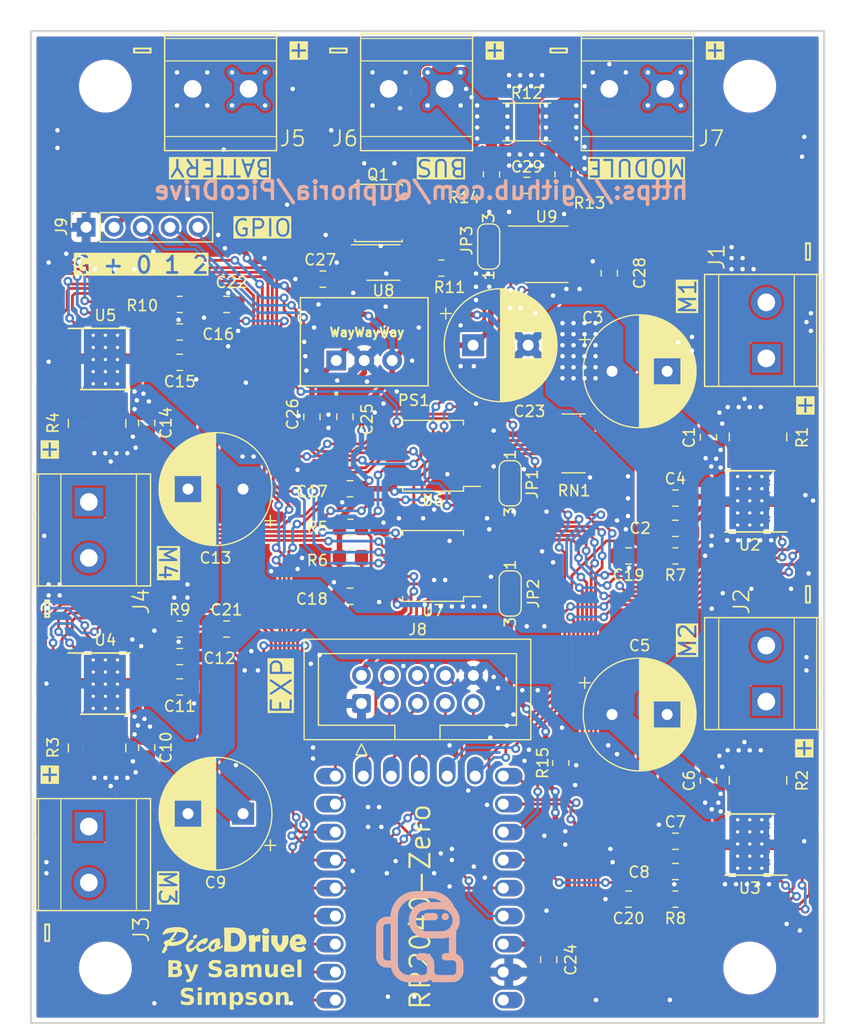
<source format=kicad_pcb>
(kicad_pcb (version 20221018) (generator pcbnew)
  (layers (0 "F.Cu" signal) (31 "B.Cu" signal) (34 "B.Paste" user) (35 "F.Paste" user) (36 "B.SilkS" user "B.Silkscreen") (37 "F.SilkS" user "F.Silkscreen") (38 "B.Mask" user) (39 "F.Mask" user) (44 "Edge.Cuts" user))
  (net 0 "")
  (net 1 "Net-(U2-VPROPI)")
  (net 2 "Net-(U3-VPROPI)")
  (net 3 "Net-(U4-VPROPI)")
  (net 4 "Net-(U5-VPROPI)")
  (net 5 "/Motor 1 Driver/OUT+")
  (net 6 "/Motor 1 Driver/OUT-")
  (net 7 "GND1")
  (net 8 "Vdrive")
  (net 9 "Net-(U2-CP1)")
  (net 10 "Net-(U2-CP2)")
  (net 11 "Net-(U2-VCP)")
  (net 12 "Net-(U3-CP2)")
  (net 13 "Net-(U3-CP1)")
  (net 14 "Net-(U3-VCP)")
  (net 15 "Net-(U4-CP2)")
  (net 16 "Net-(U4-CP1)")
  (net 17 "Net-(U4-VCP)")
  (net 18 "Net-(U5-CP2)")
  (net 19 "Net-(U5-CP1)")
  (net 20 "Net-(U5-VCP)")
  (net 21 "/Motor 2 Driver/OUT+")
  (net 22 "/Motor 2 Driver/OUT-")
  (net 23 "/Motor 3 Driver/OUT+")
  (net 24 "/Motor 3 Driver/OUT-")
  (net 25 "/Motor 4 Driver/OUT+")
  (net 26 "/Motor 4 Driver/OUT-")
  (net 27 "/Motor 1 Driver/SENSE")
  (net 28 "/Motor 2 Driver/SENSE")
  (net 29 "/Motor 3 Driver/SENSE")
  (net 30 "+3V3")
  (net 31 "/M1_VPROPI")
  (net 32 "Net-(JP1-C)")
  (net 33 "Net-(JP2-C)")
  (net 34 "/M2_VPROPI")
  (net 35 "/EXP_SCL")
  (net 36 "/EXP_SDA")
  (net 37 "/M3_VPROPI")
  (net 38 "/~{M1_FAULT}")
  (net 39 "/M1_MODE1")
  (net 40 "/M4_VPROPI")
  (net 41 "/M1_PH")
  (net 42 "/~{M_SLEEP}")
  (net 43 "/M1_MODE2")
  (net 44 "/M1_EN")
  (net 45 "/~{M2_FAULT}")
  (net 46 "/M2_MODE1")
  (net 47 "/M2_PH")
  (net 48 "/M2_EN")
  (net 49 "/M2_MODE2")
  (net 50 "/Motor 4 Driver/SENSE")
  (net 51 "/~{M3_FAULT}")
  (net 52 "/M3_MODE1")
  (net 53 "/M3_PH")
  (net 54 "/M3_EN")
  (net 55 "/M3_MODE2")
  (net 56 "/~{M4_FAULT}")
  (net 57 "/M4_MODE1")
  (net 58 "/M4_PH")
  (net 59 "/M4_EN")
  (net 60 "/M4_MODE2")
  (net 61 "/~{EXP1_INT}")
  (net 64 "Net-(U9-IN+)")
  (net 65 "Net-(U8-Vdd)")
  (net 66 "Net-(Q1-G)")
  (net 67 "Net-(U9-IN-)")
  (net 68 "Net-(JP3-C)")
  (net 72 "VBUS")
  (net 73 "+BATT")
  (net 74 "/GPIO7")
  (net 75 "/GPIO8")
  (net 76 "/GPIO9")
  (net 77 "/GPIO10")
  (net 78 "/GPIO11")
  (net 79 "/EXP_IO_0")
  (net 80 "/EXP_IO_1")
  (net 81 "/EXP_IO_2")
  (footprint "MountingHole:MountingHole_4.3mm_M4" (layer "F.Cu") (at 126.75 65)
    (fp_text reference "H1" hide)
    (fp_text value "MountingHole" hide)
  )
  (footprint "Capacitor_SMD:C_0805_2012Metric_Pad1.18x1.45mm_HandSolder" (layer "F.Cu") (at 178.500001 102.364999)
    (fp_text reference "C4")
    (fp_text value "0.1uF")
  )
  (footprint "Capacitor_SMD:C_0805_2012Metric_Pad1.18x1.45mm_HandSolder" (layer "F.Cu") (at 178.500001 136.249999)
    (fp_text reference "C8")
    (fp_text value "0.1uF")
  )
  (footprint "Resistor_SMD:R_1020_2550Metric_Pad1.33x5.20mm_HandSolder" (layer "F.Cu") (at 125.999999 125.0375 -90)
    (fp_text reference "R3")
    (fp_text value "0.2")
  )
  (footprint "Capacitor_SMD:C_0805_2012Metric_Pad1.18x1.45mm_HandSolder" (layer "F.Cu") (at 178.500001 105.114999)
    (fp_text reference "C2")
    (fp_text value "0.1uF")
  )
  (footprint "Capacitor_SMD:C_0805_2012Metric_Pad1.18x1.45mm_HandSolder" (layer "F.Cu") (at 133.499999 116.75 180)
    (fp_text reference "C12")
    (fp_text value "0.1uF")
  )
  (footprint "Capacitor_SMD:C_0805_2012Metric_Pad1.18x1.45mm_HandSolder" (layer "F.Cu") (at 181.500001 127.999999 -90)
    (fp_text reference "C6")
    (fp_text value "0.1uF")
  )
  (footprint "TB009-508-02BE:CUI_TB009-508-02BE" (layer "F.Cu") (at 125.25 102.72 -90)
    (fp_text reference "J4")
    (fp_text value "Conn_01x02")
  )
  (footprint "Package_SO:SSOP-16_5.3x6.2mm_P0.65mm" (layer "F.Cu") (at 156.5 98.525 180)
    (fp_text reference "U6")
    (fp_text value "TCA9554DB")
  )
  (footprint "Resistor_SMD:R_0805_2012Metric_Pad1.20x1.40mm_HandSolder" (layer "F.Cu") (at 149 105.025 180)
    (fp_text reference "R5")
    (fp_text value "1.65k")
  )
  (footprint "TB009-508-02BE:CUI_TB009-508-02BE" (layer "F.Cu") (at 139.75 65.25 180)
    (fp_text reference "J5")
    (fp_text value "Conn_01x02")
  )
  (footprint "Capacitor_SMD:C_0805_2012Metric_Pad1.18x1.45mm_HandSolder" (layer "F.Cu") (at 172.5 81.9625 90)
    (fp_text reference "C28")
    (fp_text value "0.1uF")
  )
  (footprint "Jumper:SolderJumper-3_P1.3mm_Bridged12_RoundedPad1.0x1.5mm_NumberLabels" (layer "F.Cu") (at 161.55 79.55 90)
    (fp_text reference "JP3")
    (fp_text value "SolderJumper_3_Bridged12" hide)
  )
  (footprint "Package_TO_SOT_SMD:LFPAK56" (layer "F.Cu") (at 151.55 76.5)
    (fp_text reference "Q1")
    (fp_text value "PSMN4R5-30YLC")
  )
  (footprint "Capacitor_SMD:C_0805_2012Metric_Pad1.18x1.45mm_HandSolder" (layer "F.Cu") (at 148.9625 101.525 180)
    (fp_text reference "C17")
    (fp_text value "0.1uF")
  )
  (footprint "KLEEB_mcu:rp2040-zero-tht" (layer "F.Cu") (at 155.25 137.75 180)
    (fp_text reference "U1" hide)
    (fp_text value "rp2040-zero" hide)
  )
  (footprint "Capacitor_SMD:C_0805_2012Metric_Pad1.18x1.45mm_HandSolder" (layer "F.Cu") (at 174.25 107.615)
    (fp_text reference "C19")
    (fp_text value "1000pF")
  )
  (footprint "Resistor_SMD:R_0805_2012Metric_Pad1.20x1.40mm_HandSolder" (layer "F.Cu") (at 133.5 84.8 180)
    (fp_text reference "R10")
    (fp_text value "10k")
  )
  (footprint "Package_SO:HTSSOP-16-1EP_4.4x5mm_P0.65mm_EP3.4x5mm_Mask3x3mm_ThermalVias" (layer "F.Cu") (at 126.749999 119.25)
    (fp_text reference "U4")
    (fp_text value "DRV8801PWP")
  )
  (footprint "Capacitor_THT:CP_Radial_D10.0mm_P5.00mm" (layer "F.Cu") (at 139.25 101.55 180)
    (fp_text reference "C13")
    (fp_text value "100uF")
  )
  (footprint "Capacitor_SMD:C_0805_2012Metric_Pad1.18x1.45mm_HandSolder" (layer "F.Cu") (at 133.499999 90.05 180)
    (fp_text reference "C15")
    (fp_text value "0.1uF")
  )
  (footprint "Resistor_SMD:R_1020_2550Metric_Pad1.33x5.20mm_HandSolder" (layer "F.Cu") (at 125.999999 95.5875 -90)
    (fp_text reference "R4")
    (fp_text value "0.2")
  )
  (footprint "Resistor_SMD:R_Array_Convex_4x1206" (layer "F.Cu") (at 169.25 97.41 180)
    (fp_text reference "RN1")
    (fp_text value "10k")
  )
  (footprint "Capacitor_SMD:C_0805_2012Metric_Pad1.18x1.45mm_HandSolder" (layer "F.Cu") (at 145.5 95 -90)
    (fp_text reference "C26")
    (fp_text value "0.1uF")
  )
  (footprint "Capacitor_SMD:C_0805_2012Metric_Pad1.18x1.45mm_HandSolder" (layer "F.Cu") (at 181.500001 96.864999 -90)
    (fp_text reference "C1")
    (fp_text value "0.1uF")
  )
  (footprint "Capacitor_SMD:C_0805_2012Metric_Pad1.18x1.45mm_HandSolder" (layer "F.Cu") (at 137.75 114.25 180)
    (fp_text reference "C21")
    (fp_text value "1000pF")
  )
  (footprint "Resistor_SMD:R_2512_6332Metric_Pad1.40x3.35mm_HandSolder" (layer "F.Cu") (at 165 68.25)
    (fp_text reference "R12")
    (fp_text value "0.005")
  )
  (footprint "Capacitor_SMD:C_0805_2012Metric_Pad1.18x1.45mm_HandSolder" (layer "F.Cu") (at 146.5 82.5)
    (fp_text reference "C27")
    (fp_text value "0.1uF")
  )
  (footprint "Package_SO:SOIC-8_3.9x4.9mm_P1.27mm" (layer "F.Cu") (at 166.8 80.25)
    (fp_text reference "U9")
    (fp_text value "INA219BIDR")
  )
  (footprint "Capacitor_SMD:C_0805_2012Metric_Pad1.18x1.45mm_HandSolder" (layer "F.Cu") (at 133.499999 119.5 180)
    (fp_text reference "C11")
    (fp_text value "0.1uF")
  )
  (footprint "Resistor_SMD:R_0805_2012Metric_Pad1.20x1.40mm_HandSolder" (layer "F.Cu") (at 133.5 114.25 180)
    (fp_text reference "R9")
    (fp_text value "10k")
  )
  (footprint "TB009-508-02BE:CUI_TB009-508-02BE" (layer "F.Cu") (at 186.75 120.83 90)
    (fp_text reference "J2")
    (fp_text value "Conn_01x02")
  )
  (footprint "Resistor_SMD:R_0805_2012Metric_Pad1.20x1.40mm_HandSolder" (layer "F.Cu") (at 157.25 81.5)
    (fp_text reference "R11")
    (fp_text value "100")
  )
  (footprint "Capacitor_THT:CP_Radial_D10.0mm_P5.00mm" (layer "F.Cu") (at 172.75 90.864999)
    (fp_text reference "C3")
    (fp_text value "100uF")
  )
  (footprint "Package_SO:SSOP-16_5.3x6.2mm_P0.65mm" (layer "F.Cu") (at 156.5 108.525 180)
    (fp_text reference "U7")
    (fp_text value "TCA9554DB")
  )
  (footprint "Jumper:SolderJumper-3_P1.3mm_Bridged12_RoundedPad1.0x1.5mm_NumberLabels" (layer "F.Cu") (at 163.5 111.025 -90)
    (fp_text reference "JP2")
    (fp_text value "SolderJumper_3_Bridged12" hide)
  )
  (footprint "Resistor_SMD:R_0805_2012Metric_Pad1.20x1.40mm_HandSolder" (layer "F.Cu") (at 149 107.775 180)
    (fp_text reference "R6")
    (fp_text value "1.65k")
  )
  (footprint "Capacitor_SMD:C_0805_2012Metric_Pad1.18x1.45mm_HandSolder" (layer "F.Cu") (at 137.75 84.8 180)
    (fp_text reference "C22")
    (fp_text value "1000pF")
  )
  (footprint "Package_SO:MSOP-8_3x3mm_P0.65mm" (layer "F.Cu") (at 152 81)
    (fp_text reference "U8")
    (fp_text value "LTC4357MS8")
  )
  (footprint "P78E03-1000:CONV_P78E03-1000" (layer "F.Cu") (at 150.25 89.8875)
    (fp_text reference "PS1")
    (fp_text value "P78E03-1000")
  )
  (footprint "TB009-508-02BE:CUI_TB009-508-02BE" (layer "F.Cu") (at 157.545 65.25 180)
    (fp_text reference "J6")
    (fp_text value "Conn_01x02")
  )
  (footprint "Capacitor_THT:CP_Radial_D10.0mm_P5.00mm" (layer "F.Cu") (at 160.132323 88.5)
    (fp_text reference "C23")
    (fp_text value "100uF")
  )
  (footprint "MountingHole:MountingHole_4.3mm_M4" (layer "F.Cu") (at 185.25 145)
    (fp_text reference "H4" hide)
    (fp_text value "MountingHole" hide)
  )
  (footprint "Package_SO:HTSSOP-16-1EP_4.4x5mm_P0.65mm_EP3.4x5mm_Mask3x3mm_ThermalVias" (layer "F.Cu") (at 126.749999 89.8)
    (fp_text reference "U5")
    (fp_text value "DRV8801PWP")
  )
  (footprint "Resistor_SMD:R_0805_2012Metric_Pad1.20x1.40mm_HandSolder" (layer "F.Cu") (at 178.5 138.75)
    (fp_text reference "R8")
    (fp_text value "10k")
  )
  (footprint "Capacitor_SMD:C_0805_2012Metric_Pad1.18x1.45mm_HandSolder" (layer "F.Cu") (at 178.500001 133.499999)
    (fp_text reference "C7")
    (fp_text value "0.1uF")
  )
  (footprint "Capacitor_SMD:C_0805_2012Metric_Pad1.18x1.45mm_HandSolder" (layer "F.Cu") (at 165.0125 74)
    (fp_text reference "C29")
    (fp_text value "0.1uF")
  )
  (footprint "Capacitor_SMD:C_0805_2012Metric_Pad1.18x1.45mm_HandSolder" (layer "F.Cu") (at 130.499999 95.55 90)
    (fp_text reference "C14")
    (fp_text value "0.1uF")
  )
  (footprint "Capacitor_SMD:C_0805_2012Metric_Pad1.18x1.45mm_HandSolder" (layer "F.Cu") (at 148.5 95 90)
    (fp_text reference "C25")
    (fp_text value "0.1uF")
  )
  (footprint "Resistor_SMD:R_1020_2550Metric_Pad1.33x5.20mm_HandSolder" (layer "F.Cu") (at 186.000001 96.8275 90)
    (fp_text reference "R1")
    (fp_text value "0.2")
  )
  (footprint "Capacitor_SMD:C_0805_2012Metric_Pad1.18x1.45mm_HandSolder" (layer "F.Cu") (at 174.25 138.75)
    (fp_text reference "C20")
    (fp_text value "1000pF")
  )
  (footprint "Package_SO:HTSSOP-16-1EP_4.4x5mm_P0.65mm_EP3.4x5mm_Mask3x3mm_ThermalVias" (layer "F.Cu") (at 185.250001 133.75 180)
    (fp_text reference "U3")
    (fp_text value "DRV8801PWP")
  )
  (footprint "Connector_IDC:IDC-Header_2x05_P2.54mm_Vertical" (layer "F.Cu") (at 150 121 90)
    (fp_text reference "J8")
    (fp_text value "Conn_02x05_Odd_Even")
  )
  (footprint "Capacitor_SMD:C_0805_2012Metric_Pad1.18x1.45mm_HandSolder" (layer "F.Cu") (at 130.499999 125 90)
    (fp_text reference "C10")
    (fp_text value "0.1uF")
  )
  (footprint "Resistor_SMD:R_0805_2012Metric_Pad1.20x1.40mm_HandSolder" (layer "F.Cu") (at 168.1 126.4 90)
    (fp_text reference "R15")
    (fp_text value "10k")
  )
  (footprint "Resistor_SMD:R_1020_2550Metric_Pad1.33x5.20mm_HandSolder" (layer "F.Cu") (at 186.000001 127.9625 90)
    (fp_text reference "R2")
    (fp_text value "0.2")
  )
  (footprint "Capacitor_SMD:C_0805_2012Metric_Pad1.18x1.45mm_HandSolder" (layer "F.Cu") (at 133.499999 87.3 180)
    (fp_text reference "C16")
    (fp_text value "0.1uF")
  )
  (footprint "Connector_PinSocket_2.54mm:PinSocket_1x05_P2.54mm_Vertical" (layer "F.Cu") (at 125 77.8 90)
    (fp_text reference "J9")
    (fp_text value "Conn_01x05")
  )
  (footprint "Capacitor_SMD:C_0805_2012Metric_Pad1.18x1.45mm_HandSolder" (layer "F.Cu") (at 167 144.25 90)
    (fp_text reference "C24")
    (fp_text value "0.1uF")
  )
  (footprint "Resistor_SMD:R_0805_2012Metric_Pad1.20x1.40mm_HandSolder" (layer "F.Cu") (at 178.5 107.615)
    (fp_text reference "R7")
    (fp_text value "10k")
  )
  (footprint "Resistor_SMD:R_0805_2012Metric_Pad1.20x1.40mm_HandSolder" (layer "F.Cu") (at 161.8 73 -90)
    (fp_text reference "R14")
    (fp_text value "10")
  )
  (footprint "TB009-508-02BE:CUI_TB009-508-02BE" (layer "F.Cu") (at 177.58 65.25 180)
    (fp_text reference "J7")
    (fp_text value "Conn_01x02")
  )
  (footprint "Package_SO:HTSSOP-16-1EP_4.4x5mm_P0.65mm_EP3.4x5mm_Mask3x3mm_ThermalVias" (layer "F.Cu") (at 185.250001 102.615 180)
    (fp_text reference "U2")
    (fp_text value "DRV8801PWP")
  )
  (footprint "MountingHole:MountingHole_4.3mm_M4" (layer "F.Cu") (at 126.75 145)
    (fp_text reference "H3" hide)
    (fp_text value "MountingHole" hide)
  )
  (footprint "Capacitor_THT:CP_Radial_D10.0mm_P5.00mm" (layer "F.Cu") (at 172.75 121.999999)
    (fp_text reference "C5")
    (fp_text value "100uF")
  )
  (footprint "MountingHole:MountingHole_4.3mm_M4" (layer "F.Cu") (at 185.25 65)
    (fp_text reference "H2" hide)
    (fp_text value "MountingHole" hide)
  )
  (footprint "Resistor_SMD:R_0805_2012Metric_Pad1.20x1.40mm_HandSolder" (layer "F.Cu") (at 168.3 73 -90)
    (fp_text reference "R13")
    (fp_text value "10")
  )
  (footprint "TB009-508-02BE:CUI_TB009-508-02BE" (layer "F.Cu") (at 125.25 132.17 -90)
    (fp_text reference "J3")
    (fp_text value "Conn_01x02")
  )
  (footprint "Jumper:SolderJumper-3_P1.3mm_Bridged12_RoundedPad1.0x1.5mm_NumberLabels" (layer "F.Cu") (at 163.5 101.025 -90)
    (fp_text reference "JP1")
    (fp_text value "SolderJumper_3_Bridged12" hide)
  )
  (footprint "TB009-508-02BE:CUI_TB009-508-02BE" (layer "F.Cu") (at 186.75 89.695 90)
    (fp_text reference "J1")
    (fp_text value "Conn_01x02")
  )
  (footprint "Capacitor_SMD:C_0805_2012Metric_Pad1.18x1.45mm_HandSolder" (layer "F.Cu") (at 148.9625 111.275 180)
    (fp_text reference "C18")
    (fp_text value "0.1uF")
  )
  (footprint "Capacitor_THT:CP_Radial_D10.0mm_P5.00mm" (layer "F.Cu") (at 139.25 131 180)
    (fp_text reference "C9")
    (fp_text value "100uF")
  )
  (gr_poly (pts (xy 157.62198 140.010253) (xy 157.638776 140.01153) (xy 157.655328 140.013633) (xy 157.671615 140.016541) (xy 157.687616 140.020234) (xy 157.703311 140.024691) (xy 157.718678 140.02989) (xy 157.733697 140.035812) (xy 157.748347 140.042435) (xy 157.762608 140.049739) (xy 157.776458 140.057702) (xy 157.789876 140.066304) (xy 157.802843 140.075525) (xy 157.815337 140.085343) (xy 157.827337 140.095738) (xy 157.838823 140.106689) (xy 157.849774 140.118175) (xy 157.860169 140.130175) (xy 157.869987 140.142669) (xy 157.879208 140.155636) (xy 157.88781 140.169054) (xy 157.895774 140.182904) (xy 157.903077 140.197165) (xy 157.9097 140.211815) (xy 157.915622 140.226834) (xy 157.920821 140.242201) (xy 157.925278 140.257896) (xy 157.928971 140.273897) (xy 157.931879 140.290184) (xy 157.933983 140.306736) (xy 157.93526 140.323532) (xy 157.93569 140.340552) (xy 157.93526 140.357569) (xy 157.933983 140.374362) (xy 157.931879 140.390912) (xy 157.928971 140.407197) (xy 157.925278 140.423197) (xy 157.920821 140.43889) (xy 157.915622 140.454256) (xy 157.9097 140.469275) (xy 157.903077 140.483924) (xy 157.895774 140.498184) (xy 157.88781 140.512034) (xy 157.879208 140.525453) (xy 157.869987 140.53842) (xy 157.860169 140.550915) (xy 157.849774 140.562915) (xy 157.838823 140.574402) (xy 157.827337 140.585354) (xy 157.815337 140.595749) (xy 157.802843 140.605569) (xy 157.789876 140.61479) (xy 157.776458 140.623394) (xy 157.762608 140.631358) (xy 157.748347 140.638663) (xy 157.733697 140.645287) (xy 157.718678 140.651209) (xy 157.703311 140.65641) (xy 157.687616 140.660867) (xy 157.671615 140.664561) (xy 157.655328 140.66747) (xy 157.638776 140.669573) (xy 157.62198 140.670851) (xy 157.60496 140.671281) (xy 157.587941 140.670851) (xy 157.571144 140.669573) (xy 157.554592 140.66747) (xy 157.538306 140.664561) (xy 157.522304 140.660867) (xy 157.50661 140.65641) (xy 157.491243 140.651209) (xy 157.476224 140.645287) (xy 157.461574 140.638663) (xy 157.447313 140.631358) (xy 157.433463 140.623394) (xy 157.420044 140.61479) (xy 157.407078 140.605569) (xy 157.394584 140.595749) (xy 157.382584 140.585354) (xy 157.371098 140.574402) (xy 157.360147 140.562915) (xy 157.349752 140.550915) (xy 157.339934 140.53842) (xy 157.330713 140.525453) (xy 157.322111 140.512034) (xy 157.314148 140.498184) (xy 157.306844 140.483924) (xy 157.300221 140.469275) (xy 157.294299 140.454256) (xy 157.2891 140.43889) (xy 157.284643 140.423197) (xy 157.28095 140.407197) (xy 157.278042 140.390912) (xy 157.275939 140.374362) (xy 157.274662 140.357569) (xy 157.274231 140.340552) (xy 157.274662 140.323532) (xy 157.275939 140.306736) (xy 157.278042 140.290184) (xy 157.28095 140.273897) (xy 157.284643 140.257896) (xy 157.2891 140.242201) (xy 157.294299 140.226834) (xy 157.300221 140.211815) (xy 157.306844 140.197165) (xy 157.314148 140.182904) (xy 157.322111 140.169054) (xy 157.330713 140.155636) (xy 157.339934 140.142669) (xy 157.349752 140.130175) (xy 157.360147 140.118175) (xy 157.371098 140.106689) (xy 157.382584 140.095738) (xy 157.394584 140.085343) (xy 157.407078 140.075525) (xy 157.420044 140.066305) (xy 157.433463 140.057702) (xy 157.447313 140.049739) (xy 157.461574 140.042435) (xy 157.476224 140.035812) (xy 157.491243 140.02989) (xy 157.50661 140.024691) (xy 157.522304 140.020234) (xy 157.538306 140.016541) (xy 157.554592 140.013633) (xy 157.571144 140.01153) (xy 157.587941 140.010253) (xy 157.60496 140.009822)) (fill solid) (layer "B.SilkS"))
  (gr_poly (pts (xy 156.37334 138.027227) (xy 156.46374 138.03252) (xy 156.55318 138.041262) (xy 156.641595 138.053385) (xy 156.728918 138.068823) (xy 156.815085 138.08751) (xy 156.90003 138.109379) (xy 156.983688 138.134365) (xy 157.065993 138.1624) (xy 157.146881 138.193419) (xy 157.226286 138.227356) (xy 157.304142 138.264142) (xy 157.380384 138.303714) (xy 157.454948 138.346003) (xy 157.527767 138.390944) (xy 157.598776 138.43847) (xy 157.66791 138.488516) (xy 157.735104 138.541014) (xy 157.800292 138.595899) (xy 157.863409 138.653103) (xy 157.924389 138.712561) (xy 157.983168 138.774207) (xy 158.03968 138.837973) (xy 158.093859 138.903794) (xy 158.145641 138.971603) (xy 158.194959 139.041334) (xy 158.241749 139.112921) (xy 158.285946 139.186297) (xy 158.327483 139.261396) (xy 158.366296 139.338151) (xy 158.40232 139.416496) (xy 158.435488 139.496365) (xy 158.491029 139.553947) (xy 158.543776 139.614133) (xy 158.59362 139.676817) (xy 158.640453 139.741896) (xy 158.684165 139.809263) (xy 158.724647 139.878813) (xy 158.76179 139.950442) (xy 158.795486 140.024044) (xy 158.825626 140.099514) (xy 158.8521 140.176747) (xy 158.8748 140.255638) (xy 158.893617 140.336082) (xy 158.908442 140.417973) (xy 158.919167 140.501207) (xy 158.925681 140.585678) (xy 158.927877 140.671281) (xy 158.926415 140.740086) (xy 158.922076 140.808111) (xy 158.914927 140.875311) (xy 158.905036 140.941641) (xy 158.89247 141.007055) (xy 158.877299 141.071508) (xy 158.859588 141.134955) (xy 158.839407 141.197351) (xy 158.816823 141.25865) (xy 158.791903 141.318808) (xy 158.764717 141.377779) (xy 158.735331 141.435518) (xy 158.703813 141.491979) (xy 158.670231 141.547118) (xy 158.634654 141.60089) (xy 158.597148 141.653249) (xy 158.597148 143.647843) (xy 158.597056 143.651627) (xy 158.596794 143.655354) (xy 158.59638 143.659031) (xy 158.595832 143.662664) (xy 158.595169 143.666259) (xy 158.59441 143.669824) (xy 158.592675 143.676886) (xy 158.58886 143.690915) (xy 158.587076 143.697985) (xy 158.58628 143.701555) (xy 158.585573 143.705159) (xy 158.657417 143.732916) (xy 158.726492 143.765884) (xy 158.792541 143.803823) (xy 158.855306 143.846493) (xy 158.914529 143.893653) (xy 158.969953 143.945063) (xy 159.021321 144.000483) (xy 159.068375 144.059671) (xy 159.110858 144.122389) (xy 159.148511 144.188395) (xy 159.181079 144.257449) (xy 159.208302 144.329311) (xy 159.229924 144.403741) (xy 159.245687 144.480497) (xy 159.251291 144.519673) (xy 159.255334 144.559341) (xy 159.257783 144.59947) (xy 159.258606 144.640031) (xy 159.258606 145.301489) (xy 159.257313 145.352472) (xy 159.253475 145.402795) (xy 159.247154 145.452394) (xy 159.238414 145.501207) (xy 159.227318 145.54917) (xy 159.213927 145.596221) (xy 159.198306 145.642298) (xy 159.180517 145.687337) (xy 159.160622 145.731275) (xy 159.138685 145.77405) (xy 159.114768 145.815599) (xy 159.088934 145.855859) (xy 159.061246 145.894767) (xy 159.031766 145.932261) (xy 159.000558 145.968278) (xy 158.967685 146.002755) (xy 158.933208 146.035628) (xy 158.897191 146.066836) (xy 158.859698 146.096315) (xy 158.820789 146.124004) (xy 158.780529 146.149837) (xy 158.73898 146.173754) (xy 158.696205 146.195692) (xy 158.652267 146.215587) (xy 158.607228 146.233376) (xy 158.561151 146.248997) (xy 158.5141 146.262387) (xy 158.466137 146.273484) (xy 158.417324 146.282224) (xy 158.367725 146.288544) (xy 158.317402 146.292383) (xy 158.266419 146.293676) (xy 156.612773 146.293676) (xy 156.598626 146.293373) (xy 156.584662 146.292472) (xy 156.570891 146.290985) (xy 156.557322 146.288925) (xy 156.543965 146.286305) (xy 156.530831 146.283138) (xy 156.517928 146.279436) (xy 156.505268 146.275211) (xy 156.492859 146.270478) (xy 156.480712 146.265247) (xy 156.468836 146.259532) (xy 156.457242 146.253346) (xy 156.445939 146.246701) (xy 156.434937 146.23961) (xy 156.424246 146.232086) (xy 156.413876 146.22414) (xy 156.403837 146.215787) (xy 156.394138 146.207038) (xy 156.38479 146.197907) (xy 156.375802 146.188405) (xy 156.367184 146.178546) (xy 156.358946 146.168342) (xy 156.351098 146.157806) (xy 156.34365 146.14695) (xy 156.336611 146.135788) (xy 156.329992 146.124332) (xy 156.323802 146.112594) (xy 156.318051 146.100587) (xy 156.31275 146.088325) (xy 156.307907 146.075819) (xy 156.303534 146.063082) (xy 156.299638 146.050127) (xy 156.297462 146.048288) (xy 156.295257 146.046482) (xy 156.290804 146.042917) (xy 156.288579 146.041132) (xy 156.28637 146.039328) (xy 156.284188 146.037491) (xy 156.282044 146.035608) (xy 156.248422 146.064657) (xy 156.213566 146.092257) (xy 156.177519 146.118349) (xy 156.140326 146.142876) (xy 156.10203 146.165778) (xy 156.062676 146.186997) (xy 156.022308 146.206473) (xy 155.980969 146.224149) (xy 155.938703 146.239965) (xy 155.895554 146.253862) (xy 155.851567 146.265783) (xy 155.806784 146.275668) (xy 155.761251 146.283459) (xy 155.715011 146.289096) (xy 155.668108 146.292521) (xy 155.620586 146.293676) (xy 154.297669 146.293676) (xy 154.223202 146.292021) (xy 154.149571 146.287101) (xy 154.076845 146.278988) (xy 154.005094 146.267751) (xy 153.934389 146.253461) (xy 153.8648 146.236189) (xy 153.796397 146.216005) (xy 153.729252 146.192978) (xy 153.663433 146.16718) (xy 153.599011 146.138681) (xy 153.536056 146.107551) (xy 153.47464 146.073861) (xy 153.414831 146.037681) (xy 153.356701 145.999081) (xy 153.300319 145.958132) (xy 153.245756 145.914905) (xy 153.193082 145.869468) (xy 153.142368 145.821894) (xy 153.093683 145.772252) (xy 153.047098 145.720612) (xy 153.002684 145.667046) (xy 152.96051 145.611623) (xy 152.920647 145.554413) (xy 152.883165 145.495488) (xy 152.848134 145.434917) (xy 152.815625 145.372771) (xy 152.785708 145.309121) (xy 152.758453 145.244036) (xy 152.73393 145.177587) (xy 152.71221 145.109844) (xy 152.693363 145.040879) (xy 152.67746 144.97076) (xy 152.313294 144.97076) (xy 152.262311 144.969466) (xy 152.211988 144.965628) (xy 152.162389 144.959307) (xy 152.113576 144.950568) (xy 152.065613 144.939471) (xy 152.018562 144.926081) (xy 151.972485 144.910459) (xy 151.927446 144.89267) (xy 151.883508 144.872775) (xy 151.840733 144.850838) (xy 151.799184 144.826921) (xy 151.758924 144.801087) (xy 151.720015 144.773399) (xy 151.682522 144.74392) (xy 151.646505 144.712712) (xy 151.612028 144.679838) (xy 151.579155 144.645362) (xy 151.574536 144.640031) (xy 153.305481 144.640031) (xy 153.306775 144.691015) (xy 153.310613 144.741337) (xy 153.316934 144.790936) (xy 153.325674 144.839749) (xy 153.33677 144.887712) (xy 153.350161 144.934763) (xy 153.365782 144.98084) (xy 153.383571 145.025879) (xy 153.403466 145.069817) (xy 153.425403 145.112592) (xy 153.44932 145.154141) (xy 153.475154 145.194401) (xy 153.502842 145.233309) (xy 153.532322 145.270803) (xy 153.56353 145.30682) (xy 153.596403 145.341296) (xy 153.63088 145.37417) (xy 153.666896 145.405378) (xy 153.70439 145.434857) (xy 153.743299 145.462545) (xy 153.783559 145.488379) (xy 153.825108 145.512296) (xy 153.867883 145.534233) (xy 153.911821 145.554128) (xy 153.95686 145.571917) (xy 154.002936 145.587539) (xy 154.049988 145.600929) (xy 154.097951 145.612025) (xy 154.146764 145.620765) (xy 154.196363 145.627086) (xy 154.246685 145.630924) (xy 154.297669 145.632218) (xy 155.620586 145.632218) (xy 155.637591 145.631786) (xy 155.654374 145.630507) (xy 155.670915 145.628399) (xy 155.687193 145.625485) (xy 155.703187 145.621785) (xy 155.718875 145.617321) (xy 155.734237 145.612113) (xy 155.749253 145.606182) (xy 155.763901 145.599549) (xy 155.77816 145.592235) (xy 155.79201 145.584261) (xy 155.805429 145.575649) (xy 155.818397 145.566418) (xy 155.830893 145.55659) (xy 155.842897 145.546186) (xy 155.854386 145.535227) (xy 155.865341 145.523734) (xy 155.87574 145.511728) (xy 155.885563 145.499229) (xy 155.894789 145.486259) (xy 155.903397 145.472839) (xy 155.911365 145.45899) (xy 155.918674 145.444732) (xy 155.925302 145.430086) (xy 155.931228 145.415074) (xy 155.936432 145.399717) (xy 155.940892 145.384035) (xy 155.944589 145.368049) (xy 155.9475 145.35178) (xy 155.949605 145.33525) (xy 155.950884 145.318479) (xy 155.951315 145.301489) (xy 155.951315 144.640031) (xy 155.950884 144.62304) (xy 155.949605 144.60627) (xy 155.9475 144.589739) (xy 155.944589 144.573471) (xy 155.940892 144.557485) (xy 155.936432 144.541803) (xy 155.931228 144.526446) (xy 155.925302 144.511434) (xy 155.918674 144.496788) (xy 155.911365 144.48253) (xy 155.903397 144.46868) (xy 155.894789 144.45526) (xy 155.885563 144.44229) (xy 155.87574 144.429792) (xy 155.865341 144.417785) (xy 155.854386 144.406292) (xy 155.842897 144.395333) (xy 155.830893 144.384929) (xy 155.818397 144.375101) (xy 155.805429 144.365871) (xy 155.79201 144.357258) (xy 155.77816 144.349284) (xy 155.763901 144.34197) (xy 155.749253 144.335338) (xy 155.734237 144.329406) (xy 155.718875 144.324198) (xy 155.703187 144.319734) (xy 155.687193 144.316034) (xy 155.670915 144.31312) (xy 155.654374 144.311012) (xy 155.637591 144.309733) (xy 155.620586 144.309301) (xy 155.289856 144.309301) (xy 155.272825 144.308871) (xy 155.256019 144.307594) (xy 155.239458 144.30549) (xy 155.223163 144.302581) (xy 155.207156 144.298887) (xy 155.191457 144.29443) (xy 155.176086 144.28923) (xy 155.161064 144.283307) (xy 155.146412 144.276683) (xy 155.13215 144.269379) (xy 155.1183 144.261414) (xy 155.104882 144.252811) (xy 155.091917 144.243589) (xy 155.079425 144.23377) (xy 155.067427 144.223374) (xy 155.055944 144.212423) (xy 155.044996 144.200936) (xy 155.034605 144.188935) (xy 155.024791 144.176441) (xy 155.015574 144.163474) (xy 155.006976 144.150055) (xy 154.999017 144.136205) (xy 154.991717 144.121945) (xy 154.985098 144.107295) (xy 154.97918 144.092277) (xy 154.973984 144.076911) (xy 154.969531 144.061217) (xy 154.965841 144.045218) (xy 154.962935 144.028933) (xy 154.960833 144.012383) (xy 154.959557 143.995589) (xy 154.959127 143.978572) (xy 154.959557 143.961556) (xy 154.960833 143.944762) (xy 154.962935 143.928212) (xy 154.965841 143.911927) (xy 154.969531 143.895927) (xy 154.973984 143.880234) (xy 154.97918 143.864868) (xy 154.985098 143.84985) (xy 154.991717 143.8352) (xy 154.999017 143.82094) (xy 155.006976 143.80709) (xy 155.015574 143.793671) (xy 155.024791 143.780704) (xy 155.034605 143.76821) (xy 155.044996 143.756209) (xy 155.055944 143.744722) (xy 155.067427 143.733771) (xy 155.079425 143.723375) (xy 155.091917 143.713556) (xy 155.104882 143.704334) (xy 155.1183 143.695731) (xy 155.13215 143.687766) (xy 155.146412 143.680462) (xy 155.161064 143.673838) (xy 155.176086 143.667915) (xy 155.191457 143.662715) (xy 155.207156 143.658257) (xy 155.223163 143.654564) (xy 155.239458 143.651655) (xy 155.256019 143.649551) (xy 155.272825 143.648274) (xy 155.289856 143.647843) (xy 155.620586 143.647843) (xy 155.671569 143.649137) (xy 155.721892 143.652975) (xy 155.771491 143.659296) (xy 155.820304 143.668036) (xy 155.868267 143.679132) (xy 155.915318 143.692523) (xy 155.961395 143.708144) (xy 156.006433 143.725933) (xy 156.050372 143.745828) (xy 156.093147 143.767765) (xy 156.134696 143.791682) (xy 156.174956 143.817516) (xy 156.213864 143.845204) (xy 156.251358 143.874684) (xy 156.287375 143.905891) (xy 156.321851 143.938765) (xy 156.354725 143.973242) (xy 156.385933 144.009258) (xy 156.415412 144.046752) (xy 156.4431 144.08566) (xy 156.468934 144.125921) (xy 156.492851 144.16747) (xy 156.514788 144.210245) (xy 156.534683 144.254183) (xy 156.552472 144.299222) (xy 156.568094 144.345298) (xy 156.581484 144.39235) (xy 156.59258 144.440313) (xy 156.60132 144.489126) (xy 156.607641 144.538725) (xy 156.611479 144.589047) (xy 156.612773 144.640031) (xy 156.612773 145.301489) (xy 156.613204 145.318479) (xy 156.614482 145.33525) (xy 156.616587 145.35178) (xy 156.619499 145.368049) (xy 156.623195 145.384035) (xy 156.627656 145.399717) (xy 156.632859 145.415074) (xy 156.638786 145.430086) (xy 156.645414 145.444732) (xy 156.652722 145.45899) (xy 156.660691 145.472839) (xy 156.669299 145.486259) (xy 156.678524 145.499229) (xy 156.688347 145.511728) (xy 156.698747 145.523734) (xy 156.709701 145.535227) (xy 156.721191 145.546186) (xy 156.733194 145.55659) (xy 156.745691 145.566418) (xy 156.758659 145.575649) (xy 156.772078 145.584261) (xy 156.785928 145.592235) (xy 156.800187 145.599549) (xy 156.814835 145.606182) (xy 156.829851 145.612113) (xy 156.845213 145.617321) (xy 156.860901 145.621785) (xy 156.876895 145.625485) (xy 156.893173 145.628399) (xy 156.909714 145.630507) (xy 156.926497 145.631786) (xy 156.943502 145.632218) (xy 158.266419 145.632218) (xy 158.283424 145.631786) (xy 158.300208 145.630507) (xy 158.316749 145.628399) (xy 158.333026 145.625485) (xy 158.34902 145.621785) (xy 158.364708 145.617321) (xy 158.38007 145.612113) (xy 158.395086 145.606182) (xy 158.409734 145.599549) (xy 158.423993 145.592235) (xy 158.437843 145.584261) (xy 158.451262 145.575649) (xy 158.46423 145.566418) (xy 158.476726 145.55659) (xy 158.48873 145.546186) (xy 158.500219 145.535227) (xy 158.511174 145.523734) (xy 158.521574 145.511728) (xy 158.531396 145.499229) (xy 158.540622 145.486259) (xy 158.54923 145.472839) (xy 158.557198 145.45899) (xy 158.564507 145.444732) (xy 158.571135 145.430086) (xy 158.577061 145.415074) (xy 158.582265 145.399717) (xy 158.586726 145.384035) (xy 158.590422 145.368049) (xy 158.593333 145.35178) (xy 158.595439 145.33525) (xy 158.596717 145.318479) (xy 158.597148 145.301489) (xy 158.597148 144.640031) (xy 158.596717 144.62304) (xy 158.595439 144.60627) (xy 158.593333 144.589739) (xy 158.590422 144.573471) (xy 158.586726 144.557485) (xy 158.582265 144.541803) (xy 158.577061 144.526446) (xy 158.571135 144.511434) (xy 158.564507 144.496788) (xy 158.557198 144.48253) (xy 158.54923 144.46868) (xy 158.540622 144.45526) (xy 158.531396 144.44229) (xy 158.521574 144.429792) (xy 158.511174 144.417785) (xy 158.500219 144.406292) (xy 158.48873 144.395333) (xy 158.476726 144.384929) (xy 158.46423 144.375101) (xy 158.451262 144.365871) (xy 158.437843 144.357258) (xy 158.423993 144.349284) (xy 158.409734 144.34197) (xy 158.395086 144.335338) (xy 158.38007 144.329406) (xy 158.364708 144.324198) (xy 158.34902 144.319734) (xy 158.333026 144.316034) (xy 158.316749 144.31312) (xy 158.300208 144.311012) (xy 158.283424 144.309733) (xy 158.266419 144.309301) (xy 157.60496 144.309301) (xy 157.587929 144.308871) (xy 157.571123 144.307594) (xy 157.554562 144.30549) (xy 157.538267 144.302581) (xy 157.52226 144.298887) (xy 157.506561 144.29443) (xy 157.491189 144.28923) (xy 157.476168 144.283307) (xy 157.461516 144.276683) (xy 157.447254 144.269379) (xy 157.433404 144.261414) (xy 157.419986 144.252811) (xy 157.407021 144.243589) (xy 157.394529 144.23377) (xy 157.382531 144.223374) (xy 157.371048 144.212423) (xy 157.360101 144.200936) (xy 157.349709 144.188935) (xy 157.339895 144.176441) (xy 157.330678 144.163474) (xy 157.32208 144.150055) (xy 157.314121 144.136205) (xy 157.306821 144.121945) (xy 157.300202 144.107295) (xy 157.294285 144.092277) (xy 157.289089 144.076911) (xy 157.284635 144.061217) (xy 157.280945 144.045218) (xy 157.278039 144.028933) (xy 157.275937 144.012383) (xy 157.274661 143.995589) (xy 157.274231 143.978572) (xy 157.274661 143.961556) (xy 157.275937 143.944762) (xy 157.278039 143.928212) (xy 157.280945 143.911927) (xy 157.284635 143.895927) (xy 157.289089 143.880234) (xy 157.294285 143.864868) (xy 157.300202 143.84985) (xy 157.306821 143.8352) (xy 157.314121 143.82094) (xy 157.32208 143.80709) (xy 157.330678 143.793671) (xy 157.339895 143.780704) (xy 157.349709 143.76821) (xy 157.360101 143.756209) (xy 157.371048 143.744722) (xy 157.382531 143.733771) (xy 157.394529 143.723375) (xy 157.407021 143.713556) (xy 157.419986 143.704334) (xy 157.433404 143.695731) (xy 157.447254 143.687766) (xy 157.461516 143.680462) (xy 157.476168 143.673838) (xy 157.491189 143.667915) (xy 157.506561 143.662715) (xy 157.52226 143.658257) (xy 157.538267 143.654564) (xy 157.554562 143.651655) (xy 157.571123 143.649551) (xy 157.587929 143.648274) (xy 157.60496 143.647843) (xy 157.93569 143.647843) (xy 157.93569 142.184764) (xy 157.897405 142.201015) (xy 157.858659 142.216358) (xy 157.819463 142.230772) (xy 157.779828 142.244239) (xy 157.739767 142.256738) (xy 157.699291 142.268252) (xy 157.658411 142.278761) (xy 157.61714 142.288245) (xy 157.575487 142.296685) (xy 157.533465 142.304062) (xy 157.491086 142.310357) (xy 157.448361 142.315551) (xy 157.405302 142.319624) (xy 157.361919 142.322557) (xy 157.318225 142.324331) (xy 157.274231 142.324927) (xy 155.951315 142.324927) (xy 155.866353 142.322771) (xy 155.782491 142.316372) (xy 155.699834 142.305836) (xy 155.618486 142.291268) (xy 155.538553 142.272771) (xy 155.460139 142.250451) (xy 155.383348 142.224412) (xy 155.308286 142.19476) (xy 155.235057 142.161598) (xy 155.163767 142.125033) (xy 155.094518 142.085167) (xy 155.027418 142.042107) (xy 154.962569 141.995956) (xy 154.900078 141.94682) (xy 154.840048 141.894804) (xy 154.782584 141.840012) (xy 154.727792 141.782548) (xy 154.675775 141.722518) (xy 154.626639 141.660026) (xy 154.580489 141.595178) (xy 154.537429 141.528077) (xy 154.497563 141.458829) (xy 154.460997 141.387538) (xy 154.427836 141.314309) (xy 154.398183 141.239247) (xy 154.372145 141.162457) (xy 154.349825 141.084042) (xy 154.331328 141.004109) (xy 154.316759 140.922762) (xy 154.306223 140.840105) (xy 154.299825 140.756243) (xy 154.297669 140.671281) (xy 154.959127 140.671281) (xy 154.960421 140.722264) (xy 154.964259 140.772587) (xy 154.97058 140.822186) (xy 154.979319 140.870999) (xy 154.990416 140.918962) (xy 155.003806 140.966013) (xy 155.019428 141.01209) (xy 155.037217 141.057129) (xy 155.057112 141.101067) (xy 155.079049 141.143842) (xy 155.102966 141.185391) (xy 155.1288 141.225651) (xy 155.156488 141.264559) (xy 155.185967 141.302053) (xy 155.217175 141.33807) (xy 155.250049 141.372546) (xy 155.284525 141.40542) (xy 155.320542 141.436628) (xy 155.358036 141.466107) (xy 155.396944 141.493795) (xy 155.437204 141.519629) (xy 155.478753 141.543546) (xy 155.521529 141.565484) (xy 155.565467 141.585378) (xy 155.610506 141.603168) (xy 155.656582 141.618789) (xy 155.703633 141.632179) (xy 155.751597 141.643276) (xy 155.800409 141.652016) (xy 155.850008 141.658336) (xy 155.900331 141.662175) (xy 155.951315 141.663468) (xy 157.274231 141.663468) (xy 157.325215 141.662175) (xy 157.375538 141.658336) (xy 157.425137 141.652016) (xy 157.473949 141.643276) (xy 157.521913 141.632179) (xy 157.568964 141.618789) (xy 157.61504 141.603168) (xy 157.660079 141.585378) (xy 157.704017 141.565484) (xy 157.746793 141.543546) (xy 157.788342 141.519629) (xy 157.828602 141.493795) (xy 157.86751 141.466107) (xy 157.905004 141.436628) (xy 157.941021 141.40542) (xy 157.975497 141.372546) (xy 158.008371 141.33807) (xy 158.039579 141.302053) (xy 158.069058 141.264559) (xy 158.096746 141.225651) (xy 158.12258 141.185391) (xy 158.146497 141.143842) (xy 158.168434 141.101067) (xy 158.188329 141.057129) (xy 158.206118 141.01209) (xy 158.22174 140.966013) (xy 158.23513 140.918962) (xy 158.246227 140.870999) (xy 158.254966 140.822186) (xy 158.261287 140.772587) (xy 158.265125 140.722264) (xy 158.266419 140.671281) (xy 158.265125 140.620297) (xy 158.261287 140.569975) (xy 158.254966 140.520376) (xy 158.246227 140.471563) (xy 158.23513 140.4236) (xy 158.22174 140.376548) (xy 158.206118 140.330472) (xy 158.188329 140.285433) (xy 158.168434 140.241495) (xy 158.146497 140.19872) (xy 158.12258 140.157171) (xy 158.096746 140.116911) (xy 158.069058 140.078002) (xy 158.039579 140.040508) (xy 158.008371 140.004492) (xy 157.975497 139.970015) (xy 157.941021 139.937142) (xy 157.905004 139.905934) (xy 157.86751 139.876454) (xy 157.828602 139.848766) (xy 157.788342 139.822932) (xy 157.746793 139.799015) (xy 157.704017 139.777078) (xy 157.660079 139.757183) (xy 157.61504 139.739394) (xy 157.568964 139.723773) (xy 157.521913 139.710382) (xy 157.473949 139.699286) (xy 157.425137 139.690546) (xy 157.375538 139.684225) (xy 157.325215 139.680387) (xy 157.274231 139.679093) (xy 155.951315 139.679093) (xy 155.900331 139.680387) (xy 155.850008 139.684225) (xy 155.800409 139.690546) (xy 155.751597 139.699286) (xy 155.703633 139.710382) (xy 155.656582 139.723773) (xy 155.610506 139.739394) (xy 155.565467 139.757183) (xy 155.521529 139.777078) (xy 155.478753 139.799015) (xy 155.437204 139.822932) (xy 155.396944 139.848766) (xy 155.358036 139.876454) (xy 155.320542 139.905934) (xy 155.284525 139.937142) (xy 155.250049 139.970015) (xy 155.217175 140.004492) (xy 155.185967 140.040508) (xy 155.156488 140.078002) (xy 155.1288 140.116911) (xy 155.102966 140.157171) (xy 155.079049 140.19872) (xy 155.057112 140.241495) (xy 155.037217 140.285433) (xy 155.019428 140.330472) (xy 155.003806 140.376548) (xy 154.990416 140.4236) (xy 154.979319 140.471563) (xy 154.97058 140.520376) (xy 154.964259 140.569975) (xy 154.960421 140.620297) (xy 154.959127 140.671281) (xy 154.297669 140.671281) (xy 154.299825 140.586319) (xy 154.306223 140.502457) (xy 154.316759 140.4198) (xy 154.331328 140.338453) (xy 154.349825 140.258519) (xy 154.372145 140.180105) (xy 154.398183 140.103315) (xy 154.427836 140.028253) (xy 154.460997 139.955024) (xy 154.497563 139.883733) (xy 154.537429 139.814485) (xy 154.580489 139.747384) (xy 154.626639 139.682535) (xy 154.675775 139.620044) (xy 154.727792 139.560014) (xy 154.782584 139.50255) (xy 154.840048 139.447758) (xy 154.900078 139.395741) (xy 154.962569 139.346606) (xy 155.027418 139.300455) (xy 155.094518 139.257395) (xy 155.163767 139.217529) (xy 155.235057 139.180963) (xy 155.308286 139.147802) (xy 155.383348 139.118149) (xy 155.460139 139.092111) (xy 155.538553 139.069791) (xy 155.618486 139.051294) (xy 155.699834 139.036725) (xy 155.782491 139.026189) (xy 155.866353 139.019791) (xy 155.951315 139.017635) (xy 157.26841 139.017635) (xy 157.215972 138.979884) (xy 157.162065 138.944124) (xy 157.106742 138.910417) (xy 157.050052 138.878824) (xy 156.992049 138.849407) (xy 156.932784 138.822226) (xy 156.872308 138.797342) (xy 156.810673 138.774818) (xy 156.74793 138.754714) (xy 156.684131 138.737092) (xy 156.619327 138.722013) (xy 156.55357 138.709538) (xy 156.486912 138.699728) (xy 156.419404 138.692646) (xy 156.351097 138.688351) (xy 156.282044 138.686906) (xy 154.959127 138.686906) (xy 154.874165 138.689062) (xy 154.790303 138.69546) (xy 154.707646 138.705996) (xy 154.626299 138.720565) (xy 154.546366 138.739062) (xy 154.467951 138.761382) (xy 154.391161 138.78742) (xy 154.316099 138.817073) (xy 154.24287 138.850234) (xy 154.171579 138.8868) (xy 154.102331 138.926666) (xy 154.03523 138.969726) (xy 153.970382 139.015876) (xy 153.90789 139.065012) (xy 153.84786 139.117029) (xy 153.790397 139.171821) (xy 153.735604 139.229285) (xy 153.683588 139.289315) (xy 153.634452 139.351806) (xy 153.588301 139.416655) (xy 153.545241 139.483755) (xy 153.505376 139.553004) (xy 153.46881 139.624294) (xy 153.435648 139.697523) (xy 153.405996 139.772585) (xy 153.379957 139.849376) (xy 153.357637 139.92779) (xy 153.33914 140.007723) (xy 153.324572 140.089071) (xy 153.314036 140.171728) (xy 153.307637 140.25559) (xy 153.305481 140.340552) (xy 153.305481 144.640031) (xy 151.574536 144.640031) (xy 151.547947 144.609345) (xy 151.518467 144.571851) (xy 151.490779 144.532943) (xy 151.464945 144.492683) (xy 151.441028 144.451134) (xy 151.419091 144.408358) (xy 151.399196 144.36442) (xy 151.381407 144.319381) (xy 151.365786 144.273305) (xy 151.352395 144.226254) (xy 151.341299 144.17829) (xy 151.332559 144.129478) (xy 151.326238 144.079879) (xy 151.3224 144.029556) (xy 151.321107 143.978572) (xy 151.982565 143.978572) (xy 151.982996 143.995563) (xy 151.984274 144.012334) (xy 151.98638 144.028864) (xy 151.989291 144.045132) (xy 151.992987 144.061118) (xy 151.997448 144.0768) (xy 152.002652 144.092158) (xy 152.008578 144.10717) (xy 152.015206 144.121815) (xy 152.022515 144.136073) (xy 152.030483 144.149923) (xy 152.039091 144.163343) (xy 152.048316 144.176313) (xy 152.058139 144.188812) (xy 152.068539 144.200818) (xy 152.079493 144.212311) (xy 152.090983 144.22327) (xy 152.102986 144.233674) (xy 152.115483 144.243502) (xy 152.128451 144.252732) (xy 152.14187 144.261345) (xy 152.15572 144.269319) (xy 152.169979 144.276632) (xy 152.184627 144.283265) (xy 152.199643 144.289196) (xy 152.215005 144.294405) (xy 152.230693 144.298869) (xy 152.246687 144.302569) (xy 152.262964 144.305483) (xy 152.279505 144.30759) (xy 152.296289 144.30887) (xy 152.313294 144.309301) (xy 152.644023 144.309301) (xy 152.644023 141.00201) (xy 152.313294 141.00201) (xy 152.296289 141.002441) (xy 152.279505 141.003721) (xy 152.262964 141.005828) (xy 152.246687 141.008743) (xy 152.230693 141.012442) (xy 152.215005 141.016907) (xy 152.199643 141.022115) (xy 152.184627 141.028046) (xy 152.169979 141.034679) (xy 152.15572 141.041993) (xy 152.14187 141.049966) (xy 152.128451 141.058579) (xy 152.115483 141.06781) (xy 152.102986 141.077638) (xy 152.090983 141.088041) (xy 152.079493 141.099) (xy 152.068539 141.110494) (xy 152.058139 141.1225) (xy 152.048316 141.134999) (xy 152.039091 141.147968) (xy 152.030483 141.161389) (xy 152.022515 141.175238) (xy 152.015206 141.189496) (xy 152.008578 141.204142) (xy 152.002652 141.219154) (xy 151.997448 141.234511) (xy 151.992987 141.250193) (xy 151.989291 141.266179) (xy 151.98638 141.282448) (xy 151.984274 141.298978) (xy 151.982996 141.315749) (xy 151.982565 141.332739) (xy 151.982565 143.978572) (xy 151.321107 143.978572) (xy 151.321107 141.332739) (xy 151.3224 141.281756) (xy 151.326238 141.231433) (xy 151.332559 141.181834) (xy 151.341299 141.133021) (xy 151.352395 141.085058) (xy 151.365786 141.038007) (xy 151.381407 140.99193) (xy 151.399196 140.946891) (xy 151.419091 140.902953) (xy 151.441028 140.860178) (xy 151.464945 140.818629) (xy 151.490779 140.778369) (xy 151.518467 140.739461) (xy 151.547947 140.701967) (xy 151.579155 140.66595) (xy 151.612028 140.631473) (xy 151.646505 140.5986) (xy 151.682522 140.567392) (xy 151.720015 140.537913) (xy 151.758924 140.510224) (xy 151.799184 140.484391) (xy 151.840733 140.460474) (xy 151.883508 140.438536) (xy 151.927446 140.418642) (xy 151.972485 140.400852) (xy 152.018562 140.385231) (xy 152.065613 140.371841) (xy 152.113576 140.360744) (xy 152.162389 140.352004) (xy 152.211988 140.345684) (xy 152.262311 140.341845) (xy 152.313294 140.340552) (xy 152.644023 140.340552) (xy 152.647042 140.221594) (xy 152.656 140.104178) (xy 152.670751 139.98845) (xy 152.691147 139.874556) (xy 152.717044 139.762644) (xy 152.748293 139.652859) (xy 152.784748 139.545348) (xy 152.826262 139.440259) (xy 152.87269 139.337737) (xy 152.923883 139.237929) (xy 152.979696 139.140981) (xy 153.039982 139.047041) (xy 153.104593 138.956254) (xy 153.173385 138.868767) (xy 153.246209 138.784728) (xy 153.322919 138.704282) (xy 153.403369 138.627575) (xy 153.487412 138.554756) (xy 153.5749 138.485969) (xy 153.665689 138.421362) (xy 153.75963 138.361082) (xy 153.856577 138.305274) (xy 153.956384 138.254086) (xy 154.058904 138.207663) (xy 154.16399 138.166154) (xy 154.271496 138.129703) (xy 154.381274 138.098458) (xy 154.493179 138.072565) (xy 154.607063 138.052171) (xy 154.722781 138.037422) (xy 154.840184 138.028466) (xy 154.959127 138.025448) (xy 156.282044 138.025448)) (fill solid) (layer "B.SilkS"))
  (gr_poly (pts (xy 156.629804 140.010253) (xy 156.646611 140.01153) (xy 156.663171 140.013634) (xy 156.679466 140.016543) (xy 156.695473 140.020236) (xy 156.711173 140.024694) (xy 156.726544 140.029894) (xy 156.741566 140.035817) (xy 156.756218 140.042441) (xy 156.770479 140.049745) (xy 156.784329 140.05771) (xy 156.797747 140.066313) (xy 156.810713 140.075535) (xy 156.823205 140.085354) (xy 156.835202 140.09575) (xy 156.846685 140.106701) (xy 156.857633 140.118188) (xy 156.868024 140.130189) (xy 156.877839 140.142683) (xy 156.887055 140.15565) (xy 156.895654 140.169069) (xy 156.903613 140.182919) (xy 156.910912 140.197179) (xy 156.917531 140.211829) (xy 156.923449 140.226847) (xy 156.928645 140.242213) (xy 156.933099 140.257907) (xy 156.936789 140.273906) (xy 156.939695 140.290191) (xy 156.941796 140.306741) (xy 156.943073 140.323535) (xy 156.943502 140.340552) (xy 156.943073 140.357569) (xy 156.941796 140.374362) (xy 156.939695 140.390912) (xy 156.936789 140.407197) (xy 156.933099 140.423197) (xy 156.928645 140.43889) (xy 156.923449 140.454256) (xy 156.917531 140.469275) (xy 156.910912 140.483924) (xy 156.903613 140.498184) (xy 156.895654 140.512034) (xy 156.887055 140.525453) (xy 156.877839 140.53842) (xy 156.868024 140.550915) (xy 156.857633 140.562915) (xy 156.846685 140.574402) (xy 156.835202 140.585354) (xy 156.823205 140.595749) (xy 156.810713 140.605569) (xy 156.797747 140.61479) (xy 156.784329 140.623394) (xy 156.770479 140.631358) (xy 156.756218 140.638663) (xy 156.741566 140.645287) (xy 156.726544 140.651209) (xy 156.711173 140.65641) (xy 156.695473 140.660867) (xy 156.679466 140.664561) (xy 156.663171 140.66747) (xy 156.646611 140.669573) (xy 156.629804 140.670851) (xy 156.612773 140.671281) (xy 155.951315 140.671281) (xy 155.934283 140.670851) (xy 155.917477 140.669573) (xy 155.900916 140.66747) (xy 155.884622 140.664561) (xy 155.868614 140.660867) (xy 155.852915 140.65641) (xy 155.837544 140.651209) (xy 155.822522 140.645287) (xy 155.80787 140.638663) (xy 155.793609 140.631358) (xy 155.779759 140.623394) (xy 155.766341 140.61479) (xy 155.753375 140.605569) (xy 155.740883 140.595749) (xy 155.728885 140.585354) (xy 155.717402 140.574402) (xy 155.706455 140.562915) (xy 155.696064 140.550915) (xy 155.686249 140.53842) (xy 155.677033 140.525453) (xy 155.668435 140.512034) (xy 155.660475 140.498184) (xy 155.653176 140.483924) (xy 155.646557 140.469275) (xy 155.640639 140.454256) (xy 155.635443 140.43889) (xy 155.630989 140.423197) (xy 155.627299 140.407197) (xy 155.624393 140.390912) (xy 155.622292 140.374362) (xy 155.621016 140.357569) (xy 155.620586 140.340552) (xy 155.621016 140.323535) (xy 155.622292 140.306741) (xy 155.624393 140.290191) (xy 155.627299 140.273906) (xy 155.630989 140.257907) (xy 155.635443 140.242213) (xy 155.640639 140.226847) (xy 155.646557 140.211829) (xy 155.653176 140.197179) (xy 155.660475 140.182919) (xy 155.668435 140.169069) (xy 155.677033 140.15565) (xy 155.686249 140.142683) (xy 155.696064 140.130189) (xy 155.706455 140.118188) (xy 155.717402 140.106701) (xy 155.728885 140.09575) (xy 155.740883 140.085354) (xy 155.753375 140.075535) (xy 155.766341 140.066313) (xy 155.779759 140.05771) (xy 155.793609 140.049745) (xy 155.80787 140.042441) (xy 155.822522 140.035817) (xy 155.837544 140.029894) (xy 155.852915 140.024694) (xy 155.868614 140.020236) (xy 155.884622 140.016543) (xy 155.900916 140.013634) (xy 155.917477 140.01153) (xy 155.934283 140.010253) (xy 155.951315 140.009822) (xy 156.612773 140.009822)) (fill solid) (layer "B.SilkS"))
  (gr_poly (pts (xy 143.285931 142.034343) (xy 143.290461 142.034817) (xy 143.292649 142.035172) (xy 143.294786 142.035607) (xy 143.296872 142.03612) (xy 143.298907 142.036713) (xy 143.300891 142.037384) (xy 143.302823 142.038134) (xy 143.304704 142.038963) (xy 143.306534 142.03987) (xy 143.308313 142.040857) (xy 143.310041 142.041922) (xy 143.311718 142.043066) (xy 143.313343 142.044289) (xy 143.314917 142.04559) (xy 143.31644 142.04697) (xy 143.317912 142.048428) (xy 143.319333 142.049965) (xy 143.320703 142.051581) (xy 143.322021 142.053275) (xy 143.323289 142.055048) (xy 143.324505 142.056899) (xy 143.326784 142.060837) (xy 143.328858 142.065089) (xy 143.330728 142.069654) (xy 143.332393 142.074533) (xy 143.335472 142.086309) (xy 143.338362 142.099515) (xy 143.34106 142.11415) (xy 143.343565 142.130214) (xy 143.345877 142.147706) (xy 143.347994 142.166627) (xy 143.351639 142.208753) (xy 143.35449 142.256592) (xy 143.356538 142.31014) (xy 143.357774 142.369396) (xy 143.358188 142.43436) (xy 143.357921 142.497246) (xy 143.357121 142.553348) (xy 143.355788 142.602666) (xy 143.353922 142.6452) (xy 143.351522 142.68095) (xy 143.34859 142.709916) (xy 143.345124 142.732097) (xy 143.341125 142.747495) (xy 143.336103 142.76186) (xy 143.329969 142.777422) (xy 143.322722 142.794181) (xy 143.314361 142.812138) (xy 143.304887 142.831292) (xy 143.2943 142.851644) (xy 143.269787 142.895943) (xy 143.240821 142.945035) (xy 143.207403 142.998922) (xy 143.169532 143.057605) (xy 143.127208 143.121087) (xy 143.089163 143.176136) (xy 143.05252 143.228075) (xy 143.017278 143.276906) (xy 142.983438 143.322635) (xy 142.951 143.365262) (xy 142.919963 143.404792) (xy 142.890328 143.441227) (xy 142.862094 143.47457) (xy 142.859417 143.477525) (xy 142.856423 143.480386) (xy 142.853111 143.483153) (xy 142.84948 143.485826) (xy 142.845532 143.488405) (xy 142.841266 143.490891) (xy 142.836683 143.493282) (xy 142.831781 143.49558) (xy 142.821023 143.499895) (xy 142.808993 143.503834) (xy 142.79569 143.507399) (xy 142.781116 143.510588) (xy 142.765268 143.513401) (xy 142.748147 143.51584) (xy 142.729753 143.517904) (xy 142.710086 143.519592) (xy 142.689145 143.520905) (xy 142.66693 143.521843) (xy 142.643441 143.522406) (xy 142.618678 143.522594) (xy 142.576418 143.522401) (xy 142.538039 143.521822) (xy 142.503542 143.520856) (xy 142.472927 143.519501) (xy 142.446193 143.517755) (xy 142.423342 143.515616) (xy 142.404372 143.513085) (xy 142.389285 143.510158) (xy 142.385259 143.50913) (xy 142.381316 143.507981) (xy 142.377458 143.506711) (xy 142.373684 143.505321) (xy 142.369994 143.503809) (xy 142.36639 143.502177) (xy 142.36287 143.500424) (xy 142.359435 143.498549) (xy 142.356086 143.496554) (xy 142.352822 143.494438) (xy 142.349643 143.492201) (xy 142.346551 143.489843) (xy 142.343545 143.487365) (xy 142.340625 143.484765) (xy 142.337791 143.482045) (xy 142.335044 143.479203) (xy 142.310544 143.451677) (xy 142.283576 143.419501) (xy 142.254139 143.382677) (xy 142.222234 143.341206) (xy 142.187861 143.295092) (xy 142.15102 143.244334) (xy 142.111711 143.188935) (xy 142.069934 143.128896) (xy 142.026128 143.064471) (xy 141.986982 143.005339) (xy 141.952494 142.951497) (xy 141.922659 142.902942) (xy 141.897475 142.85967) (xy 141.876939 142.821678) (xy 141.861048 142.788964) (xy 141.849799 142.761523) (xy 141.845112 142.747735) (xy 141.840727 142.733109) (xy 141.836642 142.717647) (xy 141.832859 142.701349) (xy 141.829377 142.684213) (xy 141.826198 142.666242) (xy 141.82332 142.647435) (xy 141.820744 142.627792) (xy 141.818471 142.607313) (xy 141.8165 142.585999) (xy 141.814832 142.56385) (xy 141.813466 142.540866) (xy 141.811645 142.492393) (xy 141.811038 142.440583) (xy 141.811434 142.36478) (xy 141.812625 142.258418) (xy 141.813815 142.15166) (xy 141.814212 142.074664) (xy 141.814265 142.072186) (xy 141.814424 142.069785) (xy 141.81469 142.067464) (xy 141.815061 142.06522) (xy 141.815539 142.063055) (xy 141.816122 142.060968) (xy 141.816812 142.05896) (xy 141.817608 142.05703) (xy 141.81851 142.055179) (xy 141.819517 142.053406) (xy 141.820631 142.051712) (xy 141.821851 142.050096) (xy 141.823176 142.048559) (xy 141.824608 142.047101) (xy 141.826145 142.045721) (xy 141.827788 142.044419) (xy 141.829537 142.043197) (xy 141.831391 142.042053) (xy 141.833352 142.040988) (xy 141.835418 142.040002) (xy 141.83759 142.039094) (xy 141.839867 142.038265) (xy 141.84225 142.037515) (xy 141.844739 142.036844) (xy 141.847334 142.036252) (xy 141.850033 142.035738) (xy 141.852839 142.035304) (xy 141.85575 142.034948) (xy 141.858767 142.034672) (xy 141.861889 142.034474) (xy 141.865116 142.034356) (xy 141.868449 142.034316) (xy 141.912948 142.034612) (xy 141.967454 142.03549) (xy 142.031957 142.036939) (xy 142.106444 142.038947) (xy 142.245385 142.042404) (xy 142.299885 142.043283) (xy 142.344439 142.043578) (xy 142.346637 142.043625) (xy 142.348765 142.043766) (xy 142.350823 142.044) (xy 142.352811 142.044329) (xy 142.354729 142.044751) (xy 142.356578 142.045266) (xy 142.358357 142.045876) (xy 142.360066 142.04658) (xy 142.361705 142.047377) (xy 142.363275 142.048268) (xy 142.364774 142.049253) (xy 142.366205 142.050331) (xy 142.367565 142.051503) (xy 142.368855 142.05277) (xy 142.370076 142.05413) (xy 142.371227 142.055583) (xy 142.372309 142.057131) (xy 142.37332 142.058772) (xy 142.374262 142.060507) (xy 142.375134 142.062336) (xy 142.375936 142.064259) (xy 142.376669 142.066276) (xy 142.377331 142.068386) (xy 142.377924 142.07059) (xy 142.378447 142.072888) (xy 142.378901 142.07528) (xy 142.379285 142.077765) (xy 142.379598 142.080344) (xy 142.379843 142.083018) (xy 142.380017 142.085784) (xy 142.380122 142.088645) (xy 142.380157 142.0916) (xy 142.380058 142.103153) (xy 142.379762 142.116082) (xy 142.378585 142.146071) (xy 142.37664 142.181567) (xy 142.373939 142.22257) (xy 142.371237 142.263672) (xy 142.369292 142.299465) (xy 142.368115 142.329949) (xy 142.367721 142.355127) (xy 142.368293 142.432096) (xy 142.37002 142.501673) (xy 142.372912 142.563858) (xy 142.374799 142.592179) (xy 142.376983 142.618652) (xy 142.37787 142.625613) (xy 142.379389 142.633299) (xy 142.38154 142.641711) (xy 142.384323 142.650848) (xy 142.387738 142.660711) (xy 142.391785 142.6713) (xy 142.396463 142.682614) (xy 142.401772 142.694653) (xy 142.407711 142.707418) (xy 142.414282 142.720909) (xy 142.421483 142.735125) (xy 142.429315 142.750067) (xy 142.437776 142.765734) (xy 142.446868 142.782126) (xy 142.466941 142.817088) (xy 142.488272 142.853042) (xy 142.498378 142.869224) (xy 142.508112 142.884208) (xy 142.517472 142.897994) (xy 142.526457 142.910583) (xy 142.535069 142.921973) (xy 142.543305 142.932166) (xy 142.551167 142.94116) (xy 142.558653 142.948955) (xy 142.565763 142.955552) (xy 142.572497 142.96095) (xy 142.578853 142.965149) (xy 142.584833 142.968148) (xy 142.590436 142.969948) (xy 142.59566 142.970548) (xy 142.598124 142.970401) (xy 142.60068 142.96996) (xy 142.603327 142.969226) (xy 142.606065 142.968198) (xy 142.608895 142.966876) (xy 142.611816 142.96526) (xy 142.614828 142.96335) (xy 142.617932 142.961147) (xy 142.621127 142.95865) (xy 142.624413 142.955859) (xy 142.627791 142.952774) (xy 142.631259 142.949396) (xy 142.634819 142.945723) (xy 142.63847 142.941757) (xy 142.646046 142.932944) (xy 142.653985 142.922955) (xy 142.662289 142.911792) (xy 142.670957 142.899453) (xy 142.679989 142.885939) (xy 142.689384 142.87125) (xy 142.699142 142.855386) (xy 142.709264 142.838347) (xy 142.719748 142.820132) (xy 142.739102 142.786268) (xy 142.756084 142.755217) (xy 142.770695 142.726978) (xy 142.782933 142.70155) (xy 142.792795 142.678931) (xy 142.800282 142.659119) (xy 142.803133 142.650266) (xy 142.80539 142.642114) (xy 142.807053 142.634663) (xy 142.80812 142.627914) (xy 142.811046 142.599655) (xy 142.813577 142.569945) (xy 142.815715 142.538784) (xy 142.81746 142.506172) (xy 142.818815 142.472109) (xy 142.819781 142.436594) (xy 142.820359 142.399629) (xy 142.820552 142.361213) (xy 142.820409 142.349244) (xy 142.819979 142.335858) (xy 142.819261 142.321052) (xy 142.818253 142.304823) (xy 142.816953 142.287168) (xy 142.81536 142.268083) (xy 142.813473 142.247566) (xy 142.81129 142.225614) (xy 142.807222 142.183223) (xy 142.80433 142.146735) (xy 142.802604 142.116151) (xy 142.802174 142.103073) (xy 142.802032 142.09147) (xy 142.802159 142.085654) (xy 142.80254 142.080214) (xy 142.803175 142.075149) (xy 142.804065 142.070459) (xy 142.805209 142.066145) (xy 142.806607 142.062205) (xy 142.807402 142.060376) (xy 142.80826 142.058641) (xy 142.809181 142.057) (xy 142.810166 142.055452) (xy 142.811215 142.053998) (xy 142.812327 142.052638) (xy 142.813503 142.051372) (xy 142.814743 142.0502) (xy 142.816046 142.049121) (xy 142.817412 142.048136) (xy 142.818842 142.047245) (xy 142.820336 142.046448) (xy 142.821893 142.045745) (xy 142.823514 142.045135) (xy 142.825199 142.044619) (xy 142.826947 142.044197) (xy 142.828758 142.043869) (xy 142.830633 142.043634) (xy 142.832572 142.043494) (xy 142.834575 142.043447) (xy 142.855486 142.043546) (xy 142.880925 142.043843) (xy 142.945437 142.045034) (xy 143.009945 142.046223) (xy 143.056296 142.046621) (xy 143.066214 142.046521) (xy 143.077311 142.046225) (xy 143.089588 142.045734) (xy 143.103048 142.045049) (xy 143.133523 142.043103) (xy 143.168746 142.040403) (xy 143.203972 142.037701) (xy 143.234447 142.035756) (xy 143.260184 142.034579) (xy 143.281196 142.034185)) (fill solid) (layer "F.SilkS"))
  (gr_poly (pts (xy 134.981917 141.970399) (xy 134.987183 141.970756) (xy 134.99238 141.971346) (xy 134.997499 141.972164) (xy 135.002535 141.973205) (xy 135.00748 141.974465) (xy 135.012327 141.975938) (xy 135.01707 141.977621) (xy 135.021701 141.979509) (xy 135.026214 141.981596) (xy 135.030601 141.983879) (xy 135.034855 141.986352) (xy 135.03897 141.989012) (xy 135.042938 141.991853) (xy 135.046753 141.994871) (xy 135.050407 141.99806) (xy 135.053894 142.001418) (xy 135.057207 142.004938) (xy 135.060338 142.008616) (xy 135.063281 142.012447) (xy 135.066028 142.016428) (xy 135.068573 142.020552) (xy 135.070909 142.024817) (xy 135.073029 142.029216) (xy 135.074925 142.033745) (xy 135.076591 142.0384) (xy 135.07802 142.043176) (xy 135.079205 142.048068) (xy 135.080138 142.053071) (xy 135.080814 142.058182) (xy 135.081224 142.063395) (xy 135.081363 142.068706) (xy 135.081022 142.08069) (xy 135.08001 142.092808) (xy 135.078346 142.105026) (xy 135.076048 142.117311) (xy 135.073134 142.129628) (xy 135.069621 142.141943) (xy 135.060874 142.166437) (xy 135.049949 142.19052) (xy 135.036993 142.213925) (xy 135.022148 142.236381) (xy 135.005558 142.257619) (xy 134.987369 142.277368) (xy 134.97772 142.2866) (xy 134.967725 142.295359) (xy 134.957402 142.303611) (xy 134.946769 142.311323) (xy 134.935844 142.318459) (xy 134.924645 142.324988) (xy 134.913191 142.330875) (xy 134.901498 142.336087) (xy 134.889586 142.340589) (xy 134.877473 142.344348) (xy 134.865175 142.347331) (xy 134.852712 142.349503) (xy 134.840101 142.350831) (xy 134.827361 142.351281) (xy 134.820293 142.351106) (xy 134.813378 142.350585) (xy 134.806621 142.349727) (xy 134.800027 142.34854) (xy 134.7936 142.347032) (xy 134.787346 142.345212) (xy 134.781268 142.343087) (xy 134.775371 142.340665) (xy 134.769661 142.337955) (xy 134.764141 142.334964) (xy 134.758817 142.331702) (xy 134.753692 142.328176) (xy 134.748772 142.324393) (xy 134.744062 142.320364) (xy 134.739565 142.316094) (xy 134.735287 142.311593) (xy 134.731232 142.306869) (xy 134.727406 142.30193) (xy 134.723811 142.296784) (xy 134.720454 142.291439) (xy 134.717339 142.285904) (xy 134.71447 142.280186) (xy 134.711852 142.274293) (xy 134.70949 142.268234) (xy 134.707389 142.262018) (xy 134.705553 142.255651) (xy 134.703986 142.249142) (xy 134.702694 142.242499) (xy 134.701681 142.235731) (xy 134.700951 142.228846) (xy 134.70051 142.221851) (xy 134.700362 142.214755) (xy 134.700803 142.202601) (xy 134.702104 142.190558) (xy 134.704231 142.178644) (xy 134.707153 142.166877) (xy 134.710834 142.155275) (xy 134.715243 142.143856) (xy 134.720346 142.132638) (xy 134.72611 142.121639) (xy 134.732501 142.110878) (xy 134.739488 142.100371) (xy 134.747036 142.090138) (xy 134.755113 142.080197) (xy 134.763685 142.070564) (xy 134.772719 142.061259) (xy 134.782182 142.052299) (xy 134.792041 142.043702) (xy 134.802263 142.035487) (xy 134.812814 142.027671) (xy 134.823662 142.020273) (xy 134.834773 142.01331) (xy 134.846115 142.0068) (xy 134.857653 142.000762) (xy 134.869356 141.995214) (xy 134.881189 141.990173) (xy 134.89312 141.985657) (xy 134.905116 141.981685) (xy 134.917143 141.978275) (xy 134.929168 141.975445) (xy 134.941158 141.973212) (xy 134.95308 141.971594) (xy 134.964901 141.970611) (xy 134.976588 141.970279)) (fill solid) (layer "F.SilkS"))
  (gr_poly (pts (xy 140.265613 141.980163) (xy 140.267302 141.980449) (xy 140.26895 141.980926) (xy 140.270558 141.981593) (xy 140.272126 141.982451) (xy 140.273654 141.9835) (xy 140.275143 141.984739) (xy 140.276591 141.98617) (xy 140.278 141.98779) (xy 140.279369 141.989602) (xy 140.280699 141.991604) (xy 140.281989 141.993797) (xy 140.28324 141.996181) (xy 140.284451 141.998755) (xy 140.285623 142.00152) (xy 140.286756 142.004476) (xy 140.287849 142.007622) (xy 140.288904 142.010959) (xy 140.289919 142.014487) (xy 140.290895 142.018206) (xy 140.291833 142.022115) (xy 140.292732 142.026215) (xy 140.293592 142.030505) (xy 140.294413 142.034986) (xy 140.295196 142.039658) (xy 140.295941 142.044521) (xy 140.297314 142.054818) (xy 140.298534 142.065878) (xy 140.299602 142.077701) (xy 140.301767 142.100583) (xy 140.304298 142.120415) (xy 140.305703 142.129186) (xy 140.307202 142.137195) (xy 140.308795 142.144441) (xy 140.310484 142.150925) (xy 140.312269 142.156645) (xy 140.31415 142.161603) (xy 140.31613 142.165798) (xy 140.318207 142.16923) (xy 140.320384 142.1719) (xy 140.322661 142.173807) (xy 140.325039 142.174951) (xy 140.325511 142.175024) (xy 140.325478 142.175014) (xy 140.324958 142.174617) (xy 140.324822 142.174359) (xy 140.32477 142.174061) (xy 140.324914 142.173346) (xy 140.325391 142.172472) (xy 140.326201 142.171439) (xy 140.327344 142.170247) (xy 140.32882 142.168896) (xy 140.330628 142.167387) (xy 140.335243 142.163891) (xy 140.341189 142.159759) (xy 140.348467 142.154992) (xy 140.357077 142.149589) (xy 140.367019 142.143551) (xy 140.378293 142.136877) (xy 140.390899 142.129567) (xy 140.404837 142.121622) (xy 140.420109 142.113041) (xy 140.436713 142.103824) (xy 140.45465 142.093972) (xy 140.473211 142.08412) (xy 140.491688 142.074903) (xy 140.510082 142.066322) (xy 140.528391 142.058377) (xy 140.546615 142.051067) (xy 140.564755 142.044393) (xy 140.58281 142.038355) (xy 140.60078 142.032952) (xy 140.618665 142.028185) (xy 140.636465 142.024053) (xy 140.654179 142.020558) (xy 140.671807 142.017697) (xy 140.689349 142.015473) (xy 140.706805 142.013884) (xy 140.724175 142.01293) (xy 140.741458 142.012612) (xy 140.751981 142.012758) (xy 140.761822 142.013195) (xy 140.770983 142.013923) (xy 140.779462 142.014942) (xy 140.787261 142.016251) (xy 140.79438 142.017851) (xy 140.800819 142.019742) (xy 140.806578 142.021922) (xy 140.811659 142.024392) (xy 140.816061 142.027152) (xy 140.819784 142.030202) (xy 140.821392 142.031835) (xy 140.82283 142.033541) (xy 140.824099 142.035319) (xy 140.825199 142.037169) (xy 140.826129 142.039092) (xy 140.82689 142.041086) (xy 140.827482 142.043153) (xy 140.827904 142.045292) (xy 140.828158 142.047503) (xy 140.828242 142.049787) (xy 140.828099 142.061625) (xy 140.827669 142.074619) (xy 140.826951 142.088768) (xy 140.825943 142.104076) (xy 140.824643 142.120543) (xy 140.823051 142.138172) (xy 140.821163 142.156963) (xy 140.81898 142.176919) (xy 140.81481 142.217992) (xy 140.81162 142.252888) (xy 140.809398 142.281583) (xy 140.808131 142.304052) (xy 140.808231 142.328389) (xy 140.808528 142.356372) (xy 140.809718 142.423377) (xy 140.811805 142.49943) (xy 140.812326 142.525792) (xy 140.812499 142.544427) (xy 140.812434 142.54815) (xy 140.812239 142.551755) (xy 140.811913 142.555241) (xy 140.811457 142.558609) (xy 140.810871 142.561858) (xy 140.810155 142.564989) (xy 140.809309 142.568001) (xy 140.808332 142.570895) (xy 140.807225 142.573671) (xy 140.805988 142.576328) (xy 140.804621 142.578867) (xy 140.803123 142.581287) (xy 140.801495 142.583589) (xy 140.799737 142.585773) (xy 140.797849 142.587839) (xy 140.795831 142.589786) (xy 140.793682 142.591615) (xy 140.791403 142.593326) (xy 140.788994 142.594919) (xy 140.786455 142.596394) (xy 140.783785 142.59775) (xy 140.780985 142.598989) (xy 140.778056 142.600109) (xy 140.774995 142.601112) (xy 140.771805 142.601996) (xy 140.768484 142.602763) (xy 140.765033 142.603411) (xy 140.761452 142.603941) (xy 140.757741 142.604354) (xy 140.753899 142.604649) (xy 140.749928 142.604825) (xy 140.745826 142.604884) (xy 140.738055 142.604823) (xy 140.729431 142.604638) (xy 140.709627 142.603909) (xy 140.686424 142.602708) (xy 140.659835 142.601047) (xy 140.633343 142.599387) (xy 140.610424 142.598185) (xy 140.591077 142.597455) (xy 140.575301 142.597209) (xy 140.559547 142.597367) (xy 140.544431 142.597841) (xy 140.529956 142.598631) (xy 140.51612 142.599737) (xy 140.502925 142.601158) (xy 140.49037 142.602895) (xy 140.478456 142.604947) (xy 140.467184 142.607313) (xy 140.456554 142.609994) (xy 140.446566 142.61299) (xy 140.43722 142.6163) (xy 140.428518 142.619924) (xy 140.420459 142.623862) (xy 140.413043 142.628114) (xy 140.406272 142.632679) (xy 140.400146 142.637557) (xy 140.397288 142.640155) (xy 140.394521 142.642913) (xy 140.391844 142.645832) (xy 140.389257 142.648911) (xy 140.38676 142.652151) (xy 140.384353 142.655551) (xy 140.37981 142.662833) (xy 140.375628 142.670756) (xy 140.371808 142.679322) (xy 140.36835 142.688529) (xy 140.365254 142.698378) (xy 140.362521 142.708869) (xy 140.360151 142.720002) (xy 140.358145 142.731776) (xy 140.356502 142.744193) (xy 140.355224 142.757251) (xy 140.354311 142.77095) (xy 140.353762 142.785292) (xy 140.35358 142.800275) (xy 140.353729 142.837927) (xy 140.354177 142.884198) (xy 140.355964 143.002551) (xy 140.357749 143.120902) (xy 140.358344 143.204826) (xy 140.358443 143.21677) (xy 140.358739 143.230083) (xy 140.359915 143.260835) (xy 140.36186 143.297118) (xy 140.364562 143.338971) (xy 140.367264 143.380724) (xy 140.369209 143.416709) (xy 140.370385 143.446964) (xy 140.37078 143.471526) (xy 140.37073 143.473826) (xy 140.37058 143.476061) (xy 140.37033 143.478232) (xy 140.36998 143.480339) (xy 140.36953 143.482381) (xy 140.36898 143.484359) (xy 140.36833 143.486273) (xy 140.36758 143.488123) (xy 140.36673 143.489909) (xy 140.36578 143.49163) (xy 140.36473 143.493288) (xy 140.36358 143.494881) (xy 140.36233 143.49641) (xy 140.36098 143.497876) (xy 140.35953 143.499277) (xy 140.35798 143.500614) (xy 140.35633 143.501887) (xy 140.35458 143.503097) (xy 140.35273 143.504242) (xy 140.350781 143.505324) (xy 140.348731 143.506342) (xy 140.346581 143.507296) (xy 140.344331 143.508186) (xy 140.341981 143.509012) (xy 140.339531 143.509775) (xy 140.336981 143.510473) (xy 140.334332 143.511109) (xy 140.331582 143.51168) (xy 140.328732 143.512188) (xy 140.325782 143.512632) (xy 140.319583 143.51333) (xy 140.299745 143.514775) (xy 140.277437 143.516032) (xy 140.252659 143.5171) (xy 140.225408 143.517977) (xy 140.163482 143.519153) (xy 140.091647 143.519548) (xy 140.021698 143.518975) (xy 139.959105 143.517249) (xy 139.930571 143.515949) (xy 139.90388 143.514357) (xy 139.879033 143.512469) (xy 139.856032 143.510286) (xy 139.849833 143.509365) (xy 139.844033 143.50814) (xy 139.838634 143.506611) (xy 139.836084 143.505733) (xy 139.833634 143.504779) (xy 139.831284 143.503749) (xy 139.829034 143.502643) (xy 139.826885 143.50146) (xy 139.824835 143.500202) (xy 139.822885 143.498868) (xy 139.821035 143.497458) (xy 139.819285 143.495972) (xy 139.817635 143.49441) (xy 139.816085 143.492773) (xy 139.814635 143.491059) (xy 139.813285 143.489269) (xy 139.812035 143.487403) (xy 139.810885 143.485462) (xy 139.809835 143.483444) (xy 139.808885 143.48135) (xy 139.808035 143.479181) (xy 139.807285 143.476935) (xy 139.806635 143.474614) (xy 139.806085 143.472216) (xy 139.805635 143.469743) (xy 139.805285 143.467194) (xy 139.805035 143.464569) (xy 139.804885 143.461867) (xy 139.804835 143.45909) (xy 139.805233 143.304225) (xy 139.806422 143.087747) (xy 139.808009 142.716403) (xy 139.806967 142.62733) (xy 139.803842 142.542276) (xy 139.798633 142.461244) (xy 139.791341 142.384235) (xy 139.781965 142.311251) (xy 139.770505 142.242292) (xy 139.756962 142.177361) (xy 139.741336 142.11646) (xy 139.740597 142.113055) (xy 139.739967 142.109789) (xy 139.739442 142.106662) (xy 139.73902 142.103677) (xy 139.738697 142.100834) (xy 139.73847 142.098136) (xy 139.738336 142.095583) (xy 139.738292 142.093177) (xy 139.738383 142.090335) (xy 139.738657 142.087614) (xy 139.739114 142.085015) (xy 139.739411 142.08376) (xy 139.739753 142.082535) (xy 139.740141 142.081341) (xy 139.740574 142.080177) (xy 139.741053 142.079044) (xy 139.741577 142.07794) (xy 139.742147 142.076867) (xy 139.742762 142.075824) (xy 139.743423 142.074811) (xy 139.744129 142.073829) (xy 139.74488 142.072876) (xy 139.745676 142.071954) (xy 139.746518 142.071062) (xy 139.747405 142.070201) (xy 139.748338 142.069369) (xy 139.749315 142.068568) (xy 139.751406 142.067057) (xy 139.753677 142.065666) (xy 139.756129 142.064397) (xy 139.758761 142.063248) (xy 139.761573 142.062221) (xy 139.809173 142.056591) (xy 139.866646 142.049026) (xy 139.933991 142.039526) (xy 140.011207 142.028091) (xy 140.19683 141.992073) (xy 140.245185 141.983069) (xy 140.263885 141.980067)) (fill solid) (layer "F.SilkS"))
  (gr_poly (pts (xy 134.66624 142.415012) (xy 134.677275 142.415736) (xy 134.688711 142.416999) (xy 134.700375 142.418849) (xy 134.712094 142.42133) (xy 134.723698 142.424491) (xy 134.735013 142.428378) (xy 134.745867 142.433036) (xy 134.756089 142.438514) (xy 134.760909 142.441574) (xy 134.765507 142.444856) (xy 134.76986 142.448366) (xy 134.773948 142.45211) (xy 134.777748 142.456093) (xy 134.78124 142.460321) (xy 134.784401 142.464801) (xy 134.787211 142.469538) (xy 134.789647 142.474537) (xy 134.791689 142.479806) (xy 134.793314 142.485348) (xy 134.794502 142.491171) (xy 134.79523 142.49728) (xy 134.795478 142.50368) (xy 134.794572 142.518916) (xy 134.791915 142.53482) (xy 134.787598 142.551335) (xy 134.781711 142.568402) (xy 134.774345 142.585965) (xy 134.765591 142.603965) (xy 134.755539 142.622346) (xy 134.744281 142.64105) (xy 134.718505 142.679196) (xy 134.688991 142.717943) (xy 134.656462 142.756831) (xy 134.621646 142.795399) (xy 134.585267 142.833187) (xy 134.54805 142.869736) (xy 134.510723 142.904584) (xy 134.474009 142.937272) (xy 134.438634 142.967338) (xy 134.405325 142.994324) (xy 134.374806 143.017769) (xy 134.347804 143.037212) (xy 134.343904 143.06091) (xy 134.342607 143.072225) (xy 134.341752 143.083181) (xy 134.341344 143.093776) (xy 134.341386 143.10401) (xy 134.341885 143.113879) (xy 134.342844 143.123383) (xy 134.344268 143.132519) (xy 134.346161 143.141287) (xy 134.348529 143.149683) (xy 134.351376 143.157707) (xy 134.354707 143.165356) (xy 134.358526 143.172629) (xy 134.362838 143.179524) (xy 134.367648 143.18604) (xy 134.37296 143.192174) (xy 134.378779 143.197925) (xy 134.38511 143.203291) (xy 134.391956 143.208271) (xy 134.399324 143.212862) (xy 134.407217 143.217064) (xy 134.415641 143.220873) (xy 134.424599 143.224289) (xy 134.434097 143.227309) (xy 134.444139 143.229933) (xy 134.454729 143.232157) (xy 134.465874 143.233981) (xy 134.477576 143.235403) (xy 134.489841 143.236421) (xy 134.502673 143.237033) (xy 134.516078 143.237237) (xy 134.531843 143.236752) (xy 134.547584 143.235325) (xy 134.563293 143.233002) (xy 134.578964 143.229827) (xy 134.594591 143.225845) (xy 134.610167 143.221101) (xy 134.641143 143.209505) (xy 134.671839 143.195398) (xy 134.702206 143.179138) (xy 134.732191 143.161082) (xy 134.761743 143.14159) (xy 134.790812 143.121018) (xy 134.819346 143.099725) (xy 134.874605 143.05641) (xy 134.927111 143.014509) (xy 134.976455 142.976886) (xy 135.00516 143.097539) (xy 134.976814 143.131487) (xy 134.945523 143.167457) (xy 134.911544 143.20487) (xy 134.875132 143.243142) (xy 134.836542 143.281694) (xy 134.796031 143.319944) (xy 134.753853 143.357309) (xy 134.710265 143.39321) (xy 134.665522 143.427064) (xy 134.61988 143.458291) (xy 134.573594 143.486308) (xy 134.550289 143.498932) (xy 134.526919 143.510535) (xy 134.503516 143.521046) (xy 134.480112 143.530391) (xy 134.456739 143.538497) (xy 134.433429 143.545293) (xy 134.410213 143.550705) (xy 134.387123 143.55466) (xy 134.364193 143.557087) (xy 134.341453 143.557912) (xy 134.324188 143.557288) (xy 134.307516 143.555448) (xy 134.291433 143.552442) (xy 134.275937 143.548319) (xy 134.261025 143.543128) (xy 134.246694 143.53692) (xy 134.23294 143.529743) (xy 134.219761 143.521648) (xy 134.207155 143.512682) (xy 134.195117 143.502896) (xy 134.183646 143.492339) (xy 134.172738 143.481061) (xy 134.162391 143.46911) (xy 134.152601 143.456537) (xy 134.143365 143.443391) (xy 134.134682 143.429721) (xy 134.126547 143.415577) (xy 134.118958 143.401008) (xy 134.111912 143.386063) (xy 134.105406 143.370792) (xy 134.099438 143.355244) (xy 134.094003 143.339469) (xy 134.084725 143.307434) (xy 134.07755 143.275084) (xy 134.072454 143.242812) (xy 134.069413 143.211015) (xy 134.068404 143.180087) (xy 134.069548 143.143812) (xy 134.072908 143.107659) (xy 134.078372 143.071697) (xy 134.085829 143.035992) (xy 134.095171 143.000611) (xy 134.106285 142.965624) (xy 134.119063 142.931096) (xy 134.133392 142.897096) (xy 134.166266 142.830947) (xy 134.204023 142.767718) (xy 134.24578 142.707949) (xy 134.290653 142.652178) (xy 134.337759 142.600947) (xy 134.386213 142.554796) (xy 134.435132 142.514263) (xy 134.483633 142.479889) (xy 134.530831 142.452214) (xy 134.575844 142.431778) (xy 134.597254 142.424443) (xy 134.617786 142.41912) (xy 134.637331 142.415877) (xy 134.655776 142.414781)) (fill solid) (layer "F.SilkS"))
  (gr_poly (pts (xy 133.4 141.3) (xy 133.528275 141.308735) (xy 133.64425 141.323087) (xy 133.748437 141.342891) (xy 133.841349 141.367977) (xy 133.883736 141.38245) (xy 133.923496 141.39818) (xy 133.960693 141.415148) (xy 133.99539 141.433331) (xy 134.027653 141.452711) (xy 134.057544 141.473264) (xy 134.085128 141.494971) (xy 134.110469 141.51781) (xy 134.133631 141.541761) (xy 134.154677 141.566802) (xy 134.173672 141.592913) (xy 134.19068 141.620073) (xy 134.205764 141.648261) (xy 134.218989 141.677456) (xy 134.240116 141.738782) (xy 134.254573 141.803885) (xy 134.262872 141.872597) (xy 134.265525 141.944751) (xy 134.263134 142.007554) (xy 134.25604 142.069115) (xy 134.244357 142.129361) (xy 134.2282 142.188221) (xy 134.207685 142.245624) (xy 134.182927 142.301497) (xy 134.15404 142.35577) (xy 134.12114 142.408371) (xy 134.084343 142.459228) (xy 134.043763 142.50827) (xy 133.999515 142.555426) (xy 133.951715 142.600622) (xy 133.900478 142.643789) (xy 133.845919 142.684855) (xy 133.788153 142.723747) (xy 133.727295 142.760395) (xy 133.663461 142.794727) (xy 133.596765 142.826671) (xy 133.527323 142.856155) (xy 133.45525 142.883109) (xy 133.380661 142.907461) (xy 133.303671 142.929139) (xy 133.224395 142.948071) (xy 133.14295 142.964186) (xy 133.059448 142.977412) (xy 132.974007 142.987679) (xy 132.886741 142.994914) (xy 132.797765 142.999045) (xy 132.707194 143.000002) (xy 132.615144 142.997712) (xy 132.52173 142.992105) (xy 132.427066 142.983108) (xy 132.296885 143.199138) (xy 132.302272 143.200442) (xy 132.307682 143.201984) (xy 132.313064 143.203777) (xy 132.318367 143.205835) (xy 132.323539 143.208172) (xy 132.328531 143.210802) (xy 132.333289 143.213739) (xy 132.337764 143.216997) (xy 132.339879 143.21875) (xy 132.341904 143.22059) (xy 132.343833 143.222516) (xy 132.345658 143.224531) (xy 132.347375 143.226637) (xy 132.348975 143.228836) (xy 132.350454 143.231128) (xy 132.351804 143.233517) (xy 132.353019 143.236003) (xy 132.354093 143.238589) (xy 132.355019 143.241275) (xy 132.355791 143.244065) (xy 132.356403 143.246959) (xy 132.356848 143.24996) (xy 132.357119 143.253069) (xy 132.357211 143.256288) (xy 132.356981 143.260342) (xy 132.3563 143.264757) (xy 132.355181 143.269524) (xy 132.353639 143.274631) (xy 132.349342 143.285826) (xy 132.343519 143.298257) (xy 132.336282 143.311843) (xy 132.327743 143.326498) (xy 132.318013 143.342139) (xy 132.307204 143.358682) (xy 132.282796 143.394141) (xy 132.255412 143.432203) (xy 132.195285 143.513463) (xy 132.178641 143.536284) (xy 132.159764 143.560891) (xy 132.149535 143.573398) (xy 132.138804 143.585794) (xy 132.127589 143.597893) (xy 132.115909 143.609508) (xy 132.103783 143.620453) (xy 132.091228 143.630542) (xy 132.078265 143.639589) (xy 132.071635 143.643664) (xy 132.064911 143.647409) (xy 132.058093 143.6508) (xy 132.051185 143.653815) (xy 132.044188 143.656429) (xy 132.037105 143.65862) (xy 132.029939 143.660365) (xy 132.022691 143.66164) (xy 132.015364 143.662423) (xy 132.00796 143.662688) (xy 132.000947 143.662559) (xy 131.994191 143.662172) (xy 131.987691 143.661532) (xy 131.981445 143.660642) (xy 131.975449 143.659506) (xy 131.969703 143.658126) (xy 131.964203 143.656507) (xy 131.958947 143.654652) (xy 131.953933 143.652564) (xy 131.949159 143.650248) (xy 131.944621 143.647705) (xy 131.940319 143.644941) (xy 131.936249 143.641958) (xy 131.93241 143.63876) (xy 131.928798 143.63535) (xy 131.925412 143.631733) (xy 131.922249 143.62791) (xy 131.919307 143.623887) (xy 131.916583 143.619665) (xy 131.914076 143.61525) (xy 131.911783 143.610644) (xy 131.909701 143.605851) (xy 131.907829 143.600874) (xy 131.906164 143.595716) (xy 131.904703 143.590382) (xy 131.903444 143.584875) (xy 131.902386 143.579198) (xy 131.901525 143.573355) (xy 131.900387 143.561183) (xy 131.900012 143.548389) (xy 131.900661 143.5347) (xy 131.902562 143.519879) (xy 131.909847 143.487146) (xy 131.921318 143.450803) (xy 131.936425 143.411465) (xy 131.954621 143.369744) (xy 131.975356 143.326256) (xy 131.998082 143.281612) (xy 132.02225 143.236428) (xy 132.072715 143.146893) (xy 132.122361 143.062558) (xy 132.201636 142.929132) (xy 132.187475 142.920083) (xy 132.17362 142.910764) (xy 132.160156 142.901129) (xy 132.147166 142.891131) (xy 132.134734 142.880724) (xy 132.122944 142.869861) (xy 132.111879 142.858495) (xy 132.101624 142.846581) (xy 132.092262 142.834072) (xy 132.087941 142.82758) (xy 132.083876 142.820921) (xy 132.080076 142.81409) (xy 132.076551 142.807081) (xy 132.073312 142.799889) (xy 132.07037 142.792507) (xy 132.067734 142.78493) (xy 132.065416 142.777152) (xy 132.063426 142.769166) (xy 132.061774 142.760968) (xy 132.060472 142.752552) (xy 132.059528 142.743911) (xy 132.058954 142.735039) (xy 132.058761 142.725932) (xy 132.059839 142.708955) (xy 132.063001 142.692545) (xy 132.068132 142.676691) (xy 132.075119 142.661385) (xy 132.083851 142.646615) (xy 132.094215 142.632373) (xy 132.106096 142.618649) (xy 132.116344 142.608455) (xy 132.709765 142.608455) (xy 132.731681 142.614114) (xy 132.753378 142.619196) (xy 132.774861 142.62372) (xy 132.796135 142.627704) (xy 132.817204 142.631167) (xy 132.838073 142.634128) (xy 132.87923 142.638618) (xy 132.919643 142.641322) (xy 132.959349 142.642388) (xy 132.998385 142.641967) (xy 133.036788 142.640206) (xy 133.09451 142.635725) (xy 133.150942 142.628911) (xy 133.206043 142.619888) (xy 133.259769 142.608779) (xy 133.312078 142.595707) (xy 133.362928 142.580796) (xy 133.46008 142.545948) (xy 133.550887 142.505222) (xy 133.635008 142.459603) (xy 133.712104 142.410078) (xy 133.781836 142.357631) (xy 133.843865 142.30325) (xy 133.897851 142.24792) (xy 133.943455 142.192627) (xy 133.980338 142.138358) (xy 134.00816 142.086098) (xy 134.026583 142.036833) (xy 134.032163 142.013631) (xy 134.035265 141.991549) (xy 134.035849 141.970708) (xy 134.03387 141.951232) (xy 134.02898 141.933527) (xy 134.020982 141.916712) (xy 134.010063 141.900766) (xy 133.996408 141.885667) (xy 133.980201 141.871393) (xy 133.961629 141.857923) (xy 133.940876 141.845236) (xy 133.91813 141.83331) (xy 133.893573 141.822124) (xy 133.867394 141.811655) (xy 133.810905 141.792785) (xy 133.750146 141.77653) (xy 133.686602 141.762716) (xy 133.621755 141.751172) (xy 133.55709 141.741725) (xy 133.49409 141.734204) (xy 133.434238 141.728436) (xy 133.329916 141.721472) (xy 133.255992 141.719457) (xy 133.255208 141.735027) (xy 133.254033 141.749657) (xy 133.252448 141.76345) (xy 133.250436 141.776508) (xy 133.247978 141.788934) (xy 133.245054 141.800829) (xy 133.241646 141.812297) (xy 133.237736 141.823439) (xy 133.233305 141.834358) (xy 133.228335 141.845155) (xy 133.222807 141.855935) (xy 133.216701 141.866798) (xy 133.210001 141.877846) (xy 133.202686 141.889184) (xy 133.194739 141.900912) (xy 133.186141 141.913133) (xy 132.852641 142.373506) (xy 132.874782 142.373021) (xy 132.897011 142.371714) (xy 132.940897 142.367503) (xy 132.982625 142.362622) (xy 133.02052 142.358821) (xy 133.037507 142.357871) (xy 133.052909 142.357847) (xy 133.066515 142.358967) (xy 133.078116 142.36145) (xy 133.0831 142.363271) (xy 133.087504 142.365514) (xy 133.091302 142.368208) (xy 133.094468 142.371378) (xy 133.096977 142.375054) (xy 133.098801 142.379261) (xy 133.099914 142.384027) (xy 133.100291 142.389381) (xy 133.099516 142.395196) (xy 133.097248 142.400745) (xy 133.093578 142.406039) (xy 133.088596 142.41109) (xy 133.08239 142.415912) (xy 133.075051 142.420515) (xy 133.066668 142.424913) (xy 133.05733 142.429117) (xy 133.036148 142.436993) (xy 133.012222 142.444241) (xy 132.986269 142.450959) (xy 132.959004 142.457245) (xy 132.851153 142.480016) (xy 132.828074 142.485604) (xy 132.807981 142.491346) (xy 132.791589 142.497339) (xy 132.785006 142.50046) (xy 132.779616 142.50368) (xy 132.709765 142.608455) (xy 132.116344 142.608455) (xy 132.119384 142.605432) (xy 132.133964 142.592712) (xy 132.149725 142.580481) (xy 132.166553 142.568727) (xy 132.184335 142.557441) (xy 132.222313 142.536234) (xy 132.262755 142.51678) (xy 132.304761 142.499) (xy 132.347426 142.482816) (xy 132.38985 142.468148) (xy 132.43113 142.454917) (xy 132.56676 142.414783) (xy 133.071589 141.747899) (xy 132.968783 141.751858) (xy 132.868997 141.759775) (xy 132.772573 141.771068) (xy 132.679848 141.785156) (xy 132.591162 141.801458) (xy 132.506855 141.819393) (xy 132.352734 141.857834) (xy 132.111965 141.928725) (xy 132.030747 141.951874) (xy 132.001117 141.95834) (xy 131.979259 141.960624) (xy 131.971605 141.960432) (xy 131.967495 141.960143) (xy 131.963282 141.959681) (xy 131.959033 141.959016) (xy 131.954811 141.958113) (xy 131.950683 141.95694) (xy 131.946713 141.955465) (xy 131.944808 141.954604) (xy 131.942966 141.953655) (xy 131.941197 141.952614) (xy 131.939508 141.951478) (xy 131.937907 141.950241) (xy 131.936403 141.9489) (xy 131.935003 141.947452) (xy 131.933716 141.945891) (xy 131.93255 141.944213) (xy 131.931513 141.942415) (xy 131.930614 141.940493) (xy 131.92986 141.938443) (xy 131.929259 141.93626) (xy 131.928819 141.93394) (xy 131.92855 141.931479) (xy 131.928458 141.928874) (xy 131.928988 141.921248) (xy 131.930539 141.912698) (xy 131.93647 141.893081) (xy 131.945787 141.870524) (xy 131.958025 141.84553) (xy 131.972718 141.818602) (xy 131.989402 141.790241) (xy 132.007612 141.760949) (xy 132.026882 141.73123) (xy 132.066742 141.672518) (xy 132.105264 141.618121) (xy 132.163405 141.53835) (xy 132.168874 141.531065) (xy 132.174557 141.524087) (xy 132.180447 141.517404) (xy 132.186536 141.511009) (xy 132.192816 141.50489) (xy 132.199279 141.499038) (xy 132.212719 141.488095) (xy 132.226791 141.478101) (xy 132.241431 141.468977) (xy 132.256573 141.460643) (xy 132.272152 141.453021) (xy 132.288103 141.446032) (xy 132.304361 141.439596) (xy 132.320861 141.433634) (xy 132.337538 141.428068) (xy 132.37116 141.417805) (xy 132.404708 141.408176) (xy 132.456681 141.393847) (xy 132.508994 141.380611) (xy 132.614508 141.357326) (xy 132.720994 141.338133) (xy 132.82819 141.322848) (xy 132.93584 141.311283) (xy 133.043683 141.303252) (xy 133.15146 141.298571) (xy 133.258914 141.297052)) (fill solid) (layer "F.SilkS"))
  (gr_poly (pts (xy 141.318942 141.377369) (xy 141.333671 141.378225) (xy 141.348148 141.37965) (xy 141.362373 141.381646) (xy 141.376345 141.384212) (xy 141.390063 141.387347) (xy 141.403529 141.391051) (xy 141.41674 141.395324) (xy 141.429697 141.400167) (xy 141.4424 141.405578) (xy 141.454847 141.411558) (xy 141.46704 141.418106) (xy 141.478976 141.425222) (xy 141.490656 141.432906) (xy 141.50208 141.441158) (xy 141.513247 141.449977) (xy 141.524709 141.459815) (xy 141.535429 141.469982) (xy 141.545409 141.480478) (xy 141.554649 141.491302) (xy 141.563148 141.502454) (xy 141.570907 141.513936) (xy 141.577926 141.525746) (xy 141.584206 141.537885) (xy 141.589746 141.550352) (xy 141.594547 141.563148) (xy 141.598608 141.576273) (xy 141.601931 141.589727) (xy 141.604515 141.603509) (xy 141.606361 141.617619) (xy 141.607468 141.632059) (xy 141.607837 141.646827) (xy 141.60754 141.663419) (xy 141.606649 141.679484) (xy 141.605165 141.695023) (xy 141.603087 141.710035) (xy 141.600415 141.724521) (xy 141.59715 141.738481) (xy 141.593291 141.751914) (xy 141.588839 141.764821) (xy 141.583793 141.777201) (xy 141.578153 141.789055) (xy 141.57192 141.800382) (xy 141.565093 141.811182) (xy 141.557673 141.821456) (xy 141.54966 141.831203) (xy 141.541053 141.840424) (xy 141.531852 141.849118) (xy 141.522058 141.857285) (xy 141.511671 141.864925) (xy 141.500691 141.872039) (xy 141.489117 141.878626) (xy 141.47695 141.884686) (xy 141.46419 141.890219) (xy 141.450836 141.895225) (xy 141.436889 141.899705) (xy 141.422349 141.903657) (xy 141.407216 141.907083) (xy 141.39149 141.909982) (xy 141.37517 141.912353) (xy 141.358258 141.914198) (xy 141.340752 141.915516) (xy 141.322653 141.916306) (xy 141.303962 141.91657) (xy 141.287865 141.916303) (xy 141.272118 141.915503) (xy 141.256722 141.91417) (xy 141.241677 141.912304) (xy 141.226981 141.909904) (xy 141.212636 141.906971) (xy 141.198642 141.903504) (xy 141.184998 141.899505) (xy 141.171704 141.894972) (xy 141.15876 141.889906) (xy 141.146167 141.884306) (xy 141.133925 141.878173) (xy 141.122032 141.871507) (xy 141.110491 141.864307) (xy 141.099299 141.856574) (xy 141.088458 141.848308) (xy 141.077189 141.8388) (xy 141.066649 141.82888) (xy 141.056837 141.818547) (xy 141.047753 141.807803) (xy 141.039397 141.796648) (xy 141.031768 141.785081) (xy 141.024867 141.773103) (xy 141.018693 141.760714) (xy 141.013246 141.747914) (xy 141.008526 141.734703) (xy 141.004533 141.721082) (xy 141.001266 141.707051) (xy 140.998725 141.692609) (xy 140.996911 141.677758) (xy 140.995822 141.662497) (xy 140.99546 141.646827) (xy 140.995835 141.63189) (xy 140.99696 141.617291) (xy 140.998837 141.60303) (xy 141.001464 141.589107) (xy 141.004842 141.575522) (xy 141.008972 141.562275) (xy 141.013853 141.549366) (xy 141.019486 141.536795) (xy 141.025871 141.524561) (xy 141.033007 141.512666) (xy 141.040896 141.501108) (xy 141.049538 141.489889) (xy 141.058932 141.479007) (xy 141.069079 141.468464) (xy 141.079979 141.458258) (xy 141.091632 141.44839) (xy 141.10281 141.439763) (xy 141.114267 141.431691) (xy 141.126003 141.424174) (xy 141.138018 141.417213) (xy 141.150312 141.410808) (xy 141.162885 141.404958) (xy 141.175737 141.399665) (xy 141.188868 141.394928) (xy 141.202278 141.390747) (xy 141.215967 141.387124) (xy 141.229935 141.384057) (xy 141.244182 141.381547) (xy 141.258708 141.379595) (xy 141.273514 141.3782) (xy 141.288598 141.377363) (xy 141.303962 141.377084)) (fill solid) (layer "F.SilkS"))
  (gr_poly (pts (xy 144.312748 141.93581) (xy 144.3489 141.938354) (xy 144.384348 141.942594) (xy 144.419093 141.94853) (xy 144.453135 141.956163) (xy 144.486474 141.965491) (xy 144.51911 141.976515) (xy 144.551044 141.989235) (xy 144.582276 142.003651) (xy 144.612806 142.019763) (xy 144.642633 142.037571) (xy 144.671759 142.057076) (xy 144.700184 142.078276) (xy 144.727907 142.101172) (xy 144.754928 142.125765) (xy 144.781249 142.152053) (xy 144.806408 142.179512) (xy 144.829946 142.207615) (xy 144.851862 142.236362) (xy 144.872156 142.265752) (xy 144.890827 142.295784) (xy 144.907876 142.326459) (xy 144.923302 142.357774) (xy 144.937106 142.389731) (xy 144.949286 142.422327) (xy 144.959843 142.455564) (xy 144.968776 142.489439) (xy 144.976085 142.523953) (xy 144.981771 142.559105) (xy 144.985832 142.594895) (xy 144.988269 142.631321) (xy 144.989081 142.668384) (xy 144.988688 142.687428) (xy 144.987506 142.705417) (xy 144.985537 142.722353) (xy 144.982781 142.738236) (xy 144.979237 142.753065) (xy 144.974905 142.766841) (xy 144.969786 142.779563) (xy 144.963879 142.791233) (xy 144.957185 142.801851) (xy 144.949703 142.811416) (xy 144.941434 142.819928) (xy 144.937004 142.82379) (xy 144.932377 142.827389) (xy 144.927553 142.830724) (xy 144.922532 142.833797) (xy 144.911901 142.839154) (xy 144.900481 142.843459) (xy 144.888274 142.846713) (xy 144.879525 142.847942) (xy 144.861811 142.850038) (xy 144.799492 142.856835) (xy 144.567336 142.880845) (xy 144.464621 142.891437) (xy 144.339432 142.902971) (xy 144.191769 142.915448) (xy 144.021632 142.928867) (xy 144.024682 142.94128) (xy 144.028424 142.953318) (xy 144.032856 142.96498) (xy 144.03798 142.976267) (xy 144.043796 142.987178) (xy 144.050302 142.997712) (xy 144.0575 143.00787) (xy 144.06539 143.017652) (xy 144.07397 143.027057) (xy 144.083243 143.036085) (xy 144.093206 143.044736) (xy 144.103861 143.053009) (xy 144.115208 143.060905) (xy 144.127246 143.068423) (xy 144.139975 143.075564) (xy 144.153396 143.082326) (xy 144.16473 143.087588) (xy 144.176259 143.092508) (xy 144.187984 143.097088) (xy 144.199902 143.101328) (xy 144.212016 143.105228) (xy 144.224324 143.108787) (xy 144.236826 143.112006) (xy 144.249522 143.114886) (xy 144.262411 143.117426) (xy 144.275495 143.119627) (xy 144.288772 143.121489) (xy 144.302242 143.123012) (xy 144.315905 143.124196) (xy 144.329761 143.125042) (xy 144.343809 143.125549) (xy 144.35805 143.125718) (xy 144.375298 143.125427) (xy 144.39256 143.124553) (xy 144.409837 143.123096) (xy 144.427129 143.121057) (xy 144.444434 143.118436) (xy 144.461753 143.115233) (xy 144.479084 143.111448) (xy 144.496429 143.107081) (xy 144.513786 143.102134) (xy 144.531155 143.096605) (xy 144.548536 143.090495) (xy 144.565927 143.083804) (xy 144.58333 143.076533) (xy 144.600743 143.068682) (xy 144.618167 143.06025) (xy 144.6356 143.051238) (xy 144.75347 142.976756) (xy 144.755547 142.977848) (xy 144.75771 142.979189) (xy 144.759959 142.980778) (xy 144.762294 142.982616) (xy 144.764716 142.984703) (xy 144.767223 142.987038) (xy 144.772497 142.992455) (xy 144.778115 142.998864) (xy 144.784079 143.006267) (xy 144.790388 143.014663) (xy 144.797042 143.024052) (xy 144.804043 143.034433) (xy 144.811389 143.045805) (xy 144.819081 143.058169) (xy 144.827119 143.071524) (xy 144.835504 143.08587) (xy 144.844235 143.101206) (xy 144.853313 143.117532) (xy 144.862739 143.134847) (xy 144.880735 143.168853) (xy 144.896326 143.199631) (xy 144.909515 143.227174) (xy 144.920302 143.251479) (xy 144.928689 143.27254) (xy 144.934678 143.290354) (xy 144.936774 143.298041) (xy 144.93827 143.304915) (xy 144.939168 143.310974) (xy 144.939467 143.316219) (xy 144.939445 143.316914) (xy 144.939376 143.317637) (xy 144.939262 143.318387) (xy 144.939102 143.319164) (xy 144.938645 143.320799) (xy 144.938006 143.322543) (xy 144.937185 143.324396) (xy 144.936182 143.326357) (xy 144.934997 143.328426) (xy 144.93363 143.330605) (xy 144.932083 143.332891) (xy 144.930354 143.335287) (xy 144.928444 143.337791) (xy 144.926353 143.340403) (xy 144.924082 143.343124) (xy 144.92163 143.345953) (xy 144.918998 143.348891) (xy 144.916186 143.351937) (xy 144.891729 143.37652) (xy 144.865634 143.399519) (xy 144.837904 143.420932) (xy 144.808537 143.440761) (xy 144.777535 143.459004) (xy 144.744898 143.475662) (xy 144.710626 143.490735) (xy 144.67472 143.504222) (xy 144.637179 143.516122) (xy 144.598006 143.526437) (xy 144.557198 143.535165) (xy 144.514758 143.542307) (xy 144.470686 143.547862) (xy 144.424981 143.55183) (xy 144.377645 143.554211) (xy 144.328677 143.555005) (xy 144.283121 143.554163) (xy 144.238678 143.551638) (xy 144.195349 143.547429) (xy 144.153133 143.541537) (xy 144.112029 143.53396) (xy 144.072039 143.524701) (xy 144.033163 143.513757) (xy 143.995399 143.50113) (xy 143.958748 143.48682) (xy 143.923211 143.470825) (xy 143.888787 143.453148) (xy 143.855476 143.433786) (xy 143.823278 143.412741) (xy 143.792193 143.390012) (xy 143.762222 143.3656) (xy 143.733363 143.339503) (xy 143.705201 143.311595) (xy 143.678855 143.282539) (xy 143.654327 143.252335) (xy 143.631615 143.220982) (xy 143.61072 143.188481) (xy 143.591643 143.154831) (xy 143.574382 143.120031) (xy 143.558938 143.084081) (xy 143.545311 143.046981) (xy 143.533501 143.00873) (xy 143.523508 142.969328) (xy 143.515332 142.928775) (xy 143.508972 142.887069) (xy 143.50443 142.844212) (xy 143.501705 142.800202) (xy 143.500796 142.755038) (xy 143.501607 142.710967) (xy 143.50404 142.6679) (xy 143.508095 142.625838) (xy 143.512693 142.592584) (xy 143.995303 142.592584) (xy 143.995345 142.595159) (xy 143.995472 142.597653) (xy 143.995683 142.600065) (xy 143.995979 142.602394) (xy 143.99636 142.604641) (xy 143.996825 142.606806) (xy 143.997375 142.60889) (xy 143.998009 142.610891) (xy 143.998728 142.61281) (xy 143.999532 142.614648) (xy 144.00042 142.616403) (xy 144.001393 142.618077) (xy 144.002451 142.619668) (xy 144.003594 142.621178) (xy 144.004822 142.622606) (xy 144.006134 142.623953) (xy 144.007532 142.625217) (xy 144.009014 142.6264) (xy 144.010581 142.627501) (xy 144.012234 142.62852) (xy 144.013971 142.629458) (xy 144.015793 142.630314) (xy 144.0177 142.631088) (xy 144.019692 142.631781) (xy 144.02177 142.632392) (xy 144.023932 142.632921) (xy 144.02618 142.633369) (xy 144.028513 142.633736) (xy 144.03093 142.634021) (xy 144.033433 142.634224) (xy 144.036022 142.634346) (xy 144.038695 142.634387) (xy 144.06936 142.633829) (xy 144.104002 142.632155) (xy 144.142619 142.629364) (xy 144.185208 142.625457) (xy 144.231765 142.620434) (xy 144.282289 142.614295) (xy 144.336775 142.607039) (xy 144.395221 142.598666) (xy 144.401421 142.597663) (xy 144.407221 142.596588) (xy 144.412621 142.595442) (xy 144.417621 142.594223) (xy 144.42222 142.592933) (xy 144.42642 142.59157) (xy 144.43022 142.590135) (xy 144.433619 142.588627) (xy 144.436619 142.587047) (xy 144.439219 142.585393) (xy 144.441419 142.583667) (xy 144.443218 142.581867) (xy 144.444618 142.579993) (xy 144.445618 142.578045) (xy 144.446218 142.576024) (xy 144.446418 142.573928) (xy 144.446151 142.562012) (xy 144.445351 142.550277) (xy 144.444018 142.538721) (xy 144.442151 142.527347) (xy 144.439752 142.516152) (xy 144.436818 142.505139) (xy 144.433352 142.494306) (xy 144.429352 142.483655) (xy 144.424819 142.473185) (xy 144.419753 142.462897) (xy 144.414154 142.452791) (xy 144.408021 142.442866) (xy 144.401355 142.433124) (xy 144.394156 142.423564) (xy 144.386423 142.414187) (xy 144.378158 142.404992) (xy 144.369522 142.396173) (xy 144.360682 142.387921) (xy 144.351638 142.380237) (xy 144.342389 142.373121) (xy 144.332935 142.366573) (xy 144.323277 142.360593) (xy 144.313414 142.355182) (xy 144.303347 142.35034) (xy 144.293074 142.346066) (xy 144.282598 142.342362) (xy 144.271916 142.339227) (xy 144.26103 142.336661) (xy 144.249939 142.334666) (xy 144.238643 142.33324) (xy 144.227143 142.332384) (xy 144.215438 142.332099) (xy 144.203367 142.33242) (xy 144.191562 142.333383) (xy 144.180024 142.334987) (xy 144.168752 142.337234) (xy 144.157746 142.340122) (xy 144.147005 142.343652) (xy 144.13653 142.347824) (xy 144.126321 142.352638) (xy 144.116377 142.358093) (xy 144.106697 142.364191) (xy 144.097283 142.37093) (xy 144.088133 142.378311) (xy 144.079247 142.386334) (xy 144.070626 142.394998) (xy 144.062269 142.404304) (xy 144.054175 142.414252) (xy 144.047039 142.423855) (xy 144.040365 142.433662) (xy 144.034152 142.443674) (xy 144.028401 142.453892) (xy 144.02311 142.464315) (xy 144.018281 142.474944) (xy 144.013913 142.485779) (xy 144.010005 142.496819) (xy 144.006558 142.508066) (xy 144.003571 142.519519) (xy 144.001044 142.531179) (xy 143.998977 142.543046) (xy 143.997369 142.555119) (xy 143.996221 142.5674) (xy 143.995533 142.579888) (xy 143.995303 142.592584) (xy 143.512693 142.592584) (xy 143.513772 142.584781) (xy 143.521071 142.54473) (xy 143.529993 142.505684) (xy 143.540538 142.467644) (xy 143.552705 142.43061) (xy 143.566496 142.394582) (xy 143.58191 142.35956) (xy 143.598948 142.325545) (xy 143.617609 142.292537) (xy 143.637894 142.260535) (xy 143.659804 142.229541) (xy 143.683337 142.199555) (xy 143.708495 142.170575) (xy 143.735781 142.142029) (xy 143.764157 142.115328) (xy 143.793625 142.090471) (xy 143.824183 142.067457) (xy 143.855832 142.046287) (xy 143.888571 142.02696) (xy 143.9224 142.009475) (xy 143.95732 141.993832) (xy 143.993329 141.980032) (xy 144.030428 141.968072) (xy 144.068616 141.957954) (xy 144.107894 141.949676) (xy 144.14826 141.943238) (xy 144.189716 141.93864) (xy 144.23226 141.935882) (xy 144.275893 141.934962)) (fill solid) (layer "F.SilkS"))
  (gr_poly (pts (xy 135.919103 142.288196) (xy 135.927857 142.288641) (xy 135.936299 142.289381) (xy 135.94443 142.290416) (xy 135.952252 142.291743) (xy 135.959766 142.293363) (xy 135.966975 142.295273) (xy 135.973879 142.297473) (xy 135.980481 142.299961) (xy 135.986783 142.302736) (xy 135.992785 142.305797) (xy 135.998491 142.309144) (xy 136.003901 142.312773) (xy 136.009018 142.316686) (xy 136.013843 142.32088) (xy 136.018378 142.325354) (xy 136.022624 142.330107) (xy 136.026584 142.335138) (xy 136.030259 142.340445) (xy 136.033651 142.346028) (xy 136.036761 142.351886) (xy 136.039592 142.358017) (xy 136.042145 142.36442) (xy 136.044422 142.371094) (xy 136.046425 142.378037) (xy 136.048154 142.38525) (xy 136.049613 142.392729) (xy 136.050803 142.400475) (xy 136.051725 142.408486) (xy 136.052382 142.416761) (xy 136.052905 142.434098) (xy 136.052183 142.450665) (xy 136.050067 142.467582) (xy 136.046634 142.484795) (xy 136.04196 142.502243) (xy 136.036121 142.519871) (xy 136.029193 142.53762) (xy 136.021252 142.555433) (xy 136.012374 142.573253) (xy 135.992114 142.608681) (xy 135.969022 142.643444) (xy 135.943707 142.677081) (xy 135.916778 142.709133) (xy 135.888844 142.739138) (xy 135.860515 142.766636) (xy 135.8324 142.791167) (xy 135.805108 142.812271) (xy 135.779248 142.829486) (xy 135.75543 142.842352) (xy 135.744478 142.847011) (xy 135.734264 142.85041) (xy 135.724865 142.852492) (xy 135.716357 142.853198) (xy 135.709631 142.852969) (xy 135.703145 142.852292) (xy 135.696896 142.851186) (xy 135.690882 142.84967) (xy 135.6851 142.84776) (xy 135.679549 142.845475) (xy 135.674225 142.842834) (xy 135.669128 142.839853) (xy 135.664253 142.836552) (xy 135.659599 142.832947) (xy 135.655164 142.829058) (xy 135.650946 142.824902) (xy 135.646941 142.820497) (xy 135.643148 142.815861) (xy 135.639564 142.811013) (xy 135.636187 142.80597) (xy 135.633015 142.80075) (xy 135.630045 142.795371) (xy 135.627275 142.789852) (xy 135.624703 142.78421) (xy 135.622326 142.778463) (xy 135.620142 142.77263) (xy 135.616344 142.760775) (xy 135.613289 142.748791) (xy 135.610961 142.73682) (xy 135.609339 142.725008) (xy 135.608405 142.713498) (xy 135.341708 142.913388) (xy 135.316196 142.932376) (xy 135.30405 142.941922) (xy 135.292396 142.951588) (xy 135.281301 142.96144) (xy 135.270829 142.971543) (xy 135.261045 142.981963) (xy 135.252015 142.992763) (xy 135.243803 143.004011) (xy 135.240024 143.009822) (xy 135.236475 143.01577) (xy 135.233162 143.021861) (xy 135.230095 143.028105) (xy 135.227282 143.03451) (xy 135.22473 143.041083) (xy 135.222448 143.047832) (xy 135.220444 143.054767) (xy 135.218725 143.061895) (xy 135.217301 143.069224) (xy 135.216179 143.076762) (xy 135.215368 143.084517) (xy 135.214875 143.092498) (xy 135.214709 143.100713) (xy 135.214933 143.10763) (xy 135.215605 143.114673) (xy 135.216729 143.121819) (xy 135.218306 143.129047) (xy 135.220339 143.136332) (xy 135.22283 143.143653) (xy 135.225781 143.150987) (xy 135.229195 143.15831) (xy 135.233074 143.165602) (xy 135.237421 143.172838) (xy 135.242237 143.179996) (xy 135.247526 143.187053) (xy 135.253288 143.193987) (xy 135.259528 143.200776) (xy 135.266247 143.207395) (xy 135.273447 143.213824) (xy 135.28113 143.220038) (xy 135.2893 143.226016) (xy 135.297958 143.231735) (xy 135.307107 143.237171) (xy 135.316748 143.242303) (xy 135.326886 143.247108) (xy 135.33752 143.251563) (xy 135.348655 143.255645) (xy 135.360292 143.259331) (xy 135.372434 143.2626) (xy 135.385082 143.265428) (xy 135.39824 143.267793) (xy 135.41191 143.269671) (xy 135.426094 143.271041) (xy 135.440793 143.27188) (xy 135.456012 143.272164) (xy 135.478732 143.271523) (xy 135.501634 143.269634) (xy 135.524693 143.266553) (xy 135.547888 143.262336) (xy 135.594589 143.250712) (xy 135.64155 143.235206) (xy 135.688586 143.216257) (xy 135.73551 143.194309) (xy 135.782137 143.169803) (xy 135.828279 143.14318) (xy 135.873753 143.114884) (xy 135.91837 143.085354) (xy 136.004293 143.024366) (xy 136.08456 142.96375) (xy 136.157683 142.907041) (xy 136.195785 143.030866) (xy 136.157625 143.070747) (xy 136.115987 143.112536) (xy 136.071186 143.155615) (xy 136.023538 143.199367) (xy 135.973359 143.243171) (xy 135.920965 143.286411) (xy 135.866672 143.328468) (xy 135.810797 143.368723) (xy 135.753655 143.406557) (xy 135.695563 143.441354) (xy 135.636836 143.472494) (xy 135.577791 143.499358) (xy 135.548248 143.510994) (xy 135.518744 143.521329) (xy 135.489318 143.530286) (xy 135.46001 143.537788) (xy 135.43086 143.543758) (xy 135.401906 143.548117) (xy 135.373189 143.55079) (xy 135.344748 143.551698) (xy 135.322201 143.551035) (xy 135.300396 143.549073) (xy 135.279331 143.545853) (xy 135.259006 143.541416) (xy 135.239417 143.535803) (xy 135.220564 143.529053) (xy 135.202445 143.521208) (xy 135.185058 143.512308) (xy 135.1684 143.502395) (xy 135.152472 143.491508) (xy 135.137269 143.479689) (xy 135.122792 143.466978) (xy 135.109038 143.453415) (xy 135.096006 143.439043) (xy 135.083693 143.423901) (xy 135.072098 143.408029) (xy 135.06122 143.39147) (xy 135.051056 143.374262) (xy 135.041604 143.356448) (xy 135.032864 143.338068) (xy 135.024833 143.319162) (xy 135.017509 143.299771) (xy 135.010891 143.279936) (xy 135.004978 143.259697) (xy 134.999766 143.239096) (xy 134.995255 143.218172) (xy 134.991443 143.196968) (xy 134.988328 143.175522) (xy 134.984181 143.132072) (xy 134.982802 143.088147) (xy 134.983922 143.040058) (xy 134.987298 142.995582) (xy 134.992953 142.95439) (xy 135.00091 142.916151) (xy 135.005759 142.898036) (xy 135.011192 142.880536) (xy 135.017212 142.863609) (xy 135.023823 142.847213) (xy 135.031026 142.831308) (xy 135.038826 142.815853) (xy 135.056224 142.786126) (xy 135.07604 142.7577) (xy 135.098299 142.730247) (xy 135.123022 142.703435) (xy 135.150233 142.676935) (xy 135.179956 142.650417) (xy 135.212214 142.623549) (xy 135.24703 142.596003) (xy 135.284427 142.567447) (xy 135.313042 142.54652) (xy 135.34503 142.524448) (xy 135.379967 142.501577) (xy 135.41743 142.47825) (xy 135.456996 142.454811) (xy 135.498242 142.431605) (xy 135.540745 142.408975) (xy 135.584082 142.387266) (xy 135.62783 142.366823) (xy 135.671566 142.347988) (xy 135.714866 142.331107) (xy 135.757308 142.316523) (xy 135.798469 142.304581) (xy 135.837926 142.295625) (xy 135.875255 142.289999) (xy 135.892989 142.288542) (xy 135.910033 142.288047)) (fill solid) (layer "F.SilkS"))
  (gr_poly (pts (xy 140.265613 141.980163) (xy 140.267302 141.980449) (xy 140.26895 141.980926) (xy 140.270558 141.981593) (xy 140.272126 141.982451) (xy 140.273654 141.9835) (xy 140.275143 141.984739) (xy 140.276591 141.98617) (xy 140.278 141.98779) (xy 140.279369 141.989602) (xy 140.280699 141.991604) (xy 140.281989 141.993797) (xy 140.28324 141.996181) (xy 140.284451 141.998755) (xy 140.285623 142.00152) (xy 140.286756 142.004476) (xy 140.287849 142.007622) (xy 140.288904 142.010959) (xy 140.289919 142.014487) (xy 140.290895 142.018206) (xy 140.291833 142.022115) (xy 140.292732 142.026215) (xy 140.293592 142.030505) (xy 140.294413 142.034986) (xy 140.295196 142.039658) (xy 140.295941 142.044521) (xy 140.297314 142.054818) (xy 140.298534 142.065878) (xy 140.299602 142.077701) (xy 140.301767 142.100583) (xy 140.304298 142.120415) (xy 140.305703 142.129186) (xy 140.307202 142.137195) (xy 140.308795 142.144441) (xy 140.310484 142.150925) (xy 140.312269 142.156645) (xy 140.31415 142.161603) (xy 140.31613 142.165798) (xy 140.318207 142.16923) (xy 140.320384 142.1719) (xy 140.322661 142.173807) (xy 140.325039 142.174951) (xy 140.325511 142.175024) (xy 140.325478 142.175014) (xy 140.324958 142.174617) (xy 140.324822 142.174359) (xy 140.32477 142.174061) (xy 140.324914 142.173346) (xy 140.325391 142.172472) (xy 140.326201 142.171439) (xy 140.327344 142.170247) (xy 140.32882 142.168896) (xy 140.330628 142.167387) (xy 140.335243 142.163891) (xy 140.341189 142.159759) (xy 140.348467 142.154992) (xy 140.357077 142.149589) (xy 140.367019 142.143551) (xy 140.378293 142.136877) (xy 140.390899 142.129567) (xy 140.404837 142.121622) (xy 140.420109 142.113041) (xy 140.436713 142.103824) (xy 140.45465 142.093972) (xy 140.473211 142.08412) (xy 140.491688 142.074903) (xy 140.510082 142.066322) (xy 140.528391 142.058377) (xy 140.546615 142.051067) (xy 140.564755 142.044393) (xy 140.58281 142.038355) (xy 140.60078 142.032952) (xy 140.618665 142.028185) (xy 140.636465 142.024053) (xy 140.654179 142.020558) (xy 140.671807 142.017697) (xy 140.689349 142.015473) (xy 140.706805 142.013884) (xy 140.724175 142.01293) (xy 140.741458 142.012612) (xy 140.751981 142.012758) (xy 140.761822 142.013195) (xy 140.770983 142.013923) (xy 140.779462 142.014942) (xy 140.787261 142.016251) (xy 140.79438 142.017851) (xy 140.800819 142.019742) (xy 140.806578 142.021922) (xy 140.811659 142.024392) (xy 140.816061 142.027152) (xy 140.819784 142.030202) (xy 140.821392 142.031835) (xy 140.82283 142.033541) (xy 140.824099 142.035319) (xy 140.825199 142.037169) (xy 140.826129 142.039092) (xy 140.82689 142.041086) (xy 140.827482 142.043153) (xy 140.827904 142.045292) (xy 140.828158 142.047503) (xy 140.828242 142.049787) (xy 140.828099 142.061625) (xy 140.827669 142.074619) (xy 140.826951 142.088768) (xy 140.825943 142.104076) (xy 140.824643 142.120543) (xy 140.823051 142.138172) (xy 140.821163 142.156963) (xy 140.81898 142.176919) (xy 140.81481 142.217992) (xy 140.81162 142.252888) (xy 140.809398 142.281583) (xy 140.808131 142.304052) (xy 140.808231 142.328389) (xy 140.808528 142.356372) (xy 140.809718 142.423377) (xy 140.811805 142.49943) (xy 140.812326 142.525792) (xy 140.812499 142.544427) (xy 140.812434 142.54815) (xy 140.812239 142.551755) (xy 140.811913 142.555241) (xy 140.811457 142.558609) (xy 140.810871 142.561858) (xy 140.810155 142.564989) (xy 140.809309 142.568001) (xy 140.808332 142.570895) (xy 140.807225 142.573671) (xy 140.805988 142.576328) (xy 140.804621 142.578867) (xy 140.803123 142.581287) (xy 140.801495 142.583589) (xy 140.799737 142.585773) (xy 140.797849 142.587839) (xy 140.795831 142.589786) (xy 140.793682 142.591615) (xy 140.791403 142.593326) (xy 140.788994 142.594919) (xy 140.786455 142.596394) (xy 140.783785 142.59775) (xy 140.780985 142.598989) (xy 140.778056 142.600109) (xy 140.774995 142.601112) (xy 140.771805 142.601996) (xy 140.768484 142.602763) (xy 140.765033 142.603411) (xy 140.761452 142.603941) (xy 140.757741 142.604354) (xy 140.753899 142.604649) (xy 140.749928 142.604825) (xy 140.745826 142.604884) (xy 140.738055 142.604823) (xy 140.729431 142.604638) (xy 140.709627 142.603909) (xy 140.686424 142.602708) (xy 140.659835 142.601047) (xy 140.633343 142.599387) (xy 140.610424 142.598185) (xy 140.591077 142.597455) (xy 140.575301 142.597209) (xy 140.559547 142.597367) (xy 140.544431 142.597841) (xy 140.529956 142.598631) (xy 140.51612 142.599737) (xy 140.502925 142.601158) (xy 140.49037 142.602895) (xy 140.478456 142.604947) (xy 140.467184 142.607313) (xy 140.456554 142.609994) (xy 140.446566 142.61299) (xy 140.43722 142.6163) (xy 140.428518 142.619924) (xy 140.420459 142.623862) (xy 140.413043 142.628114) (xy 140.406272 142.632679) (xy 140.400146 142.637557) (xy 140.397288 142.640155) (xy 140.394521 142.642913) (xy 140.391844 142.645832) (xy 140.389257 142.648911) (xy 140.38676 142.652151) (xy 140.384353 142.655551) (xy 140.37981 142.662833) (xy 140.375628 142.670756) (xy 140.371808 142.679322) (xy 140.36835 142.688529) (xy 140.365254 142.698378) (xy 140.362521 142.708869) (xy 140.360151 142.720002) (xy 140.358145 142.731776) (xy 140.356502 142.744193) (xy 140.355224 142.757251) (xy 140.354311 142.77095) (xy 140.353762 142.785292) (xy 140.35358 142.800275) (xy 140.353729 142.837927) (xy 140.354177 142.884198) (xy 140.355964 143.002551) (xy 140.357749 143.120902) (xy 140.358344 143.204826) (xy 140.358443 143.21677) (xy 140.358739 143.230083) (xy 140.359915 143.260835) (xy 140.36186 143.297118) (xy 140.364562 143.338971) (xy 140.367264 143.380724) (xy 140.369209 143.416709) (xy 140.370385 143.446964) (xy 140.37078 143.471526) (xy 140.37073 143.473826) (xy 140.37058 143.476061) (xy 140.37033 143.478232) (xy 140.36998 143.480339) (xy 140.36953 143.482381) (xy 140.36898 143.484359) (xy 140.36833 143.486273) (xy 140.36758 143.488123) (xy 140.36673 143.489909) (xy 140.36578 143.49163) (xy 140.36473 143.493288) (xy 140.36358 143.494881) (xy 140.36233 143.49641) (xy 140.36098 143.497876) (xy 140.35953 143.499277) (xy 140.35798 143.500614) (xy 140.35633 143.501887) (xy 140.35458 143.503097) (xy 140.35273 143.504242) (xy 140.350781 143.505324) (xy 140.348731 143.506342) (xy 140.346581 143.507296) (xy 140.344331 143.508186) (xy 140.341981 143.509012) (xy 140.339531 143.509775) (xy 140.336981 143.510473) (xy 140.334332 143.511109) (xy 140.331582 143.51168) (xy 140.328732 143.512188) (xy 140.325782 143.512632) (xy 140.319583 143.51333) (xy 140.299745 143.514775) (xy 140.277437 143.516032) (xy 140.252659 143.5171) (xy 140.225408 143.517977) (xy 140.163482 143.519153) (xy 140.091647 143.519548) (xy 140.021698 143.518975) (xy 139.959105 143.517249) (xy 139.930571 143.515949) (xy 139.90388 143.514357) (xy 139.879033 143.512469) (xy 139.856032 143.510286) (xy 139.849833 143.509365) (xy 139.844033 143.50814) (xy 139.838634 143.506611) (xy 139.836084 143.505733) (xy 139.833634 143.504779) (xy 139.831284 143.503749) (xy 139.829034 143.502643) (xy 139.826885 143.50146) (xy 139.824835 143.500202) (xy 139.822885 143.498868) (xy 139.821035 143.497458) (xy 139.819285 143.495972) (xy 139.817635 143.49441) (xy 139.816085 143.492773) (xy 139.814635 143.491059) (xy 139.813285 143.489269) (xy 139.812035 143.487403) (xy 139.810885 143.485462) (xy 139.809835 143.483444) (xy 139.808885 143.48135) (xy 139.808035 143.479181) (xy 139.807285 143.476935) (xy 139.806635 143.474614) (xy 139.806085 143.472216) (xy 139.805635 143.469743) (xy 139.805285 143.467194) (xy 139.805035 143.464569) (xy 139.804885 143.461867) (xy 139.804835 143.45909) (xy 139.805233 143.304225) (xy 139.806422 143.087747) (xy 139.808009 142.716403) (xy 139.806967 142.62733) (xy 139.803842 142.542276) (xy 139.798633 142.461244) (xy 139.791341 142.384235) (xy 139.781965 142.311251) (xy 139.770505 142.242292) (xy 139.756962 142.177361) (xy 139.741336 142.11646) (xy 139.740597 142.113055) (xy 139.739967 142.109789) (xy 139.739442 142.106662) (xy 139.73902 142.103677) (xy 139.738697 142.100834) (xy 139.73847 142.098136) (xy 139.738336 142.095583) (xy 139.738292 142.093177) (xy 139.738383 142.090335) (xy 139.738657 142.087614) (xy 139.739114 142.085015) (xy 139.739411 142.08376) (xy 139.739753 142.082535) (xy 139.740141 142.081341) (xy 139.740574 142.080177) (xy 139.741053 142.079044) (xy 139.741577 142.07794) (xy 139.742147 142.076867) (xy 139.742762 142.075824) (xy 139.743423 142.074811) (xy 139.744129 142.073829) (xy 139.74488 142.072876) (xy 139.745676 142.071954) (xy 139.746518 142.071062) (xy 139.747405 142.070201) (xy 139.748338 142.069369) (xy 139.749315 142.068568) (xy 139.751406 142.067057) (xy 139.753677 142.065666) (xy 139.756129 142.064397) (xy 139.758761 142.063248) (xy 139.761573 142.062221) (xy 139.809173 142.056591) (xy 139.866646 142.049026) (xy 139.933991 142.039526) (xy 140.011207 142.028091) (xy 140.19683 141.992073) (xy 140.245185 141.983069) (xy 140.263885 141.980067)) (fill solid) (layer "F.SilkS"))
  (gr_poly (pts (xy 134.66624 142.415012) (xy 134.677275 142.415736) (xy 134.688711 142.416999) (xy 134.700375 142.418849) (xy 134.712094 142.42133) (xy 134.723698 142.424491) (xy 134.735013 142.428378) (xy 134.745867 142.433036) (xy 134.756089 142.438514) (xy 134.760909 142.441574) (xy 134.765507 142.444856) (xy 134.76986 142.448366) (xy 134.773948 142.45211) (xy 134.777748 142.456093) (xy 134.78124 142.460321) (xy 134.784401 142.464801) (xy 134.787211 142.469538) (xy 134.789647 142.474537) (xy 134.791689 142.479806) (xy 134.793314 142.485348) (xy 134.794502 142.491171) (xy 134.79523 142.49728) (xy 134.795478 142.50368) (xy 134.794572 142.518916) (xy 134.791915 142.53482) (xy 134.787598 142.551335) (xy 134.781711 142.568402) (xy 134.774345 142.585965) (xy 134.765591 142.603965) (xy 134.755539 142.622346) (xy 134.744281 142.64105) (xy 134.718505 142.679196) (xy 134.688991 142.717943) (xy 134.656462 142.756831) (xy 134.621646 142.795399) (xy 134.585267 142.833187) (xy 134.54805 142.869736) (xy 134.510723 142.904584) (xy 134.474009 142.937272) (xy 134.438634 142.967338) (xy 134.405325 142.994324) (xy 134.374806 143.017769) (xy 134.347804 143.037212) (xy 134.343904 143.06091) (xy 134.342607 143.072225) (xy 134.341752 143.083181) (xy 134.341344 143.093776) (xy 134.341386 143.10401) (xy 134.341885 143.113879) (xy 134.342844 143.123383) (xy 134.344268 143.132519) (xy 134.346161 143.141287) (xy 134.348529 143.149683) (xy 134.351376 143.157707) (xy 134.354707 143.165356) (xy 134.358526 143.172629) (xy 134.362838 143.179524) (xy 134.367648 143.18604) (xy 134.37296 143.192174) (xy 134.378779 143.197925) (xy 134.38511 143.203291) (xy 134.391956 143.208271) (xy 134.399324 143.212862) (xy 134.407217 143.217064) (xy 134.415641 143.220873) (xy 134.424599 143.224289) (xy 134.434097 143.227309) (xy 134.444139 143.229933) (xy 134.454729 143.232157) (xy 134.465874 143.233981) (xy 134.477576 143.235403) (xy 134.489841 143.236421) (xy 134.502673 143.237033) (xy 134.516078 143.237237) (xy 134.531843 143.236752) (xy 134.547584 143.235325) (xy 134.563293 143.233002) (xy 134.578964 143.229827) (xy 134.594591 143.225845) (xy 134.610167 143.221101) (xy 134.641143 143.209505) (xy 134.671839 143.195398) (xy 134.702206 143.179138) (xy 134.732191 143.161082) (xy 134.761743 143.14159) (xy 134.790812 143.121018) (xy 134.819346 143.099725) (xy 134.874605 143.05641) (xy 134.927111 143.014509) (xy 134.976455 142.976886) (xy 135.00516 143.097539) (xy 134.976814 143.131487) (xy 134.945523 143.167457) (xy 134.911544 143.20487) (xy 134.875132 143.243142) (xy 134.836542 143.281694) (xy 134.796031 143.319944) (xy 134.753853 143.357309) (xy 134.710265 143.39321) (xy 134.665522 143.427064) (xy 134.61988 143.458291) (xy 134.573594 143.486308) (xy 134.550289 143.498932) (xy 134.526919 143.510535) (xy 134.503516 143.521046) (xy 134.480112 143.530391) (xy 134.456739 143.538497) (xy 134.433429 143.545293) (xy 134.410213 143.550705) (xy 134.387123 143.55466) (xy 134.364193 143.557087) (xy 134.341453 143.557912) (xy 134.324188 143.557288) (xy 134.307516 143.555448) (xy 134.291433 143.552442) (xy 134.275937 143.548319) (xy 134.261025 143.543128) (xy 134.246694 143.53692) (xy 134.23294 143.529743) (xy 134.219761 143.521648) (xy 134.207155 143.512682) (xy 134.195117 143.502896) (xy 134.183646 143.492339) (xy 134.172738 143.481061) (xy 134.162391 143.46911) (xy 134.152601 143.456537) (xy 134.143365 143.443391) (xy 134.134682 143.429721) (xy 134.126547 143.415577) (xy 134.118958 143.401008) (xy 134.111912 143.386063) (xy 134.105406 143.370792) (xy 134.099438 143.355244) (xy 134.094003 143.339469) (xy 134.084725 143.307434) (xy 134.07755 143.275084) (xy 134.072454 143.242812) (xy 134.069413 143.211015) (xy 134.068404 143.180087) (xy 134.069548 143.143812) (xy 134.072908 143.107659) (xy 134.078372 143.071697) (xy 134.085829 143.035992) (xy 134.095171 143.000611) (xy 134.106285 142.965624) (xy 134.119063 142.931096) (xy 134.133392 142.897096) (xy 134.166266 142.830947) (xy 134.204023 142.767718) (xy 134.24578 142.707949) (xy 134.290653 142.652178) (xy 134.337759 142.600947) (xy 134.386213 142.554796) (xy 134.435132 142.514263) (xy 134.483633 142.479889) (xy 134.530831 142.452214) (xy 134.575844 142.431778) (xy 134.597254 142.424443) (xy 134.617786 142.41912) (xy 134.637331 142.415877) (xy 134.655776 142.414781)) (fill solid) (layer "F.SilkS"))
  (gr_poly (pts (xy 134.981917 141.970399) (xy 134.987183 141.970756) (xy 134.99238 141.971346) (xy 134.997499 141.972164) (xy 135.002535 141.973205) (xy 135.00748 141.974465) (xy 135.012327 141.975938) (xy 135.01707 141.977621) (xy 135.021701 141.979509) (xy 135.026214 141.981596) (xy 135.030601 141.983879) (xy 135.034855 141.986352) (xy 135.03897 141.989012) (xy 135.042938 141.991853) (xy 135.046753 141.994871) (xy 135.050407 141.99806) (xy 135.053894 142.001418) (xy 135.057207 142.004938) (xy 135.060338 142.008616) (xy 135.063281 142.012447) (xy 135.066028 142.016428) (xy 135.068573 142.020552) (xy 135.070909 142.024817) (xy 135.073029 142.029216) (xy 135.074925 142.033745) (xy 135.076591 142.0384) (xy 135.07802 142.043176) (xy 135.079205 142.048068) (xy 135.080138 142.053071) (xy 135.080814 142.058182) (xy 135.081224 142.063395) (xy 135.081363 142.068706) (xy 135.081022 142.08069) (xy 135.08001 142.092808) (xy 135.078346 142.105026) (xy 135.076048 142.117311) (xy 135.073134 142.129628) (xy 135.069621 142.141943) (xy 135.060874 142.166437) (xy 135.049949 142.19052) (xy 135.036993 142.213925) (xy 135.022148 142.236381) (xy 135.005558 142.257619) (xy 134.987369 142.277368) (xy 134.97772 142.2866) (xy 134.967725 142.295359) (xy 134.957402 142.303611) (xy 134.946769 142.311323) (xy 134.935844 142.318459) (xy 134.924645 142.324988) (xy 134.913191 142.330875) (xy 134.901498 142.336087) (xy 134.889586 142.340589) (xy 134.877473 142.344348) (xy 134.865175 142.347331) (xy 134.852712 142.349503) (xy 134.840101 142.350831) (xy 134.827361 142.351281) (xy 134.820293 142.351106) (xy 134.813378 142.350585) (xy 134.806621 142.349727) (xy 134.800027 142.34854) (xy 134.7936 142.347032) (xy 134.787346 142.345212) (xy 134.781268 142.343087) (xy 134.775371 142.340665) (xy 134.769661 142.337955) (xy 134.764141 142.334964) (xy 134.758817 142.331702) (xy 134.753692 142.328176) (xy 134.748772 142.324393) (xy 134.744062 142.320364) (xy 134.739565 142.316094) (xy 134.735287 142.311593) (xy 134.731232 142.306869) (xy 134.727406 142.30193) (xy 134.723811 142.296784) (xy 134.720454 142.291439) (xy 134.717339 142.285904) (xy 134.71447 142.280186) (xy 134.711852 142.274293) (xy 134.70949 142.268234) (xy 134.707389 142.262018) (xy 134.705553 142.255651) (xy 134.703986 142.249142) (xy 134.702694 142.242499) (xy 134.701681 142.235731) (xy 134.700951 142.228846) (xy 134.70051 142.221851) (xy 134.700362 142.214755) (xy 134.700803 142.202601) (xy 134.702104 142.190558) (xy 134.704231 142.178644) (xy 134.707153 142.166877) (xy 134.710834 142.155275) (xy 134.715243 142.143856) (xy 134.720346 142.132638) (xy 134.72611 142.121639) (xy 134.732501 142.110878) (xy 134.739488 142.100371) (xy 134.747036 142.090138) (xy 134.755113 142.080197) (xy 134.763685 142.070564) (xy 134.772719 142.061259) (xy 134.782182 142.052299) (xy 134.792041 142.043702) (xy 134.802263 142.035487) (xy 134.812814 142.027671) (xy 134.823662 142.020273) (xy 134.834773 142.01331) (xy 134.846115 142.0068) (xy 134.857653 142.000762) (xy 134.869356 141.995214) (xy 134.881189 141.990173) (xy 134.89312 141.985657) (xy 134.905116 141.981685) (xy 134.917143 141.978275) (xy 134.929168 141.975445) (xy 134.941158 141.973212) (xy 134.95308 141.971594) (xy 134.964901 141.970611) (xy 134.976588 141.970279)) (fill solid) (layer "F.SilkS"))
  (gr_poly (pts (xy 144.312748 141.93581) (xy 144.3489 141.938354) (xy 144.384348 141.942594) (xy 144.419093 141.94853) (xy 144.453135 141.956163) (xy 144.486474 141.965491) (xy 144.51911 141.976515) (xy 144.551044 141.989235) (xy 144.582276 142.003651) (xy 144.612806 142.019763) (xy 144.642633 142.037571) (xy 144.671759 142.057076) (xy 144.700184 142.078276) (xy 144.727907 142.101172) (xy 144.754928 142.125765) (xy 144.781249 142.152053) (xy 144.806408 142.179512) (xy 144.829946 142.207615) (xy 144.851862 142.236362) (xy 144.872156 142.265752) (xy 144.890827 142.295784) (xy 144.907876 142.326459) (xy 144.923302 142.357774) (xy 144.937106 142.389731) (xy 144.949286 142.422327) (xy 144.959843 142.455564) (xy 144.968776 142.489439) (xy 144.976085 142.523953) (xy 144.981771 142.559105) (xy 144.985832 142.594895) (xy 144.988269 142.631321) (xy 144.989081 142.668384) (xy 144.988688 142.687428) (xy 144.987506 142.705417) (xy 144.985537 142.722353) (xy 144.982781 142.738236) (xy 144.979237 142.753065) (xy 144.974905 142.766841) (xy 144.969786 142.779563) (xy 144.963879 142.791233) (xy 144.957185 142.801851) (xy 144.949703 142.811416) (xy 144.941434 142.819928) (xy 144.937004 142.82379) (xy 144.932377 142.827389) (xy 144.927553 142.830724) (xy 144.922532 142.833797) (xy 144.911901 142.839154) (xy 144.900481 142.843459) (xy 144.888274 142.846713) (xy 144.879525 142.847942) (xy 144.861811 142.850038) (xy 144.799492 142.856835) (xy 144.567336 142.880845) (xy 144.464621 142.891437) (xy 144.339432 142.902971) (xy 144.191769 142.915448) (xy 144.021632 142.928867) (xy 144.024682 142.94128) (xy 144.028424 142.953318) (xy 144.032856 142.96498) (xy 144.03798 142.976267) (xy 144.043796 142.987178) (xy 144.050302 142.997712) (xy 144.0575 143.00787) (xy 144.06539 143.017652) (xy 144.07397 143.027057) (xy 144.083243 143.036085) (xy 144.093206 143.044736) (xy 144.103861 143.053009) (xy 144.115208 143.060905) (xy 144.127246 143.068423) (xy 144.139975 143.075564) (xy 144.153396 143.082326) (xy 144.16473 143.087588) (xy 144.176259 143.092508) (xy 144.187984 143.097088) (xy 144.199902 143.101328) (xy 144.212016 143.105228) (xy 144.224324 143.108787) (xy 144.236826 143.112006) (xy 144.249522 143.114886) (xy 144.262411 143.117426) (xy 144.275495 143.119627) (xy 144.288772 143.121489) (xy 144.302242 143.123012) (xy 144.315905 143.124196) (xy 144.329761 143.125042) (xy 144.343809 143.125549) (xy 144.35805 143.125718) (xy 144.375298 143.125427) (xy 144.39256 143.124553) (xy 144.409837 143.123096) (xy 144.427129 143.121057) (xy 144.444434 143.118436) (xy 144.461753 143.115233) (xy 144.479084 143.111448) (xy 144.496429 143.107081) (xy 144.513786 143.102134) (xy 144.531155 143.096605) (xy 144.548536 143.090495) (xy 144.565927 143.083804) (xy 144.58333 143.076533) (xy 144.600743 143.068682) (xy 144.618167 143.06025) (xy 144.6356 143.051238) (xy 144.75347 142.976756) (xy 144.755547 142.977848) (xy 144.75771 142.979189) (xy 144.759959 142.980778) (xy 144.762294 142.982616) (xy 144.764716 142.984703) (xy 144.767223 142.987038) (xy 144.772497 142.992455) (xy 144.778115 142.998864) (xy 144.784079 143.006267) (xy 144.790388 143.014663) (xy 144.797042 143.024052) (xy 144.804043 143.034433) (xy 144.811389 143.045805) (xy 144.819081 143.058169) (xy 144.827119 143.071524) (xy 144.835504 143.08587) (xy 144.844235 143.101206) (xy 144.853313 143.117532) (xy 144.862739 143.134847) (xy 144.880735 143.168853) (xy 144.896326 143.199631) (xy 144.909515 143.227174) (xy 144.920302 143.251479) (xy 144.928689 143.27254) (xy 144.934678 143.290354) (xy 144.936774 143.298041) (xy 144.93827 143.304915) (xy 144.939168 143.310974) (xy 144.939467 143.316219) (xy 144.939445 143.316914) (xy 144.939376 143.317637) (xy 144.939262 143.318387) (xy 144.939102 143.319164) (xy 144.938645 143.320799) (xy 144.938006 143.322543) (xy 144.937185 143.324396) (xy 144.936182 143.326357) (xy 144.934997 143.328426) (xy 144.93363 143.330605) (xy 144.932083 143.332891) (xy 144.930354 143.335287) (xy 144.928444 143.337791) (xy 144.926353 143.340403) (xy 144.924082 143.343124) (xy 144.92163 143.345953) (xy 144.918998 143.348891) (xy 144.916186 143.351937) (xy 144.891729 143.37652) (xy 144.865634 143.399519) (xy 144.837904 143.420932) (xy 144.808537 143.440761) (xy 144.777535 143.459004) (xy 144.744898 143.475662) (xy 144.710626 143.490735) (xy 144.67472 143.504222) (xy 144.637179 143.516122) (xy 144.598006 143.526437) (xy 144.557198 143.535165) (xy 144.514758 143.542307) (xy 144.470686 143.547862) (xy 144.424981 143.55183) (xy 144.377645 143.554211) (xy 144.328677 143.555005) (xy 144.283121 143.554163) (xy 144.238678 143.551638) (xy 144.195349 143.547429) (xy 144.153133 143.541537) (xy 144.112029 143.53396) (xy 144.072039 143.524701) (xy 144.033163 143.513757) (xy 143.995399 143.50113) (xy 143.958748 143.48682) (xy 143.923211 143.470825) (xy 143.888787 143.453148) (xy 143.855476 143.433786) (xy 143.823278 143.412741) (xy 143.792193 143.390012) (xy 143.762222 143.3656) (xy 143.733363 143.339503) (xy 143.705201 143.311595) (xy 143.678855 143.282539) (xy 143.654327 143.252335) (xy 143.631615 143.220982) (xy 143.61072 143.188481) (xy 143.591643 143.154831) (xy 143.574382 143.120031) (xy 143.558938 143.084081) (xy 143.545311 143.046981) (xy 143.533501 143.00873) (xy 143.523508 142.969328) (xy 143.515332 142.928775) (xy 143.508972 142.887069) (xy 143.50443 142.844212) (xy 143.501705 142.800202) (xy 143.500796 142.755038) (xy 143.501607 142.710967) (xy 143.50404 142.6679) (xy 143.508095 142.625838) (xy 143.512693 142.592584) (xy 143.995303 142.592584) (xy 143.995345 142.595159) (xy 143.995472 142.597653) (xy 143.995683 142.600065) (xy 143.995979 142.602394) (xy 143.99636 142.604641) (xy 143.996825 142.606806) (xy 143.997375 142.60889) (xy 143.998009 142.610891) (xy 143.998728 142.61281) (xy 143.999532 142.614648) (xy 144.00042 142.616403) (xy 144.001393 142.618077) (xy 144.002451 142.619668) (xy 144.003594 142.621178) (xy 144.004822 142.622606) (xy 144.006134 142.623953) (xy 144.007532 142.625217) (xy 144.009014 142.6264) (xy 144.010581 142.627501) (xy 144.012234 142.62852) (xy 144.013971 142.629458) (xy 144.015793 142.630314) (xy 144.0177 142.631088) (xy 144.019692 142.631781) (xy 144.02177 142.632392) (xy 144.023932 142.632921) (xy 144.02618 142.633369) (xy 144.028513 142.633736) (xy 144.03093 142.634021) (xy 144.033433 142.634224) (xy 144.036022 142.634346) (xy 144.038695 142.634387) (xy 144.06936 142.633829) (xy 144.104002 142.632155) (xy 144.142619 142.629364) (xy 144.185208 142.625457) (xy 144.231765 142.620434) (xy 144.282289 142.614295) (xy 144.336775 142.607039) (xy 144.395221 142.598666) (xy 144.401421 142.597663) (xy 144.407221 142.596588) (xy 144.412621 142.595442) (xy 144.417621 142.594223) (xy 144.42222 142.592933) (xy 144.42642 142.59157) (xy 144.43022 142.590135) (xy 144.433619 142.588627) (xy 144.436619 142.587047) (xy 144.439219 142.585393) (xy 144.441419 142.583667) (xy 144.443218 142.581867) (xy 144.444618 142.579993) (xy 144.445618 142.578045) (xy 144.446218 142.576024) (xy 144.446418 142.573928) (xy 144.446151 142.562012) (xy 144.445351 142.550277) (xy 144.444018 142.538721) (xy 144.442151 142.527347) (xy 144.439752 142.516152) (xy 144.436818 142.505139) (xy 144.433352 142.494306) (xy 144.429352 142.483655) (xy 144.424819 142.473185) (xy 144.419753 142.462897) (xy 144.414154 142.452791) (xy 144.408021 142.442866) (xy 144.401355 142.433124) (xy 144.394156 142.423564) (xy 144.386423 142.414187) (xy 144.378158 142.404992) (xy 144.369522 142.396173) (xy 144.360682 142.387921) (xy 144.351638 142.380237) (xy 144.342389 142.373121) (xy 144.332935 142.366573) (xy 144.323277 142.360593) (xy 144.313414 142.355182) (xy 144.303347 142.35034) (xy 144.293074 142.346066) (xy 144.282598 142.342362) (xy 144.271916 142.339227) (xy 144.26103 142.336661) (xy 144.249939 142.334666) (xy 144.238643 142.33324) (xy 144.227143 142.332384) (xy 144.215438 142.332099) (xy 144.203367 142.33242) (xy 144.191562 142.333383) (xy 144.180024 142.334987) (xy 144.168752 142.337234) (xy 144.157746 142.340122) (xy 144.147005 142.343652) (xy 144.13653 142.347824) (xy 144.126321 142.352638) (xy 144.116377 142.358093) (xy 144.106697 142.364191) (xy 144.097283 142.37093) (xy 144.088133 142.378311) (xy 144.079247 142.386334) (xy 144.070626 142.394998) (xy 144.062269 142.404304) (xy 144.054175 142.414252) (xy 144.047039 142.423855) (xy 144.040365 142.433662) (xy 144.034152 142.443674) (xy 144.028401 142.453892) (xy 144.02311 142.464315) (xy 144.018281 142.474944) (xy 144.013913 142.485779) (xy 144.010005 142.496819) (xy 144.006558 142.508066) (xy 144.003571 142.519519) (xy 144.001044 142.531179) (xy 143.998977 142.543046) (xy 143.997369 142.555119) (xy 143.996221 142.5674) (xy 143.995533 142.579888) (xy 143.995303 142.592584) (xy 143.512693 142.592584) (xy 143.513772 142.584781) (xy 143.521071 142.54473) (xy 143.529993 142.505684) (xy 143.540538 142.467644) (xy 143.552705 142.43061) (xy 143.566496 142.394582) (xy 143.58191 142.35956) (xy 143.598948 142.325545) (xy 143.617609 142.292537) (xy 143.637894 142.260535) (xy 143.659804 142.229541) (xy 143.683337 142.199555) (xy 143.708495 142.170575) (xy 143.735781 142.142029) (xy 143.764157 142.115328) (xy 143.793625 142.090471) (xy 143.824183 142.067457) (xy 143.855832 142.046287) (xy 143.888571 142.02696) (xy 143.9224 142.009475) (xy 143.95732 141.993832) (xy 143.993329 141.980032) (xy 144.030428 141.968072) (xy 144.068616 141.957954) (xy 144.107894 141.949676) (xy 144.14826 141.943238) (xy 144.189716 141.93864) (xy 144.23226 141.935882) (xy 144.275893 141.934962)) (fill solid) (layer "F.SilkS"))
  (gr_poly (pts (xy 143.285931 142.034343) (xy 143.290461 142.034817) (xy 143.292649 142.035172) (xy 143.294786 142.035607) (xy 143.296872 142.03612) (xy 143.298907 142.036713) (xy 143.300891 142.037384) (xy 143.302823 142.038134) (xy 143.304704 142.038963) (xy 143.306534 142.03987) (xy 143.308313 142.040857) (xy 143.310041 142.041922) (xy 143.311718 142.043066) (xy 143.313343 142.044289) (xy 143.314917 142.04559) (xy 143.31644 142.04697) (xy 143.317912 142.048428) (xy 143.319333 142.049965) (xy 143.320703 142.051581) (xy 143.322021 142.053275) (xy 143.323289 142.055048) (xy 143.324505 142.056899) (xy 143.326784 142.060837) (xy 143.328858 142.065089) (xy 143.330728 142.069654) (xy 143.332393 142.074533) (xy 143.335472 142.086309) (xy 143.338362 142.099515) (xy 143.34106 142.11415) (xy 143.343565 142.130214) (xy 143.345877 142.147706) (xy 143.347994 142.166627) (xy 143.351639 142.208753) (xy 143.35449 142.256592) (xy 143.356538 142.31014) (xy 143.357774 142.369396) (xy 143.358188 142.43436) (xy 143.357921 142.497246) (xy 143.357121 142.553348) (xy 143.355788 142.602666) (xy 143.353922 142.6452) (xy 143.351522 142.68095) (xy 143.34859 142.709916) (xy 143.345124 142.732097) (xy 143.341125 142.747495) (xy 143.336103 142.76186) (xy 143.329969 142.777422) (xy 143.322722 142.794181) (xy 143.314361 142.812138) (xy 143.304887 142.831292) (xy 143.2943 142.851644) (xy 143.269787 142.895943) (xy 143.240821 142.945035) (xy 143.207403 142.998922) (xy 143.169532 143.057605) (xy 143.127208 143.121087) (xy 143.089163 143.176136) (xy 143.05252 143.228075) (xy 143.017278 143.276906) (xy 142.983438 143.322635) (xy 142.951 143.365262) (xy 142.919963 143.404792) (xy 142.890328 143.441227) (xy 142.862094 143.47457) (xy 142.859417 143.477525) (xy 142.856423 143.480386) (xy 142.853111 143.483153) (xy 142.84948 143.485826) (xy 142.845532 143.488405) (xy 142.841266 143.490891) (xy 142.836683 143.493282) (xy 142.831781 143.49558) (xy 142.821023 143.499895) (xy 142.808993 143.503834) (xy 142.79569 143.507399) (xy 142.781116 143.510588) (xy 142.765268 143.513401) (xy 142.748147 143.51584) (xy 142.729753 143.517904) (xy 142.710086 143.519592) (xy 142.689145 143.520905) (xy 142.66693 143.521843) (xy 142.643441 143.522406) (xy 142.618678 143.522594) (xy 142.576418 143.522401) (xy 142.538039 143.521822) (xy 142.503542 143.520856) (xy 142.472927 143.519501) (xy 142.446193 143.517755) (xy 142.423342 143.515616) (xy 142.404372 143.513085) (xy 142.389285 143.510158) (xy 142.385259 143.50913) (xy 142.381316 143.507981) (xy 142.377458 143.506711) (xy 142.373684 143.505321) (xy 142.369994 143.503809) (xy 142.36639 143.502177) (xy 142.36287 143.500424) (xy 142.359435 143.498549) (xy 142.356086 143.496554) (xy 142.352822 143.494438) (xy 142.349643 143.492201) (xy 142.346551 143.489843) (xy 142.343545 143.487365) (xy 142.340625 143.484765) (xy 142.337791 143.482045) (xy 142.335044 143.479203) (xy 142.310544 143.451677) (xy 142.283576 143.419501) (xy 142.254139 143.382677) (xy 142.222234 143.341206) (xy 142.187861 143.295092) (xy 142.15102 143.244334) (xy 142.111711 143.188935) (xy 142.069934 143.128896) (xy 142.026128 143.064471) (xy 141.986982 143.005339) (xy 141.952494 142.951497) (xy 141.922659 142.902942) (xy 141.897475 142.85967) (xy 141.876939 142.821678) (xy 141.861048 142.788964) (xy 141.849799 142.761523) (xy 141.845112 142.747735) (xy 141.840727 142.733109) (xy 141.836642 142.717647) (xy 141.832859 142.701349) (xy 141.829377 142.684213) (xy 141.826198 142.666242) (xy 141.82332 142.647435) (xy 141.820744 142.627792) (xy 141.818471 142.607313) (xy 141.8165 142.585999) (xy 141.814832 142.56385) (xy 141.813466 142.540866) (xy 141.811645 142.492393) (xy 141.811038 142.440583) (xy 141.811434 142.36478) (xy 141.812625 142.258418) (xy 141.813815 142.15166) (xy 141.814212 142.074664) (xy 141.814265 142.072186) (xy 141.814424 142.069785) (xy 141.81469 142.067464) (xy 141.815061 142.06522) (xy 141.815539 142.063055) (xy 141.816122 142.060968) (xy 141.816812 142.05896) (xy 141.817608 142.05703) (xy 141.81851 142.055179) (xy 141.819517 142.053406) (xy 141.820631 142.051712) (xy 141.821851 142.050096) (xy 141.823176 142.048559) (xy 141.824608 142.047101) (xy 141.826145 142.045721) (xy 141.827788 142.044419) (xy 141.829537 142.043197) (xy 141.831391 142.042053) (xy 141.833352 142.040988) (xy 141.835418 142.040002) (xy 141.83759 142.039094) (xy 141.839867 142.038265) (xy 141.84225 142.037515) (xy 141.844739 142.036844) (xy 141.847334 142.036252) (xy 141.850033 142.035738) (xy 141.852839 142.035304) (xy 141.85575 142.034948) (xy 141.858767 142.034672) (xy 141.861889 142.034474) (xy 141.865116 142.034356) (xy 141.868449 142.034316) (xy 141.912948 142.034612) (xy 141.967454 142.03549) (xy 142.031957 142.036939) (xy 142.106444 142.038947) (xy 142.245385 142.042404) (xy 142.299885 142.043283) (xy 142.344439 142.043578) (xy 142.346637 142.043625) (xy 142.348765 142.043766) (xy 142.350823 142.044) (xy 142.352811 142.044329) (xy 142.354729 142.044751) (xy 142.356578 142.045266) (xy 142.358357 142.045876) (xy 142.360066 142.04658) (xy 142.361705 142.047377) (xy 142.363275 142.048268) (xy 142.364774 142.049253) (xy 142.366205 142.050331) (xy 142.367565 142.051503) (xy 142.368855 142.05277) (xy 142.370076 142.05413) (xy 142.371227 142.055583) (xy 142.372309 142.057131) (xy 142.37332 142.058772) (xy 142.374262 142.060507) (xy 142.375134 142.062336) (xy 142.375936 142.064259) (xy 142.376669 142.066276) (xy 142.377331 142.068386) (xy 142.377924 142.07059) (xy 142.378447 142.072888) (xy 142.378901 142.07528) (xy 142.379285 142.077765) (xy 142.379598 142.080344) (xy 142.379843 142.083018) (xy 142.380017 142.085784) (xy 142.380122 142.088645) (xy 142.380157 142.0916) (xy 142.380058 142.103153) (xy 142.379762 142.116082) (xy 142.378585 142.146071) (xy 142.37664 142.181567) (xy 142.373939 142.22257) (xy 142.371237 142.263672) (xy 142.369292 142.299465) (xy 142.368115 142.329949) (xy 142.367721 142.355127) (xy 142.368293 142.432096) (xy 142.37002 142.501673) (xy 142.372912 142.563858) (xy 142.374799 142.592179) (xy 142.376983 142.618652) (xy 142.37787 142.625613) (xy 142.379389 142.633299) (xy 142.38154 142.641711) (xy 142.384323 142.650848) (xy 142.387738 142.660711) (xy 142.391785 142.6713) (xy 142.396463 142.682614) (xy 142.401772 142.694653) (xy 142.407711 142.707418) (xy 142.414282 142.720909) (xy 142.421483 142.735125) (xy 142.429315 142.750067) (xy 142.437776 142.765734) (xy 142.446868 142.782126) (xy 142.466941 142.817088) (xy 142.488272 142.853042) (xy 142.498378 142.869224) (xy 142.508112 142.884208) (xy 142.517472 142.897994) (xy 142.526457 142.910583) (xy 142.535069 142.921973) (xy 142.543305 142.932166) (xy 142.551167 142.94116) (xy 142.558653 142.948955) (xy 142.565763 142.955552) (xy 142.572497 142.96095) (xy 142.578853 142.965149) (xy 142.584833 142.968148) (xy 142.590436 142.969948) (xy 142.59566 142.970548) (xy 142.598124 142.970401) (xy 142.60068 142.96996) (xy 142.603327 142.969226) (xy 142.606065 142.968198) (xy 142.608895 142.966876) (xy 142.611816 142.96526) (xy 142.614828 142.96335) (xy 142.617932 142.961147) (xy 142.621127 142.95865) (xy 142.624413 142.955859) (xy 142.627791 142.952774) (xy 142.631259 142.949396) (xy 142.634819 142.945723) (xy 142.63847 142.941757) (xy 142.646046 142.932944) (xy 142.653985 142.922955) (xy 142.662289 142.911792) (xy 142.670957 142.899453) (xy 142.679989 142.885939) (xy 142.689384 142.87125) (xy 142.699142 142.855386) (xy 142.709264 142.838347) (xy 142.719748 142.820132) (xy 142.739102 142.786268) (xy 142.756084 142.755217) (xy 142.770695 142.726978) (xy 142.782933 142.70155) (xy 142.792795 142.678931) (xy 142.800282 142.659119) (xy 142.803133 142.650266) (xy 142.80539 142.642114) (xy 142.807053 142.634663) (xy 142.80812 142.627914) (xy 142.811046 142.599655) (xy 142.813577 142.569945) (xy 142.815715 142.538784) (xy 142.81746 142.506172) (xy 142.818815 142.472109) (xy 142.819781 142.436594) (xy 142.820359 142.399629) (xy 142.820552 142.361213) (xy 142.820409 142.349244) (xy 142.819979 142.335858) (xy 142.819261 142.321052) (xy 142.818253 142.304823) (xy 142.816953 142.287168) (xy 142.81536 142.268083) (xy 142.813473 142.247566) (xy 142.81129 142.225614) (xy 142.807222 142.183223) (xy 142.80433 142.146735) (xy 142.802604 142.116151) (xy 142.802174 142.103073) (xy 142.802032 142.09147) (xy 142.802159 142.085654) (xy 142.80254 142.080214) (xy 142.803175 142.075149) (xy 142.804065 142.070459) (xy 142.805209 142.066145) (xy 142.806607 142.062205) (xy 142.807402 142.060376) (xy 142.80826 142.058641) (xy 142.809181 142.057) (xy 142.810166 142.055452) (xy 142.811215 142.053998) (xy 142.812327 142.052638) (xy 142.813503 142.051372) (xy 142.814743 142.0502) (xy 142.816046 142.049121) (xy 142.817412 142.048136) (xy 142.818842 142.047245) (xy 142.820336 142.046448) (xy 142.821893 142.045745) (xy 142.823514 142.045135) (xy 142.825199 142.044619) (xy 142.826947 142.044197) (xy 142.828758 142.043869) (xy 142.830633 142.043634) (xy 142.832572 142.043494) (xy 142.834575 142.043447) (xy 142.855486 142.043546) (xy 142.880925 142.043843) (xy 142.945437 142.045034) (xy 143.009945 142.046223) (xy 143.056296 142.046621) (xy 143.066214 142.046521) (xy 143.077311 142.046225) (xy 143.089588 142.045734) (xy 143.103048 142.045049) (xy 143.133523 142.043103) (xy 143.168746 142.040403) (xy 143.203972 142.037701) (xy 143.234447 142.035756) (xy 143.260184 142.034579) (xy 143.281196 142.034185)) (fill solid) (layer "F.SilkS"))
  (gr_poly (pts (xy 138.162127 141.332973) (xy 138.337803 141.335577) (xy 138.471436 141.339917) (xy 138.522482 141.342739) (xy 138.563014 141.345994) (xy 138.608327 141.351092) (xy 138.652391 141.357058) (xy 138.695206 141.363893) (xy 138.736772 141.371597) (xy 138.777089 141.380171) (xy 138.816157 141.389615) (xy 138.853978 141.39993) (xy 138.89055 141.411116) (xy 138.925874 141.423172) (xy 138.95995 141.436101) (xy 138.992779 141.449901) (xy 139.02436 141.464574) (xy 139.054695 141.480119) (xy 139.083782 141.496538) (xy 139.111623 141.513831) (xy 139.138217 141.531997) (xy 139.162305 141.549872) (xy 139.185754 141.568621) (xy 139.208563 141.588243) (xy 139.230733 141.608739) (xy 139.252263 141.630107) (xy 139.273152 141.652348) (xy 139.293399 141.675461) (xy 139.313006 141.699446) (xy 139.331971 141.724301) (xy 139.350293 141.750028) (xy 139.367973 141.776625) (xy 139.38501 141.804092) (xy 139.401403 141.832429) (xy 139.417153 141.861635) (xy 139.432258 141.891711) (xy 139.446719 141.922654) (xy 139.459864 141.952373) (xy 139.472163 141.982198) (xy 139.483614 142.01213) (xy 139.494219 142.042168) (xy 139.503976 142.072312) (xy 139.512886 142.102565) (xy 139.520948 142.132925) (xy 139.528162 142.163393) (xy 139.534528 142.193969) (xy 139.540046 142.224655) (xy 139.544716 142.255449) (xy 139.548537 142.286354) (xy 139.551509 142.317368) (xy 139.553632 142.348493) (xy 139.554906 142.379728) (xy 139.555331 142.411075) (xy 139.554187 142.467579) (xy 139.550755 142.523137) (xy 139.545033 142.57775) (xy 139.537024 142.631417) (xy 139.526725 142.68414) (xy 139.514137 142.735919) (xy 139.499259 142.786752) (xy 139.482092 142.836641) (xy 139.462636 142.885587) (xy 139.440889 142.933588) (xy 139.416852 142.980645) (xy 139.390525 143.026759) (xy 139.361907 143.07193) (xy 139.330999 143.116157) (xy 139.2978 143.159442) (xy 139.262309 143.201783) (xy 139.229122 143.23808) (xy 139.1943 143.27216) (xy 139.157845 143.304023) (xy 139.119756 143.33367) (xy 139.080032 143.361099) (xy 139.038675 143.386311) (xy 138.995684 143.409307) (xy 138.951058 143.430086) (xy 138.904799 143.448647) (xy 138.856906 143.464992) (xy 138.807378 143.47912) (xy 138.756217 143.491031) (xy 138.703422 143.500725) (xy 138.648992 143.508202) (xy 138.592929 143.513462) (xy 138.535232 143.516505) (xy 138.470615 143.517874) (xy 138.366659 143.51882) (xy 138.223363 143.51937) (xy 138.040725 143.519548) (xy 137.997935 143.519252) (xy 137.945557 143.518374) (xy 137.88358 143.516924) (xy 137.811992 143.514917) (xy 137.678426 143.511459) (xy 137.626049 143.510581) (xy 137.583259 143.510286) (xy 137.577805 143.510146) (xy 137.572704 143.509727) (xy 137.567957 143.50903) (xy 137.563562 143.508053) (xy 137.561497 143.50746) (xy 137.55952 143.506797) (xy 137.557631 143.506065) (xy 137.55583 143.505263) (xy 137.554118 143.504391) (xy 137.552493 143.503449) (xy 137.550957 143.502437) (xy 137.549508 143.501356) (xy 137.548147 143.500205) (xy 137.546875 143.498984) (xy 137.54569 143.497693) (xy 137.544593 143.496333) (xy 137.543584 143.494903) (xy 137.542663 143.493403) (xy 137.54183 143.491833) (xy 137.541085 143.490194) (xy 137.540427 143.488485) (xy 137.539857 143.486706) (xy 137.539375 143.484857) (xy 137.538981 143.482938) (xy 137.538674 143.48095) (xy 137.538455 143.478892) (xy 137.538323 143.476764) (xy 137.53828 143.474567) (xy 137.5391 143.378623) (xy 137.54157 143.261247) (xy 137.545702 143.12244) (xy 137.551509 142.962201) (xy 137.557318 142.801962) (xy 137.561451 142.663155) (xy 137.563922 142.545779) (xy 137.564742 142.449836) (xy 137.564538 142.424968) (xy 138.141398 142.424968) (xy 138.141595 142.475592) (xy 138.142175 142.537565) (xy 138.144443 142.695504) (xy 138.146708 142.853841) (xy 138.147487 142.96763) (xy 138.147729 142.971732) (xy 138.148456 142.975703) (xy 138.149667 142.979545) (xy 138.151362 142.983256) (xy 138.153542 142.986837) (xy 138.156207 142.990288) (xy 138.159356 142.993609) (xy 138.162989 142.996799) (xy 138.167107 142.999859) (xy 138.171709 143.002789) (xy 138.176796 143.005589) (xy 138.182368 143.008259) (xy 138.188423 143.010798) (xy 138.194964 143.013207) (xy 138.201988 143.015486) (xy 138.209497 143.017635) (xy 138.217491 143.019653) (xy 138.225969 143.021541) (xy 138.234932 143.023299) (xy 138.244379 143.024927) (xy 138.25431 143.026424) (xy 138.264726 143.027792) (xy 138.275627 143.029029) (xy 138.287012 143.030136) (xy 138.298881 143.031112) (xy 138.311235 143.031959) (xy 138.337397 143.033261) (xy 138.365496 143.034042) (xy 138.395534 143.034303) (xy 138.42862 143.033607) (xy 138.460807 143.031518) (xy 138.492096 143.028037) (xy 138.522487 143.023164) (xy 138.55198 143.016897) (xy 138.580577 143.009237) (xy 138.608276 143.000184) (xy 138.635079 142.989737) (xy 138.660986 142.977897) (xy 138.685997 142.964662) (xy 138.710113 142.950034) (xy 138.733334 142.934011) (xy 138.75566 142.916594) (xy 138.777092 142.897782) (xy 138.79763 142.877575) (xy 138.817275 142.855973) (xy 138.834744 142.834446) (xy 138.851084 142.812082) (xy 138.866296 142.78888) (xy 138.880381 142.764841) (xy 138.893337 142.739965) (xy 138.905166 142.714252) (xy 138.915867 142.687702) (xy 138.925441 142.660314) (xy 138.933888 142.632089) (xy 138.941208 142.603027) (xy 138.947401 142.573128) (xy 138.952468 142.542392) (xy 138.956409 142.510818) (xy 138.959223 142.478408) (xy 138.960912 142.44516) (xy 138.961474 142.411075) (xy 138.960862 142.378708) (xy 138.959025 142.347091) (xy 138.955964 142.316225) (xy 138.951679 142.286109) (xy 138.94617 142.256743) (xy 138.939437 142.228128) (xy 138.93148 142.200263) (xy 138.9223 142.173149) (xy 138.911897 142.146785) (xy 138.900271 142.121171) (xy 138.887422 142.096307) (xy 138.873351 142.072194) (xy 138.858057 142.048832) (xy 138.841541 142.026219) (xy 138.823803 142.004357) (xy 138.804843 141.983245) (xy 138.784673 141.962411) (xy 138.763704 141.942919) (xy 138.741935 141.924771) (xy 138.719367 141.907965) (xy 138.696 141.892503) (xy 138.671834 141.878385) (xy 138.64687 141.86561) (xy 138.621106 141.854179) (xy 138.594544 141.844092) (xy 138.567184 141.83535) (xy 138.539026 141.827952) (xy 138.51007 141.821898) (xy 138.480317 141.81719) (xy 138.449766 141.813826) (xy 138.418417 141.811808) (xy 138.386271 141.811135) (xy 138.357363 141.811383) (xy 138.330318 141.812128) (xy 138.305137 141.813368) (xy 138.28182 141.815104) (xy 138.260368 141.817336) (xy 138.24078 141.820065) (xy 138.223057 141.823289) (xy 138.207198 141.82701) (xy 138.193205 141.831227) (xy 138.181077 141.83594) (xy 138.170814 141.841149) (xy 138.162416 141.846854) (xy 138.155885 141.853055) (xy 138.151219 141.859752) (xy 138.149586 141.863287) (xy 138.14842 141.866945) (xy 138.14772 141.870728) (xy 138.147487 141.874635) (xy 138.14729 141.926131) (xy 138.146708 141.989149) (xy 138.144443 142.1498) (xy 138.142175 142.310453) (xy 138.141398 142.424968) (xy 137.564538 142.424968) (xy 137.563922 142.349627) (xy 137.561451 142.227205) (xy 137.557318 142.082583) (xy 137.551509 141.915773) (xy 137.545702 141.749063) (xy 137.54157 141.604739) (xy 137.5391 141.482814) (xy 137.53828 141.3833) (xy 137.538323 141.381292) (xy 137.538455 141.379334) (xy 137.538674 141.377428) (xy 137.538981 141.375573) (xy 137.539375 141.37377) (xy 137.539857 141.372018) (xy 137.540427 141.370317) (xy 137.541085 141.368667) (xy 137.54183 141.367069) (xy 137.542663 141.365522) (xy 137.543584 141.364027) (xy 137.544593 141.362583) (xy 137.54569 141.36119) (xy 137.546875 141.359849) (xy 137.548147 141.358559) (xy 137.549508 141.357321) (xy 137.550957 141.356135) (xy 137.552493 141.355) (xy 137.554118 141.353916) (xy 137.55583 141.352885) (xy 137.557631 141.351904) (xy 137.55952 141.350976) (xy 137.561497 141.350099) (xy 137.563562 141.349274) (xy 137.565715 141.348501) (xy 137.567957 141.347779) (xy 137.570286 141.34711) (xy 137.572704 141.346492) (xy 137.577805 141.345412) (xy 137.583259 141.344539) (xy 137.612993 141.341611) (xy 137.647131 141.33908) (xy 137.685672 141.336942) (xy 137.728615 141.335196) (xy 137.775962 141.333841) (xy 137.827711 141.332876) (xy 137.883864 141.332297) (xy 137.944419 141.332105)) (fill solid) (layer "F.SilkS"))
  (gr_poly (pts (xy 135.919103 142.288196) (xy 135.927857 142.288641) (xy 135.936299 142.289381) (xy 135.94443 142.290416) (xy 135.952252 142.291743) (xy 135.959766 142.293363) (xy 135.966975 142.295273) (xy 135.973879 142.297473) (xy 135.980481 142.299961) (xy 135.986783 142.302736) (xy 135.992785 142.305797) (xy 135.998491 142.309144) (xy 136.003901 142.312773) (xy 136.009018 142.316686) (xy 136.013843 142.32088) (xy 136.018378 142.325354) (xy 136.022624 142.330107) (xy 136.026584 142.335138) (xy 136.030259 142.340445) (xy 136.033651 142.346028) (xy 136.036761 142.351886) (xy 136.039592 142.358017) (xy 136.042145 142.36442) (xy 136.044422 142.371094) (xy 136.046425 142.378037) (xy 136.048154 142.38525) (xy 136.049613 142.392729) (xy 136.050803 142.400475) (xy 136.051725 142.408486) (xy 136.052382 142.416761) (xy 136.052905 142.434098) (xy 136.052183 142.450665) (xy 136.050067 142.467582) (xy 136.046634 142.484795) (xy 136.04196 142.502243) (xy 136.036121 142.519871) (xy 136.029193 142.53762) (xy 136.021252 142.555433) (xy 136.012374 142.573253) (xy 135.992114 142.608681) (xy 135.969022 142.643444) (xy 135.943707 142.677081) (xy 135.916778 142.709133) (xy 135.888844 142.739138) (xy 135.860515 142.766636) (xy 135.8324 142.791167) (xy 135.805108 142.812271) (xy 135.779248 142.829486) (xy 135.75543 142.842352) (xy 135.744478 142.847011) (xy 135.734264 142.85041) (xy 135.724865 142.852492) (xy 135.716357 142.853198) (xy 135.709631 142.852969) (xy 135.703145 142.852292) (xy 135.696896 142.851186) (xy 135.690882 142.84967) (xy 135.6851 142.84776) (xy 135.679549 142.845475) (xy 135.674225 142.842834) (xy 135.669128 142.839853) (xy 135.664253 142.836552) (xy 135.659599 142.832947) (xy 135.655164 142.829058) (xy 135.650946 142.824902) (xy 135.646941 142.820497) (xy 135.643148 142.815861) (xy 135.639564 142.811013) (xy 135.636187 142.80597) (xy 135.633015 142.80075) (xy 135.630045 142.795371) (xy 135.627275 142.789852) (xy 135.624703 142.78421) (xy 135.622326 142.778463) (xy 135.620142 142.77263) (xy 135.616344 142.760775) (xy 135.613289 142.748791) (xy 135.610961 142.73682) (xy 135.609339 142.725008) (xy 135.608405 142.713498) (xy 135.341708 142.913388) (xy 135.316196 142.932376) (xy 135.30405 142.941922) (xy 135.292396 142.951588) (xy 135.281301 142.96144) (xy 135.270829 142.971543) (xy 135.261045 142.981963) (xy 135.252015 142.992763) (xy 135.243803 143.004011) (xy 135.240024 143.009822) (xy 135.236475 143.01577) (xy 135.233162 143.021861) (xy 135.230095 143.028105) (xy 135.227282 143.03451) (xy 135.22473 143.041083) (xy 135.222448 143.047832) (xy 135.220444 143.054767) (xy 135.218725 143.061895) (xy 135.217301 143.069224) (xy 135.216179 143.076762) (xy 135.215368 143.084517) (xy 135.214875 143.092498) (xy 135.214709 143.100713) (xy 135.214933 143.10763) (xy 135.215605 143.114673) (xy 135.216729 143.121819) (xy 135.218306 143.129047) (xy 135.220339 143.136332) (xy 135.22283 143.143653) (xy 135.225781 143.150987) (xy 135.229195 143.15831) (xy 135.233074 143.165602) (xy 135.237421 143.172838) (xy 135.242237 143.179996) (xy 135.247526 143.187053) (xy 135.253288 143.193987) (xy 135.259528 143.200776) (xy 135.266247 143.207395) (xy 135.273447 143.213824) (xy 135.28113 143.220038) (xy 135.2893 143.226016) (xy 135.297958 143.231735) (xy 135.307107 143.237171) (xy 135.316748 143.242303) (xy 135.326886 143.247108) (xy 135.33752 143.251563) (xy 135.348655 143.255645) (xy 135.360292 143.259331) (xy 135.372434 143.2626) (xy 135.385082 143.265428) (xy 135.39824 143.267793) (xy 135.41191 143.269671) (xy 135.426094 143.271041) (xy 135.440793 143.27188) (xy 135.456012 143.272164) (xy 135.478732 143.271523) (xy 135.501634 143.269634) (xy 135.524693 143.266553) (xy 135.547888 143.262336) (xy 135.594589 143.250712) (xy 135.64155 143.235206) (xy 135.688586 143.216257) (xy 135.73551 143.194309) (xy 135.782137 143.169803) (xy 135.828279 143.14318) (xy 135.873753 143.114884) (xy 135.91837 143.085354) (xy 136.004293 143.024366) (xy 136.08456 142.96375) (xy 136.157683 142.907041) (xy 136.195785 143.030866) (xy 136.157625 143.070747) (xy 136.115987 143.112536) (xy 136.071186 143.155615) (xy 136.023538 143.199367) (xy 135.973359 143.243171) (xy 135.920965 143.286411) (xy 135.866672 143.328468) (xy 135.810797 143.368723) (xy 135.753655 143.406557) (xy 135.695563 143.441354) (xy 135.636836 143.472494) (xy 135.577791 143.499358) (xy 135.548248 143.510994) (xy 135.518744 143.521329) (xy 135.489318 143.530286) (xy 135.46001 143.537788) (xy 135.43086 143.543758) (xy 135.401906 143.548117) (xy 135.373189 143.55079) (xy 135.344748 143.551698) (xy 135.322201 143.551035) (xy 135.300396 143.549073) (xy 135.279331 143.545853) (xy 135.259006 143.541416) (xy 135.239417 143.535803) (xy 135.220564 143.529053) (xy 135.202445 143.521208) (xy 135.185058 143.512308) (xy 135.1684 143.502395) (xy 135.152472 143.491508) (xy 135.137269 143.479689) (xy 135.122792 143.466978) (xy 135.109038 143.453415) (xy 135.096006 143.439043) (xy 135.083693 143.423901) (xy 135.072098 143.408029) (xy 135.06122 143.39147) (xy 135.051056 143.374262) (xy 135.041604 143.356448) (xy 135.032864 143.338068) (xy 135.024833 143.319162) (xy 135.017509 143.299771) (xy 135.010891 143.279936) (xy 135.004978 143.259697) (xy 134.999766 143.239096) (xy 134.995255 143.218172) (xy 134.991443 143.196968) (xy 134.988328 143.175522) (xy 134.984181 143.132072) (xy 134.982802 143.088147) (xy 134.983922 143.040058) (xy 134.987298 142.995582) (xy 134.992953 142.95439) (xy 135.00091 142.916151) (xy 135.005759 142.898036) (xy 135.011192 142.880536) (xy 135.017212 142.863609) (xy 135.023823 142.847213) (xy 135.031026 142.831308) (xy 135.038826 142.815853) (xy 135.056224 142.786126) (xy 135.07604 142.7577) (xy 135.098299 142.730247) (xy 135.123022 142.703435) (xy 135.150233 142.676935) (xy 135.179956 142.650417) (xy 135.212214 142.623549) (xy 135.24703 142.596003) (xy 135.284427 142.567447) (xy 135.313042 142.54652) (xy 135.34503 142.524448) (xy 135.379967 142.501577) (xy 135.41743 142.47825) (xy 135.456996 142.454811) (xy 135.498242 142.431605) (xy 135.540745 142.408975) (xy 135.584082 142.387266) (xy 135.62783 142.366823) (xy 135.671566 142.347988) (xy 135.714866 142.331107) (xy 135.757308 142.316523) (xy 135.798469 142.304581) (xy 135.837926 142.295625) (xy 135.875255 142.289999) (xy 135.892989 142.288542) (xy 135.910033 142.288047)) (fill solid) (layer "F.SilkS"))
  (gr_poly (pts (xy 138.162127 141.332973) (xy 138.337803 141.335577) (xy 138.471436 141.339917) (xy 138.522482 141.342739) (xy 138.563014 141.345994) (xy 138.608327 141.351092) (xy 138.652391 141.357058) (xy 138.695206 141.363893) (xy 138.736772 141.371597) (xy 138.777089 141.380171) (xy 138.816157 141.389615) (xy 138.853978 141.39993) (xy 138.89055 141.411116) (xy 138.925874 141.423172) (xy 138.95995 141.436101) (xy 138.992779 141.449901) (xy 139.02436 141.464574) (xy 139.054695 141.480119) (xy 139.083782 141.496538) (xy 139.111623 141.513831) (xy 139.138217 141.531997) (xy 139.162305 141.549872) (xy 139.185754 141.568621) (xy 139.208563 141.588243) (xy 139.230733 141.608739) (xy 139.252263 141.630107) (xy 139.273152 141.652348) (xy 139.293399 141.675461) (xy 139.313006 141.699446) (xy 139.331971 141.724301) (xy 139.350293 141.750028) (xy 139.367973 141.776625) (xy 139.38501 141.804092) (xy 139.401403 141.832429) (xy 139.417153 141.861635) (xy 139.432258 141.891711) (xy 139.446719 141.922654) (xy 139.459864 141.952373) (xy 139.472163 141.982198) (xy 139.483614 142.01213) (xy 139.494219 142.042168) (xy 139.503976 142.072312) (xy 139.512886 142.102565) (xy 139.520948 142.132925) (xy 139.528162 142.163393) (xy 139.534528 142.193969) (xy 139.540046 142.224655) (xy 139.544716 142.255449) (xy 139.548537 142.286354) (xy 139.551509 142.317368) (xy 139.553632 142.348493) (xy 139.554906 142.379728) (xy 139.555331 142.411075) (xy 139.554187 142.467579) (xy 139.550755 142.523137) (xy 139.545033 142.57775) (xy 139.537024 142.631417) (xy 139.526725 142.68414) (xy 139.514137 142.735919) (xy 139.499259 142.786752) (xy 139.482092 142.836641) (xy 139.462636 142.885587) (xy 139.440889 142.933588) (xy 139.416852 142.980645) (xy 139.390525 143.026759) (xy 139.361907 143.07193) (xy 139.330999 143.116157) (xy 139.2978 143.159442) (xy 139.262309 143.201783) (xy 139.229122 143.23808) (xy 139.1943 143.27216) (xy 139.157845 143.304023) (xy 139.119756 143.33367) (xy 139.080032 143.361099) (xy 139.038675 143.386311) (xy 138.995684 143.409307) (xy 138.951058 143.430086) (xy 138.904799 143.448647) (xy 138.856906 143.464992) (xy 138.807378 143.47912) (xy 138.756217 143.491031) (xy 138.703422 143.500725) (xy 138.648992 143.508202) (xy 138.592929 143.513462) (xy 138.535232 143.516505) (xy 138.470615 143.517874) (xy 138.366659 143.51882) (xy 138.223363 143.51937) (xy 138.040725 143.519548) (xy 137.997935 143.519252) (xy 137.945557 143.518374) (xy 137.88358 143.516924) (xy 137.811992 143.514917) (xy 137.678426 143.511459) (xy 137.626049 143.510581) (xy 137.583259 143.510286) (xy 137.577805 143.510146) (xy 137.572704 143.509727) (xy 137.567957 143.50903) (xy 137.563562 143.508053) (xy 137.561497 143.50746) (xy 137.55952 143.506797) (xy 137.557631 143.506065) (xy 137.55583 143.505263) (xy 137.554118 143.504391) (xy 137.552493 143.503449) (xy 137.550957 143.502437) (xy 137.549508 143.501356) (xy 137.548147 143.500205) (xy 137.546875 143.498984) (xy 137.54569 143.497693) (xy 137.544593 143.496333) (xy 137.543584 143.494903) (xy 137.542663 143.493403) (xy 137.54183 143.491833) (xy 137.541085 143.490194) (xy 137.540427 143.488485) (xy 137.539857 143.486706) (xy 137.539375 143.484857) (xy 137.538981 143.482938) (xy 137.538674 143.48095) (xy 137.538455 143.478892) (xy 137.538323 143.476764) (xy 137.53828 143.474567) (xy 137.5391 143.378623) (xy 137.54157 143.261247) (xy 137.545702 143.12244) (xy 137.551509 142.962201) (xy 137.557318 142.801962) (xy 137.561451 142.663155) (xy 137.563922 142.545779) (xy 137.564742 142.449836) (xy 137.564538 142.424968) (xy 138.141398 142.424968) (xy 138.141595 142.475592) (xy 138.142175 142.537565) (xy 138.144443 142.695504) (xy 138.146708 142.853841) (xy 138.147487 142.96763) (xy 138.147729 142.971732) (xy 138.148456 142.975703) (xy 138.149667 142.979545) (xy 138.151362 142.983256) (xy 138.153542 142.986837) (xy 138.156207 142.990288) (xy 138.159356 142.993609) (xy 138.162989 142.996799) (xy 138.167107 142.999859) (xy 138.171709 143.002789) (xy 138.176796 143.005589) (xy 138.182368 143.008259) (xy 138.188423 143.010798) (xy 138.194964 143.013207) (xy 138.201988 143.015486) (xy 138.209497 143.017635) (xy 138.217491 143.019653) (xy 138.225969 143.021541) (xy 138.234932 143.023299) (xy 138.244379 143.024927) (xy 138.25431 143.026424) (xy 138.264726 143.027792) (xy 138.275627 143.029029) (xy 138.287012 143.030136) (xy 138.298881 143.031112) (xy 138.311235 143.031959) (xy 138.337397 143.033261) (xy 138.365496 143.034042) (xy 138.395534 143.034303) (xy 138.42862 143.033607) (xy 138.460807 143.031518) (xy 138.492096 143.028037) (xy 138.522487 143.023164) (xy 138.55198 143.016897) (xy 138.580577 143.009237) (xy 138.608276 143.000184) (xy 138.635079 142.989737) (xy 138.660986 142.977897) (xy 138.685997 142.964662) (xy 138.710113 142.950034) (xy 138.733334 142.934011) (xy 138.75566 142.916594) (xy 138.777092 142.897782) (xy 138.79763 142.877575) (xy 138.817275 142.855973) (xy 138.834744 142.834446) (xy 138.851084 142.812082) (xy 138.866296 142.78888) (xy 138.880381 142.764841) (xy 138.893337 142.739965) (xy 138.905166 142.714252) (xy 138.915867 142.687702) (xy 138.925441 142.660314) (xy 138.933888 142.632089) (xy 138.941208 142.603027) (xy 138.947401 142.573128) (xy 138.952468 142.542392) (xy 138.956409 142.510818) (xy 138.959223 142.478408) (xy 138.960912 142.44516) (xy 138.961474 142.411075) (xy 138.960862 142.378708) (xy 138.959025 142.347091) (xy 138.955964 142.316225) (xy 138.951679 142.286109) (xy 138.94617 142.256743) (xy 138.939437 142.228128) (xy 138.93148 142.200263) (xy 138.9223 142.173149) (xy 138.911897 142.146785) (xy 138.900271 142.121171) (xy 138.887422 142.096307) (xy 138.873351 142.072194) (xy 138.858057 142.048832) (xy 138.841541 142.026219) (xy 138.823803 142.004357) (xy 138.804843 141.983245) (xy 138.784673 141.962411) (xy 138.763704 141.942919) (xy 138.741935 141.924771) (xy 138.719367 141.907965) (xy 138.696 141.892503) (xy 138.671834 141.878385) (xy 138.64687 141.86561) (xy 138.621106 141.854179) (xy 138.594544 141.844092) (xy 138.567184 141.83535) (xy 138.539026 141.827952) (xy 138.51007 141.821898) (xy 138.480317 141.81719) (xy 138.449766 141.813826) (xy 138.418417 141.811808) (xy 138.386271 141.811135) (xy 138.357363 141.811383) (xy 138.330318 141.812128) (xy 138.305137 141.813368) (xy 138.28182 141.815104) (xy 138.260368 141.817336) (xy 138.24078 141.820065) (xy 138.223057 141.823289) (xy 138.207198 141.82701) (xy 138.193205 141.831227) (xy 138.181077 141.83594) (xy 138.170814 141.841149) (xy 138.162416 141.846854) (xy 138.155885 141.853055) (xy 138.151219 141.859752) (xy 138.149586 141.863287) (xy 138.14842 141.866945) (xy 138.14772 141.870728) (xy 138.147487 141.874635) (xy 138.14729 141.926131) (xy 138.146708 141.989149) (xy 138.144443 142.1498) (xy 138.142175 142.310453) (xy 138.141398 142.424968) (xy 137.564538 142.424968) (xy 137.563922 142.349627) (xy 137.561451 142.227205) (xy 137.557318 142.082583) (xy 137.551509 141.915773) (xy 137.545702 141.749063) (xy 137.54157 141.604739) (xy 137.5391 141.482814) (xy 137.53828 141.3833) (xy 137.538323 141.381292) (xy 137.538455 141.379334) (xy 137.538674 141.377428) (xy 137.538981 141.375573) (xy 137.539375 141.37377) (xy 137.539857 141.372018) (xy 137.540427 141.370317) (xy 137.541085 141.368667) (xy 137.54183 141.367069) (xy 137.542663 141.365522) (xy 137.543584 141.364027) (xy 137.544593 141.362583) (xy 137.54569 141.36119) (xy 137.546875 141.359849) (xy 137.548147 141.358559) (xy 137.549508 141.357321) (xy 137.550957 141.356135) (xy 137.552493 141.355) (xy 137.554118 141.353916) (xy 137.55583 141.352885) (xy 137.557631 141.351904) (xy 137.55952 141.350976) (xy 137.561497 141.350099) (xy 137.563562 141.349274) (xy 137.565715 141.348501) (xy 137.567957 141.347779) (xy 137.570286 141.34711) (xy 137.572704 141.346492) (xy 137.577805 141.345412) (xy 137.583259 141.344539) (xy 137.612993 141.341611) (xy 137.647131 141.33908) (xy 137.685672 141.336942) (xy 137.728615 141.335196) (xy 137.775962 141.333841) (xy 137.827711 141.332876) (xy 137.883864 141.332297) (xy 137.944419 141.332105)) (fill solid) (layer "F.SilkS"))
  (gr_poly (pts (xy 133.4 141.3) (xy 133.528275 141.308735) (xy 133.64425 141.323087) (xy 133.748437 141.342891) (xy 133.841349 141.367977) (xy 133.883736 141.38245) (xy 133.923496 141.39818) (xy 133.960693 141.415148) (xy 133.99539 141.433331) (xy 134.027653 141.452711) (xy 134.057544 141.473264) (xy 134.085128 141.494971) (xy 134.110469 141.51781) (xy 134.133631 141.541761) (xy 134.154677 141.566802) (xy 134.173672 141.592913) (xy 134.19068 141.620073) (xy 134.205764 141.648261) (xy 134.218989 141.677456) (xy 134.240116 141.738782) (xy 134.254573 141.803885) (xy 134.262872 141.872597) (xy 134.265525 141.944751) (xy 134.263134 142.007554) (xy 134.25604 142.069115) (xy 134.244357 142.129361) (xy 134.2282 142.188221) (xy 134.207685 142.245624) (xy 134.182927 142.301497) (xy 134.15404 142.35577) (xy 134.12114 142.408371) (xy 134.084343 142.459228) (xy 134.043763 142.50827) (xy 133.999515 142.555426) (xy 133.951715 142.600622) (xy 133.900478 142.643789) (xy 133.845919 142.684855) (xy 133.788153 142.723747) (xy 133.727295 142.760395) (xy 133.663461 142.794727) (xy 133.596765 142.826671) (xy 133.527323 142.856155) (xy 133.45525 142.883109) (xy 133.380661 142.907461) (xy 133.303671 142.929139) (xy 133.224395 142.948071) (xy 133.14295 142.964186) (xy 133.059448 142.977412) (xy 132.974007 142.987679) (xy 132.886741 142.994914) (xy 132.797765 142.999045) (xy 132.707194 143.000002) (xy 132.615144 142.997712) (xy 132.52173 142.992105) (xy 132.427066 142.983108) (xy 132.296885 143.199138) (xy 132.302272 143.200442) (xy 132.307682 143.201984) (xy 132.313064 143.203777) (xy 132.318367 143.205835) (xy 132.323539 143.208172) (xy 132.328531 143.210802) (xy 132.333289 143.213739) (xy 132.337764 143.216997) (xy 132.339879 143.21875) (xy 132.341904 143.22059) (xy 132.343833 143.222516) (xy 132.345658 143.224531) (xy 132.347375 143.226637) (xy 132.348975 143.228836) (xy 132.350454 143.231128) (xy 132.351804 143.233517) (xy 132.353019 143.236003) (xy 132.354093 143.238589) (xy 132.355019 143.241275) (xy 132.355791 143.244065) (xy 132.356403 143.246959) (xy 132.356848 143.24996) (xy 132.357119 143.253069) (xy 132.357211 143.256288) (xy 132.356981 143.260342) (xy 132.3563 143.264757) (xy 132.355181 143.269524) (xy 132.353639 143.274631) (xy 132.349342 143.285826) (xy 132.343519 143.298257) (xy 132.336282 143.311843) (xy 132.327743 143.326498) (xy 132.318013 143.342139) (xy 132.307204 143.358682) (xy 132.282796 143.394141) (xy 132.255412 143.432203) (xy 132.195285 143.513463) (xy 132.178641 143.536284) (xy 132.159764 143.560891) (xy 132.149535 143.573398) (xy 132.138804 143.585794) (xy 132.127589 143.597893) (xy 132.115909 143.609508) (xy 132.103783 143.620453) (xy 132.091228 143.630542) (xy 132.078265 143.639589) (xy 132.071635 143.643664) (xy 132.064911 143.647409) (xy 132.058093 143.6508) (xy 132.051185 143.653815) (xy 132.044188 143.656429) (xy 132.037105 143.65862) (xy 132.029939 143.660365) (xy 132.022691 143.66164) (xy 132.015364 143.662423) (xy 132.00796 143.662688) (xy 132.000947 143.662559) (xy 131.994191 143.662172) (xy 131.987691 143.661532) (xy 131.981445 143.660642) (xy 131.975449 143.659506) (xy 131.969703 143.658126) (xy 131.964203 143.656507) (xy 131.958947 143.654652) (xy 131.953933 143.652564) (xy 131.949159 143.650248) (xy 131.944621 143.647705) (xy 131.940319 143.644941) (xy 131.936249 143.641958) (xy 131.93241 143.63876) (xy 131.928798 143.63535) (xy 131.925412 143.631733) (xy 131.922249 143.62791) (xy 131.919307 143.623887) (xy 131.916583 143.619665) (xy 131.914076 143.61525) (xy 131.911783 143.610644) (xy 131.909701 143.605851) (xy 131.907829 143.600874) (xy 131.906164 143.595716) (xy 131.904703 143.590382) (xy 131.903444 143.584875) (xy 131.902386 143.579198) (xy 131.901525 143.573355) (xy 131.900387 143.561183) (xy 131.900012 143.548389) (xy 131.900661 143.5347) (xy 131.902562 143.519879) (xy 131.909847 143.487146) (xy 131.921318 143.450803) (xy 131.936425 143.411465) (xy 131.954621 143.369744) (xy 131.975356 143.326256) (xy 131.998082 143.281612) (xy 132.02225 143.236428) (xy 132.072715 143.146893) (xy 132.122361 143.062558) (xy 132.201636 142.929132) (xy 132.187475 142.920083) (xy 132.17362 142.910764) (xy 132.160156 142.901129) (xy 132.147166 142.891131) (xy 132.134734 142.880724) (xy 132.122944 142.869861) (xy 132.111879 142.858495) (xy 132.101624 142.846581) (xy 132.092262 142.834072) (xy 132.087941 142.82758) (xy 132.083876 142.820921) (xy 132.080076 142.81409) (xy 132.076551 142.807081) (xy 132.073312 142.799889) (xy 132.07037 142.792507) (xy 132.067734 142.78493) (xy 132.065416 142.777152) (xy 132.063426 142.769166) (xy 132.061774 142.760968) (xy 132.060472 142.752552) (xy 132.059528 142.743911) (xy 132.058954 142.735039) (xy 132.058761 142.725932) (xy 132.059839 142.708955) (xy 132.063001 142.692545) (xy 132.068132 142.676691) (xy 132.075119 142.661385) (xy 132.083851 142.646615) (xy 132.094215 142.632373) (xy 132.106096 142.618649) (xy 132.116344 142.608455) (xy 132.709765 142.608455) (xy 132.731681 142.614114) (xy 132.753378 142.619196) (xy 132.774861 142.62372) (xy 132.796135 142.627704) (xy 132.817204 142.631167) (xy 132.838073 142.634128) (xy 132.87923 142.638618) (xy 132.919643 142.641322) (xy 132.959349 142.642388) (xy 132.998385 142.641967) (xy 133.036788 142.640206) (xy 133.09451 142.635725) (xy 133.150942 142.628911) (xy 133.206043 142.619888) (xy 133.259769 142.608779) (xy 133.312078 142.595707) (xy 133.362928 142.580796) (xy 133.46008 142.545948) (xy 133.550887 142.505222) (xy 133.635008 142.459603) (xy 133.712104 142.410078) (xy 133.781836 142.357631) (xy 133.843865 142.30325) (xy 133.897851 142.24792) (xy 133.943455 142.192627) (xy 133.980338 142.138358) (xy 134.00816 142.086098) (xy 134.026583 142.036833) (xy 134.032163 142.013631) (xy 134.035265 141.991549) (xy 134.035849 141.970708) (xy 134.03387 141.951232) (xy 134.02898 141.933527) (xy 134.020982 141.916712) (xy 134.010063 141.900766) (xy 133.996408 141.885667) (xy 133.980201 141.871393) (xy 133.961629 141.857923) (xy 133.940876 141.845236) (xy 133.91813 141.83331) (xy 133.893573 141.822124) (xy 133.867394 141.811655) (xy 133.810905 141.792785) (xy 133.750146 141.77653) (xy 133.686602 141.762716) (xy 133.621755 141.751172) (xy 133.55709 141.741725) (xy 133.49409 141.734204) (xy 133.434238 141.728436) (xy 133.329916 141.721472) (xy 133.255992 141.719457) (xy 133.255208 141.735027) (xy 133.254033 141.749657) (xy 133.252448 141.76345) (xy 133.250436 141.776508) (xy 133.247978 141.788934) (xy 133.245054 141.800829) (xy 133.241646 141.812297) (xy 133.237736 141.823439) (xy 133.233305 141.834358) (xy 133.228335 141.845155) (xy 133.222807 141.855935) (xy 133.216701 141.866798) (xy 133.210001 141.877846) (xy 133.202686 141.889184) (xy 133.194739 141.900912) (xy 133.186141 141.913133) (xy 132.852641 142.373506) (xy 132.874782 142.373021) (xy 132.897011 142.371714) (xy 132.940897 142.367503) (xy 132.982625 142.362622) (xy 133.02052 142.358821) (xy 133.037507 142.357871) (xy 133.052909 142.357847) (xy 133.066515 142.358967) (xy 133.078116 142.36145) (xy 133.0831 142.363271) (xy 133.087504 142.365514) (xy 133.091302 142.368208) (xy 133.094468 142.371378) (xy 133.096977 142.375054) (xy 133.098801 142.379261) (xy 133.099914 142.384027) (xy 133.100291 142.389381) (xy 133.099516 142.395196) (xy 133.097248 142.400745) (xy 133.093578 142.406039) (xy 133.088596 142.41109) (xy 133.08239 142.415912) (xy 133.075051 142.420515) (xy 133.066668 142.424913) (xy 133.05733 142.429117) (xy 133.036148 142.436993) (xy 133.012222 142.444241) (xy 132.986269 142.450959) (xy 132.959004 142.457245) (xy 132.851153 142.480016) (xy 132.828074 142.485604) (xy 132.807981 142.491346) (xy 132.791589 142.497339) (xy 132.785006 142.50046) (xy 132.779616 142.50368) (xy 132.709765 142.608455) (xy 132.116344 142.608455) (xy 132.119384 142.605432) (xy 132.133964 142.592712) (xy 132.149725 142.580481) (xy 132.166553 142.568727) (xy 132.184335 142.557441) (xy 132.222313 142.536234) (xy 132.262755 142.51678) (xy 132.304761 142.499) (xy 132.347426 142.482816) (xy 132.38985 142.468148) (xy 132.43113 142.454917) (xy 132.56676 142.414783) (xy 133.071589 141.747899) (xy 132.968783 141.751858) (xy 132.868997 141.759775) (xy 132.772573 141.771068) (xy 132.679848 141.785156) (xy 132.591162 141.801458) (xy 132.506855 141.819393) (xy 132.352734 141.857834) (xy 132.111965 141.928725) (xy 132.030747 141.951874) (xy 132.001117 141.95834) (xy 131.979259 141.960624) (xy 131.971605 141.960432) (xy 131.967495 141.960143) (xy 131.963282 141.959681) (xy 131.959033 141.959016) (xy 131.954811 141.958113) (xy 131.950683 141.95694) (xy 131.946713 141.955465) (xy 131.944808 141.954604) (xy 131.942966 141.953655) (xy 131.941197 141.952614) (xy 131.939508 141.951478) (xy 131.937907 141.950241) (xy 131.936403 141.9489) (xy 131.935003 141.947452) (xy 131.933716 141.945891) (xy 131.93255 141.944213) (xy 131.931513 141.942415) (xy 131.930614 141.940493) (xy 131.92986 141.938443) (xy 131.929259 141.93626) (xy 131.928819 141.93394) (xy 131.92855 141.931479) (xy 131.928458 141.928874) (xy 131.928988 141.921248) (xy 131.930539 141.912698) (xy 131.93647 141.893081) (xy 131.945787 141.870524) (xy 131.958025 141.84553) (xy 131.972718 141.818602) (xy 131.989402 141.790241) (xy 132.007612 141.760949) (xy 132.026882 141.73123) (xy 132.066742 141.672518) (xy 132.105264 141.618121) (xy 132.163405 141.53835) (xy 132.168874 141.531065) (xy 132.174557 141.524087) (xy 132.180447 141.517404) (xy 132.186536 141.511009) (xy 132.192816 141.50489) (xy 132.199279 141.499038) (xy 132.212719 141.488095) (xy 132.226791 141.478101) (xy 132.241431 141.468977) (xy 132.256573 141.460643) (xy 132.272152 141.453021) (xy 132.288103 141.446032) (xy 132.304361 141.439596) (xy 132.320861 141.433634) (xy 132.337538 141.428068) (xy 132.37116 141.417805) (xy 132.404708 141.408176) (xy 132.456681 141.393847) (xy 132.508994 141.380611) (xy 132.614508 141.357326) (xy 132.720994 141.338133) (xy 132.82819 141.322848) (xy 132.93584 141.311283) (xy 133.043683 141.303252) (xy 133.15146 141.298571) (xy 133.258914 141.297052)) (fill solid) (layer "F.SilkS"))
  (gr_poly (pts (xy 137.004524 142.307312) (xy 137.01902 142.308852) (xy 137.033719 142.311293) (xy 137.048419 142.314665) (xy 137.062915 142.318995) (xy 137.077001 142.324311) (xy 137.090473 142.330641) (xy 137.103126 142.338013) (xy 137.109082 142.342098) (xy 137.114756 142.346454) (xy 137.120124 142.351085) (xy 137.125159 142.355993) (xy 137.129836 142.361183) (xy 137.134129 142.366658) (xy 137.138013 142.372421) (xy 137.141462 142.378476) (xy 137.14445 142.384826) (xy 137.146953 142.391475) (xy 137.148944 142.398426) (xy 137.150398 142.405683) (xy 137.151289 142.413249) (xy 137.151591 142.421128) (xy 137.151481 142.42551) (xy 137.151155 142.42973) (xy 137.150621 142.433793) (xy 137.149886 142.437704) (xy 137.148958 142.441469) (xy 137.147845 142.445092) (xy 137.146554 142.448579) (xy 137.145093 142.451936) (xy 137.143469 142.455167) (xy 137.141689 142.458277) (xy 137.139762 142.461273) (xy 137.137695 142.464158) (xy 137.135495 142.466939) (xy 137.133171 142.469621) (xy 137.130729 142.472208) (xy 137.128177 142.474706) (xy 137.122773 142.479457) (xy 137.117021 142.483915) (xy 137.11098 142.488122) (xy 137.104712 142.492119) (xy 137.098275 142.495949) (xy 137.091732 142.499653) (xy 137.078567 142.506852) (xy 137.087275 142.509354) (xy 137.095547 142.512095) (xy 137.103393 142.515074) (xy 137.110825 142.518287) (xy 137.117852 142.521733) (xy 137.124485 142.525409) (xy 137.130734 142.529313) (xy 137.13661 142.533443) (xy 137.142123 142.537796) (xy 137.147284 142.54237) (xy 137.152103 142.547162) (xy 137.15659 142.552171) (xy 137.160757 142.557393) (xy 137.164614 142.562827) (xy 137.16817 142.568471) (xy 137.171437 142.574321) (xy 137.174425 142.580376) (xy 137.177144 142.586634) (xy 137.179605 142.593091) (xy 137.181818 142.599746) (xy 137.183795 142.606596) (xy 137.185544 142.61364) (xy 137.187077 142.620874) (xy 137.188405 142.628296) (xy 137.190484 142.643697) (xy 137.191865 142.659823) (xy 137.192633 142.676656) (xy 137.19287 142.694177) (xy 137.192142 142.720046) (xy 137.190024 142.745305) (xy 137.186612 142.770016) (xy 137.182005 142.794239) (xy 137.176301 142.818034) (xy 137.169596 142.841461) (xy 137.161989 142.864581) (xy 137.153578 142.887455) (xy 137.144459 142.910143) (xy 137.134732 142.932705) (xy 137.113839 142.977695) (xy 137.069041 143.068828) (xy 137.081991 143.070787) (xy 137.094655 143.071926) (xy 137.107043 143.07228) (xy 137.119166 143.071885) (xy 137.131036 143.070776) (xy 137.142663 143.068988) (xy 137.154059 143.066558) (xy 137.165234 143.06352) (xy 137.176201 143.05991) (xy 137.186969 143.055763) (xy 137.19755 143.051115) (xy 137.207954 143.046002) (xy 137.228279 143.034519) (xy 137.248032 143.0216) (xy 137.267301 143.007527) (xy 137.286175 142.992585) (xy 137.32309 142.961225) (xy 137.359484 142.929791) (xy 137.377706 142.914755) (xy 137.396064 142.900552) (xy 137.427817 143.034038) (xy 137.401043 143.066749) (xy 137.374203 143.097047) (xy 137.347158 143.124973) (xy 137.319768 143.150569) (xy 137.291893 143.173877) (xy 137.263394 143.194938) (xy 137.248867 143.20464) (xy 137.234132 143.213795) (xy 137.21917 143.22241) (xy 137.203965 143.230489) (xy 137.188499 143.238039) (xy 137.172755 143.245063) (xy 137.156716 143.251567) (xy 137.140363 143.257557) (xy 137.123679 143.263038) (xy 137.106647 143.268015) (xy 137.089249 143.272493) (xy 137.071469 143.276477) (xy 137.034688 143.282986) (xy 136.996166 143.287584) (xy 136.955762 143.290311) (xy 136.913337 143.291211) (xy 136.888068 143.316384) (xy 136.862245 143.340641) (xy 136.835837 143.363884) (xy 136.80881 143.386016) (xy 136.781131 143.406938) (xy 136.752769 143.426553) (xy 136.723691 143.444764) (xy 136.693864 143.461472) (xy 136.663256 143.47658) (xy 136.631834 143.489991) (xy 136.599565 143.501607) (xy 136.566417 143.51133) (xy 136.532358 143.519062) (xy 136.497354 143.524706) (xy 136.479488 143.526714) (xy 136.461374 143.528164) (xy 136.443007 143.529042) (xy 136.424384 143.529338) (xy 136.408947 143.528856) (xy 136.393608 143.527413) (xy 136.378389 143.525019) (xy 136.363315 143.52168) (xy 136.348408 143.517403) (xy 136.333692 143.512197) (xy 136.31919 143.506069) (xy 136.304925 143.499027) (xy 136.29092 143.491077) (xy 136.277199 143.482228) (xy 136.263785 143.472488) (xy 136.250701 143.461863) (xy 136.237971 143.450361) (xy 136.225618 143.437991) (xy 136.213664 143.424758) (xy 136.202134 143.410672) (xy 136.19105 143.395739) (xy 136.180436 143.379968) (xy 136.170315 143.363365) (xy 136.16071 143.345938) (xy 136.151644 143.327695) (xy 136.143142 143.308643) (xy 136.135225 143.28879) (xy 136.127918 143.268144) (xy 136.121243 143.246711) (xy 136.115224 143.2245) (xy 136.109884 143.201519) (xy 136.105247 143.177774) (xy 136.105088 143.17678) (xy 136.329135 143.17678) (xy 136.32931 143.185227) (xy 136.329832 143.193308) (xy 136.330691 143.20103) (xy 136.331882 143.208399) (xy 136.333396 143.215422) (xy 136.335225 143.222104) (xy 136.337362 143.228453) (xy 136.3398 143.234475) (xy 136.342531 143.240176) (xy 136.345548 143.245562) (xy 136.348842 143.25064) (xy 136.352407 143.255416) (xy 136.356234 143.259897) (xy 136.360317 143.264089) (xy 136.364647 143.267999) (xy 136.369218 143.271632) (xy 136.374021 143.274996) (xy 136.379049 143.278096) (xy 136.384294 143.280939) (xy 136.38975 143.283532) (xy 136.395407 143.285881) (xy 136.401259 143.287992) (xy 136.407299 143.289871) (xy 136.413518 143.291526) (xy 136.426466 143.294185) (xy 136.440041 143.296022) (xy 136.454183 143.297086) (xy 136.468833 143.297429) (xy 136.478545 143.297254) (xy 136.488043 143.296735) (xy 136.497333 143.295883) (xy 136.506424 143.294707) (xy 136.524043 143.291423) (xy 136.540964 143.286962) (xy 136.557253 143.281403) (xy 136.572974 143.274826) (xy 136.588194 143.26731) (xy 136.602975 143.258933) (xy 136.617385 143.249774) (xy 136.631488 143.239914) (xy 136.645349 143.22943) (xy 136.659033 143.218402) (xy 136.686132 143.195029) (xy 136.713305 143.170428) (xy 136.705288 143.151781) (xy 136.697977 143.133767) (xy 136.694621 143.124915) (xy 136.691485 143.116125) (xy 136.68858 143.107362) (xy 136.685923 143.098594) (xy 136.683525 143.089789) (xy 136.681402 143.080914) (xy 136.679568 143.071937) (xy 136.678035 143.062826) (xy 136.676819 143.053547) (xy 136.675934 143.044067) (xy 136.675392 143.034356) (xy 136.675208 143.024379) (xy 136.675636 143.008805) (xy 136.676881 142.993069) (xy 136.681595 142.961275) (xy 136.688895 142.929333) (xy 136.698326 142.897576) (xy 136.709431 142.866341) (xy 136.721754 142.835961) (xy 136.73484 142.806773) (xy 136.748233 142.779109) (xy 136.774117 142.729698) (xy 136.795759 142.690408) (xy 136.809515 142.663917) (xy 136.812295 142.656308) (xy 136.812461 142.654059) (xy 136.811736 142.652904) (xy 136.724522 142.70296) (xy 136.677901 142.729868) (xy 136.63076 142.758077) (xy 136.584214 142.787626) (xy 136.561512 142.802914) (xy 136.539379 142.818551) (xy 136.517952 142.834542) (xy 136.497371 142.850891) (xy 136.477777 142.867602) (xy 136.459308 142.884681) (xy 136.446335 142.898391) (xy 136.433659 142.913249) (xy 136.421356 142.929141) (xy 136.4095 142.945948) (xy 136.398164 142.963555) (xy 136.387424 142.981846) (xy 136.377354 143.000705) (xy 136.368027 143.020014) (xy 136.359519 143.039659) (xy 136.351905 143.059522) (xy 136.345257 143.079487) (xy 136.339652 143.099439) (xy 136.335162 143.11926) (xy 136.331863 143.138835) (xy 136.329829 143.158047) (xy 136.329135 143.17678) (xy 136.105088 143.17678) (xy 136.101334 143.153273) (xy 136.098171 143.128024) (xy 136.09578 143.102034) (xy 136.094184 143.075311) (xy 136.094429 143.031579) (xy 136.097482 142.989623) (xy 136.103252 142.94936) (xy 136.111645 142.910705) (xy 136.122568 142.873575) (xy 136.135929 142.837886) (xy 136.151633 142.803554) (xy 136.169588 142.770495) (xy 136.189701 142.738625) (xy 136.21188 142.70786) (xy 136.23603 142.678116) (xy 136.262059 142.649309) (xy 136.289874 142.621356) (xy 136.319382 142.594172) (xy 136.35049 142.567674) (xy 136.383105 142.541778) (xy 136.4159 142.516222) (xy 136.449899 142.491964) (xy 136.484968 142.469036) (xy 136.520973 142.447471) (xy 136.557778 142.427301) (xy 136.595249 142.408558) (xy 136.633252 142.391277) (xy 136.671651 142.375488) (xy 136.710313 142.361224) (xy 136.749101 142.348519) (xy 136.787883 142.337404) (xy 136.826522 142.327913) (xy 136.864885 142.320077) (xy 136.902836 142.313929) (xy 136.940241 142.309502) (xy 136.976966 142.306829) (xy 136.990438 142.306647)) (fill solid) (layer "F.SilkS"))
  (gr_poly (pts (xy 141.318942 141.377369) (xy 141.333671 141.378225) (xy 141.348148 141.37965) (xy 141.362373 141.381646) (xy 141.376345 141.384212) (xy 141.390063 141.387347) (xy 141.403529 141.391051) (xy 141.41674 141.395324) (xy 141.429697 141.400167) (xy 141.4424 141.405578) (xy 141.454847 141.411558) (xy 141.46704 141.418106) (xy 141.478976 141.425222) (xy 141.490656 141.432906) (xy 141.50208 141.441158) (xy 141.513247 141.449977) (xy 141.524709 141.459815) (xy 141.535429 141.469982) (xy 141.545409 141.480478) (xy 141.554649 141.491302) (xy 141.563148 141.502454) (xy 141.570907 141.513936) (xy 141.577926 141.525746) (xy 141.584206 141.537885) (xy 141.589746 141.550352) (xy 141.594547 141.563148) (xy 141.598608 141.576273) (xy 141.601931 141.589727) (xy 141.604515 141.603509) (xy 141.606361 141.617619) (xy 141.607468 141.632059) (xy 141.607837 141.646827) (xy 141.60754 141.663419) (xy 141.606649 141.679484) (xy 141.605165 141.695023) (xy 141.603087 141.710035) (xy 141.600415 141.724521) (xy 141.59715 141.738481) (xy 141.593291 141.751914) (xy 141.588839 141.764821) (xy 141.583793 141.777201) (xy 141.578153 141.789055) (xy 141.57192 141.800382) (xy 141.565093 141.811182) (xy 141.557673 141.821456) (xy 141.54966 141.831203) (xy 141.541053 141.840424) (xy 141.531852 141.849118) (xy 141.522058 141.857285) (xy 141.511671 141.864925) (xy 141.500691 141.872039) (xy 141.489117 141.878626) (xy 141.47695 141.884686) (xy 141.46419 141.890219) (xy 141.450836 141.895225) (xy 141.436889 141.899705) (xy 141.422349 141.903657) (xy 141.407216 141.907083) (xy 141.39149 141.909982) (xy 141.37517 141.912353) (xy 141.358258 141.914198) (xy 141.340752 141.915516) (xy 141.322653 141.916306) (xy 141.303962 141.91657) (xy 141.287865 141.916303) (xy 141.272118 141.915503) (xy 141.256722 141.91417) (xy 141.241677 141.912304) (xy 141.226981 141.909904) (xy 141.212636 141.906971) (xy 141.198642 141.903504) (xy 141.184998 141.899505) (xy 141.171704 141.894972) (xy 141.15876 141.889906) (xy 141.146167 141.884306) (xy 141.133925 141.878173) (xy 141.122032 141.871507) (xy 141.110491 141.864307) (xy 141.099299 141.856574) (xy 141.088458 141.848308) (xy 141.077189 141.8388) (xy 141.066649 141.82888) (xy 141.056837 141.818547) (xy 141.047753 141.807803) (xy 141.039397 141.796648) (xy 141.031768 141.785081) (xy 141.024867 141.773103) (xy 141.018693 141.760714) (xy 141.013246 141.747914) (xy 141.008526 141.734703) (xy 141.004533 141.721082) (xy 141.001266 141.707051) (xy 140.998725 141.692609) (xy 140.996911 141.677758) (xy 140.995822 141.662497) (xy 140.99546 141.646827) (xy 140.995835 141.63189) (xy 140.99696 141.617291) (xy 140.998837 141.60303) (xy 141.001464 141.589107) (xy 141.004842 141.575522) (xy 141.008972 141.562275) (xy 141.013853 141.549366) (xy 141.019486 141.536795) (xy 141.025871 141.524561) (xy 141.033007 141.512666) (xy 141.040896 141.501108) (xy 141.049538 141.489889) (xy 141.058932 141.479007) (xy 141.069079 141.468464) (xy 141.079979 141.458258) (xy 141.091632 141.44839) (xy 141.10281 141.439763) (xy 141.114267 141.431691) (xy 141.126003 141.424174) (xy 141.138018 141.417213) (xy 141.150312 141.410808) (xy 141.162885 141.404958) (xy 141.175737 141.399665) (xy 141.188868 141.394928) (xy 141.202278 141.390747) (xy 141.215967 141.387124) (xy 141.229935 141.384057) (xy 141.244182 141.381547) (xy 141.258708 141.379595) (xy 141.273514 141.3782) (xy 141.288598 141.377363) (xy 141.303962 141.377084)) (fill solid) (layer "F.SilkS"))
  (gr_poly (pts (xy 137.004524 142.307312) (xy 137.01902 142.308852) (xy 137.033719 142.311293) (xy 137.048419 142.314665) (xy 137.062915 142.318995) (xy 137.077001 142.324311) (xy 137.090473 142.330641) (xy 137.103126 142.338013) (xy 137.109082 142.342098) (xy 137.114756 142.346454) (xy 137.120124 142.351085) (xy 137.125159 142.355993) (xy 137.129836 142.361183) (xy 137.134129 142.366658) (xy 137.138013 142.372421) (xy 137.141462 142.378476) (xy 137.14445 142.384826) (xy 137.146953 142.391475) (xy 137.148944 142.398426) (xy 137.150398 142.405683) (xy 137.151289 142.413249) (xy 137.151591 142.421128) (xy 137.151481 142.42551) (xy 137.151155 142.42973) (xy 137.150621 142.433793) (xy 137.149886 142.437704) (xy 137.148958 142.441469) (xy 137.147845 142.445092) (xy 137.146554 142.448579) (xy 137.145093 142.451936) (xy 137.143469 142.455167) (xy 137.141689 142.458277) (xy 137.139762 142.461273) (xy 137.137695 142.464158) (xy 137.135495 142.466939) (xy 137.133171 142.469621) (xy 137.130729 142.472208) (xy 137.128177 142.474706) (xy 137.122773 142.479457) (xy 137.117021 142.483915) (xy 137.11098 142.488122) (xy 137.104712 142.492119) (xy 137.098275 142.495949) (xy 137.091732 142.499653) (xy 137.078567 142.506852) (xy 137.087275 142.509354) (xy 137.095547 142.512095) (xy 137.103393 142.515074) (xy 137.110825 142.518287) (xy 137.117852 142.521733) (xy 137.124485 142.525409) (xy 137.130734 142.529313) (xy 137.13661 142.533443) (xy 137.142123 142.537796) (xy 137.147284 142.54237) (xy 137.152103 142.547162) (xy 137.15659 142.552171) (xy 137.160757 142.557393) (xy 137.164614 142.562827) (xy 137.16817 142.568471) (xy 137.171437 142.574321) (xy 137.174425 142.580376) (xy 137.177144 142.586634) (xy 137.179605 142.593091) (xy 137.181818 142.599746) (xy 137.183795 142.606596) (xy 137.185544 142.61364) (xy 137.187077 142.620874) (xy 137.188405 142.628296) (xy 137.190484 142.643697) (xy 137.191865 142.659823) (xy 137.192633 142.676656) (xy 137.19287 142.694177) (xy 137.192142 142.720046) (xy 137.190024 142.745305) (xy 137.186612 142.770016) (xy 137.182005 142.794239) (xy 137.176301 142.818034) (xy 137.169596 142.841461) (xy 137.161989 142.864581) (xy 137.153578 142.887455) (xy 137.144459 142.910143) (xy 137.134732 142.932705) (xy 137.113839 142.977695) (xy 137.069041 143.068828) (xy 137.081991 143.070787) (xy 137.094655 143.071926) (xy 137.107043 143.07228) (xy 137.119166 143.071885) (xy 137.131036 143.070776) (xy 137.142663 143.068988) (xy 137.154059 143.066558) (xy 137.165234 143.06352) (xy 137.176201 143.05991) (xy 137.186969 143.055763) (xy 137.19755 143.051115) (xy 137.207954 143.046002) (xy 137.228279 143.034519) (xy 137.248032 143.0216) (xy 137.267301 143.007527) (xy 137.286175 142.992585) (xy 137.32309 142.961225) (xy 137.359484 142.929791) (xy 137.377706 142.914755) (xy 137.396064 142.900552) (xy 137.427817 143.034038) (xy 137.401043 143.066749) (xy 137.374203 143.097047) (xy 137.347158 143.124973) (xy 137.319768 143.150569) (xy 137.291893 143.173877) (xy 137.263394 143.194938) (xy 137.248867 143.20464) (xy 137.234132 143.213795) (xy 137.21917 143.22241) (xy 137.203965 143.230489) (xy 137.188499 143.238039) (xy 137.172755 143.245063) (xy 137.156716 143.251567) (xy 137.140363 143.257557) (xy 137.123679 143.263038) (xy 137.106647 143.268015) (xy 137.089249 143.272493) (xy 137.071469 143.276477) (xy 137.034688 143.282986) (xy 136.996166 143.287584) (xy 136.955762 143.290311) (xy 136.913337 143.291211) (xy 136.888068 143.316384) (xy 136.862245 143.340641) (xy 136.835837 143.363884) (xy 136.80881 143.386016) (xy 136.781131 143.406938) (xy 136.752769 143.426553) (xy 136.723691 143.444764) (xy 136.693864 143.461472) (xy 136.663256 143.47658) (xy 136.631834 143.489991) (xy 136.599565 143.501607) (xy 136.566417 143.51133) (xy 136.532358 143.519062) (xy 136.497354 143.524706) (xy 136.479488 143.526714) (xy 136.461374 143.528164) (xy 136.443007 143.529042) (xy 136.424384 143.529338) (xy 136.408947 143.528856) (xy 136.393608 143.527413) (xy 136.378389 143.525019) (xy 136.363315 143.52168) (xy 136.348408 143.517403) (xy 136.333692 143.512197) (xy 136.31919 143.506069) (xy 136.304925 143.499027) (xy 136.29092 143.491077) (xy 136.277199 143.482228) (xy 136.263785 143.472488) (xy 136.250701 143.461863) (xy 136.237971 143.450361) (xy 136.225618 143.437991) (xy 136.213664 143.424758) (xy 136.202134 143.410672) (xy 136.19105 143.395739) (xy 136.180436 143.379968) (xy 136.170315 143.363365) (xy 136.16071 143.345938) (xy 136.151644 143.327695) (xy 136.143142 143.308643) (xy 136.135225 143.28879) (xy 136.127918 143.268144) (xy 136.121243 143.246711) (xy 136.115224 143.2245) (xy 136.109884 143.201519) (xy 136.105247 143.177774) (xy 136.105088 143.17678) (xy 136.329135 143.17678) (xy 136.32931 143.185227) (xy 136.329832 143.193308) (xy 136.330691 143.20103) (xy 136.331882 143.208399) (xy 136.333396 143.215422) (xy 136.335225 143.222104) (xy 136.337362 143.228453) (xy 136.3398 143.234475) (xy 136.342531 143.240176) (xy 136.345548 143.245562) (xy 136.348842 143.25064) (xy 136.352407 143.255416) (xy 136.356234 143.259897) (xy 136.360317 143.264089) (xy 136.364647 143.267999) (xy 136.369218 143.271632) (xy 136.374021 143.274996) (xy 136.379049 143.278096) (xy 136.384294 143.280939) (xy 136.38975 143.283532) (xy 136.395407 143.285881) (xy 136.401259 143.287992) (xy 136.407299 143.289871) (xy 136.413518 143.291526) (xy 136.426466 143.294185) (xy 136.440041 143.296022) (xy 136.454183 143.297086) (xy 136.468833 143.297429) (xy 136.478545 143.297254) (xy 136.488043 143.296735) (xy 136.497333 143.295883) (xy 136.506424 143.294707) (xy 136.524043 143.291423) (xy 136.540964 143.286962) (xy 136.557253 143.281403) (xy 136.572974 143.274826) (xy 136.588194 143.26731) (xy 136.602975 143.258933) (xy 136.617385 143.249774) (xy 136.631488 143.239914) (xy 136.645349 143.22943) (xy 136.659033 143.218402) (xy 136.686132 143.195029) (xy 136.713305 143.170428) (xy 136.705288 143.151781) (xy 136.697977 143.133767) (xy 136.694621 143.124915) (xy 136.691485 143.116125) (xy 136.68858 143.107362) (xy 136.685923 143.098594) (xy 136.683525 143.089789) (xy 136.681402 143.080914) (xy 136.679568 143.071937) (xy 136.678035 143.062826) (xy 136.676819 143.053547) (xy 136.675934 143.044067) (xy 136.675392 143.034356) (xy 136.675208 143.024379) (xy 136.675636 143.008805) (xy 136.676881 142.993069) (xy 136.681595 142.961275) (xy 136.688895 142.929333) (xy 136.698326 142.897576) (xy 136.709431 142.866341) (xy 136.721754 142.835961) (xy 136.73484 142.806773) (xy 136.748233 142.779109) (xy 136.774117 142.729698) (xy 136.795759 142.690408) (xy 136.809515 142.663917) (xy 136.812295 142.656308) (xy 136.812461 142.654059) (xy 136.811736 142.652904) (xy 136.724522 142.70296) (xy 136.677901 142.729868) (xy 136.63076 142.758077) (xy 136.584214 142.787626) (xy 136.561512 142.802914) (xy 136.539379 142.818551) (xy 136.517952 142.834542) (xy 136.497371 142.850891) (xy 136.477777 142.867602) (xy 136.459308 142.884681) (xy 136.446335 142.898391) (xy 136.433659 142.913249) (xy 136.421356 142.929141) (xy 136.4095 142.945948) (xy 136.398164 142.963555) (xy 136.387424 142.981846) (xy 136.377354 143.000705) (xy 136.368027 143.020014) (xy 136.359519 143.039659) (xy 136.351905 143.059522) (xy 136.345257 143.079487) (xy 136.339652 143.099439) (xy 136.335162 143.11926) (xy 136.331863 143.138835) (xy 136.329829 143.158047) (xy 136.329135 143.17678) (xy 136.105088 143.17678) (xy 136.101334 143.153273) (xy 136.098171 143.128024) (xy 136.09578 143.102034) (xy 136.094184 143.075311) (xy 136.094429 143.031579) (xy 136.097482 142.989623) (xy 136.103252 142.94936) (xy 136.111645 142.910705) (xy 136.122568 142.873575) (xy 136.135929 142.837886) (xy 136.151633 142.803554) (xy 136.169588 142.770495) (xy 136.189701 142.738625) (xy 136.21188 142.70786) (xy 136.23603 142.678116) (xy 136.262059 142.649309) (xy 136.289874 142.621356) (xy 136.319382 142.594172) (xy 136.35049 142.567674) (xy 136.383105 142.541778) (xy 136.4159 142.516222) (xy 136.449899 142.491964) (xy 136.484968 142.469036) (xy 136.520973 142.447471) (xy 136.557778 142.427301) (xy 136.595249 142.408558) (xy 136.633252 142.391277) (xy 136.671651 142.375488) (xy 136.710313 142.361224) (xy 136.749101 142.348519) (xy 136.787883 142.337404) (xy 136.826522 142.327913) (xy 136.864885 142.320077) (xy 136.902836 142.313929) (xy 136.940241 142.309502) (xy 136.976966 142.306829) (xy 136.990438 142.306647)) (fill solid) (layer "F.SilkS"))
  (gr_poly (pts (xy 141.042757 142.034587) (xy 141.055761 142.035017) (xy 141.070191 142.035734) (xy 141.086048 142.036742) (xy 141.103331 142.038042) (xy 141.12204 142.039634) (xy 141.142176 142.041521) (xy 141.163737 142.043704) (xy 141.205533 142.047775) (xy 141.241821 142.050668) (xy 141.257901 142.051676) (xy 141.272604 142.052394) (xy 141.285931 142.052823) (xy 141.297881 142.052966) (xy 141.309839 142.052842) (xy 141.32319 142.052472) (xy 141.337939 142.051857) (xy 141.35409 142.050998) (xy 141.390621 142.048556) (xy 141.432818 142.045159) (xy 141.475017 142.041763) (xy 141.511548 142.039322) (xy 141.542449 142.037849) (xy 141.555799 142.037478) (xy 141.567756 142.037355) (xy 141.572271 142.037476) (xy 141.576493 142.037838) (xy 141.580421 142.038443) (xy 141.582275 142.038836) (xy 141.584055 142.039289) (xy 141.585763 142.039803) (xy 141.587397 142.040378) (xy 141.588958 142.041012) (xy 141.590446 142.041708) (xy 141.591861 142.042463) (xy 141.593203 142.04328) (xy 141.594472 142.044156) (xy 141.595668 142.045093) (xy 141.596792 142.046091) (xy 141.597842 142.047149) (xy 141.59882 142.048268) (xy 141.599725 142.049446) (xy 141.600557 142.050686) (xy 141.601317 142.051986) (xy 141.602004 142.053346) (xy 141.602619 142.054767) (xy 141.603161 142.056248) (xy 141.60363 142.05779) (xy 141.604028 142.059392) (xy 141.604353 142.061054) (xy 141.604605 142.062777) (xy 141.604786 142.064561) (xy 141.604894 142.066405) (xy 141.60493 142.068309) (xy 141.604881 142.070114) (xy 141.604734 142.072454) (xy 141.604491 142.07533) (xy 141.604153 142.078745) (xy 141.603722 142.082698) (xy 141.6032 142.087193) (xy 141.601886 142.097812) (xy 141.593804 142.174917) (xy 141.58682 142.255023) (xy 141.580928 142.338131) (xy 141.576121 142.42424) (xy 141.572393 142.513351) (xy 141.569738 142.605463) (xy 141.56815 142.700577) (xy 141.567622 142.798692) (xy 141.567918 142.86219) (xy 141.568796 142.939566) (xy 141.572253 143.135902) (xy 141.57571 143.331843) (xy 141.576884 143.471526) (xy 141.576846 143.473535) (xy 141.576732 143.475492) (xy 141.576542 143.477398) (xy 141.576277 143.479253) (xy 141.575935 143.481056) (xy 141.575518 143.482809) (xy 141.575024 143.484509) (xy 141.574455 143.486159) (xy 141.57381 143.487757) (xy 141.57309 143.489304) (xy 141.572293 143.4908) (xy 141.571421 143.492244) (xy 141.570473 143.493636) (xy 141.56945 143.494977) (xy 141.568351 143.496267) (xy 141.567176 143.497505) (xy 141.565926 143.498692) (xy 141.5646 143.499827) (xy 141.563199 143.50091) (xy 141.561722 143.501942) (xy 141.56017 143.502922) (xy 141.558542 143.50385) (xy 141.556839 143.504727) (xy 141.55506 143.505552) (xy 141.553206 143.506325) (xy 141.551277 143.507047) (xy 141.549272 143.507717) (xy 141.547192 143.508334) (xy 141.542806 143.509415) (xy 141.538119 143.510287) (xy 141.522871 143.512471) (xy 141.503514 143.514358) (xy 141.480045 143.515951) (xy 141.452462 143.51725) (xy 141.420761 143.518258) (xy 141.384939 143.518977) (xy 141.344994 143.519407) (xy 141.300921 143.51955) (xy 141.21621 143.518977) (xy 141.148191 143.517251) (xy 141.120434 143.515951) (xy 141.096841 143.514359) (xy 141.07741 143.512471) (xy 141.062137 143.510287) (xy 141.057974 143.509488) (xy 141.054019 143.508626) (xy 141.050271 143.507703) (xy 141.046731 143.506718) (xy 141.043397 143.505672) (xy 141.04027 143.504565) (xy 141.03735 143.503397) (xy 141.034636 143.502169) (xy 141.032129 143.50088) (xy 141.029827 143.49953) (xy 141.027731 143.498121) (xy 141.025841 143.496652) (xy 141.024156 143.495123) (xy 141.022676 143.493535) (xy 141.021401 143.491887) (xy 141.020331 143.49018) (xy 141.019948 143.489278) (xy 141.019593 143.488109) (xy 141.019264 143.486673) (xy 141.018963 143.484969) (xy 141.018687 143.482998) (xy 141.018438 143.48076) (xy 141.018214 143.478254) (xy 141.018015 143.475479) (xy 141.017692 143.469126) (xy 141.017465 143.461698) (xy 141.017331 143.453194) (xy 141.017287 143.443612) (xy 141.017583 143.383389) (xy 141.018461 143.309683) (xy 141.021918 143.121879) (xy 141.025375 142.933744) (xy 141.026549 142.798692) (xy 141.026016 142.691424) (xy 141.024416 142.589783) (xy 141.021749 142.493767) (xy 141.018016 142.403372) (xy 141.013216 142.318595) (xy 141.00735 142.239433) (xy 141.000418 142.165884) (xy 140.992419 142.097943) (xy 140.99105 142.086607) (xy 140.990103 142.077404) (xy 140.989553 142.070335) (xy 140.989419 142.0676) (xy 140.989375 142.065398) (xy 140.989416 142.063494) (xy 140.989538 142.06165) (xy 140.989741 142.059866) (xy 140.990026 142.058143) (xy 140.990393 142.05648) (xy 140.990841 142.054878) (xy 140.99137 142.053337) (xy 140.991981 142.051855) (xy 140.992674 142.050435) (xy 140.993448 142.049074) (xy 140.994304 142.047774) (xy 140.995242 142.046535) (xy 140.996261 142.045356) (xy 140.997362 142.044238) (xy 140.998545 142.04318) (xy 140.999809 142.042182) (xy 141.001155 142.041245) (xy 141.002584 142.040368) (xy 141.004093 142.039552) (xy 141.005685 142.038797) (xy 141.007359 142.038101) (xy 141.009114 142.037467) (xy 141.010952 142.036892) (xy 141.012871 142.036378) (xy 141.014873 142.035925) (xy 141.016956 142.035532) (xy 141.019122 142.0352) (xy 141.021369 142.034928) (xy 141.023699 142.034716) (xy 141.02611 142.034565) (xy 141.028604 142.034474) (xy 141.03118 142.034444)) (fill solid) (layer "F.SilkS"))
  (gr_poly (pts (xy 141.042757 142.034587) (xy 141.055761 142.035017) (xy 141.070191 142.035734) (xy 141.086048 142.036742) (xy 141.103331 142.038042) (xy 141.12204 142.039634) (xy 141.142176 142.041521) (xy 141.163737 142.043704) (xy 141.205533 142.047775) (xy 141.241821 142.050668) (xy 141.257901 142.051676) (xy 141.272604 142.052394) (xy 141.285931 142.052823) (xy 141.297881 142.052966) (xy 141.309839 142.052842) (xy 141.32319 142.052472) (xy 141.337939 142.051857) (xy 141.35409 142.050998) (xy 141.390621 142.048556) (xy 141.432818 142.045159) (xy 141.475017 142.041763) (xy 141.511548 142.039322) (xy 141.542449 142.037849) (xy 141.555799 142.037478) (xy 141.567756 142.037355) (xy 141.572271 142.037476) (xy 141.576493 142.037838) (xy 141.580421 142.038443) (xy 141.582275 142.038836) (xy 141.584055 142.039289) (xy 141.585763 142.039803) (xy 141.587397 142.040378) (xy 141.588958 142.041012) (xy 141.590446 142.041708) (xy 141.591861 142.042463) (xy 141.593203 142.04328) (xy 141.594472 142.044156) (xy 141.595668 142.045093) (xy 141.596792 142.046091) (xy 141.597842 142.047149) (xy 141.59882 142.048268) (xy 141.599725 142.049446) (xy 141.600557 142.050686) (xy 141.601317 142.051986) (xy 141.602004 142.053346) (xy 141.602619 142.054767) (xy 141.603161 142.056248) (xy 141.60363 142.05779) (xy 141.604028 142.059392) (xy 141.604353 142.061054) (xy 141.604605 142.062777) (xy 141.604786 142.064561) (xy 141.604894 142.066405) (xy 141.60493 142.068309) (xy 141.604881 142.070114) (xy 141.604734 142.072454) (xy 141.604491 142.07533) (xy 141.604153 142.078745) (xy 141.603722 142.082698) (xy 141.6032 142.087193) (xy 141.601886 142.097812) (xy 141.593804 142.174917) (xy 141.58682 142.255023) (xy 141.580928 142.338131) (xy 141.576121 142.42424) (xy 141.572393 142.513351) (xy 141.569738 142.605463) (xy 141.56815 142.700577) (xy 141.567622 142.798692) (xy 141.567918 142.86219) (xy 141.568796 142.939566) (xy 141.572253 143.135902) (xy 141.57571 143.331843) (xy 141.576884 143.471526) (xy 141.576846 143.473535) (xy 141.576732 143.475492) (xy 141.576542 143.477398) (xy 141.576277 143.479253) (xy 141.575935 143.481056) (xy 141.575518 143.482809) (xy 141.575024 143.484509) (xy 141.574455 143.486159) (xy 141.57381 143.487757) (xy 141.57309 143.489304) (xy 141.572293 143.4908) (xy 141.571421 143.492244) (xy 141.570473 143.493636) (xy 141.56945 143.494977) (xy 141.568351 143.496267) (xy 141.567176 143.497505) (xy 141.565926 143.498692) (xy 141.5646 143.499827) (xy 141.563199 143.50091) (xy 141.561722 143.501942) (xy 141.56017 143.502922) (xy 141.558542 143.50385) (xy 141.556839 143.504727) (xy 141.55506 143.505552) (xy 141.553206 143.506325) (xy 141.551277 143.507047) (xy 141.549272 143.507717) (xy 141.547192 143.508334) (xy 141.542806 143.509415) (xy 141.538119 143.510287) (xy 141.522871 143.512471) (xy 141.503514 143.514358) (xy 141.480045 143.515951) (xy 141.452462 143.51725) (xy 141.420761 143.518258) (xy 141.384939 143.518977) (xy 141.344994 143.519407) (xy 141.300921 143.51955) (xy 141.21621 143.518977) (xy 141.148191 143.517251) (xy 141.120434 143.515951) (xy 141.096841 143.514359) (xy 141.07741 143.512471) (xy 141.062137 143.510287) (xy 141.057974 143.509488) (xy 141.054019 143.508626) (xy 141.050271 143.507703) (xy 141.046731 143.506718) (xy 141.043397 143.505672) (xy 141.04027 143.504565) (xy 141.03735 143.503397) (xy 141.034636 143.502169) (xy 141.032129 143.50088) (xy 141.029827 143.49953) (xy 141.027731 143.498121) (xy 141.025841 143.496652) (xy 141.024156 143.495123) (xy 141.022676 143.493535) (xy 141.021401 143.491887) (xy 141.020331 143.49018) (xy 141.019948 143.489278) (xy 141.019593 143.488109) (xy 141.019264 143.486673) (xy 141.018963 143.484969) (xy 141.018687 143.482998) (xy 141.018438 143.48076) (xy 141.018214 143.478254) (xy 141.018015 143.475479) (xy 141.017692 143.469126) (xy 141.017465 143.461698) (xy 141.017331 143.453194) (xy 141.017287 143.443612) (xy 141.017583 143.383389) (xy 141.018461 143.309683) (xy 141.021918 143.121879) (xy 141.025375 142.933744) (xy 141.026549 142.798692) (xy 141.026016 142.691424) (xy 141.024416 142.589783) (xy 141.021749 142.493767) (xy 141.018016 142.403372) (xy 141.013216 142.318595) (xy 141.00735 142.239433) (xy 141.000418 142.165884) (xy 140.992419 142.097943) (xy 140.99105 142.086607) (xy 140.990103 142.077404) (xy 140.989553 142.070335) (xy 140.989419 142.0676) (xy 140.989375 142.065398) (xy 140.989416 142.063494) (xy 140.989538 142.06165) (xy 140.989741 142.059866) (xy 140.990026 142.058143) (xy 140.990393 142.05648) (xy 140.990841 142.054878) (xy 140.99137 142.053337) (xy 140.991981 142.051855) (xy 140.992674 142.050435) (xy 140.993448 142.049074) (xy 140.994304 142.047774) (xy 140.995242 142.046535) (xy 140.996261 142.045356) (xy 140.997362 142.044238) (xy 140.998545 142.04318) (xy 140.999809 142.042182) (xy 141.001155 142.041245) (xy 141.002584 142.040368) (xy 141.004093 142.039552) (xy 141.005685 142.038797) (xy 141.007359 142.038101) (xy 141.009114 142.037467) (xy 141.010952 142.036892) (xy 141.012871 142.036378) (xy 141.014873 142.035925) (xy 141.016956 142.035532) (xy 141.019122 142.0352) (xy 141.021369 142.034928) (xy 141.023699 142.034716) (xy 141.02611 142.034565) (xy 141.028604 142.034474) (xy 141.03118 142.034444)) (fill solid) (layer "F.SilkS"))
  (gr_rect (start 120 60) (end 192 150) (stroke (width 0.2)) (fill none) (layer "Edge.Cuts"))
  (gr_text "https://github.com/Quphoria/PicoDrive" (at 155.4 75.4) (layer "B.SilkS") (effects (font (size 1.6 1.6) (thickness 0.32) bold) (justify bottom mirror)))
  (gr_text "+" (at 121.7 97.2 180) (layer "F.SilkS" knockout) (effects (font (size 1.5 1.5) (thickness 0.2) bold) (justify bottom)))
  (gr_text " GPIO " (at 141 78.75) (layer "F.SilkS" knockout) (effects (font (size 1.5 1.5) (thickness 0.2) bold) (justify bottom)))
  (gr_text " EXP " (at 143.8 123.5 90) (layer "F.SilkS" knockout) (effects (font (size 1.8 1.8) (thickness 0.2) bold) (justify left bottom)))
  (gr_text "-" (at 191.3 111.1 90) (layer "F.SilkS" knockout) (effects (font (size 1.5 1.5) (thickness 0.2) bold) (justify bottom)))
  (gr_text "+" (at 162.1 61 180) (layer "F.SilkS" knockout) (effects (font (size 1.5 1.5) (thickness 0.2) bold) (justify bottom)))
  (gr_text "BATTERY" (at 137.25 71.5 180) (layer "F.SilkS" knockout) (effects (font (size 1.5 1.5) (thickness 0.2) bold) (justify bottom)))
  (gr_text "G + 0 1 2" (at 130 82.1) (layer "F.SilkS" knockout) (effects (font (size 1.5 1.5) (thickness 0.25) bold) (justify bottom)))
  (gr_text "M1" (at 180.5 84.1 90) (layer "F.SilkS" knockout) (effects (font (size 1.5 1.5) (thickness 0.2) bold) (justify bottom)))
  (gr_text "M3" (at 131.5 137.7 270) (layer "F.SilkS" knockout) (effects (font (size 1.5 1.5) (thickness 0.2) bold) (justify bottom)))
  (gr_text "+" (at 190.2 124.3 180) (layer "F.SilkS" knockout) (effects (font (size 1.5 1.5) (thickness 0.2) bold) (justify bottom)))
  (gr_text "+" (at 121.7 126.7 180) (layer "F.SilkS" knockout) (effects (font (size 1.5 1.5) (thickness 0.2) bold) (justify bottom)))
  (gr_text "MODULE" (at 175 71.5 180) (layer "F.SilkS" knockout) (effects (font (size 1.5 1.5) (thickness 0.2) bold) (justify bottom)))
  (gr_text "M2" (at 180.5 115.3 90) (layer "F.SilkS" knockout) (effects (font (size 1.5 1.5) (thickness 0.2) bold) (justify bottom)))
  (gr_text "-" (at 191.3 80 90) (layer "F.SilkS" knockout) (effects (font (size 1.5 1.5) (thickness 0.2) bold) (justify bottom)))
  (gr_text "-" (at 147.9 61 180) (layer "F.SilkS" knockout) (effects (font (size 1.5 1.5) (thickness 0.2) bold) (justify bottom)))
  (gr_text "BUS" (at 157.25 71.5 180) (layer "F.SilkS" knockout) (effects (font (size 1.5 1.5) (thickness 0.2) bold) (justify bottom)))
  (gr_text "-" (at 120.7 112.4 -90) (layer "F.SilkS" knockout) (effects (font (size 1.5 1.5) (thickness 0.2) bold) (justify bottom)))
  (gr_text "-" (at 120.7 141.8 -90) (layer "F.SilkS" knockout) (effects (font (size 1.5 1.5) (thickness 0.2) bold) (justify bottom)))
  (gr_text "-" (at 130.1 61 180) (layer "F.SilkS" knockout) (effects (font (size 1.5 1.5) (thickness 0.2) bold) (justify bottom)))
  (gr_text "By Samuel\nSimpson" (at 138.5 148.6) (layer "F.SilkS") (effects (font (size 1.5 1.5) (thickness 0.3) bold) (justify bottom)))
  (gr_text "M4" (at 131.5 108.2 270) (layer "F.SilkS" knockout) (effects (font (size 1.5 1.5) (thickness 0.2) bold) (justify bottom)))
  (gr_text "WayWayWay" (at 150.5 87.8) (layer "F.SilkS") (effects (font (size 0.8 0.8) (thickness 0.1875)) (justify bottom)))
  (gr_text "-" (at 167.9 61 180) (layer "F.SilkS" knockout) (effects (font (size 1.5 1.5) (thickness 0.2) bold) (justify bottom)))
  (gr_text "+" (at 190.3 93.2 180) (layer "F.SilkS" knockout) (effects (font (size 1.5 1.5) (thickness 0.2) bold) (justify bottom)))
  (gr_text "+" (at 144.3 61 180) (layer "F.SilkS" knockout) (effects (font (size 1.5 1.5) (thickness 0.2) bold) (justify bottom)))
  (gr_text "+" (at 182.1 61 180) (layer "F.SilkS" knockout) (effects (font (size 1.5 1.5) (thickness 0.2) bold) (justify bottom)))
  (segment (start 182.475 104.24) (end 181.7 104.24) (width 0.25) (layer "F.Cu") (net 1))
  (segment (start 181 106.115) (end 179.5 107.615) (width 0.25) (layer "F.Cu") (net 1))
  (segment (start 181.7 104.24) (end 181 104.94) (width 0.25) (layer "F.Cu") (net 1))
  (segment (start 181 104.94) (end 181 106.115) (width 0.25) (layer "F.Cu") (net 1))
  (segment (start 181.7 135.375) (end 181 136.075) (width 0.25) (layer "F.Cu") (net 2))
  (segment (start 181 137.25) (end 179.5 138.75) (width 0.25) (layer "F.Cu") (net 2))
  (segment (start 182.475 135.375) (end 181.7 135.375) (width 0.25) (layer "F.Cu") (net 2))
  (segment (start 181 136.075) (end 181 137.25) (width 0.25) (layer "F.Cu") (net 2))
  (segment (start 130.3 117.625) (end 131 116.925) (width 0.25) (layer "F.Cu") (net 3))
  (segment (start 131 115.75) (end 132.5 114.25) (width 0.25) (layer "F.Cu") (net 3))
  (segment (start 131 116.925) (end 131 115.75) (width 0.25) (layer "F.Cu") (net 3))
  (segment (start 129.525 117.625) (end 130.3 117.625) (width 0.25) (layer "F.Cu") (net 3))
  (segment (start 131 87.475) (end 131 86.3) (width 0.25) (layer "F.Cu") (net 4))
  (segment (start 129.525 88.175) (end 130.3 88.175) (width 0.25) (layer "F.Cu") (net 4))
  (segment (start 131 86.3) (end 132.5 84.8) (width 0.25) (layer "F.Cu") (net 4))
  (segment (start 130.3 88.175) (end 131 87.475) (width 0.25) (layer "F.Cu") (net 4))
  (segment (start 190.25 99.715) (end 190.25 92.865) (width 1) (layer "F.Cu") (net 5))
  (segment (start 189.25 100.715) (end 190.25 99.715) (width 1) (layer "F.Cu") (net 5))
  (segment (start 189.5 100.865) (end 189.375 100.99) (width 0.45) (layer "F.Cu") (net 5))
  (segment (start 187.055 89.67) (end 187.055 89.66) (width 1) (layer "F.Cu") (net 5))
  (segment (start 189.375 100.99) (end 188.025 100.99) (width 0.45) (layer "F.Cu") (net 5))
  (segment (start 190.25 92.865) (end 187.055 89.67) (width 1) (layer "F.Cu") (net 5))
  (segment (start 186.92 84.58) (end 183.25 88.25) (width 1) (layer "F.Cu") (net 6))
  (segment (start 178.25 98.115) (end 180.875 100.74) (width 1) (layer "F.Cu") (net 6))
  (segment (start 183.25 90.115) (end 178.25 95.115) (width 1) (layer "F.Cu") (net 6))
  (segment (start 181.3 100.99) (end 182.475 100.99) (width 0.45) (layer "F.Cu") (net 6))
  (segment (start 187.055 84.58) (end 186.92 84.58) (width 1) (layer "F.Cu") (net 6))
  (segment (start 178.25 95.115) (end 178.25 98.115) (width 1) (layer "F.Cu") (net 6))
  (segment (start 183.25 88.25) (end 183.25 90.115) (width 1) (layer "F.Cu") (net 6))
  (segment (start 180.875 100.74) (end 181.25 100.74) (width 1) (layer "F.Cu") (net 6))
  (segment (start 181.5 95.8275) (end 181.5 95.865) (width 1) (layer "F.Cu") (net 7))
  (segment (start 184.25 94.115) (end 183.5 94.865) (width 1) (layer "F.Cu") (net 7))
  (segment (start 188.025 134.075) (end 185.575 134.075) (width 0.45) (layer "F.Cu") (net 7))
  (segment (start 130.5 126.0375) (end 130.5 126) (width 1) (layer "F.Cu") (net 7))
  (segment (start 182.475 102.94) (end 184.925 102.94) (width 0.45) (layer "F.Cu") (net 7))
  (segment (start 188.025 102.94) (end 185.575 102.94) (width 0.45) (layer "F.Cu") (net 7))
  (segment (start 126.75 127.75) (end 126.75 127) (width 1) (layer "F.Cu") (net 7))
  (segment (start 126.75 97.55) (end 126 96.8) (width 1) (layer "F.Cu") (net 7))
  (segment (start 144.3 95.5) (end 144.8375 96.0375) (width 0.5) (layer "F.Cu") (net 7))
  (segment (start 127.75 98.3) (end 127.5 98.3) (width 1) (layer "F.Cu") (net 7))
  (segment (start 123.975 89.475) (end 126.425 89.475) (width 0.45) (layer "F.Cu") (net 7))
  (segment (start 173.2125 138.75) (end 172.1495 138.75) (width 0.5) (layer "F.Cu") (net 7))
  (segment (start 159.9125 100.8) (end 158.775 100.8) (width 0.25) (layer "F.Cu") (net 7))
  (segment (start 129.525 89.475) (end 127.075 89.475) (width 0.45) (layer "F.Cu") (net 7))
  (segment (start 181.5 126.9625) (end 181.5 127) (width 1) (layer "F.Cu") (net 7))
  (segment (start 148 91.75) (end 149.5 91.75) (width 0.5) (layer "F.Cu") (net 7))
  (segment (start 126.25 126) (end 126 126.25) (width 1) (layer "F.Cu") (net 7))
  (segment (start 185.25 94.865) (end 186 95.615) (width 1) (layer "F.Cu") (net 7))
  (segment (start 174.295223 108.704777) (end 173.2125 107.622054) (width 0.5) (layer "F.Cu") (net 7))
  (segment (start 147.925 111.275) (end 147.925 110.425) (width 0.5) (layer "F.Cu") (net 7))
  (segment (start 162.87 145.37) (end 166.9175 145.37) (width 0.5) (layer "F.Cu") (net 7))
  (segment (start 126.25 96.55) (end 126 96.8) (width 1) (layer "F.Cu") (net 7))
  (segment (start 184.25 94.115) (end 184.5 94.115) (width 1) (layer "F.Cu") (net 7))
  (segment (start 138.7875 115.2875) (end 138.7875 114.25) (width 0.5) (layer "F.Cu") (net 7))
  (segment (start 159.9125 109.5) (end 163.275 109.5) (width 0.5) (layer "F.Cu") (net 7))
  (segment (start 147.8 91.7) (end 148.05 91.7) (width 0.5) (layer "F.Cu") (net 7))
  (segment (start 164.475 99.725) (end 164.5 99.75) (width 0.5) (layer "F.Cu") (net 7))
  (segment (start 184.5 125.25) (end 186 126.75) (width 1) (layer "F.Cu") (net 7))
  (segment (start 130.5 96.5875) (end 130.5 96.55) (width 1) (layer "F.Cu") (net 7))
  (segment (start 171 80.885) (end 172.51 80.885) (width 0.5) (layer "F.Cu") (net 7))
  (segment (start 170.75 96.75) (end 170.75 95.41) (width 0.5) (layer "F.Cu") (net 7))
  (segment (start 163.5 99.725) (end 164.475 99.725) (width 0.5) (layer "F.Cu") (net 7))
  (segment (start 170.75 99.41) (end 170.75 100.5) (width 0.5) (layer "F.Cu") (net 7))
  (segment (start 170.75 98.07) (end 170.75 96.75) (width 0.5) (layer "F.Cu") (net 7))
  (segment (start 145.5 96.0375) (end 148.5 96.0375) (width 0.5) (layer "F.Cu") (net 7))
  (segment (start 185.75 127) (end 186 126.75) (width 1) (layer "F.Cu") (net 7))
  (segment (start 147 92.75) (end 147.8 91.95) (width 0.5) (layer "F.Cu") (net 7))
  (segment (start 185.25 125.25) (end 185.25 126) (width 1) (layer "F.Cu") (net 7))
  (segment (start 137.9 83.757343) (end 138.7875 84.644843) (width 0.5) (layer "F.Cu") (net 7))
  (segment (start 183.25 126) (end 183.25 127) (width 1) (layer "F.Cu") (net 7))
  (segment (start 140 116.25) (end 139.75 116.25) (width 0.5) (layer "F.Cu") (net 7))
  (segment (start 128.5 97.55) (end 128.75 97.55) (width 1) (layer "F.Cu") (net 7))
  (segment (start 166.9175 145.37) (end 167 145.2875) (width 0.5) (layer "F.Cu") (net 7))
  (segment (start 171.04 80.925) (end 171 80.885) (width 0.5) (layer "F.Cu") (net 7))
  (segment (start 183.25 127) (end 185.75 127) (width 1) (layer "F.Cu") (net 7))
  (segment (start 150.25 91) (end 150.25 89.8875) (width 0.5) (layer "F.Cu") (net 7))
  (segment (start 127.75 127.75) (end 127.75 127.25) (width 1) (layer "F.Cu") (net 7))
  (segment (start 138.7875 84.644843) (end 138.7875 84.8) (width 0.5) (layer "F.Cu") (net 7))
  (segment (start 130.5 126) (end 128.75 126) (width 1) (layer "F.Cu") (net 7))
  (segment (start 181.5 95.865) (end 183.25 95.865) (width 1) (layer "F.Cu") (net 7))
  (segment (start 161.55 81.95) (end 161.5 82) (width 0.5) (layer "F.Cu") (net 7))
  (segment (start 163.275 99.5) (end 163.5 99.725) (width 0.5) (layer "F.Cu") (net 7))
  (segment (start 169.275 80.885) (end 171 80.885) (width 0.5) (layer "F.Cu") (net 7))
  (segment (start 181.5 127) (end 183.25 127) (width 1) (layer "F.Cu") (net 7))
  (segment (start 127.5 98.3) (end 126 96.8) (width 1) (layer "F.Cu") (net 7))
  (segment (start 184.25 125.25) (end 184.5 125.25) (width 1) (layer "F.Cu") (net 7))
  (segment (start 147 94.8) (end 147 92.75) (width 0.5) (layer "F.Cu") (net 7))
  (segment (start 126.75 127) (end 126 126.25) (width 1) (layer "F.Cu") (net 7))
  (segment (start 162 96.25) (end 159.9125 96.25) (width 0.5) (layer "F.Cu") (net 7))
  (segment (start 127.75 127.75) (end 128.5 127) (width 1) (layer "F.Cu") (net 7))
  (segment (start 158.775 100.8) (end 158.5 100.525) (width 0.25) (layer "F.Cu") (net 7))
  (segment (start 158.775 99.5) (end 159.9125 99.5) (width 0.25) (layer "F.Cu") (net 7))
  (segment (start 147 96) (end 147 94.8) (width 0.5) (layer "F.Cu") (net 7))
  (segment (start 184.25 94.115) (end 184.25 94.615) (width 1) (layer "F.Cu") (net 7))
  (segment (start 144.8375 96.0375) (end 145.5 96.0375) (width 0.5) (layer "F.Cu") (net 7))
  (segment (start 185.75 95.865) (end 186 95.615) (width 1) (layer "F.Cu") (net 7))
  (segment (start 185.25 94.115) (end 185.25 94.865) (width 1) (layer "F.Cu") (net 7))
  (segment (start 127.75 98.3) (end 128.5 97.55) (width 1) (layer "F.Cu") (net 7))
  (segment (start 185.25 126) (end 186 126.75) (width 1) (layer "F.Cu") (net 7))
  (segment (start 128.75 127) (end 128.75 126) (width 1) (layer "F.Cu") (net 7))
  (segment (start 144 82.5) (end 145.4625 82.5) (width 0.508) (layer "F.Cu") (net 7))
  (segment (start 128.75 97.55) (end 128.75 96.55) (width 1) (layer "F.Cu") (net 7))
  (segment (start 173.2125 107.622054) (end 173.2125 107.615) (width 0.5) (layer "F.Cu") (net 7))
  (segment (start 170.75 99.41) (end 170.75 98.07) (width 0.5) (layer "F.Cu") (net 7))
  (segment (start 139.75 116.25) (end 138.7875 115.2875) (width 0.5) (layer "F.Cu") (net 7))
  (segment (start 128.75 96.55) (end 126.25 96.55) (width 1) (layer "F.Cu") (net 7))
  (segment (start 172.5 80.925) (end 171.04 80.925) (width 0.5) (layer "F.Cu") (net 7))
  (segment (start 147 96.0375) (end 147 96) (width 0.5) (layer "F.Cu") (net 7))
  (segment (start 158.5 100.525) (end 158.5 99.775) (width 0.25) (layer "F.Cu") (net 7))
  (segment (start 149.5 91.75) (end 150.25 91) (width 0.5) (layer "F.Cu") (net 7))
  (segment (start 147.925 101.525) (end 147.925 102.425) (width 0.5) (layer "F.Cu") (net 7))
  (segment (start 183.25 94.865) (end 183.25 95.865) (width 1) (layer "F.Cu") (net 7))
  (segment (start 158 106.25) (end 159.9125 106.25) (width 0.5) (layer "F.Cu") (net 7))
  (segment (start 147.925 102.425) (end 148.25 102.75) (width 0.5) (layer "F.Cu") (net 7))
  (segment (start 144.3 94.9) (end 144.3 95.5) (width 0.5) (layer "F.Cu") (net 7))
  (segment (start 162 99.5) (end 163.275 99.5) (width 0.5) (layer "F.Cu") (net 7))
  (segment (start 126.75 98.3) (end 126.75 97.55) (width 1) (layer "F.Cu") (net 7))
  (segment (start 183.25 95.865) (end 185.75 95.865) (width 1) (layer "F.Cu") (net 7))
  (segment (start 128.5 127) (end 128.75 127) (width 1) (layer "F.Cu") (net 7))
  (segment (start 164.5 99.75) (end 164.75 99.75) (width 0.5) (layer "F.Cu") (net 7))
  (segment (start 127.75 127.75) (end 127.5 127.75) (width 1) (layer "F.Cu") (net 7))
  (segment (start 184.25 125.25) (end 184.25 125.75) (width 1) (layer "F.Cu") (net 7))
  (segment (start 163.275 109.5) (end 163.5 109.725) (width 0.5) (layer "F.Cu") (net 7))
  (segment (start 183.5 94.865) (end 183.25 94.865) (width 1) (layer "F.Cu") (net 7))
  (segment (start 123.975 118.925) (end 126.425 118.925) (width 0.45) (layer "F.Cu") (net 7))
  (segment (start 182.475 134.075) (end 184.925 134.075) (width 0.45) (layer "F.Cu") (net 7))
  (segment (start 130.5 96.55) (end 128.75 96.55) (width 1) (layer "F.Cu") (net 7))
  (segment (start 128.75 126) (end 126.25 126) (width 1) (layer "F.Cu") (net 7))
  (segment (start 159.9125 99.5) (end 162 99.5) (width 0.5) (layer "F.Cu") (net 7))
  (segment (start 147.8 91.95) (end 147.8 91.7) (width 0.5) (layer "F.Cu") (net 7))
  (segment (start 148.05 91.7) (end 148 91.75) (width 0.5) (layer "F.Cu") (net 7))
  (segment (start 129.525 118.925) (end 127.075 118.925) (width 0.45) (layer "F.Cu") (net 7))
  (segment (start 147.925 110.425) (end 147.5 110) (width 0.5) (layer "F.Cu") (net 7))
  (segment (start 158.5 99.775) (end 158.775 99.5) (width 0.25) (layer "F.Cu") (net 7))
  (segment (start 127.5 127.75) (end 126 126.25) (width 1) (layer "F.Cu") (net 7))
  (segment (start 184.25 125.25) (end 183.5 126) (width 1) (layer "F.Cu") (net 7))
  (segment (start 161.55 80.85) (end 161.55 81.95) (width 0.5) (layer "F.Cu") (net 7))
  (segment (start 183.5 126) (end 183.25 126) (width 1) (layer "F.Cu") (net 7))
  (segment (start 184.5 94.115) (end 186 95.615) (width 1) (layer "F.Cu") (net 7))
  (segment (start 127.75 98.3) (end 127.75 97.8) (width 1) (layer "F.Cu") (net 7))
  (via (at 160.2 112.2) (size 0.8) (drill 0.4) (layers "F.Cu" "B.Cu") (net 7))
  (via (at 173.2 104.4) (size 0.8) (drill 0.4) (layers "F.Cu" "B.Cu") (net 7))
  (via (at 156.4 117.6) (size 0.8) (drill 0.4) (layers "F.Cu" "B.Cu") (net 7))
  (via (at 139.2 98.6) (size 0.8) (drill 0.4) (layers "F.Cu" "B.Cu") (net 7))
  (via (at 162 118.6) (size 0.8) (drill 0.4) (layers "F.Cu" "B.Cu") (net 7))
  (via (at 147 94.8) (size 0.8) (drill 0.4) (layers "F.Cu" "B.Cu") (net 7))
  (via (at 190.4 116.8) (size 0.8) (drill 0.4) (layers "F.Cu" "B.Cu") (net 7))
  (via (at 126.75 127.75) (size 0.8) (drill 0.4) (layers "F.Cu" "B.Cu") (net 7))
  (via (at 164.4 65) (size 0.8) (drill 0.4) (layers "F.Cu" "B.Cu") (net 7))
  (via (at 121.4 119.2) (size 0.8) (drill 0.4) (layers "F.Cu" "B.Cu") (net 7))
  (via (at 181.8 112.4) (size 0.8) (drill 0.4) (layers "F.Cu" "B.Cu") (net 7))
  (via (at 152 93.8) (size 0.8) (drill 0.4) (layers "F.Cu" "B.Cu") (net 7))
  (via (at 166.6 114) (size 0.8) (drill 0.4) (layers "F.Cu" "B.Cu") (net 7))
  (via (at 185.6 81.6) (size 0.8) (drill 0.4) (layers "F.Cu" "B.Cu") (net 7))
  (via (at 163.4 72.2) (size 0.8) (drill 0.4) (layers "F.Cu" "B.Cu") (net 7))
  (via (at 163.4 76.4) (size 0.8) (drill 0.4) (layers "F.Cu" "B.Cu") (net 7))
  (via (at 136 66.75) (size 0.8) (drill 0.4) (layers "F.Cu" "B.Cu") (net 7))
  (via (at 152.4 147.6) (size 0.8) (drill 0.4) (layers "F.Cu" "B.Cu") (net 7))
  (via (at 167.4 84) (size 0.8) (drill 0.4) (layers "F.Cu" "B.Cu") (net 7))
  (via (at 177 132) (size 0.8) (drill 0.4) (layers "F.Cu" "B.Cu") (net 7))
  (via (at 161.5 82) (size 0.8) (drill 0.4) (layers "F.Cu" "B.Cu") (net 7))
  (via (at 161.7 124.1) (size 0.8) (drill 0.4) (layers "F.Cu" "B.Cu") (net 7))
  (via (at 133.4 86.2) (size 0.8) (drill 0.4) (layers "F.Cu" "B.Cu") (net 7))
  (via (at 160.4 93.8) (size 0.8) (drill 0.4) (layers "F.Cu" "B.Cu") (net 7))
  (via (at 144.8 88.2) (size 0.8) (drill 0.4) (layers "F.Cu" "B.Cu") (net 7))
  (via (at 145.6 125) (size 0.8) (drill 0.4) (layers "F.Cu" "B.Cu") (net 7))
  (via (at 122.4 70.6) (size 0.8) (drill 0.4) (layers "F.Cu" "B.Cu") (net 7))
  (via (at 161.4 130.2) (size 0.8) (drill 0.4) (layers "F.Cu" "B.Cu") (net 7))
  (via (at 122.6 110.2) (size 0.8) (drill 0.4) (layers "F.Cu" "B.Cu") (net 7))
  (via (at 190 71.4) (size 0.8) (drill 0.4) (layers "F.Cu" "B.Cu") (net 7))
  (via (at 127.233332 128.5) (size 0.8) (drill 0.4) (layers "F.Cu" "B.Cu") (net 7))
  (via (at 182.5 125.75) (size 0.8) (drill 0.4) (layers "F.Cu" "B.Cu") (net 7))
  (via (at 184.25 125.25) (size 0.8) (drill 0.4) (layers "F.Cu" "B.Cu") (net 7))
  (via (at 129.5 97.8) (size 0.8) (drill 0.4) (layers "F.Cu" "B.Cu") (net 7))
  (via (at 169.4 128.4) (size 0.8) (drill 0.4) (layers "F.Cu" "B.Cu") (net 7))
  (via (at 161.6 83.2) (size 0.8) (drill 0.4) (layers "F.Cu" "B.Cu") (net 7))
  (via (at 151.2 94.6) (size 0.8) (drill 0.4) (layers "F.Cu" "B.Cu") (net 7))
  (via (at 129.25 126.25) (size 0.8) (drill 0.4) (layers "F.Cu" "B.Cu") (net 7))
  (via (at 145.4 117.4) (size 0.8) (drill 0.4) (layers "F.Cu" "B.Cu") (net 7))
  (via (at 183.2 106.2) (size 0.8) (drill 0.4) (layers "F.Cu" "B.Cu") (net 7))
  (via (at 163.8 122) (size 0.8) (drill 0.4) (layers "F.Cu" "B.Cu") (net 7))
  (via (at 121.6 110.2) (size 0.8) (drill 0.4) (layers "F.Cu" "B.Cu") (net 7))
  (via (at 158 106.25) (size 0.8) (drill 0.4) (layers "F.Cu" "B.Cu") (net 7))
  (via (at 151 63.75) (size 0.8) (drill 0.4) (layers "F.Cu" "B.Cu") (net 7))
  (via (at 161.75 109.5) (size 0.8) (drill 0.4) (layers "F.Cu" "B.Cu") (net 7))
  (via (at 150.25 72) (size 0.8) (drill 0.4) (layers "F.Cu" "B.Cu") (net 7))
  (via (at 172.8 135.4) (size 0.8) (drill 0.4) (layers "F.Cu" "B.Cu") (net 7))
  (via (at 184.2 106.2) (size 0.8) (drill 0.4) (layers "F.Cu" "B.Cu") (net 7))
  (via (at 144.2 99.8) (size 0.8) (drill 0.4) (layers "F.Cu" "B.Cu") (net 7))
  (via (at 122.4 69) (size 0.8) (drill 0.4) (layers "F.Cu" "B.Cu") (net 7))
  (via (at 167.4 108.2) (size 0.8) (drill 0.4) (layers "F.Cu" "B.Cu") (net 7))
  (via (at 174.2 100.4) (size 0.8) (drill 0.4) (layers "F.Cu" "B.Cu") (net 7))
  (via (at 164.4 64) (size 0.8) (drill 0.4) (layers "F.Cu" "B.Cu") (net 7))
  (via (at 160.2 90.4) (size 0.8) (drill 0.4) (layers "F.Cu" "B.Cu") (net 7))
  (via (at 149.25 83.75) (size 0.8) (drill 0.4) (layers "F.Cu" "B.Cu") (net 7))
  (via (at 178.75 88.25) (size 0.8) (drill 0.4) (layers "F.Cu" "B.Cu") (net 7))
  (via (at 134.25 75.25) (size 0.8) (drill 0.4) (layers "F.Cu" "B.Cu") (net 7))
  (via (at 151.8 132.2) (size 0.8) (drill 0.4) (layers "F.Cu" "B.Cu") (net 7))
  (via (at 127.75 98.3) (size 0.8) (drill 0.4) (layers "F.Cu" "B.Cu") (net 7))
  (via (at 153.8 117.6) (size 0.8) (drill 0.4) (layers "F.Cu" "B.Cu") (net 7))
  (via (at 183.6 81.6) (size 0.8) (drill 0.4) (layers "F.Cu" "B.Cu") (net 7))
  (via (at 154.6 89.9) (size 0.8) (drill 0.4) (layers "F.Cu" "B.Cu") (net 7))
  (via (at 160.4 82) (size 0.8) (drill 0.4) (layers "F.Cu" "B.Cu") (net 7))
  (via (at 190.2 133.5) (size 0.8) (drill 0.4) (layers "F.Cu" "B.Cu") (net 7))
  (via (at 157.2 112.2) (size 0.8) (drill 0.4) (layers "F.Cu" "B.Cu") (net 7))
  (via (at 153.5 67) (size 0.8) (drill 0.4) (layers "F.Cu" "B.Cu") (net 7))
  (via (at 121.6 81) (size 0.8) (drill 0.4) (layers "F.Cu" "B.Cu") (net 7))
  (via (at 166.4 65) (size 0.8) (drill 0.4) (layers "F.Cu" "B.Cu") (net 7))
  (via (at 165.4 72.2) (size 0.8) (drill 0.4) (layers "F.Cu" "B.Cu") (net 7))
  (via (at 147.8 91.7) (size 0.8) (drill 0.4) (layers "F.Cu" "B.Cu") (net 7))
  (via (at 170.75 100.5) (size 0.8) (drill 0.4) (layers "F.Cu" "B.Cu") (net 7))
  (via (at 161.2 112.2) (size 0.8) (drill 0.4) (layers "F.Cu" "B.Cu") (net 7))
  (via (at 144.9 89.5) (size 0.8) (drill 0.4) (layers "F.Cu" "B.Cu") (net 7))
  (via (at 158.2 135.2) (size 0.8) (drill 0.4) (layers "F.Cu" "B.Cu") (net 7))
  (via (at 168.4 76.6) (size 0.8) (drill 0.4) (layers "F.Cu" "B.Cu") (net 7))
  (via (at 159 90.4) (size 0.8) (drill 0.4) (layers "F.Cu" "B.Cu") (net 7))
  (via (at 186.25 125.25) (size 0.8) (drill 0.4) (layers "F.Cu" "B.Cu") (net 7))
  (via (at 129.25 96.8) (size 0.8) (drill 0.4) (layers "F.Cu" "B.Cu") (net 7))
  (via (at 171.3 147.9) (size 0.8) (drill 0.4) (layers "F.Cu" "B.Cu") (net 7))
  (via (at 162 99.5) (size 0.8) (drill 0.4) (layers "F.Cu" "B.Cu") (net 7))
  (via (at 138.8 87.2) (size 0.8) (drill 0.4) (layers "F.Cu" "B.Cu") (net 7))
  (via (at 184.6 80.6) (size 0.8) (drill 0.4) (layers "F.Cu" "B.Cu") (net 7))
  (via (at 141.8 109) (size 0.8) (drill 0.4) (layers "F.Cu" "B.Cu") (net 7))
  (via (at 174 63.75) (size 0.8) (drill 0.4) (layers "F.Cu" "B.Cu") (net 7))
  (via (at 171 80.885) (size 0.8) (drill 0.4) (layers "F.Cu" "B.Cu") (net 7))
  (via (at 141.2 80.6) (size 0.8) (drill 0.4) (layers "F.Cu" "B.Cu") (net 7))
  (via (at 173.2 125.6) (size 0.8) (drill 0.4) (layers "F.Cu" "B.Cu") (net 7))
  (via (at 137.5 70.75) (size 0.8) (drill 0.4) (layers "F.Cu" "B.Cu") (net 7))
  (via (at 150.6 130.4) (size 0.8) (drill 0.4) (layers "F.Cu" "B.Cu") (net 7))
  (via (at 169.8 83.4) (size 0.8) (drill 0.4) (layers "F.Cu" "B.Cu") (net 7))
  (via (at 121.2 105.8) (size 0.8) (drill 0.4) (layers "F.Cu" "B.Cu") (net 7))
  (via (at 165.4 71.2) (size 0.8) (drill 0.4) (layers "F.Cu" "B.Cu") (net 7))
  (via (at 172.5 63) (size 0.8) (drill 0.4) (layers "F.Cu" "B.Cu") (net 7))
  (via (at 184.6 81.6) (size 0.8) (drill 0.4) (layers "F.Cu" "B.Cu") (net 7))
  (via (at 165 114) (size 0.8) (drill 0.4) (layers "F.Cu" "B.Cu") (net 7))
  (via (at 159 86.7) (size 0.8) (drill 0.4) (layers "F.Cu" "B.Cu") (net 7))
  (via (at 166.8 139.8) (size 0.8) (drill 0.4) (layers "F.Cu" "B.Cu") (net 7))
  (via (at 125.75 98.3) (size 0.8) (drill 0.4) (layers "F.Cu" "B.Cu") (net 7))
  (via (at 128.75 127.75) (size 0.8) (drill 0.4) (layers "F.Cu" "B.Cu") (net 7))
  (via (at 189 110.6) (size 0.8) (drill 0.4) (layers "F.Cu" "B.Cu") (net 7))
  (via (at 139.5 91.9) (size 0.8) (drill 0.4) (layers "F.Cu" "B.Cu") (net 7))
  (via (at 150.6 132.2) (size 0.8) (drill 0.4) (layers "F.Cu" "B.Cu") (net 7))
  (via (at 174 105.2) (size 0.8) (drill 0.4) (layers "F.Cu" "B.Cu") (net 7))
  (via (at 163.4 71.2) (size 0.8) (drill 0.4) (layers "F.Cu" "B.Cu") (net 7))
  (via (at 136 63.75) (size 0.8) (drill 0.4) (layers "F.Cu" "B.Cu") (net 7))
  (via (at 158 124.8) (size 0.8) (drill 0.4) (layers "F.Cu" "B.Cu") (net 7))
  (via (at 156.6 109.8) (size 0.8) (drill 0.4) (layers "F.Cu" "B.Cu") (net 7))
  (via (at 128.75 98.3) (size 0.8) (drill 0.4) (layers "F.Cu" "B.Cu") (net 7))
  (via (at 168.2 123.2) (size 0.8) (drill 0.4) (layers "F.Cu" "B.Cu") (net 7))
  (via (at 190.6 109.2) (size 0.8) (drill 0.4) (layers "F.Cu" "B.Cu") (net 7))
  (via (at 144.3 94.9) (size 0.8) (drill 0.4) (layers "F.Cu" "B.Cu") (net 7))
  (via (at 139.4 118) (size 0.8) (drill 0.4) (layers "F.Cu" "B.Cu") (net 7))
  (via (at 154 63.75) (size 0.8) (drill 0.4) (layers "F.Cu" "B.Cu") (net 7))
  (via (at 146.75 78.5) (size 0.8) (drill 0.4) (layers "F.Cu" "B.Cu") (net 7))
  (via (at 181.2 107.6) (size 0.8) (drill 0.4) (layers "F.Cu" "B.Cu") (net 7))
  (via (at 144.2 108.8) (size 0.8) (drill 0.4) (layers "F.Cu" "B.Cu") (net 7))
  (via (at 151.6 130.4) (size 0.8) (drill 0.4) (layers "F.Cu" "B.Cu") (net 7))
  (via (at 162 96.25) (size 0.8) (drill 0.4) (layers "F.Cu" "B.Cu") (net 7))
  (via (at 143.25 75.75) (size 0.8) (drill 0.4) (layers "F.Cu" "B.Cu") (net 7))
  (via (at 153 72) (size 0.8) (drill 0.4) (layers "F.Cu" "B.Cu") (net 7))
  (via (at 144 82.5) (size 0.8) (drill 0.4) (layers "F.Cu" "B.Cu") (net 7))
  (via (at 145.6 126) (size 0.8) (drill 0.4) (layers "F.Cu" "B.Cu") (net 7))
  (via (at 184.25 94.115) (size 0.8) (drill 0.4) (layers "F.Cu" "B.Cu") (net 7))
  (via (at 133 111.4) (size 0.8) (drill 0.4) (layers "F.Cu" "B.Cu") (net 7))
  (via (at 178.4 137.4) (size 0.8) (drill 0.4) (layers "F.Cu" "B.Cu") (net 7))
  (via (at 158.2 112.2) (size 0.8) (drill 0.4) (layers "F.Cu" "B.Cu") (net 7))
  (via (at 181.8 105.8) (size 0.8) (drill 0.4) (layers "F.Cu" "B.Cu") (net 7))
  (via (at 159.7 128.9) (size 0.8) (drill 0.4) (layers "F.Cu" "B.Cu") (net 7))
  (via (at 143.6 148.2) (size 0.8) (drill 0.4) (layers "F.Cu" "B.Cu") (net 7))
  (via (at 164.4 72.2) (size 0.8) (drill 0.4) (layers "F.Cu" "B.Cu") (net 7))
  (via (at 164.4 71.2) (size 0.8) (drill 0.4) (layers "F.Cu" "B.Cu") (net 7))
  (via (at 147.75 81) (size 0.8) (drill 0.4) (layers "F.Cu" "B.Cu") (net 7))
  (via (at 163.2 123) (size 0.8) (drill 0.4) (layers "F.Cu" "B.Cu") (net 7))
  (via (at 138.6 126.6) (size 0.8) (drill 0.4) (layers "F.Cu" "B.Cu") (net 7))
  (via (at 183 137.4) (size 0.8) (drill 0.4) (layers "F.Cu" "B.Cu") (net 7))
  (via (at 153.4 104.2) (size 0.8) (drill 0.4) (layers "F.Cu" "B.Cu") (net 7))
  (via (at 166.8 103.6) (size 0.8) (drill 0.4) (layers "F.Cu" "B.Cu") (net 7))
  (via (at 166.4 107.2) (size 0.8) (drill 0.4) (layers "F.Cu" "B.Cu") (net 7))
  (via (at 186 137.4) (size 0.8) (drill 0.4) (layers "F.Cu" "B.Cu") (net 7))
  (via (at 134.8 121) (size 0.8) (drill 0.4) (layers "F.Cu" "B.Cu") (net 7))
  (via (at 185.4 110.6) (size 0.8) (drill 0.4) (layers "F.Cu" "B.Cu") (net 7))
  (via (at 174.2 102.4) (size 0.8) (drill 0.4) (layers "F.Cu" "B.Cu") (net 7))
  (via (at 158 137.6) (size 0.8) (drill 0.4) (layers "F.Cu" "B.Cu") (net 7))
  (via (at 127.233332 99.05) (size 0.8) (drill 0.4) (layers "F.Cu" "B.Cu") (net 7))
  (via (at 189.8 141.6) (size 0.8) (drill 0.4) (layers "F.Cu" "B.Cu") (net 7))
  (via (at 126.75 98.3) (size 0.8) (drill 0.4) (layers "F.Cu" "B.Cu") (net 7))
  (via (at 147.5 110) (size 0.8) (drill 0.4) (layers "F.Cu" "B.Cu") (net 7))
  (via (at 135 91.6) (size 0.8) (drill 0.4) (layers "F.Cu" "B.Cu") (net 7))
  (via (at 183.25 125.25) (size 0.8) (drill 0.4) (layers "F.Cu" "B.Cu") (net 7))
  (via (at 160.4 84.4) (size 0.8) (drill 0.4) (layers "F.Cu" "B.Cu") (net 7))
  (via (at 172.6 134.2) (size 0.8) (drill 0.4) (layers "F.Cu" "B.Cu") (net 7))
  (via (at 157.8 100.2) (size 0.8) (drill 0.4) (layers "F.Cu" "B.Cu") (net 7))
  (via (at 164.75 99.75) (size 0.8) (drill 0.4) (layers "F.Cu" "B.Cu") (net 7))
  (via (at 184 137.4) (size 0.8) (drill 0.4) (layers "F.Cu" "B.Cu") (net 7))
  (via (at 153.1 135.3) (size 0.8) (drill 0.4) (layers "F.Cu" "B.Cu") (net 7))
  (via (at 162.4 119.6) (size 0.8) (drill 0.4) (layers "F.Cu" "B.Cu") (net 7))
  (via (at 146.1 84.8) (size 0.8) (drill 0.4) (layers "F.Cu" "B.Cu") (net 7))
  (via (at 165.8 85.6) (size 0.8) (drill 0.4) (layers "F.Cu" "B.Cu") (net 7))
  (via (at 166.6 133) (size 0.8) (drill 0.4) (layers "F.Cu" "B.Cu") (net 7))
  (via (at 127.6 81.6) (size 0.8) (drill 0.4) (layers "F.Cu" "B.Cu") (net 7))
  (via (at 182.75 126.75) (size 0.8) (drill 0.4) (layers "F.Cu" "B.Cu") (net 7))
  (via (at 163.8 103.6) (size 0.8) (drill 0.4) (layers "F.Cu" "B.Cu") (net 7))
  (via (at 184.766668 124.5) (size 0.8) (drill 0.4) (layers "F.Cu" "B.Cu") (net 7))
  (via (at 135.7 86) (size 0.8) (drill 0.4) (layers "F.Cu" "B.Cu") (net 7))
  (via (at 174.2 104) (size 0.8) (drill 0.4) (layers "F.Cu" "B.Cu") (net 7))
  (via (at 170.25 65) (size 0.8) (drill 0.4) (layers "F.Cu" "B.Cu") (net 7))
  (via (at 168.5 133.8) (size 0.8) (drill 0.4) (layers "F.Cu" "B.Cu") (net 7))
  (via (at 158.2 134.2) (size 0.8) (drill 0.4) (layers "F.Cu" "B.Cu") (net 7))
  (via (at 137 78.5) (size 0.8) (drill 0.4) (layers "F.Cu" "B.Cu") (net 7))
  (via (at 180 87.75) (size 0.8) (drill 0.4) (layers "F.Cu" "B.Cu") (net 7))
  (via (at 172.1495 138.75) (size 0.8) (drill 0.4) (layers "F.Cu" "B.Cu") (net 7))
  (via (at 161.6 105.2) (size 0.8) (drill 0.4) (layers "F.Cu" "B.Cu") (net 7))
  (via (at 133.4 115.4) (size 0.8) (drill 0.4) (layers "F.Cu" "B.Cu") (net 7))
  (via (at 151.6 111.8) (size 0.8) (drill 0.4) (layers "F.Cu" "B.Cu") (net 7))
  (via (at 144.6 107.8) (size 0.8) (drill 0.4) (layers "F.Cu" "B.Cu") (net 7))
  (via (at 185.25 125.25) (size 0.8) (drill 0.4) (layers "F.Cu" "B.Cu") (net 7))
  (via (at 152.3 136.4) (size 0.8) (drill 0.4) (layers "F.Cu" "B.Cu") (net 7))
  (via (at 134.2 111.4) (size 0.8) (drill 0.4) (layers "F.Cu" "B.Cu") (net 7))
  (via (at 166.4 64) (size 0.8) (drill 0.4) (layers "F.Cu" "B.Cu") (net 7))
  (via (at 154.8 147.6) (size 0.8) (drill 0.4) (layers "F.Cu" "B.Cu") (net 7))
  (via (at 185.25 94.115) (size 0.8) (drill 0.4) (layers "F.Cu" "B.Cu") (net 7))
  (via (at 133.25 63.75) (size 0.8) (drill 0.4) (layers "F.Cu" "B.Cu") (net 7))
  (via (at 156.6 136.4) (size 0.8) (drill 0.4) (layers "F.Cu" "B.Cu") (net 7))
  (via (at 125.75 127.75) (size 0.8) (drill 0.4) (layers "F.Cu" "B.Cu") (net 7))
  (via (at 181.760226 106.677313) (size 0.8) (drill 0.4) (layers "F.Cu" "B.Cu") (net 7))
  (via (at 165.4 65) (size 0.8) (drill 0.4) (layers "F.Cu" "B.Cu") (net 7))
  (via (at 147 96) (size 0.8) (drill 0.4) (layers "F.Cu" "B.Cu") (net 7))
  (via (at 121.6 90) (size 0.8) (drill 0.4) (layers "F.Cu" "B.Cu") (net 7))
  (via (at 152.2 85) (size 0.8) (drill 0.4) (layers "F.Cu" "B.Cu") (net 7))
  (via (at 172.4 124.8) (size 0.8) (drill 0.4) (layers "F.Cu" "B.Cu") (net 7))
  (via (at 180 89) (size 0.8) (drill 0.4) (layers "F.Cu" "B.Cu") (net 7))
  (via (at 151.75 79.5) (size 0.8) (drill 0.4) (layers "F.Cu" "B.Cu") (net 7))
  (via (at 121.6 111.2) (size 0.8) (drill 0.4) (layers "F.Cu" "B.Cu") (net 7))
  (via (at 191 102.6) (size 0.8) (drill 0.4) (layers "F.Cu" "B.Cu") (net 7))
  (via (at 157.2 134.6) (size 0.8) (drill 0.4) (layers "F.Cu" "B.Cu") (net 7))
  (via (at 182.8 111) (size 0.8) (drill 0.4) (layers "F.Cu" "B.Cu") (net 7))
  (via (at 164.8 126.2) (size 0.8) (drill 0.4) (layers "F.Cu" "B.Cu") (net 7))
  (via (at 143.75 65.25) (size 0.8) (drill 0.4) (layers "F.Cu" "B.Cu") (net 7))
  (via (at 134.2 110.2) (size 0.8) (drill 0.4) (layers "F.Cu" "B.Cu") (net 7))
  (via (at 160.4 83.2) (size 0.8) (drill 0.4) (layers "F.Cu" "B.Cu") (net 7))
  (via (at 190.3 102.1) (size 0.8) (drill 0.4) (layers "F.Cu" "B.Cu") (net 7))
  (via (at 166.4 72.2) (size 0.8) (drill 0.4) (layers "F.Cu" "B.Cu") (net 7))
  (via (at 133.25 66.75) (size 0.8) (drill 0.4) (layers "F.Cu" "B.Cu") (net 7))
  (via (at 129.5 127.25) (size 0.8) (drill 0.4) (layers "F.Cu" "B.Cu") (net 7))
  (via (at 161.4 104.2) (size 0.8) (drill 0.4) (layers "F.Cu" "B.Cu") (net 7))
  (via (at 166 119.8) (size 0.8) (drill 0.4) (layers "F.Cu" "B.Cu") (net 7))
  (via (at 159.2 112.2) (size 0.8) (drill 0.4) (layers "F.Cu" "B.Cu") (net 7))
  (via (at 187 137.4) (size 0.8) (drill 0.4) (layers "F.Cu" "B.Cu") (net 7))
  (via (at 190.4 86.4) (size 0.8) (drill 0.4) (layers "F.Cu" "B.Cu") (net 7))
  (via (at 186.2 106.2) (size 0.8) (drill 0.4) (layers "F.Cu" "B.Cu") (net 7))
  (via (at 130 115.8) (size 0.8) (drill 0.4) (layers "F.Cu" "B.Cu") (net 7))
  (via (at 185 137.4) (size 0.8) (drill 0.4) (layers "F.Cu" "B.Cu") (net 7))
  (via (at 178 147.9) (size 0.8) (drill 0.4) (layers "F.Cu" "B.Cu") (net 7))
  (via (at 131.2 148.2) (size 0.8) (drill 0.4) (layers "F.Cu" "B.Cu") (net 7))
  (via (at 140.2 98.6) (size 0.8) (drill 0.4) (layers "F.Cu" "B.Cu") (net 7))
  (via (at 150.5 91.8) (size 0.8) (drill 0.4) (layers "F.Cu" "B.Cu") (net 7))
  (via (at 155.2 86.9) (size 0.8) (drill 0.4) (layers "F.Cu" "B.Cu") (net 7))
  (via (at 145 90.8) (size 0.8) (drill 0.4) (layers "F.Cu" "B.Cu") (net 7))
  (via (at 169.5 126.6) (size 0.8) (drill 0.4) (layers "F.Cu" "B.Cu") (net 7))
  (via (at 137.6 79.7) (size 0.8) (drill 0.4) (layers "F.Cu" "B.Cu") (net 7))
  (via (at 190.8 85.6) (size 0.8) (drill 0.4) (layers "F.Cu" "B.Cu") (net 7))
  (via (at 182.5 94.615) (size 0.8) (drill 0.4) (layers "F.Cu" "B.Cu") (net 7))
  (via (at 123.2 80.2) (size 0.8) (drill 0.4) (layers "F.Cu" "B.Cu") (net 7))
  (via (at 153.2 92.7) (size 0.8) (drill 0.4) (layers "F.Cu" "B.Cu") (net 7))
  (via (at 184.766668 93.365) (size 0.8) (drill 0.4) (layers "F.Cu" "B.Cu") (net 7))
  (via (at 165.4 64) (size 0.8) (drill 0.4) (layers "F.Cu" "B.Cu") (net 7))
  (via (at 137.9 88.6) (size 0.8) (drill 0.4) (layers "F.Cu" "B.Cu") (net 7))
  (via (at 129.2 115.2) (size 0.8) (drill 0.4) (layers "F.Cu" "B.Cu") (net 7))
  (via (at 147.25 69) (size 0.8) (drill 0.4) (layers "F.Cu" "B.Cu") (net 7))
  (via (at 166.4 71.2) (size 0.8) (drill 0.4) (layers "F.Cu" "B.Cu") (net 7))
  (via (at 190.8 87.2) (size 0.8) (drill 0.4) (layers "F.Cu" "B.Cu") (net 7))
  (via (at 163.4 65) (size 0.8) (drill 0.4) (layers "F.Cu" "B.Cu") (net 7))
  (via (at 161.2 136.8) (size 0.8) (drill 0.4) (layers "F.Cu" "B.Cu") (net 7))
  (via (at 168.5 132.6) (size 0.8) (drill 0.4) (layers "F.Cu" "B.Cu") (net 7))
  (via (at 127.75 127.75) (size 0.8) (drill 0.4) (layers "F.Cu" "B.Cu") (net 7))
  (via (at 140 116.25) (size 0.8) (drill 0.4) (layers "F.Cu" "B.Cu") (net 7))
  (via (at 190.4 118) (size 0.8) (drill 0.4) (layers "F.Cu" "B.Cu") (net 7))
  (via (at 174.295223 108.704777) (size 0.8) (drill 0.4) (layers "F.Cu" "B.Cu") (net 7))
  (via (at 163.4 64) (size 0.8) (drill 0.4) (layers "F.Cu" "B.Cu") (net 7))
  (via (at 183.25 94.115) (size 0.8) (drill 0.4) (layers "F.Cu" "B.Cu") (net 7))
  (via (at 152.25 82) (size 0.8) (drill 0.4) (layers "F.Cu" "B.Cu") (net 7))
  (via (at 186.25 94.115) (size 0.8) (drill 0.4) (layers "F.Cu" "B.Cu") (net 7))
  (via (at 148.25 102.75) (size 0.8) (drill 0.4) (layers "F.Cu" "B.Cu") (net 7))
  (via (at 125.8 81.6) (size 0.8) (drill 0.4) (layers "F.Cu" "B.Cu") (net 7))
  (via (at 155.6 104.2) (size 0.8) (drill 0.4) (layers "F.Cu" "B.Cu") (net 7))
  (via (at 145.7 86.9) (size 0.8) (drill 0.4) (layers "F.Cu" "B.Cu") (net 7))
  (via (at 152 104.6) (size 0.8) (drill 0.4) (layers "F.Cu" "B.Cu") (net 7))
  (via (at 122.6 111.2) (size 0.8) (drill 0.4) (layers "F.Cu" "B.Cu") (net 7))
  (via (at 171 63.75) (size 0.8) (drill 0.4) (layers "F.Cu" "B.Cu") (net 7))
  (via (at 146.2 116.6) (size 0.8) (drill 0.4) (layers "F.Cu" "B.Cu") (net 7))
  (via (at 168.6 83.4) (size 0.8) (drill 0.4) (layers "F.Cu" "B.Cu") (net 7))
  (via (at 190.2 69.6) (size 0.8) (drill 0.4) (layers "F.Cu" "B.Cu") (net 7))
  (via (at 182.75 95.615) (size 0.8) (drill 0.4) (layers "F.Cu" "B.Cu") (net 7))
  (via (at 164.6 119.8) (size 0.8) (drill 0.4) (layers "F.Cu" "B.Cu") (net 7))
  (via (at 187.2 106.2) (size 0.8) (drill 0.4) (layers "F.Cu" "B.Cu") (net 7))
  (via (at 185.2 106.2) (size 0.8) (drill 0.4) (layers "F.Cu" "B.Cu") (net 7))
  (via (at 149.2 136.2) (size 0.8) (drill 0.4) (layers "F.Cu" "B.Cu") (net 7))
  (via (at 121.4 136.4) (size 0.8) (drill 0.4) (layers "F.Cu" "B.Cu") (net 7))
  (via (at 160.2 135.8) (size 0.8) (drill 0.4) (layers "F.Cu" "B.Cu") (net 7))
  (via (at 151 66.75) (size 0.8) (drill 0.4) (layers "F.Cu" "B.Cu") (net 7))
  (via (at 183.6 79.6) (size 0.8) (drill 0.4) (layers "F.Cu" "B.Cu") (net 7))
  (via (at 157.6 109.8) (size 0.8) (drill 0.4) (layers "F.Cu" "B.Cu") (net 7))
  (via (at 137.9 83.757343) (size 0.8) (drill 0.4) (layers "F.Cu" "B.Cu") (net 7))
  (via (at 131.1 80) (size 0.8) (drill 0.4) (layers "F.Cu" "B.Cu") (net 7))
  (via (at 121.4 135.4) (size 0.8) (drill 0.4) (layers "F.Cu" "B.Cu") (net 7))
  (via (at 183.6 80.6) (size 0.8) (drill 0.4) (layers "F.Cu" "B.Cu") (net 7))
  (via (at 140.6 118) (size 0.8) (drill 0.4) (layers "F.Cu" "B.Cu") (net 7))
  (via (at 131.2 114.4) (size 0.8) (drill 0.4) (layers "F.Cu" "B.Cu") (net 7))
  (via (at 188.6 141) (size 0.8) (drill 0.4) (layers "F.Cu" "B.Cu") (net 7))
  (via (at 156.6 103.4) (size 0.8) (drill 0.4) (layers "F.Cu" "B.Cu") (net 7))
  (via (at 161.6 76.4) (size 0.8) (drill 0.4) (layers "F.Cu" "B.Cu") (net 7))
  (via (at 129.4 81.6) (size 0.8) (drill 0.4) (layers "F.Cu" "B.Cu") (net 7))
  (via (at 165.2 125.2) (size 0.8) (drill 0.4) (layers "F.Cu" "B.Cu") (net 7))
  (segment (start 128.75 127.75) (end 127.75 127.75) (width 1) (layer "B.Cu") (net 7))
  (segment (start 127.75 98.3) (end 127 97.55) (width 1) (layer "B.Cu") (net 7))
  (segment (start 128.75 98.3) (end 127.85 97.4) (width 1) (layer "B.Cu") (net 7))
  (segment (start 126.75 126.5) (end 126.75 121.45) (width 1) (layer "B.Cu") (net 7))
  (segment (start 184.25 94.115) (end 185 94.865) (width 1) (layer "B.Cu") (net 7))
  (segment (start 185 95.115) (end 185.25 95.365) (width 1) (layer "B.Cu") (net 7))
  (segment (start 177.75 122) (end 181 125.25) (width 1) (layer "B.Cu") (net 7))
  (segment (start 184.25 125.25) (end 185 126) (width 1) (layer "B.Cu") (net 7))
  (segment (start 125.75 127.75) (end 126.75 127.75) (width 1) (layer "B.Cu") (net 7))
  (segment (start 128.75 127.75) (end 127.85 126.85) (width 1) (layer "B.Cu") (net 7))
  (segment (start 183.25 94.115) (end 184.25 94.115) (width 1) (layer "B.Cu") (net 7))
  (segment (start 127 97.55) (end 127 97.3) (width 1) (layer "B.Cu") (net 7))
  (segment (start 127.85 126.85) (end 127.85 121.45) (width 1) (layer "B.Cu") (net 7))
  (segment (start 184.15 126.15) (end 184.15 131.55) (width 1) (layer "B.Cu") (net 7))
  (segment (start 185.25 95.365) (end 185.25 100.415) (width 1) (layer "B.Cu") (net 7))
  (segment (start 127 97.3) (end 126.75 97.05) (width 1) (layer "B.Cu") (net 7))
  (segment (start 181 125.25) (end 183.25 125.25) (width 1) (layer "B.Cu") (net 7))
  (segment (start 127.85 97.4) (end 127.85 92) (width 1) (layer "B.Cu") (net 7))
  (segment (start 127.75 98.3) (end 126.75 98.3) (width 1) (layer "B.Cu") (net 7))
  (segment (start 134.25 101.55) (end 131 98.3) (width 1) (layer "B.Cu") (net 7))
  (segment (start 131 98.3) (end 128.75 98.3) (width 1) (layer "B.Cu") (net 7))
  (segment (start 184.15 95.015) (end 184.15 100.415) (width 1) (layer "B.Cu") (net 7))
  (segment (start 128.75 98.3) (end 127.75 98.3) (width 1) (layer "B.Cu") (net 7))
  (segment (start 186.35 100.415) (end 186.35 95.215) (width 1) (layer "B.Cu") (net 7))
  (segment (start 184.25 94.115) (end 185.25 94.115) (width 1) (layer "B.Cu") (net 7))
  (segment (start 181 94.115) (end 183.25 94.115) (width 1) (layer "B.Cu") (net 7))
  (segment (start 186.35 131.55) (end 186.35 126.35) (width 1) (layer "B.Cu") (net 7))
  (segment (start 127 126.75) (end 126.75 126.5) (width 1) (layer "B.Cu") (net 7))
  (segment (start 125.65 127.65) (end 125.75 127.75) (width 1) (layer "B.Cu") (net 7))
  (segment (start 131 127.75) (end 128.75 127.75) (width 1) (layer "B.Cu") (net 7))
  (segment (start 185 126.25) (end 185.25 126.5) (width 1) (layer "B.Cu") (net 7))
  (segment (start 127.75 127.75) (end 126.75 127.75) (width 1) (layer "B.Cu") (net 7))
  (segment (start 183.25 94.115) (end 184.15 95.015) (width 1) (layer "B.Cu") (net 7))
  (segment (start 127 127) (end 127 126.75) (width 1) (layer "B.Cu") (net 7))
  (segment (start 183.25 125.25) (end 184.15 126.15) (width 1) (layer "B.Cu") (net 7))
  (segment (start 183.25 125.25) (end 184.25 125.25) (width 1) (layer "B.Cu") (net 7))
  (segment (start 185.25 126.5) (end 185.25 131.55) (width 1) (layer "B.Cu") (net 7))
  (segment (start 127.75 127.75) (end 127 127) (width 1) (layer "B.Cu") (net 7))
  (segment (start 125.65 92) (end 125.65 97.2) (width 1) (layer "B.Cu") (net 7))
  (segment (start 184.25 125.25) (end 185.25 125.25) (width 1) (layer "B.Cu") (net 7))
  (segment (start 125.65 121.45) (end 125.65 127.65) (width 1) (layer "B.Cu") (net 7))
  (segment (start 134.25 131) (end 131 127.75) (width 1) (layer "B.Cu") (net 7))
  (segment (start 185 94.865) (end 185 95.115) (width 1) (layer "B.Cu") (net 7))
  (segment (start 126.75 97.05) (end 126.75 92) (width 1) (layer "B.Cu") (net 7))
  (segment (start 177.75 90.865) (end 181 94.115) (width 1) (layer "B.Cu") (net 7))
  (segment (start 185 126) (end 185 126.25) (width 1) (layer "B.Cu") (net 7))
  (segment (start 182.25 130.5) (end 182 130.75) (width 1) (layer "F.Cu") (net 8))
  (segment (start 134.5375 116.75) (end 135.75 116.75) (width 1) (layer "F.Cu") (net 8))
  (segment (start 145.5 93.9625) (end 145.5 92.0975) (width 0.5) (layer "F.Cu") (net 8))
  (segment (start 181.5 129.5) (end 181.5 129.0375) (width 1) (layer "F.Cu") (net 8))
  (segment (start 181.885 99.5) (end 182 99.615) (width 1) (layer "F.Cu") (net 8))
  (segment (start 145.5 92.0975) (end 147.71 89.8875) (width 0.5) (layer "F.Cu") (net 8))
  (segment (start 130 122.25) (end 129.55 121.8) (width 1) (layer "F.Cu") (net 8))
  (segment (start 182 130) (end 181.5 129.5) (width 1) (layer "F.Cu") (net 8))
  (segment (start 151.6 87.8) (end 153.65 85.75) (width 0.5) (layer "F.Cu") (net 8))
  (segment (start 182.2 98.8) (end 181.25 98.75) (width 1) (layer "F.Cu") (net 8))
  (segment (start 175.5 93.615) (end 172.75 90.865) (width 1) (layer "F.Cu") (net 8))
  (segment (start 181.885 99.5) (end 181.885 99.5) (width 1) (layer "F.Cu") (net 8))
  (segment (start 168.3 68.5) (end 168.05 68.25) (width 1) (layer "F.Cu") (net 8))
  (segment (start 149.6 87.8) (end 151.6 87.8) (width 0.5) (layer "F.Cu") (net 8))
  (segment (start 130.5 123.5) (end 130.5 123.9625) (width 1) (layer "F.Cu") (net 8))
  (segment (start 153.65 85.75) (end 160.5 85.75) (width 0.5) (layer "F.Cu") (net 8))
  (segment (start 129.7 122.7) (end 129.7 123) (width 1) (layer "F.Cu") (net 8))
  (segment (start 130.15 122.4) (end 130 122.25) (width 1) (layer "F.Cu") (net 8))
  (segment (start 177.4625 136.25) (end 176.25 136.25) (width 1) (layer "F.Cu") (net 8))
  (segment (start 175.5 135.5) (end 175.5 124.75) (width 1) (layer "F.Cu") (net 8))
  (segment (start 134.5375 87.3) (end 135.75 87.3) (width 1) (layer "F.Cu") (net 8))
  (segment (start 177.4625 105.115) (end 176.25 105.115) (width 1) (layer "F.Cu") (net 8))
  (segment (start 129.75 122.5) (end 130 122.25) (width 1) (layer "F.Cu") (net 8))
  (segment (start 129.7 123) (end 130 123) (width 1) (layer "F.Cu") (net 8))
  (segment (start 135.75 87.3) (end 136.5 88.05) (width 1) (layer "F.Cu") (net 8))
  (segment (start 147.71 89.69) (end 149.6 87.8) (width 0.5) (layer "F.Cu") (net 8))
  (segment (start 182 130.75) (end 182.45 131.2) (width 1) (layer "F.Cu") (net 8))
  (segment (start 182 99.615) (end 182.45 100.065) (width 1) (layer "F.Cu") (net 8))
  (segment (start 130 123) (end 130.5 123.5) (width 1) (layer "F.Cu") (net 8))
  (segment (start 129.55 121.8) (end 129.525 121.8) (width 1) (layer "F.Cu") (net 8))
  (segment (start 182.45 100.065) (end 182.475 100.065) (width 1) (layer "F.Cu") (net 8))
  (segment (start 181.25 98.75) (end 181.5 98.5) (width 1) (layer "F.Cu") (net 8))
  (segment (start 182.5 130.5) (end 182.25 130.5) (width 1) (layer "F.Cu") (net 8))
  (segment (start 130.499999 93.799999) (end 129.524999 92.824999) (width 0.5) (layer "F.Cu") (net 8))
  (segment (start 176.25 136.25) (end 175.5 135.5) (width 1) (layer "F.Cu") (net 8))
  (segment (start 136.5 128.25) (end 139.25 131) (width 1) (layer "F.Cu") (net 8))
  (segment (start 130.5 123.9625) (end 130.5 123.4) (width 1) (layer "F.Cu") (net 8))
  (segment (start 168.3 72) (end 168.3 68.5) (width 1) (layer "F.Cu") (net 8))
  (segment (start 130.499999 94.5125) (end 130.499999 93.799999) (width 0.5) (layer "F.Cu") (net 8))
  (segment (start 129.524999 92.824999) (end 129.524999 92.1) (width 0.5) (layer "F.Cu") (net 8))
  (segment (start 175.5 124.75) (end 172.75 122) (width 1) (layer "F.Cu") (net 8))
  (segment (start 182.4 130) (end 182 130) (width 1) (layer "F.Cu") (net 8))
  (segment (start 175.5 104.365) (end 175.5 93.615) (width 1) (layer "F.Cu") (net 8))
  (segment (start 182.45 131.2) (end 182.475 131.2) (width 1) (layer "F.Cu") (net 8))
  (segment (start 181.5 98.5) (end 181.75 98.75) (width 1) (layer "F.Cu") (net 8))
  (segment (start 129.5 122.5) (end 129.75 122.5) (width 1) (layer "F.Cu") (net 8))
  (segment (start 182.25 99.365) (end 182 99.615) (width 1) (layer "F.Cu") (net 8))
  (segment (start 147.71 89.8875) (end 147.71 89.69) (width 0.5) (layer "F.Cu") (net 8))
  (segment (start 136.5 98.8) (end 139.25 101.55) (width 1) (layer "F.Cu") (net 8))
  (segment (start 136.5 88.05) (end 136.5 98.8) (width 1) (layer "F.Cu") (net 8))
  (segment (start 136.5 117.5) (end 136.5 128.25) (width 1) (layer "F.Cu") (net 8))
  (segment (start 135.75 116.75) (end 136.5 117.5) (width 1) (layer "F.Cu") (net 8))
  (segment (start 176.25 105.115) (end 175.5 104.365) (width 1) (layer "F.Cu") (net 8))
  (via (at 130.7 93.6) (size 0.8) (drill 0.4) (layers "F.Cu" "B.Cu") (net 8))
  (via (at 169.5 67.75) (size 0.8) (drill 0.4) (layers "F.Cu" "B.Cu") (net 8))
  (via (at 170.25 86.5) (size 0.8) (drill 0.4) (layers "F.Cu" "B.Cu") (net 8))
  (via (at 130.3 122.4) (size 0.8) (drill 0.4) (layers "F.Cu" "B.Cu") (net 8))
  (via (at 181.25 98.75) (size 0.8) (drill 0.4) (layers "F.Cu" "B.Cu") (net 8))
  (via (at 170.25 71.5) (size 0.8) (drill 0.4) (layers "F.Cu" "B.Cu") (net 8))
  (via (at 169.5 66.75) (size 0.8) (drill 0.4) (layers "F.Cu" "B.Cu") (net 8))
  (via (at 181.75 99.5) (size 0.8) (drill 0.4) (layers "F.Cu" "B.Cu") (net 8))
  (via (at 129.4 94.3) (size 0.8) (drill 0.4) (layers "F.Cu" "B.Cu") (net 8))
  (via (at 176 66.75) (size 0.8) (drill 0.4) (layers "F.Cu" "B.Cu") (net 8))
  (via (at 160.5 85.75) (size 0.8) (drill 0.4) (layers "F.Cu" "B.Cu") (net 8))
  (via (at 182.6 98) (size 0.8) (drill 0.4) (layers "F.Cu" "B.Cu") (net 8))
  (via (at 171.25 90.5) (size 0.8) (drill 0.4) (layers "F.Cu" "B.Cu") (net 8))
  (via (at 182.6 130.8) (size 0.8) (drill 0.4) (layers "F.Cu" "B.Cu") (net 8))
  (via (at 169.25 88.5) (size 0.8) (drill 0.4) (layers "F.Cu" "B.Cu") (net 8))
  (via (at 171.25 89.5) (size 0.8) (drill 0.4) (layers "F.Cu" "B.Cu") (net 8))
  (via (at 166.75 69.75) (size 0.8) (drill 0.4) (layers "F.Cu" "B.Cu") (net 8))
  (via (at 171.25 91.5) (size 0.8) (drill 0.4) (layers "F.Cu" "B.Cu") (net 8))
  (via (at 182.6 99.6) (size 0.8) (drill 0.4) (layers "F.Cu" "B.Cu") (net 8))
  (via (at 169.25 90.5) (size 0.8) (drill 0.4) (layers "F.Cu" "B.Cu") (net 8))
  (via (at 182.6 129.2) (size 0.8) (drill 0.4) (layers "F.Cu" "B.Cu") (net 8))
  (via (at 169.5 68.75) (size 0.8) (drill 0.4) (layers "F.Cu" "B.Cu") (net 8))
  (via (at 166.75 66.75) (size 0.8) (drill 0.4) (layers "F.Cu" "B.Cu") (net 8))
  (via (at 129.7 123) (size 0.8) (drill 0.4) (layers "F.Cu" "B.Cu") (net 8))
  (via (at 129.4 123.8) (size 0.8) (drill 0.4) (layers "F.Cu" "B.Cu") (net 8))
  (via (at 179 66.75) (size 0.8) (drill 0.4) (layers "F.Cu" "B.Cu") (net 8))
  (via (at 166.75 67.75) (size 0.8) (drill 0.4) (layers "F.Cu" "B.Cu") (net 8))
  (via (at 129.4 122.2) (size 0.8) (drill 0.4) (layers "F.Cu" "B.Cu") (net 8))
  (via (at 168.25 89.5) (size 0.8) (drill 0.4) (layers "F.Cu" "B.Cu") (net 8))
  (via (at 171.25 87.5) (size 0.8) (drill 0.4) (layers "F.Cu" "B.Cu") (net 8))
  (via (at 171.25 86.5) (size 0.8) (drill 0.4) (layers "F.Cu" "B.Cu") (net 8))
  (via (at 181.8 130.6) (size 0.8) (drill 0.4) (layers "F.Cu" "B.Cu") (net 8))
  (via (at 168.25 91.5) (size 0.8) (drill 0.4) (layers "F.Cu" "B.Cu") (net 8))
  (via (at 169.25 87.5) (size 0.8) (drill 0.4) (layers "F.Cu" "B.Cu") (net 8))
  (via (at 181.2 130) (size 0.8) (drill 0.4) (layers "F.Cu" "B.Cu") (net 8))
  (via (at 170.25 70.5) (size 0.8) (drill 0.4) (layers "F.Cu" "B.Cu") (net 8))
  (via (at 169.5 69.75) (size 0.8) (drill 0.4) (layers "F.Cu" "B.Cu") (net 8))
  (via (at 169.25 86.5) (size 0.8) (drill 0.4) (layers "F.Cu" "B.Cu") (net 8))
  (via (at 182.2 98.8) (size 0.8) (drill 0.4) (layers "F.Cu" "B.Cu") (net 8))
  (via (at 169.25 91.5) (size 0.8) (drill 0.4) (layers "F.Cu" "B.Cu") (net 8))
  (via (at 168.25 88.5) (size 0.8) (drill 0.4) (layers "F.Cu" "B.Cu") (net 8))
  (via (at 179 63.75) (size 0.8) (drill 0.4) (layers "F.Cu" "B.Cu") (net 8))
  (via (at 168.25 90.5) (size 0.8) (drill 0.4) (layers "F.Cu" "B.Cu") (net 8))
  (via (at 168.25 87.5) (size 0.8) (drill 0.4) (layers "F.Cu" "B.Cu") (net 8))
  (via (at 170.25 89.5) (size 0.8) (drill 0.4) (layers "F.Cu" "B.Cu") (net 8))
  (via (at 130.8 123.1) (size 0.8) (drill 0.4) (layers "F.Cu" "B.Cu") (net 8))
  (via (at 169.25 89.5) (size 0.8) (drill 0.4) (layers "F.Cu" "B.Cu") (net 8))
  (via (at 170.25 87.5) (size 0.8) (drill 0.4) (layers "F.Cu" "B.Cu") (net 8))
  (via (at 130.2 92.9) (size 0.8) (drill 0.4) (layers "F.Cu" "B.Cu") (net 8))
  (via (at 171.25 88.5) (size 0.8) (drill 0.4) (layers "F.Cu" "B.Cu") (net 8))
  (via (at 168.25 86.5) (size 0.8) (drill 0.4) (layers "F.Cu" "B.Cu") (net 8))
  (via (at 129.4 92.7) (size 0.8) (drill 0.4) (layers "F.Cu" "B.Cu") (net 8))
  (via (at 170.25 90.5) (size 0.8) (drill 0.4) (layers "F.Cu" "B.Cu") (net 8))
  (via (at 170.25 91.5) (size 0.8) (drill 0.4) (layers "F.Cu" "B.Cu") (net 8))
  (via (at 182.4 130) (size 0.8) (drill 0.4) (layers "F.Cu" "B.Cu") (net 8))
  (via (at 129.6 93.5) (size 0.8) (drill 0.4) (layers "F.Cu" "B.Cu") (net 8))
  (via (at 170.25 88.5) (size 0.8) (drill 0.4) (layers "F.Cu" "B.Cu") (net 8))
  (via (at 176 63.75) (size 0.8) (drill 0.4) (layers "F.Cu" "B.Cu") (net 8))
  (via (at 170.25 72.5) (size 0.8) (drill 0.4) (layers "F.Cu" "B.Cu") (net 8))
  (via (at 166.75 68.75) (size 0.8) (drill 0.4) (layers "F.Cu" "B.Cu") (net 8))
  (segment (start 181.25 130) (end 181.2 130) (width 1) (layer "B.Cu") (net 8))
  (segment (start 129.6 93.5) (end 129.6 94.1) (width 0.5) (layer "B.Cu") (net 8))
  (segment (start 130.25 93.05) (end 130.5 93.3) (width 1) (layer "B.Cu") (net 8))
  (segment (start 181.75 99.365) (end 173.249999 90.864999) (width 1) (layer "B.Cu") (net 8))
  (segment (start 129.7 93.6) (end 129.6 93.5) (width 1) (layer "B.Cu") (net 8))
  (segment (start 129.6 94.1) (end 129.4 94.3) (width 0.5) (layer "B.Cu") (net 8))
  (segment (start 130.5 93.3) (end 130.7 93.5) (width 1) (layer "B.Cu") (net 8))
  (segment (start 129.5 122.5) (end 130.25 122.5) (width 1) (layer "B.Cu") (net 8))
  (segment (start 182.5 130.5) (end 181.75 130.5) (width 1) (layer "B.Cu") (net 8))
  (segment (start 129.4 123.3) (end 129.7 123) (width 0.5) (layer "B.Cu") (net 8))
  (segment (start 130.2 92.9) (end 130.25 93.05) (width 1) (layer "B.Cu") (net 8))
  (segment (start 177.58 65.33) (end 179 66.75) (width 1) (layer "B.Cu") (net 8))
  (segment (start 130.8 93.6) (end 131.75 94.55) (width 1) (layer "B.Cu") (net 8))
  (segment (start 181.2 129.95) (end 180.25 129) (width 1) (layer "B.Cu") (net 8))
  (segment (start 168 86.75) (end 168.25 86.5) (width 0.5) (layer "B.Cu") (net 8))
  (segment (start 130.7 93.6) (end 129.7 93.6) (width 1) (layer "B.Cu") (net 8))
  (segment (start 161.5 85.75) (end 162.5 86.75) (width 0.5) (layer "B.Cu") (net 8))
  (segment (start 162.5 86.75) (end 168 86.75) (width 0.5) (layer "B.Cu") (net 8))
  (segment (start 130.5 122.75) (end 130.25 122.75) (width 1) (layer "B.Cu") (net 8))
  (segment (start 130.25 122.5) (end 130.5 122.75) (width 1) (layer "B.Cu") (net 8))
  (segment (start 177.5 65.25) (end 176 66.75) (width 1) (layer "B.Cu") (net 8))
  (segment (start 182.5 99.365) (end 181.75 99.365) (width 1) (layer "B.Cu") (net 8))
  (segment (start 130.1 123.8) (end 130.8 123.1) (width 0.5) (layer "B.Cu") (net 8))
  (segment (start 131.75 94.55) (end 132.25 94.55) (width 1) (layer "B.Cu") (net 8))
  (segment (start 177.58 65.25) (end 177.5 65.25) (width 1) (layer "B.Cu") (net 8))
  (segment (start 177.58 65.25) (end 177.58 65.17) (width 1) (layer "B.Cu") (net 8))
  (segment (start 131 122.75) (end 139.25 131) (width 1) (layer "B.Cu") (net 8))
  (segment (start 173.249999 90.864999) (end 172.75 90.864999) (width 1) (layer "B.Cu") (net 8))
  (segment (start 177.58 65.17) (end 179 63.75) (width 1) (layer "B.Cu") (net 8))
  (segment (start 129.4 123.8) (end 130.1 123.8) (width 0.5) (layer "B.Cu") (net 8))
  (segment (start 177.5 65.25) (end 176 63.75) (width 1) (layer "B.Cu") (net 8))
  (segment (start 179.75 129) (end 172.75 122) (width 1) (layer "B.Cu") (net 8))
  (segment (start 180.25 129) (end 179.75 129) (width 1) (layer "B.Cu") (net 8))
  (segment (start 181.75 130.5) (end 181.5 130.25) (width 1) (layer "B.Cu") (net 8))
  (segment (start 130.7 93.6) (end 130.8 93.6) (width 1) (layer "B.Cu") (net 8))
  (segment (start 160.5 85.75) (end 161.5 85.75) (width 0.5) (layer "B.Cu") (net 8))
  (segment (start 181.2 130) (end 181.2 129.95) (width 1) (layer "B.Cu") (net 8))
  (segment (start 130.7 93.5) (end 130.7 93.6) (width 1) (layer "B.Cu") (net 8))
  (segment (start 132.25 94.55) (end 139.25 101.55) (width 1) (layer "B.Cu") (net 8))
  (segment (start 181.5 130.25) (end 181.25 130) (width 1) (layer "B.Cu") (net 8))
  (segment (start 129.4 123.8) (end 129.4 123.3) (width 0.5) (layer "B.Cu") (net 8))
  (segment (start 177.58 65.25) (end 177.58 65.33) (width 1) (layer "B.Cu") (net 8))
  (segment (start 130.5 122.75) (end 131 122.75) (width 1) (layer "B.Cu") (net 8))
  (segment (start 180.958972 102.25) (end 181.543972 101.665) (width 0.5) (layer "F.Cu") (net 9))
  (segment (start 179.537501 102.364999) (end 179.6525 102.25) (width 0.5) (layer "F.Cu") (net 9))
  (segment (start 179.6525 102.25) (end 180.958972 102.25) (width 0.5) (layer "F.Cu") (net 9))
  (segment (start 181.543972 101.665) (end 182.475001 101.665) (width 0.5) (layer "F.Cu") (net 9))
  (segment (start 181.7675 102.29) (end 182.475 102.29) (width 0.4) (layer "F.Cu") (net 10))
  (segment (start 178.75 103.615) (end 180.4425 103.615) (width 0.4) (layer "F.Cu") (net 10))
  (segment (start 180.4425 103.615) (end 181.7675 102.29) (width 0.4) (layer "F.Cu") (net 10))
  (segment (start 177.5 102.365) (end 178.75 103.615) (width 0.4) (layer "F.Cu") (net 10))
  (segment (start 177.4625 102.365) (end 177.5 102.365) (width 0.4) (layer "F.Cu") (net 10))
  (segment (start 179.75 105.115) (end 179.5375 105.115) (width 0.4) (layer "F.Cu") (net 11))
  (segment (start 182.475 103.59) (end 181.275 103.59) (width 0.4) (layer "F.Cu") (net 11))
  (segment (start 181.275 103.59) (end 179.75 105.115) (width 0.4) (layer "F.Cu") (net 11))
  (segment (start 177.5 133.5) (end 178.75 134.75) (width 0.4) (layer "F.Cu") (net 12))
  (segment (start 177.4625 133.5) (end 177.5 133.5) (width 0.4) (layer "F.Cu") (net 12))
  (segment (start 178.75 134.75) (end 180.25 134.75) (width 0.4) (layer "F.Cu") (net 12))
  (segment (start 180.25 134.75) (end 181.575 133.425) (width 0.4) (layer "F.Cu") (net 12))
  (segment (start 181.575 133.425) (end 182.475 133.425) (width 0.4) (layer "F.Cu") (net 12))
  (segment (start 182.475 132.775) (end 181.225 132.775) (width 0.4) (layer "F.Cu") (net 13))
  (segment (start 181.225 132.775) (end 181 133) (width 0.4) (layer "F.Cu") (net 13))
  (segment (start 180.0375 133) (end 179.5375 133.5) (width 0.4) (layer "F.Cu") (net 13))
  (segment (start 181 133) (end 180.0375 133) (width 0.4) (layer "F.Cu") (net 13))
  (segment (start 181.275 134.725) (end 179.75 136.25) (width 0.4) (layer "F.Cu") (net 14))
  (segment (start 179.75 136.25) (end 179.5375 136.25) (width 0.4) (layer "F.Cu") (net 14))
  (segment (start 182.475 134.725) (end 181.275 134.725) (width 0.4) (layer "F.Cu") (net 14))
  (segment (start 130.425 119.575) (end 129.525 119.575) (width 0.4) (layer "F.Cu") (net 15))
  (segment (start 131.75 118.25) (end 130.425 119.575) (width 0.4) (layer "F.Cu") (net 15))
  (segment (start 133.25 118.25) (end 131.75 118.25) (width 0.4) (layer "F.Cu") (net 15))
  (segment (start 134.5375 119.5) (end 134.5 119.5) (width 0.4) (layer "F.Cu") (net 15))
  (segment (start 134.5 119.5) (end 133.25 118.25) (width 0.4) (layer "F.Cu") (net 15))
  (segment (start 131.9625 120) (end 132.4625 119.5) (width 0.4) (layer "F.Cu") (net 16))
  (segment (start 130.775 120.225) (end 131 120) (width 0.4) (layer "F.Cu") (net 16))
  (segment (start 131 120) (end 131.9625 120) (width 0.4) (layer "F.Cu") (net 16))
  (segment (start 129.525 120.225) (end 130.775 120.225) (width 0.4) (layer "F.Cu") (net 16))
  (segment (start 129.525 118.275) (end 130.725 118.275) (width 0.4) (layer "F.Cu") (net 17))
  (segment (start 130.725 118.275) (end 132.25 116.75) (width 0.4) (layer "F.Cu") (net 17))
  (segment (start 132.25 116.75) (end 132.4625 116.75) (width 0.4) (layer "F.Cu") (net 17))
  (segment (start 134.5 90.05) (end 133.25 88.8) (width 0.4) (layer "F.Cu") (net 18))
  (segment (start 131.75 88.8) (end 130.425 90.125) (width 0.4) (layer "F.Cu") (net 18))
  (segment (start 134.5375 90.05) (end 134.5 90.05) (width 0.4) (layer "F.Cu") (net 18))
  (segment (start 133.25 88.8) (end 131.75 88.8) (width 0.4) (layer "F.Cu") (net 18))
  (segment (start 130.425 90.125) (end 129.525 90.125) (width 0.4) (layer "F.Cu") (net 18))
  (segment (start 129.525 90.775) (end 130.775 90.775) (width 0.4) (layer "F.Cu") (net 19))
  (segment (start 131.9625 90.55) (end 132.4625 90.05) (width 0.4) (layer "F.Cu") (net 19))
  (segment (start 131 90.55) (end 131.9625 90.55) (width 0.4) (layer "F.Cu") (net 19))
  (segment (start 130.775 90.775) (end 131 90.55) (width 0.4) (layer "F.Cu") (net 19))
  (segment (start 129.525 88.825) (end 130.725 88.825) (width 0.4) (layer "F.Cu") (net 20))
  (segment (start 132.25 87.3) (end 132.4625 87.3) (width 0.4) (layer "F.Cu") (net 20))
  (segment (start 130.725 88.825) (end 132.25 87.3) (width 0.4) (layer "F.Cu") (net 20))
  (segment (start 189.5 132) (end 189.375 132.125) (width 0.45) (layer "F.Cu") (net 21))
  (segment (start 190.25 124) (end 187.055 120.805) (width 1) (layer "F.Cu") (net 21))
  (segment (start 189.375 132.125) (end 188.025 132.125) (width 0.45) (layer "F.Cu") (net 21))
  (segment (start 190.25 130.85) (end 190.25 124) (width 1) (layer "F.Cu") (net 21))
  (segment (start 187.055 120.805) (end 187.055 120.795) (width 1) (layer "F.Cu") (net 21))
  (segment (start 189.25 131.85) (end 190.25 130.85) (width 1) (layer "F.Cu") (net 21))
  (segment (start 183.25 121.25) (end 178.25 126.25) (width 1) (layer "F.Cu") (net 22))
  (segment (start 178.25 126.25) (end 178.25 129.25) (width 1) (layer "F.Cu") (net 22))
  (segment (start 178.25 129.25) (end 180.875 131.875) (width 1) (layer "F.Cu") (net 22))
  (segment (start 181.3 132.125) (end 182.475 132.125) (width 0.45) (layer "F.Cu") (net 22))
  (segment (start 186.92 115.715) (end 183.25 119.385) (width 1) (layer "F.Cu") (net 22))
  (segment (start 183.25 119.385) (end 183.25 121.25) (width 1) (layer "F.Cu") (net 22))
  (segment (start 187.055 115.715) (end 186.92 115.715) (width 1) (layer "F.Cu") (net 22))
  (segment (start 180.875 131.875) (end 181.25 131.875) (width 1) (layer "F.Cu") (net 22))
  (segment (start 121.75 129) (end 124.945 132.195) (width 1) (layer "F.Cu") (net 23))
  (segment (start 121.75 122.15) (end 121.75 129) (width 1) (layer "F.Cu") (net 23))
  (segment (start 122.625 120.875) (end 123.975 120.875) (width 0.45) (layer "F.Cu") (net 23))
  (segment (start 122.75 121.15) (end 121.75 122.15) (width 1) (layer "F.Cu") (net 23))
  (segment (start 124.945 132.195) (end 124.945 132.205) (width 1) (layer "F.Cu") (net 23))
  (segment (start 122.5 121) (end 122.625 120.875) (width 0.45) (layer "F.Cu") (net 23))
  (segment (start 124.945 137.285) (end 125.08 137.285) (width 1) (layer "F.Cu") (net 24))
  (segment (start 133.75 123.75) (end 131.125 121.125) (width 1) (layer "F.Cu") (net 24))
  (segment (start 128.75 131.75) (end 133.75 126.75) (width 1) (layer "F.Cu") (net 24))
  (segment (start 128.75 133.615) (end 128.75 131.75) (width 1) (layer "F.Cu") (net 24))
  (segment (start 130.7 120.875) (end 129.525 120.875) (width 0.45) (layer "F.Cu") (net 24))
  (segment (start 125.08 137.285) (end 128.75 133.615) (width 1) (layer "F.Cu") (net 24))
  (segment (start 131.125 121.125) (end 130.75 121.125) (width 1) (layer "F.Cu") (net 24))
  (segment (start 133.75 126.75) (end 133.75 123.75) (width 1) (layer "F.Cu") (net 24))
  (segment (start 122.625 91.425) (end 123.975 91.425) (width 0.45) (layer "F.Cu") (net 25))
  (segment (start 122.5 91.55) (end 122.625 91.425) (width 0.45) (layer "F.Cu") (net 25))
  (segment (start 121.75 99.55) (end 124.945 102.745) (width 1) (layer "F.Cu") (net 25))
  (segment (start 122.75 91.7) (end 121.75 92.7) (width 1) (layer "F.Cu") (net 25))
  (segment (start 124.945 102.745) (end 124.945 102.755) (width 1) (layer "F.Cu") (net 25))
  (segment (start 121.75 92.7) (end 121.75 99.55) (width 1) (layer "F.Cu") (net 25))
  (segment (start 133.75 94.3) (end 131.125 91.675) (width 1) (layer "F.Cu") (net 26))
  (segment (start 133.75 97.3) (end 133.75 94.3) (width 1) (layer "F.Cu") (net 26))
  (segment (start 130.7 91.425) (end 129.525 91.425) (width 0.45) (layer "F.Cu") (net 26))
  (segment (start 128.75 102.3) (end 133.75 97.3) (width 1) (layer "F.Cu") (net 26))
  (segment (start 125.08 107.835) (end 128.75 104.165) (width 1) (layer "F.Cu") (net 26))
  (segment (start 128.75 104.165) (end 128.75 102.3) (width 1) (layer "F.Cu") (net 26))
  (segment (start 131.125 91.675) (end 130.75 91.675) (width 1) (layer "F.Cu") (net 26))
  (segment (start 124.945 107.835) (end 125.08 107.835) (width 1) (layer "F.Cu") (net 26))
  (segment (start 188 100.065) (end 188.025 100.065) (width 1) (layer "F.Cu") (net 27))
  (segment (start 188 98.115) (end 188 100.065) (width 1) (layer "F.Cu") (net 27))
  (segment (start 188 131.2) (end 188.025 131.2) (width 1) (layer "F.Cu") (net 28))
  (segment (start 188 129.25) (end 188 131.2) (width 1) (layer "F.Cu") (net 28))
  (segment (start 124 121.8) (end 123.975 121.8) (width 1) (layer "F.Cu") (net 29))
  (segment (start 124 123.75) (end 124 121.8) (width 1) (layer "F.Cu") (net 29))
  (segment (start 167.6 134.35) (end 168.75 135.5) (width 0.5) (layer "F.Cu") (net 30))
  (segment (start 162.87 142.83) (end 166.6175 142.83) (width 0.5) (layer "F.Cu") (net 30))
  (segment (start 153.575 114.425) (end 150 118) (width 0.5) (layer "F.Cu") (net 30))
  (segment (start 150.5 110.775) (end 152.082538 110.775) (width 0.5) (layer "F.Cu") (net 30))
  (segment (start 149.9625 93.9625) (end 150.2875 93.9625) (width 0.5) (layer "F.Cu") (net 30))
  (segment (start 148 105.025) (end 148 104.275) (width 0.5) (layer "F.Cu") (net 30))
  (segment (start 150.65 85.85) (end 150.5 85.7) (width 0.5) (layer "F.Cu") (net 30))
  (segment (start 161.645 78.345) (end 161.55 78.25) (width 0.5) (layer "F.Cu") (net 30))
  (segment (start 156.75 102.275) (end 163.45 102.275) (width 0.5) (layer "F.Cu") (net 30))
  (segment (start 150 96.25) (end 150 94) (width 0.5) (layer "F.Cu") (net 30))
  (segment (start 150 101.525) (end 152.75 101.525) (width 0.5) (layer "F.Cu") (net 30))
  (segment (start 166.6175 142.83) (end 167 143.2125) (width 0.5) (layer "F.Cu") (net 30))
  (segment (start 167.175 79.875) (end 167.175 82.875) (width 0.5) (layer "F.Cu") (net 30))
  (segment (start 148 105.025) (end 148 107.775) (width 0.5) (layer "F.Cu") (net 30))
  (segment (start 154.317462 114.425) (end 153.575 114.425) (width 0.5) (layer "F.Cu") (net 30))
  (segment (start 161.75 87) (end 161.75 85.25) (width 0.5) (layer "F.Cu") (net 30))
  (segment (start 160.25 88.5) (end 161.75 87) (width 0.5) (layer "F.Cu") (net 30))
  (segment (start 155.75 112.025) (end 155.75 112.992462) (width 0.5) (layer "F.Cu") (net 30))
  (segment (start 166.722037 128.122037) (end 166.722037 123.547537) (width 0.5) (layer "F.Cu") (net 30))
  (segment (start 155.775 112.025) (end 157 110.8) (width 0.5) (layer "F.Cu") (net 30))
  (segment (start 154.1775 88.5) (end 160.132323 88.5) (width 0.5) (layer "F.Cu") (net 30))
  (segment (start 145.6 85.7) (end 143 83.1) (width 0.5) (layer "F.Cu") (net 30))
  (segment (start 167.6 129) (end 166.722037 128.122037) (width 0.5) (layer "F.Cu") (net 30))
  (segment (start 153.0875 111.8625) (end 153.25 112.025) (width 0.5) (layer "F.Cu") (net 30))
  (segment (start 163.5 112.325) (end 163.2 112.025) (width 0.5) (layer "F.Cu") (net 30))
  (segment (start 152.082538 110.775) (end 152.107538 110.8) (width 0.5) (layer "F.Cu") (net 30))
  (segment (start 129.14 76.2) (end 127.54 77.8) (width 0.5) (layer "F.Cu") (net 30))
  (segment (start 163.45 102.275) (end 163.5 102.325) (width 0.5) (layer "F.Cu") (net 30))
  (segment (start 150 102.275) (end 150 101.525) (width 0.5) (layer "F.Cu") (net 30))
  (segment (start 163.5 120) (end 163.5 112.325) (width 0.5) (layer "F.Cu") (net 30))
  (segment (start 150 101.480876) (end 150.697843 100.783033) (width 0.5) (layer "F.Cu") (net 30))
  (segment (start 172.55 83) (end 171.55 83) (width 0.5) (layer "F.Cu") (net 30))
  (segment (start 136.1 76.2) (end 129.14 76.2) (width 0.5) (layer "F.Cu") (net 30))
  (segment (start 150 118) (end 150 118.46) (width 0.5) (layer "F.Cu") (net 30))
  (segment (start 155.75 112.992462) (end 154.317462 114.425) (width 0.5) (layer "F.Cu") (net 30))
  (segment (start 152.75 101.525) (end 153 101.775) (width 0.5) (layer "F.Cu") (net 30))
  (segment (start 171.55 83) (end 170.705 82.155) (width 0.5) (layer "F.Cu") (net 30))
  (segment (start 155.75 112.025) (end 155.775 112.025) (width 0.5) (layer "F.Cu") (net 30))
  (segment (start 138.1 78.8) (end 138.1 78.2) (width 0.5) (layer "F.Cu") (net 30))
  (segment (start 163.2 112.025) (end 162.4 112.025) (width 0.5) (layer "F.Cu") (net 30))
  (segment (start 157 110.8) (end 159.9125 110.8) (width 0.5) (layer "F.Cu") (net 30))
  (segment (start 153 100.8875) (end 153.0875 100.8) (width 0.5) (layer "F.Cu") (net 30))
  (segment (start 164.325 78.345) (end 165.645 78.345) (width 0.5) (layer "F.Cu") (net 30))
  (segment (start 150.5 85.7) (end 145.6 85.7) (width 0.5) (layer "F.Cu") (net 30))
  (segment (start 152.79 91.46) (end 152.79 89.8875) (width 0.5) (layer "F.Cu") (net 30))
  (segment (start 164.990213 121.490213) (end 163.5 120) (width 0.5) (layer "F.Cu") (net 30))
  (segment (start 139.6 80.6) (end 139.6 80.3) (width 0.5) (layer "F.Cu") (net 30))
  (segment (start 160.132323 88.5) (end 160.25 88.5) (width 0.5) (layer "F.Cu") (net 30))
  (segment (start 150 111.275) (end 150.5 110.775) (width 0.5) (layer "F.Cu") (net 30))
  (segment (start 150 101.525) (end 150 101.480876) (width 0.5) (layer "F.Cu") (net 30))
  (segment (start 165.645 78.345) (end 167.175 79.875) (width 0.5) (layer "F.Cu") (net 30))
  (segment (start 170.705 82.155) (end 169.275 82.155) (width 0.5) (layer "F.Cu") (net 30))
  (segment (start 167.175 82.155) (end 169.275 82.155) (width 0.5) (layer "F.Cu") (net 30))
  (segment (start 150.2875 93.9625) (end 152.79 91.46) (width 0.5) (layer "F.Cu") (net 30))
  (segment (start 152.107538 110.8) (end 153.0875 110.8) (width 0.5) (layer "F.Cu") (net 30))
  (segment (start 159.9125 110.8) (end 161.175 110.8) (width 0.5) (layer "F.Cu") (net 30))
  (segment (start 167.175 82.875) (end 167.175 82.155) (width 0.5) (layer "F.Cu") (net 30))
  (segment (start 167.6 130.9) (end 167.6 134.35) (width 0.5) (layer "F.Cu") (net 30))
  (segment (start 152.79 89.8875) (end 154.1775 88.5) (width 0.5) (layer "F.Cu") (net 30))
  (segment (start 138.1 78.2) (end 136.1 76.2) (width 0.5) (layer "F.Cu") (net 30))
  (segment (start 148 104.275) (end 150 102.275) (width 0.5) (layer "F.Cu") (net 30))
  (segment (start 165.75 84.3) (end 167.175 82.875) (width 0.5) (layer "F.Cu") (net 30))
  (segment (start 168.75 141.4625) (end 167 143.2125) (width 0.5) (layer "F.Cu") (net 30))
  (segment (start 161.175 110.8) (end 162.4 112.025) (width 0.5) (layer "F.Cu") (net 30))
  (segment (start 161.75 85.25) (end 162.7 84.3) (width 0.5) (layer "F.Cu") (net 30))
  (segment (start 162.7 84.3) (end 165.75 84.3) (width 0.5) (layer "F.Cu") (net 30))
  (segment (start 153 101.775) (end 153 100.8875) (width 0.5) (layer "F.Cu") (net 30))
  (segment (start 168.75 135.5) (end 168.75 141.4625) (width 0.5) (layer "F.Cu") (net 30))
  (segment (start 148.5 93.9625) (end 149.9625 93.9625) (width 0.5) (layer "F.Cu") (net 30))
  (segment (start 139.6 80.3) (end 138.1 78.8) (width 0.5) (layer "F.Cu") (net 30))
  (segment (start 148 107.775) (end 148 109.275) (width 0.5) (layer "F.Cu") (net 30))
  (segment (start 148 109.275) (end 150 111.275) (width 0.5) (layer "F.Cu") (net 30))
  (segment (start 153.0875 110.8) (end 153.0875 111.8625) (width 0.5) (layer "F.Cu") (net 30))
  (segment (start 164.325 78.345) (end 161.645 78.345) (width 0.5) (layer "F.Cu") (net 30))
  (via (at 139.6 80.6) (size 0.8) (drill 0.4) (layers "F.Cu" "B.Cu") (net 30))
  (via (at 166.722037 123.547537) (size 0.8) (drill 0.4) (layers "F.Cu" "B.Cu") (net 30))
  (via (at 164.990213 121.490213) (size 0.8) (drill 0.4) (layers "F.Cu" "B.Cu") (net 30))
  (via (at 155.75 112.025) (size 0.8) (drill 0.4) (layers "F.Cu" "B.Cu") (net 30))
  (via (at 167.6 129) (size 0.8) (drill 0.4) (layers "F.Cu" "B.Cu") (net 30))
  (via (at 167.6 130.9) (size 0.8) (drill 0.4) (layers "F.Cu" "B.Cu") (net 30))
  (via (at 143 83.1) (size 0.8) (drill 0.4) (layers "F.Cu" "B.Cu") (net 30))
  (via (at 153 101.775) (size 0.8) (drill 0.4) (layers "F.Cu" "B.Cu") (net 30))
  (via (at 150.65 85.85) (size 0.8) (drill 0.4) (layers "F.Cu" "B.Cu") (net 30))
  (via (at 150.697843 100.783033) (size 0.8) (drill 0.4) (layers "F.Cu" "B.Cu") (net 30))
  (via (at 150 96.25) (size 0.8) (drill 0.4) (layers "F.Cu" "B.Cu") (net 30))
  (via (at 153.25 112.025) (size 0.8) (drill 0.4) (layers "F.Cu" "B.Cu") (net 30))
  (via (at 156.75 102.275) (size 0.8) (drill 0.4) (layers "F.Cu" "B.Cu") (net 30))
  (segment (start 155.75 112.025) (end 153.25 112.025) (width 0.5) (layer "B.Cu") (net 30))
  (segment (start 152.79 87.99) (end 152.79 89.8875) (width 0.5) (layer "B.Cu") (net 30))
  (segment (start 166.722037 123.547537) (end 166.722037 123.222037) (width 0.5) (layer "B.Cu") (net 30))
  (segment (start 156.2 101.725) (end 153.05 101.725) (width 0.5) (layer "B.Cu") (net 30))
  (segment (start 166.722037 123.222037) (end 164.990213 121.490213) (width 0.5) (layer "B.Cu") (net 30))
  (segment (start 156.75 102.275) (end 156.2 101.725) (width 0.5) (layer "B.Cu") (net 30))
  (segment (start 150.697843 100.783033) (end 149.271034 99.356224) (width 0.5) (layer "B.Cu") (net 30))
  (segment (start 142.1 83.1) (end 139.6 80.6) (width 0.5) (layer "B.Cu") (net 30))
  (segment (start 150.65 85.85) (end 152.79 87.99) (width 0.5) (layer "B.Cu") (net 30))
  (segment (start 149.271034 99.356224) (end 149.271034 98.478966) (width 0.5) (layer "B.Cu") (net 30))
  (segment (start 150 97.75) (end 150 96.25) (width 0.5) (layer "B.Cu") (net 30))
  (segment (start 149.271034 98.478966) (end 150 97.75) (width 0.5) (layer "B.Cu") (net 30))
  (segment (start 153.05 101.725) (end 153 101.775) (width 0.5) (layer "B.Cu") (net 30))
  (segment (start 143 83.1) (end 142.1 83.1) (width 0.5) (layer "B.Cu") (net 30))
  (segment (start 167.6 130.9) (end 167.6 129) (width 0.5) (layer "B.Cu") (net 30))
  (segment (start 175.2875 107.615) (end 175.25 107.5775) (width 0.25) (layer "F.Cu") (net 31))
  (segment (start 169.65 119.665686) (end 169.65 111.329095) (width 0.25) (layer "F.Cu") (net 31))
  (segment (start 177.5 107.615) (end 175.2875 107.615) (width 0.25) (layer "F.Cu") (net 31))
  (segment (start 166 123.315686) (end 169.65 119.665686) (width 0.25) (layer "F.Cu") (net 31))
  (segment (start 169.1005 109.3995) (end 172.25 106.25) (width 0.25) (layer "F.Cu") (net 31))
  (segment (start 175.2875 107.5375) (end 175.2875 107.615) (width 0.25) (layer "F.Cu") (net 31))
  (segment (start 166 129) (end 166 123.315686) (width 0.25) (layer "F.Cu") (net 31))
  (segment (start 169.1005 110.779595) (end 169.1005 109.3995) (width 0.25) (layer "F.Cu") (net 31))
  (segment (start 172.25 106.25) (end 174 106.25) (width 0.25) (layer "F.Cu") (net 31))
  (segment (start 169.65 111.329095) (end 169.1005 110.779595) (width 0.25) (layer "F.Cu") (net 31))
  (segment (start 174 106.25) (end 175.2875 107.5375) (width 0.25) (layer "F.Cu") (net 31))
  (via (at 166 129) (size 0.8) (drill 0.4) (layers "F.Cu" "B.Cu") (net 31))
  (segment (start 166 130.75) (end 164.08 132.67) (width 0.25) (layer "B.Cu") (net 31))
  (segment (start 164.08 132.67) (end 162.87 132.67) (width 0.25) (layer "B.Cu") (net 31))
  (segment (start 166 129) (end 166 130.75) (width 0.25) (layer "B.Cu") (net 31))
  (segment (start 163.5 101.025) (end 162.25 101.025) (width 0.25) (layer "F.Cu") (net 32))
  (segment (start 161.375 100.15) (end 159.9125 100.15) (width 0.25) (layer "F.Cu") (net 32))
  (segment (start 162.25 101.025) (end 161.375 100.15) (width 0.25) (layer "F.Cu") (net 32))
  (segment (start 161.375 110.15) (end 159.9125 110.15) (width 0.25) (layer "F.Cu") (net 33))
  (segment (start 163.5 111.025) (end 162.25 111.025) (width 0.25) (layer "F.Cu") (net 33))
  (segment (start 162.25 111.025) (end 161.375 110.15) (width 0.25) (layer "F.Cu") (net 33))
  (segment (start 167.9505 137.25) (end 165.9105 135.21) (width 0.25) (layer "F.Cu") (net 34))
  (segment (start 174 137.25) (end 172.1495 137.25) (width 0.25) (layer "F.Cu") (net 34))
  (segment (start 177.5 138.75) (end 175.2875 138.75) (width 0.25) (layer "F.Cu") (net 34))
  (segment (start 165.9105 135.21) (end 162.87 135.21) (width 0.25) (layer "F.Cu") (net 34))
  (segment (start 175.2875 138.75) (end 175.2875 138.5375) (width 0.25) (layer "F.Cu") (net 34))
  (segment (start 175.2875 138.5375) (end 174 137.25) (width 0.25) (layer "F.Cu") (net 34))
  (via (at 167.9505 137.25) (size 0.8) (drill 0.4) (layers "F.Cu" "B.Cu") (net 34))
  (via (at 172.1495 137.25) (size 0.8) (drill 0.4) (layers "F.Cu" "B.Cu") (net 34))
  (segment (start 172.1495 137.25) (end 167.9505 137.25) (width 0.25) (layer "B.Cu") (net 34))
  (segment (start 156.5 98.479595) (end 155.029595 99.95) (width 0.25) (layer "F.Cu") (net 35))
  (segment (start 150.59 135.21) (end 153.173056 132.626944) (width 0.25) (layer "F.Cu") (net 35))
  (segment (start 143.8 131.053729) (end 143.8 114.45) (width 0.25) (layer "F.Cu") (net 35))
  (segment (start 143.954595 133) (end 144.675 133.720405) (width 0.25) (layer "F.Cu") (net 35))
  (segment (start 143.6745 133) (end 143.954595 133) (width 0.25) (layer "F.Cu") (net 35))
  (segment (start 154.5 111.0745) (end 154.75 110.8245) (width 0.25) (layer "F.Cu") (net 35))
  (segment (start 143.8 114.45) (end 144.75 113.5) (width 0.25) (layer "F.Cu") (net 35))
  (segment (start 163.55 82.93) (end 164.325 82.155) (width 0.25) (layer "F.Cu") (net 35))
  (segment (start 150.875 108.65) (end 150.875 105.9) (width 0.25) (layer "F.Cu") (net 35))
  (segment (start 163.55 83.5) (end 163.55 82.93) (width 0.25) (layer "F.Cu") (net 35))
  (segment (start 158.9 119.74) (end 157.62 118.46) (width 0.25) (layer "F.Cu") (net 35))
  (segment (start 153.75 113.5) (end 154.5 112.75) (width 0.25) (layer "F.Cu") (net 35))
  (segment (start 158.783814 93.4005) (end 157.425 93.4005) (width 0.25) (layer "F.Cu") (net 35))
  (segment (start 153.890685 99.5) (end 153.0875 99.5) (width 0.25) (layer "F.Cu") (net 35))
  (segment (start 151.725 109.5) (end 150.875 108.65) (width 0.25) (layer "F.Cu") (net 35))
  (segment (start 155.029595 99.95) (end 154.340685 99.95) (width 0.25) (layer "F.Cu") (net 35))
  (segment (start 156.6 125) (end 158.9 122.7) (width 0.25) (layer "F.Cu") (net 35))
  (segment (start 156.6 129) (end 156.6 125) (width 0.25) (layer "F.Cu") (net 35))
  (segment (start 163.5 85.0995) (end 163.4005 85.0995) (width 0.25) (layer "F.Cu") (net 35))
  (segment (start 145.21 135.21) (end 147.63 135.21) (width 0.25) (layer "F.Cu") (net 35))
  (segment (start 144.675 133.720405) (end 144.675 134.675) (width 0.25) (layer "F.Cu") (net 35))
  (segment (start 154.340685 99.95) (end 153.890685 99.5) (width 0.25) (layer "F.Cu") (net 35))
  (segment (start 144.675 134.675) (end 145.21 135.21) (width 0.25) (layer "F.Cu") (net 35))
  (segment (start 144.75 113.5) (end 153.75 113.5) (width 0.25) (layer "F.Cu") (net 35))
  (segment (start 144.0745 131.328229) (end 143.8 131.053729) (width 0.25) (layer "F.Cu") (net 35))
  (segment (start 154.2 131.4) (end 156.6 129) (width 0.25) (layer "F.Cu") (net 35))
  (segment (start 152.275 99.5) (end 153.0875 99.5) (width 0.25) (layer "F.Cu") (net 35))
  (segment (start 154.75 109.4755) (end 153.112 109.4755) (width 0.25) (layer "F.Cu") (net 35))
  (segment (start 150.875 105.9) (end 150 105.025) (width 0.25) (layer "F.Cu") (net 35))
  (segment (start 158.9 122.7) (end 158.9 119.74) (width 0.25) (layer "F.Cu") (net 35))
  (segment (start 151.5 100.275) (end 152.275 99.5) (width 0.25) (layer "F.Cu") (net 35))
  (segment (start 154.5 112.75) (end 154.5 111.0745) (width 0.25) (layer "F.Cu") (net 35))
  (segment (start 156.5 95.8245) (end 156.5 98.479595) (width 0.25) (layer "F.Cu") (net 35))
  (segment (start 162.5 89.684314) (end 158.783814 93.4005) (width 0.25) (layer "F.Cu") (net 35))
  (segment (start 157.425 93.4005) (end 156.75 94.0755) (width 0.25) (layer "F.Cu") (net 35))
  (segment (start 153.112 109.4755) (end 153.0875 109.5) (width 0.25) (layer "F.Cu") (net 35))
  (segment (start 153.0875 109.5) (end 151.725 109.5) (width 0.25) (layer "F.Cu") (net 35))
  (segment (start 162.5 86) (end 162.5 89.684314) (width 0.25) (layer "F.Cu") (net 35))
  (segment (start 163.4005 85.0995) (end 162.5 86) (width 0.25) (layer "F.Cu") (net 35))
  (segment (start 147.63 135.21) (end 150.59 135.21) (width 0.25) (layer "F.Cu") (net 35))
  (segment (start 150 105.025) (end 151.5 103.525) (width 0.25) (layer "F.Cu") (net 35))
  (via (at 144.0745 131.328229) (size 0.8) (drill 0.4) (layers "F.Cu" "B.Cu") (net 35))
  (via (at 143.6745 133) (size 0.8) (drill 0.4) (layers "F.Cu" "B.Cu") (net 35))
  (via (at 154.75 109.4755) (size 0.8) (drill 0.4) (layers "F.Cu" "B.Cu") (net 35))
  (via (at 156.5 95.8245) (size 0.8) (drill 0.4) (layers "F.Cu" "B.Cu") (net 35))
  (via (at 154.75 110.8245) (size 0.8) (drill 0.4) (layers "F.Cu" "B.Cu") (net 35))
  (via (at 154.2 131.4) (size 0.8) (drill 0.4) (layers "F.Cu" "B.Cu") (net 35))
  (via (at 163.55 83.5) (size 0.8) (drill 0.4) (layers "F.Cu" "B.Cu") (net 35))
  (via (at 156.75 94.0755) (size 0.8) (drill 0.4) (layers "F.Cu" "B.Cu") (net 35))
  (via (at 151.5 100.275) (size 0.8) (drill 0.4) (layers "F.Cu" "B.Cu") (net 35))
  (via (at 163.5 85.0995) (size 0.8) (drill 0.4) (layers "F.Cu" "B.Cu") (net 35))
  (via (at 153.173056 132.626944) (size 0.8) (drill 0.4) (layers "F.Cu" "B.Cu") (net 35))
  (via (at 151.5 103.525) (size 0.8) (drill 0.4) (layers "F.Cu" "B.Cu") (net 35))
  (segment (start 163.5 83.55) (end 163.55 83.5) (width 0.25) (layer "B.Cu") (net 35))
  (segment (start 151.5 103.525) (end 151.5 100.275) (width 0.25) (layer "B.Cu") (net 35))
  (segment (start 163.5 85.0995) (end 163.5 83.55) (width 0.25) (layer "B.Cu") (net 35))
  (segment (start 153.173056 132.626944) (end 153.173056 132.426944) (width 0.25) (layer "B.Cu") (net 35))
  (segment (start 153.173056 132.426944) (end 154.2 131.4) (width 0.25) (layer "B.Cu") (net 35))
  (segment (start 156.5 94.3255) (end 156.75 94.0755) (width 0.25) (layer "B.Cu") (net 35))
  (segment (start 144.0745 132.6) (end 143.6745 133) (width 0.25) (layer "B.Cu") (net 35))
  (segment (start 154.75 110.8245) (end 154.75 109.4755) (width 0.25) (layer "B.Cu") (net 35))
  (segment (start 144.0745 131.328229) (end 144.0745 132.6) (width 0.25) (layer "B.Cu") (net 35))
  (segment (start 156.5 95.8245) (end 156.5 94.3255) (width 0.25) (layer "B.Cu") (net 35))
  (segment (start 155.5 109.025) (end 154.75 108.275) (width 0.25) (layer "F.Cu") (net 36))
  (segment (start 155 111.775) (end 155 113) (width 0.25) (layer "F.Cu") (net 36))
  (segment (start 153.9 133.3) (end 153.846112 133.3) (width 0.25) (layer "F.Cu") (net 36))
  (segment (start 164.175 85.379095) (end 163.779595 85.7745) (width 0.25) (layer "F.Cu") (net 36))
  (segment (start 147.63 137.75) (end 149.45 137.75) (width 0.25) (layer "F.Cu") (net 36))
  (segment (start 154.75 108.275) (end 154.75 100.5) (width 0.25) (layer "F.Cu") (net 36))
  (segment (start 164.175 85.374003) (end 164.175 85.379095) (width 0.25) (layer "F.Cu") (net 36))
  (segment (start 150 108.525) (end 150 107.775) (width 0.25) (layer "F.Cu") (net 36))
  (segment (start 154.1 113.9) (end 144.915686 113.9) (width 0.25) (layer "F.Cu") (net 36))
  (segment (start 153.0875 110.15) (end 151.625 110.15) (width 0.25) (layer "F.Cu") (net 36))
  (segment (start 162.9 86.165686) (end 162.9 89.85) (width 0.25) (layer "F.Cu") (net 36))
  (segment (start 166.05 81.5) (end 165.435 80.885) (width 0.25) (layer "F.Cu") (net 36))
  (segment (start 164.55 83.5) (end 165.3 83.5) (width 0.25) (layer "F.Cu") (net 36))
  (segment (start 165.3 83.5) (end 166.05 82.75) (width 0.25) (layer "F.Cu") (net 36))
  (segment (start 144.2 114.615686) (end 144.2 130.475) (width 0.25) (layer "F.Cu") (net 36))
  (segment (start 159.1 128) (end 159.1 123.7) (width 0.25) (layer "F.Cu") (net 36))
  (segment (start 153.846112 133.3) (end 153.844456 133.298344) (width 0.25) (layer "F.Cu") (net 36))
  (segment (start 166.05 82.75) (end 166.05 81.5) (width 0.25) (layer "F.Cu") (net 36))
  (segment (start 149.45 137.75) (end 153.9 133.3) (width 0.25) (layer "F.Cu") (net 36))
  (segment (start 144.2 130.475) (end 144.75 131.025) (width 0.25) (layer "F.Cu") (net 36))
  (segment (start 143.75 134) (end 143.75 136) (width 0.25) (layer "F.Cu") (net 36))
  (segment (start 144.915686 113.9) (end 144.2 114.615686) (width 0.25) (layer "F.Cu") (net 36))
  (segment (start 155.5 111.275) (end 155 111.775) (width 0.25) (layer "F.Cu") (net 36))
  (segment (start 154.75 100.5) (end 154.325 100.5) (width 0.25) (layer "F.Cu") (net 36))
  (segment (start 145.5 137.75) (end 147.63 137.75) (width 0.25) (layer "F.Cu") (net 36))
  (segment (start 157.5 98.259315) (end 157.5 95.8245) (width 0.25) (layer "F.Cu") (net 36))
  (segment (start 164.449503 85.0995) (end 164.175 85.374003) (width 0.25) (layer "F.Cu") (net 36))
  (segment (start 143.75 136) (end 145.5 137.75) (width 0.25) (layer "F.Cu") (net 36))
  (segment (start 159.1 123.7) (end 160.16 122.64) (width 0.25) (layer "F.Cu") (net 36))
  (segment (start 158.6745 94.0755) (end 158 94.0755) (width 0.25) (layer "F.Cu") (net 36))
  (segment (start 165.435 80.885) (end 164.325 80.885) (width 0.25) (layer "F.Cu") (net 36))
  (segment (start 155 113) (end 154.1 113.9) (width 0.25) (layer "F.Cu") (net 36))
  (segment (start 155.5 110.15) (end 155.5 109.025) (width 0.25) (layer "F.Cu") (net 36))
  (segment (start 144.75 131.025) (end 144.75 131.9955) (width 0.25) (layer "F.Cu") (net 36))
  (segment (start 155.5 110.15) (end 155.5 111.275) (width 0.25) (layer "F.Cu") (net 36))
  (segment (start 163.779595 85.7745) (end 163.291186 85.7745) (width 0.25) (layer "F.Cu") (net 36))
  (segment (start 155.259315 100.5) (end 157.5 98.259315) (width 0.25) (layer "F.Cu") (net 36))
  (segment (start 160.16 122.64) (end 160.16 121) (width 0.25) (layer "F.Cu") (net 36))
  (segment (start 163.291186 85.7745) (end 162.9 86.165686) (width 0.25) (layer "F.Cu") (net 36))
  (segment (start 151.625 110.15) (end 150 108.525) (width 0.25) (layer "F.Cu") (net 36))
  (segment (start 155.5 110.15) (end 153.0875 110.15) (width 0.25) (layer "F.Cu") (net 36))
  (segment (start 154.9 132.2) (end 159.1 128) (width 0.25) (layer "F.Cu") (net 36))
  (segment (start 154.325 100.5) (end 153.975 100.15) (width 0.25) (layer "F.Cu") (net 36))
  (segment (start 162.9 89.85) (end 158.6745 94.0755) (width 0.25) (layer "F.Cu") (net 36))
  (segment (start 153.975 100.15) (end 153.0875 100.15) (width 0.25) (layer "F.Cu") (net 36))
  (segment (start 154.75 100.5) (end 155.259315 100.5) (width 0.25) (layer "F.Cu") (net 36))
  (via (at 144.75 131.9955) (size 0.8) (drill 0.4) (layers "F.Cu" "B.Cu") (net 36))
  (via (at 154.9 132.2) (size 0.8) (drill 0.4) (layers "F.Cu" "B.Cu") (net 36))
  (via (at 153.844456 133.298344) (size 0.8) (drill 0.4) (layers "F.Cu" "B.Cu") (net 36))
  (via (at 158 94.0755) (size 0.8) (drill 0.4) (layers "F.Cu" "B.Cu") (net 36))
  (via (at 157.5 95.8245) (size 0.8) (drill 0.4) (layers "F.Cu" "B.Cu") (net 36))
  (via (at 143.75 134) (size 0.8) (drill 0.4) (layers "F.Cu" "B.Cu") (net 36))
  (via (at 164.449503 85.0995) (size 0.8) (drill 0.4) (layers "F.Cu" "B.Cu") (net 36))
  (via (at 164.55 83.5) (size 0.8) (drill 0.4) (layers "F.Cu" "B.Cu") (net 36))
  (segment (start 164.449503 85.0995) (end 164.449503 83.600497) (width 0.25) (layer "B.Cu") (net 36))
  (segment (start 157.5 94.5755) (end 158 94.0755) (width 0.25) (layer "B.Cu") (net 36))
  (segment (start 164.449503 83.600497) (end 164.55 83.5) (width 0.25) (layer "B.Cu") (net 36))
  (segment (start 157.5 95.8245) (end 157.5 94.5755) (width 0.25) (layer "B.Cu") (net 36))
  (segment (start 153.844456 133.255544) (end 154.9 132.2) (width 0.25) (layer "B.Cu") (net 36))
  (segment (start 143.75 134) (end 144.75 133) (width 0.25) (layer "B.Cu") (net 36))
  (segment (start 144.75 133) (end 144.75 131.9955) (width 0.25) (layer "B.Cu") (net 36))
  (segment (start 153.844456 133.298344) (end 153.844456 133.255544) (width 0.25) (layer "B.Cu") (net 36))
  (segment (start 144.8745 115.75) (end 144.6 116.0245) (width 0.25) (layer "F.Cu") (net 37))
  (segment (start 136.7125 114.7125) (end 139 117) (width 0.25) (layer "F.Cu") (net 37))
  (segment (start 145.75 131.25) (end 152.75 131.25) (width 0.25) (layer "F.Cu") (net 37))
  (segment (start 152.75 131.25) (end 159.25 137.75) (width 0.25) (layer "F.Cu") (net 37))
  (segment (start 136.7125 114.25) (end 136.7125 114.7125) (width 0.25) (layer "F.Cu") (net 37))
  (segment (start 144.6 116.0245) (end 144.6 130.1) (width 0.25) (layer "F.Cu") (net 37))
  (segment (start 159.25 137.75) (end 162.87 137.75) (width 0.25) (layer "F.Cu") (net 37))
  (segment (start 144.6 130.1) (end 145.75 131.25) (width 0.25) (layer "F.Cu") (net 37))
  (segment (start 139 117) (end 140.75 117) (width 0.25) (layer "F.Cu") (net 37))
  (segment (start 140.75 117) (end 141.1255 116.6245) (width 0.25) (layer "F.Cu") (net 37))
  (segment (start 134.5 114.25) (end 136.7125 114.25) (width 0.25) (layer "F.Cu") (net 37))
  (segment (start 141.1255 116.6245) (end 141.1255 115.75) (width 0.25) (layer "F.Cu") (net 37))
  (via (at 144.8745 115.75) (size 0.8) (drill 0.4) (layers "F.Cu" "B.Cu") (net 37))
  (via (at 141.1255 115.75) (size 0.8) (drill 0.4) (layers "F.Cu" "B.Cu") (net 37))
  (segment (start 141.1255 115.75) (end 144.8745 115.75) (width 0.25) (layer "B.Cu") (net 37))
  (segment (start 168.25 101.75) (end 168.25 99.91) (width 0.25) (layer "F.Cu") (net 38))
  (segment (start 183.252942 107.8) (end 180.202942 110.85) (width 0.25) (layer "F.Cu") (net 38))
  (segment (start 168.25 99.91) (end 167.75 99.41) (width 0.25) (layer "F.Cu") (net 38))
  (segment (start 161.65 98.85) (end 162.15 98.35) (width 0.25) (layer "F.Cu") (net 38))
  (segment (start 166.6 98.35) (end 167.66 99.41) (width 0.25) (layer "F.Cu") (net 38))
  (segment (start 159.9125 98.85) (end 161.65 98.85) (width 0.25) (layer "F.Cu") (net 38))
  (segment (start 171.835561 104.557195) (end 171.057195 104.557195) (width 0.25) (layer "F.Cu") (net 38))
  (segment (start 180.202942 110.85) (end 173.966276 110.85) (width 0.25) (layer "F.Cu") (net 38))
  (segment (start 188.025001 106.190001) (end 188.025001 104.89) (width 0.25) (layer "F.Cu") (net 38))
  (segment (start 162.15 98.35) (end 166.6 98.35) (width 0.25) (layer "F.Cu") (net 38))
  (segment (start 171.057195 104.557195) (end 168.25 101.75) (width 0.25) (layer "F.Cu") (net 38))
  (segment (start 188.2 107.7255) (end 188.1255 107.8) (width 0.25) (layer "F.Cu") (net 38))
  (segment (start 188.1255 107.8) (end 183.252942 107.8) (width 0.25) (layer "F.Cu") (net 38))
  (segment (start 188.2 106.365) (end 188.025001 106.190001) (width 0.25) (layer "F.Cu") (net 38))
  (segment (start 172.75867 105.480304) (end 171.835561 104.557195) (width 0.25) (layer "F.Cu") (net 38))
  (segment (start 167.66 99.41) (end 167.75 99.41) (width 0.25) (layer "F.Cu") (net 38))
  (segment (start 173.966276 110.85) (end 173.440776 110.3245) (width 0.25) (layer "F.Cu") (net 38))
  (segment (start 172.75867 105.5755) (end 172.75867 105.480304) (width 0.25) (layer "F.Cu") (net 38))
  (via (at 188.2 107.7255) (size 0.8) (drill 0.4) (layers "F.Cu" "B.Cu") (net 38))
  (via (at 188.2 106.365) (size 0.8) (drill 0.4) (layers "F.Cu" "B.Cu") (net 38))
  (via (at 173.440776 110.3245) (size 0.8) (drill 0.4) (layers "F.Cu" "B.Cu") (net 38))
  (via (at 172.75867 105.5755) (size 0.8) (drill 0.4) (layers "F.Cu" "B.Cu") (net 38))
  (segment (start 172.526944 108.723056) (end 173.440776 109.636888) (width 0.25) (layer "B.Cu") (net 38))
  (segment (start 173.440776 109.636888) (end 173.440776 110.3245) (width 0.25) (layer "B.Cu") (net 38))
  (segment (start 172.526944 105.807226) (end 172.526944 108.723056) (width 0.25) (layer "B.Cu") (net 38))
  (segment (start 188.2 107.7255) (end 188.2 106.365) (width 0.25) (layer "B.Cu") (net 38))
  (segment (start 172.75867 105.5755) (end 172.526944 105.807226) (width 0.25) (layer "B.Cu") (net 38))
  (segment (start 187.570905 107.4) (end 187.931405 107.0395) (width 0.25) (layer "F.Cu") (net 39))
  (segment (start 173.720371 109.6495) (end 174.520871 110.45) (width 0.25) (layer "F.Cu") (net 39))
  (segment (start 172.311339 110.293316) (end 172.955155 109.6495) (width 0.25) (layer "F.Cu") (net 39))
  (segment (start 188.780095 107.0395) (end 189.175 106.644595) (width 0.25) (layer "F.Cu") (net 39))
  (segment (start 160.990686 108.85) (end 159.9125 108.85) (width 0.25) (layer "F.Cu") (net 39))
  (segment (start 189.175 106.644595) (end 189.175 104.54) (width 0.25) (layer "F.Cu") (net 39))
  (segment (start 169.702362 107.794249) (end 169.702362 106.702362) (width 0.25) (layer "F.Cu") (net 39))
  (segment (start 180.037256 110.45) (end 183.087256 107.4) (width 0.25) (layer "F.Cu") (net 39))
  (segment (start 172.955155 109.6495) (end 173.720371 109.6495) (width 0.25) (layer "F.Cu") (net 39))
  (segment (start 189.175 104.54) (end 188.875 104.24) (width 0.25) (layer "F.Cu") (net 39))
  (segment (start 163.683491 106.157195) (end 160.990686 108.85) (width 0.25) (layer "F.Cu") (net 39))
  (segment (start 188.875 104.24) (end 188.025 104.24) (width 0.25) (layer "F.Cu") (net 39))
  (segment (start 169.702362 106.702362) (end 169.157195 106.157195) (width 0.25) (layer "F.Cu") (net 39))
  (segment (start 187.931405 107.0395) (end 188.780095 107.0395) (width 0.25) (layer "F.Cu") (net 39))
  (segment (start 174.520871 110.45) (end 180.037256 110.45) (width 0.25) (layer "F.Cu") (net 39))
  (segment (start 183.087256 107.4) (end 187.570905 107.4) (width 0.25) (layer "F.Cu") (net 39))
  (segment (start 169.157195 106.157195) (end 163.683491 106.157195) (width 0.25) (layer "F.Cu") (net 39))
  (via (at 172.311339 110.293316) (size 0.8) (drill 0.4) (layers "F.Cu" "B.Cu") (net 39))
  (via (at 169.702362 107.794249) (size 0.8) (drill 0.4) (layers "F.Cu" "B.Cu") (net 39))
  (segment (start 171.674036 110.293316) (end 169.702362 108.321642) (width 0.25) (layer "B.Cu") (net 39))
  (segment (start 172.311339 110.293316) (end 171.674036 110.293316) (width 0.25) (layer "B.Cu") (net 39))
  (segment (start 169.702362 108.321642) (end 169.702362 107.794249) (width 0.25) (layer "B.Cu") (net 39))
  (segment (start 168.45 107.328833) (end 167.952862 106.831695) (width 0.25) (layer "F.Cu") (net 40))
  (segment (start 162.75 94.75) (end 163.75 95.75) (width 0.25) (layer "F.Cu") (net 40))
  (segment (start 168.45 111.770408) (end 168.45 107.328833) (width 0.25) (layer "F.Cu") (net 40))
  (segment (start 168.75 103.882695) (end 168.632695 103.882695) (width 0.25) (layer "F.Cu") (net 40))
  (segment (start 161.57237 128.72763) (end 161.57237 125.861944) (width 0.25) (layer "F.Cu") (net 40))
  (segment (start 152.918628 94.75) (end 162.75 94.75) (width 0.25) (layer "F.Cu") (net 40))
  (segment (start 143.6 97.284315) (end 143.6 98) (width 0.25) (layer "F.Cu") (net 40))
  (segment (start 146.9 97.454466) (end 150.214162 97.454466) (width 0.25) (layer "F.Cu") (net 40))
  (segment (start 143 86.3) (end 142.7 86.6) (width 0.25) (layer "F.Cu") (net 40))
  (segment (start 143.6 98) (end 144.195145 98.595145) (width 0.25) (layer "F.Cu") (net 40))
  (segment (start 167.9005 113.594287) (end 167.9005 112.319908) (width 0.25) (layer "F.Cu") (net 40))
  (segment (start 138 86.3) (end 139.5255 86.3) (width 0.25) (layer "F.Cu") (net 40))
  (segment (start 159.1 136.4255) (end 159.1 131.2) (width 0.25) (layer "F.Cu") (net 40))
  (segment (start 159.75 137.0755) (end 159.1 136.4255) (width 0.25) (layer "F.Cu") (net 40))
  (segment (start 136.7125 84.8) (end 136.7125 85.0125) (width 0.25) (layer "F.Cu") (net 40))
  (segment (start 168.45 118.984314) (end 168.45 114.143787) (width 0.25) (layer "F.Cu") (net 40))
  (segment (start 142.7 86.6) (end 142.7 96.384314) (width 0.25) (layer "F.Cu") (net 40))
  (segment (start 167.9005 112.319908) (end 168.45 111.770408) (width 0.25) (layer "F.Cu") (net 40))
  (segment (start 159.1 131.2) (end 161.57237 128.72763) (width 0.25) (layer "F.Cu") (net 40))
  (segment (start 161.57237 125.861944) (end 168.45 118.984314) (width 0.25) (layer "F.Cu") (net 40))
  (segment (start 168.45 114.143787) (end 167.9005 113.594287) (width 0.25) (layer "F.Cu") (net 40))
  (segment (start 142.7 96.384314) (end 143.6 97.284315) (width 0.25) (layer "F.Cu") (net 40))
  (segment (start 165.75 101) (end 165.75 99.0245) (width 0.25) (layer "F.Cu") (net 40))
  (segment (start 150.214162 97.454466) (end 152.918628 94.75) (width 0.25) (layer "F.Cu") (net 40))
  (segment (start 136.7125 85.0125) (end 138 86.3) (width 0.25) (layer "F.Cu") (net 40))
  (segment (start 168.632695 103.882695) (end 165.75 101) (width 0.25) (layer "F.Cu") (net 40))
  (segment (start 144.195145 98.595145) (end 145.043695 98.595145) (width 0.25) (layer "F.Cu") (net 40))
  (segment (start 134.5 84.8) (end 136.7125 84.8) (width 0.25) (layer "F.Cu") (net 40))
  (via (at 146.9 97.454466) (size 0.8) (drill 0.4) (layers "F.Cu" "B.Cu") (net 40))
  (via (at 163.75 95.75) (size 0.8) (drill 0.4) (layers "F.Cu" "B.Cu") (net 40))
  (via (at 143 86.3) (size 0.8) (drill 0.4) (layers "F.Cu" "B.Cu") (net 40))
  (via (at 165.75 99.0245) (size 0.8) (drill 0.4) (layers "F.Cu" "B.Cu") (net 40))
  (via (at 139.5255 86.3) (size 0.8) (drill 0.4) (layers "F.Cu" "B.Cu") (net 40))
  (via (at 145.043695 98.595145) (size 0.8) (drill 0.4) (layers "F.Cu" "B.Cu") (net 40))
  (via (at 159.75 137.0755) (size 0.8) (drill 0.4) (layers "F.Cu" "B.Cu") (net 40))
  (via (at 167.952862 106.831695) (size 0.8) (drill 0.4) (layers "F.Cu" "B.Cu") (net 40))
  (via (at 168.75 103.882695) (size 0.8) (drill 0.4) (layers "F.Cu" "B.Cu") (net 40))
  (segment (start 167.952862 106.831695) (end 167.952862 105.797138) (width 0.25) (layer "B.Cu") (net 40))
  (segment (start 165.75 99.0245) (end 165.75 99) (width 0.25) (layer "B.Cu") (net 40))
  (segment (start 168.75 105) (end 168.75 103.882695) (width 0.25) (layer "B.Cu") (net 40))
  (segment (start 161.54 140.29) (end 162.87 140.29) (width 0.25) (layer "B.Cu") (net 40))
  (segment (start 145.759321 98.595145) (end 145.043695 98.595145) (width 0.25) (layer "B.Cu") (net 40))
  (segment (start 159.75 137.0755) (end 159.75 138.5) (width 0.25) (layer "B.Cu") (net 40))
  (segment (start 139.5255 86.3) (end 143 86.3) (width 0.25) (layer "B.Cu") (net 40))
  (segment (start 163.75 97) (end 163.75 95.75) (width 0.25) (layer "B.Cu") (net 40))
  (segment (start 146.9 97.454466) (end 145.759321 98.595145) (width 0.25) (layer "B.Cu") (net 40))
  (segment (start 165.75 99) (end 163.75 97) (width 0.25) (layer "B.Cu") (net 40))
  (segment (start 167.952862 105.797138) (end 168.75 105) (width 0.25) (layer "B.Cu") (net 40))
  (segment (start 159.75 138.5) (end 161.54 140.29) (width 0.25) (layer "B.Cu") (net 40))
  (segment (start 172.279595 111.925) (end 172.274503 111.925) (width 0.25) (layer "F.Cu") (net 41))
  (segment (start 163.1 124.9) (end 163.1 125.9) (width 0.25) (layer "F.Cu") (net 41))
  (segment (start 189.575 104.19) (end 188.975 103.59) (width 0.25) (layer "F.Cu") (net 41))
  (segment (start 182.984314 109.2) (end 180.534314 111.65) (width 0.25) (layer "F.Cu") (net 41))
  (segment (start 168.3005 113.428601) (end 168.85 113.978101) (width 0.25) (layer "F.Cu") (net 41))
  (segment (start 168.85 113.978101) (end 168.85 119.15) (width 0.25) (layer "F.Cu") (net 41))
  (segment (start 168.695905 112.474006) (end 168.3005 112.869411) (width 0.25) (layer "F.Cu") (net 41))
  (segment (start 188.8 109.0745) (end 188.6745 109.2) (width 0.25) (layer "F.Cu") (net 41))
  (segment (start 172.274503 111.925) (end 172 112.199503) (width 0.25) (layer "F.Cu") (net 41))
  (segment (start 168.85 119.15) (end 163.1 124.9) (width 0.25) (layer "F.Cu") (net 41))
  (segment (start 168.9755 112.199503) (end 168.700997 112.474006) (width 0.25) (layer "F.Cu") (net 41))
  (segment (start 189.575 107.199012) (end 189.575 104.19) (width 0.25) (layer "F.Cu") (net 41))
  (segment (start 168.3005 112.869411) (end 168.3005 113.428601) (width 0.25) (layer "F.Cu") (net 41))
  (segment (start 172.554595 111.65) (end 172.279595 111.925) (width 0.25) (layer "F.Cu") (net 41))
  (segment (start 188.6745 109.2) (end 182.984314 109.2) (width 0.25) (layer "F.Cu") (net 41))
  (segment (start 188.975 103.59) (end 188.025 103.59) (width 0.25) (layer "F.Cu") (net 41))
  (segment (start 189.144625 107.629387) (end 189.575 107.199012) (width 0.25) (layer "F.Cu") (net 41))
  (segment (start 168.700997 112.474006) (end 168.695905 112.474006) (width 0.25) (layer "F.Cu") (net 41))
  (segment (start 180.534314 111.65) (end 172.554595 111.65) (width 0.25) (layer "F.Cu") (net 41))
  (via (at 168.9755 112.199503) (size 0.8) (drill 0.4) (layers "F.Cu" "B.Cu") (net 41))
  (via (at 163.1 125.9) (size 0.8) (drill 0.4) (layers "F.Cu" "B.Cu") (net 41))
  (via (at 172 112.199503) (size 0.8) (drill 0.4) (layers "F.Cu" "B.Cu") (net 41))
  (via (at 188.8 109.0745) (size 0.8) (drill 0.4) (layers "F.Cu" "B.Cu") (net 41))
  (via (at 189.144625 107.629387) (size 0.8) (drill 0.4) (layers "F.Cu" "B.Cu") (net 41))
  (segment (start 189.144625 107.629387) (end 189.144625 108.055375) (width 0.25) (layer "B.Cu") (net 41))
  (segment (start 189.144625 108.055375) (end 188.8 108.4) (width 0.25) (layer "B.Cu") (net 41))
  (segment (start 168.9755 112.199503) (end 169.025997 112.25) (width 0.25) (layer "B.Cu") (net 41))
  (segment (start 171.949503 112.25) (end 172 112.199503) (width 0.25) (layer "B.Cu") (net 41))
  (segment (start 169.025997 112.25) (end 171.949503 112.25) (width 0.25) (layer "B.Cu") (net 41))
  (segment (start 188.8 108.4) (end 188.8 109.0745) (width 0.25) (layer "B.Cu") (net 41))
  (segment (start 163.1 125.9) (end 162.02 125.9) (width 0.25) (layer "B.Cu") (net 41))
  (segment (start 162.02 125.9) (end 160.33 127.59) (width 0.25) (layer "B.Cu") (net 41))
  (segment (start 142 101.020905) (end 142 98.05) (width 0.25) (layer "F.Cu") (net 42))
  (segment (start 146.35 100.359314) (end 147.084315 99.625) (width 0.25) (layer "F.Cu") (net 42))
  (segment (start 170.275 124.557843) (end 170.275 127.4) (width 0.25) (layer "F.Cu") (net 42))
  (segment (start 172 111.25) (end 180.368628 111.25) (width 0.25) (layer "F.Cu") (net 42))
  (segment (start 181.365685 141.2) (end 183.315686 139.25) (width 0.25) (layer "F.Cu") (net 42))
  (segment (start 183.315686 139.25) (end 189.75 139.25) (width 0.25) (layer "F.Cu") (net 42))
  (segment (start 138.5 80.8) (end 131.487258 80.8) (width 0.25) (layer "F.Cu") (net 42))
  (segment (start 189.3279 108.4) (end 189.975 107.7529) (width 0.25) (layer "F.Cu") (net 42))
  (segment (start 124.479095 81.6) (end 122.92507 81.6) (width 0.25) (layer "F.Cu") (net 42))
  (segment (start 171.752942 141.199999) (end 181.365685 141.2) (width 0.25) (layer "F.Cu") (net 42))
  (segment (start 144.25 103.270905) (end 142 101.020905) (width 0.25) (layer "F.Cu") (net 42))
  (segment (start 157.7995 103.025) (end 157.75 103.0745) (width 0.25) (layer "F.Cu") (net 42))
  (segment (start 169.75 104.282695) (end 169.4755 104.557195) (width 0.25) (layer "F.Cu") (net 42))
  (segment (start 140 105) (end 142.75 105) (width 0.25) (layer "F.Cu") (net 42))
  (segment (start 146.35 102.425) (end 146.35 100.359314) (width 0.25) (layer "F.Cu") (net 42))
  (segment (start 123.975 119.575) (end 123.324999 119.575) (width 0.25) (layer "F.Cu") (net 42))
  (segment (start 147.084315 99.625) (end 150.375 99.625) (width 0.25) (layer "F.Cu") (net 42))
  (segment (start 170.275 127.4) (end 170.275 139.722055) (width 0.25) (layer "F.Cu") (net 42))
  (segment (start 132.75 106.5) (end 134.25 105) (width 0.25) (layer "F.Cu") (net 42))
  (segment (start 170.275 139.722055) (end 171.752942 141.199999) (width 0.25) (layer "F.Cu") (net 42))
  (segment (start 180.368628 111.25) (end 183.218628 108.4) (width 0.25) (layer "F.Cu") (net 42))
  (segment (start 132.75 108.871814) (end 132.75 106.5) (width 0.25) (layer "F.Cu") (net 42))
  (segment (start 143.75 104) (end 144.774999 104) (width 0.25) (layer "F.Cu") (net 42))
  (segment (start 183.218628 108.4) (end 189.3279 108.4) (width 0.25) (layer "F.Cu") (net 42))
  (segment (start 122.025 88.390686) (end 123.174999 89.540685) (width 0.25) (layer "F.Cu") (net 42))
  (segment (start 170.05 110.7745) (end 170.05 124.332842) (width 0.25) (layer "F.Cu") (net 42))
  (segment (start 134.25 105) (end 140 105) (width 0.25) (layer "F.Cu") (net 42))
  (segment (start 122.92507 81.6) (end 122.025 82.500071) (width 0.25) (layer "F.Cu") (net 42))
  (segment (start 150.375 99.625) (end 151.8 98.2) (width 0.25) (layer "F.Cu") (net 42))
  (segment (start 122.75 112) (end 129.621814 112) (width 0.25) (layer "F.Cu") (net 42))
  (segment (start 123.174999 89.975) (end 123.324999 90.125) (width 0.25) (layer "F.Cu") (net 42))
  (segment (start 161.525 103.025) (end 157.7995 103.025) (width 0.25) (layer "F.Cu") (net 42))
  (segment (start 190.675 138.325) (end 190.675 135.859314) (width 0.25) (layer "F.Cu") (net 42))
  (segment (start 188.675001 102.29) (end 188.025 102.29) (width 0.25) (layer "F.Cu") (net 42))
  (segment (start 129.737258 82.55) (end 125.429095 82.55) (width 0.25) (layer "F.Cu") (net 42))
  (segment (start 189.975 103.589999) (end 188.675001 102.29) (width 0.25) (layer "F.Cu") (net 42))
  (segment (start 122.025 82.500071) (end 122.025 88.390686) (width 0.25) (layer "F.Cu") (net 42))
  (segment (start 121.325 113.425) (end 122.75 112) (width 0.25) (layer "F.Cu") (net 42))
  (segment (start 144.25 104) (end 144.25 103.270905) (width 0.25) (layer "F.Cu") (net 42))
  (segment (start 121.325 117.140686) (end 121.325 113.425) (width 0.25) (layer "F.Cu") (net 42))
  (segment (start 123.174999 89.540685) (end 123.174999 89.975) (width 0.25) (layer "F.Cu") (net 42))
  (segment (start 169.7755 110.5) (end 170.05 110.7745) (width 0.25) (layer "F.Cu") (net 42))
  (segment (start 188.825001 133.575) (end 188.675001 133.425) (width 0.25) (layer "F.Cu") (net 42))
  (segment (start 123.324999 119.575) (end 123.174999 119.425) (width 0.25) (layer "F.Cu") (net 42))
  (segment (start 189.75 139.25) (end 190.675 138.325) (width 0.25) (layer "F.Cu") (net 42))
  (segment (start 141 97.05) (end 141 83.207343) (width 0.25) (layer "F.Cu") (net 42))
  (segment (start 188.825001 134.009315) (end 188.825001 133.575) (width 0.25) (layer "F.Cu") (net 42))
  (segment (start 154.710556 98.110556) (end 154.621112 98.2) (width 0.25) (layer "F.Cu") (net 42))
  (segment (start 125.429095 82.55) (end 124.479095 81.6) (width 0.25) (layer "F.Cu") (net 42))
  (segment (start 123.174999 118.990685) (end 121.325 117.140686) (width 0.25) (layer "F.Cu") (net 42))
  (segment (start 131.487258 80.8) (end 129.737258 82.55) (width 0.25) (layer "F.Cu") (net 42))
  (segment (start 190.675 135.859314) (end 188.825001 134.009315) (width 0.25) (layer "F.Cu") (net 42))
  (segment (start 123.174999 119.425) (end 123.174999 118.990685) (width 0.25) (layer "F.Cu") (net 42))
  (segment (start 154.621112 98.2) (end 153.0875 98.2) (width 0.25) (layer "F.Cu") (net 42))
  (segment (start 163.057195 104.557195) (end 161.525 103.025) (width 0.25) (layer "F.Cu") (net 42))
  (segment (start 129.621814 112) (end 132.75 108.871814) (width 0.25) (layer "F.Cu") (net 42))
  (segment (start 123.324999 90.125) (end 123.975 90.125) (width 0.25) (layer "F.Cu") (net 42))
  (segment (start 169.4755 104.557195) (end 163.057195 104.557195) (width 0.25) (layer "F.Cu") (net 42))
  (segment (start 142.75 105) (end 143.75 104) (width 0.25) (layer "F.Cu") (net 42))
  (segment (start 144.774999 104) (end 146.35 102.425) (width 0.25) (layer "F.Cu") (net 42))
  (segment (start 170.05 124.332842) (end 170.275 124.557843) (width 0.25) (layer "F.Cu") (net 42))
  (segment (start 141 83.207343) (end 140.75 82.957343) (width 0.25) (layer "F.Cu") (net 42))
  (segment (start 168.1 127.4) (end 170.275 127.4) (width 0.25) (layer "F.Cu") (net 42))
  (segment (start 188.675001 133.425) (end 188.025 133.425) (width 0.25) (layer "F.Cu") (net 42))
  (segment (start 189.975 107.7529) (end 189.975 103.589999) (width 0.25) (layer "F.Cu") (net 42))
  (segment (start 142 98.05) (end 141 97.05) (width 0.25) (layer "F.Cu") (net 42))
  (segment (start 151.8 98.2) (end 153.0875 98.2) (width 0.25) (layer "F.Cu") (net 42))
  (via (at 140.75 82.957343) (size 0.8) (drill 0.4) (layers "F.Cu" "B.Cu") (net 42))
  (via (at 169.7755 110.5) (size 0.8) (drill 0.4) (layers "F.Cu" "B.Cu") (net 42))
  (via (at 157.75 103.0745) (size 0.8) (drill 0.4) (layers "F.Cu" "B.Cu") (net 42))
  (via (at 154.710556 98.110556) (size 0.8) (drill 0.4) (layers "F.Cu" "B.Cu") (net 42))
  (via (at 172 111.25) (size 0.8) (drill 0.4) (layers "F.Cu" "B.Cu") (net 42))
  (via (at 169.75 104.282695) (size 0.8) (drill 0.4) (layers "F.Cu" "B.Cu") (net 42))
  (via (at 138.5 80.8) (size 0.8) (drill 0.4) (layers "F.Cu" "B.Cu") (net 42))
  (segment (start 169.7755 110.5) (end 171.25 110.5) (width 0.25) (layer "B.Cu") (net 42))
  (segment (start 168.627362 106.056952) (end 168.627362 109.351862) (width 0.25) (layer "B.Cu") (net 42))
  (segment (start 171.25 110.5) (end 172 111.25) (width 0.25) (layer "B.Cu") (net 42))
  (segment (start 138.592657 80.8) (end 140.75 82.957343) (width 0.25) (layer "B.Cu") (net 42))
  (segment (start 156.25 101.025) (end 157 101.025) (width 0.25) (layer "B.Cu") (net 42))
  (segment (start 155.75 100.525) (end 156.25 101.025) (width 0.25) (layer "B.Cu") (net 42))
  (segment (start 138.5 80.8) (end 138.592657 80.8) (width 0.25) (layer "B.Cu") (net 42))
  (segment (start 157.75 101.775) (end 157.75 103.0745) (width 0.25) (layer "B.Cu") (net 42))
  (segment (start 169.75 104.934314) (end 168.627362 106.056952) (width 0.25) (layer "B.Cu") (net 42))
  (segment (start 157 101.025) (end 157.75 101.775) (width 0.25) (layer "B.Cu") (net 42))
  (segment (start 155.75 99.15) (end 155.75 100.525) (width 0.25) (layer "B.Cu") (net 42))
  (segment (start 154.710556 98.110556) (end 155.75 99.15) (width 0.25) (layer "B.Cu") (net 42))
  (segment (start 169.75 104.282695) (end 169.75 104.934314) (width 0.25) (layer "B.Cu") (net 42))
  (segment (start 168.627362 109.351862) (end 169.7755 110.5) (width 0.25) (layer "B.Cu") (net 42))
  (segment (start 169.757195 105.757195) (end 163.517805 105.757195) (width 0.25) (layer "F.Cu") (net 43))
  (segment (start 172.204388 109.2495) (end 172.081949 109.371939) (width 0.25) (layer "F.Cu") (net 43))
  (segment (start 173.886057 109.2495) (end 172.204388 109.2495) (width 0.25) (layer "F.Cu") (net 43))
  (segment (start 170.398056 107.148056) (end 170.398056 106.398056) (width 0.25) (layer "F.Cu") (net 43))
  (segment (start 170.398056 106.398056) (end 169.757195 105.757195) (width 0.25) (layer "F.Cu") (net 43))
  (segment (start 161.075 108.2) (end 159.9125 108.2) (width 0.25) (layer "F.Cu") (net 43))
  (segment (start 182.475001 104.89) (end 182.475001 107.446569) (width 0.25) (layer "F.Cu") (net 43))
  (segment (start 182.475001 107.446569) (end 179.92157 110) (width 0.25) (layer "F.Cu") (net 43))
  (segment (start 179.92157 110) (end 174.636557 110) (width 0.25) (layer "F.Cu") (net 43))
  (segment (start 163.517805 105.757195) (end 161.075 108.2) (width 0.25) (layer "F.Cu") (net 43))
  (segment (start 174.636557 110) (end 173.886057 109.2495) (width 0.25) (layer "F.Cu") (net 43))
  (via (at 172.081949 109.371939) (size 0.8) (drill 0.4) (layers "F.Cu" "B.Cu") (net 43))
  (via (at 170.398056 107.148056) (size 0.8) (drill 0.4) (layers "F.Cu" "B.Cu") (net 43))
  (segment (start 172.081949 109.371939) (end 171.318344 109.371939) (width 0.25) (layer "B.Cu") (net 43))
  (segment (start 171.318344 109.371939) (end 170.398056 108.451651) (width 0.25) (layer "B.Cu") (net 43))
  (segment (start 170.398056 108.451651) (end 170.398056 107.148056) (width 0.25) (layer "B.Cu") (net 43))
  (segment (start 189.475 108.818585) (end 190.375 107.918585) (width 0.25) (layer "F.Cu") (net 44))
  (segment (start 188.682843 101.64) (end 188.025 101.64) (width 0.25) (layer "F.Cu") (net 44))
  (segment (start 189.2 109.8) (end 189.475 109.525) (width 0.25) (layer "F.Cu") (net 44))
  (segment (start 164 125.1) (end 164 124.75) (width 0.25) (layer "F.Cu") (net 44))
  (segment (start 169.25 119.5) (end 169.25 113.423506) (width 0.25) (layer "F.Cu") (net 44))
  (segment (start 164 124.75) (end 169.25 119.5) (width 0.25) (layer "F.Cu") (net 44))
  (segment (start 169.25 113.423506) (end 168.9755 113.149006) (width 0.25) (layer "F.Cu") (net 44))
  (segment (start 189.475 109.525) (end 189.475 108.818585) (width 0.25) (layer "F.Cu") (net 44))
  (segment (start 173.104098 112.05) (end 180.7 112.05) (width 0.25) (layer "F.Cu") (net 44))
  (segment (start 190.375 107.918585) (end 190.375 103.332157) (width 0.25) (layer "F.Cu") (net 44))
  (segment (start 172.274503 112.874503) (end 172.279595 112.874503) (width 0.25) (layer "F.Cu") (net 44))
  (segment (start 190.375 103.332157) (end 188.682843 101.64) (width 0.25) (layer "F.Cu") (net 44))
  (segment (start 182.95 109.8) (end 189.2 109.8) (width 0.25) (layer "F.Cu") (net 44))
  (segment (start 172.279595 112.874503) (end 173.104098 112.05) (width 0.25) (layer "F.Cu") (net 44))
  (segment (start 172 113.149006) (end 172.274503 112.874503) (width 0.25) (layer "F.Cu") (net 44))
  (segment (start 180.7 112.05) (end 182.95 109.8) (width 0.25) (layer "F.Cu") (net 44))
  (via (at 164 125.1) (size 0.8) (drill 0.4) (layers "F.Cu" "B.Cu") (net 44))
  (via (at 172 113.149006) (size 0.8) (drill 0.4) (layers "F.Cu" "B.Cu") (net 44))
  (via (at 168.9755 113.149006) (size 0.8) (drill 0.4) (layers "F.Cu" "B.Cu") (net 44))
  (segment (start 157.79 126.71) (end 157.79 127.59) (width 0.25) (layer "B.Cu") (net 44))
  (segment (start 163.9 125) (end 159.5 125) (width 0.25) (layer "B.Cu") (net 44))
  (segment (start 159.5 125) (end 157.79 126.71) (width 0.25) (layer "B.Cu") (net 44))
  (segment (start 168.9755 113.149006) (end 172 113.149006) (width 0.25) (layer "B.Cu") (net 44))
  (segment (start 164 125.1) (end 163.9 125) (width 0.25) (layer "B.Cu") (net 44))
  (segment (start 161.734314 98.2) (end 161.984314 97.95) (width 0.25) (layer "F.Cu") (net 45))
  (segment (start 168.75 98.91) (end 167.91 98.07) (width 0.25) (layer "F.Cu") (net 45))
  (segment (start 171.733187 103.882695) (end 170.948381 103.882695) (width 0.25) (layer "F.Cu") (net 45))
  (segment (start 167.63 97.95) (end 167.75 98.07) (width 0.25) (layer "F.Cu") (net 45))
  (segment (start 188.5 137.5) (end 188.025001 137.025001) (width 0.25) (layer "F.Cu") (net 45))
  (segment (start 167.91 98.07) (end 167.75 98.07) (width 0.25) (layer "F.Cu") (net 45))
  (segment (start 188.025001 137.025001) (end 188.025001 136.025) (width 0.25) (layer "F.Cu") (net 45))
  (segment (start 181.2 140.8) (end 171.918628 140.8) (width 0.25) (layer "F.Cu") (net 45))
  (segment (start 168.75 101.684314) (end 168.75 98.91) (width 0.25) (layer "F.Cu") (net 45))
  (segment (start 170.45 124.167157) (end 170.45 110.052888) (width 0.25) (layer "F.Cu") (net 45))
  (segment (start 189.5 138.5) (end 189.25 138.5) (width 0.25) (layer "F.Cu") (net 45))
  (segment (start 170.45 110.052888) (end 169.9255 109.528388) (width 0.25) (layer "F.Cu") (net 45))
  (segment (start 170.675 124.392157) (end 170.45 124.167157) (width 0.25) (layer "F.Cu") (net 45))
  (segment (start 183.25 138.75) (end 181.2 140.8) (width 0.25) (layer "F.Cu") (net 45))
  (segment (start 189 138.75) (end 183.25 138.75) (width 0.25) (layer "F.Cu") (net 45))
  (segment (start 170.675 139.55637) (end 170.675 124.392157) (width 0.25) (layer "F.Cu") (net 45))
  (segment (start 159.9125 98.2) (end 161.734314 98.2) (width 0.25) (layer "F.Cu") (net 45))
  (segment (start 161.984314 97.95) (end 167.63 97.95) (width 0.25) (layer "F.Cu") (net 45))
  (segment (start 170.948381 103.882695) (end 168.75 101.684314) (width 0.25) (layer "F.Cu") (net 45))
  (segment (start 171.918628 140.8) (end 170.675 139.55637) (width 0.25) (layer "F.Cu") (net 45))
  (segment (start 189.25 138.5) (end 189 138.75) (width 0.25) (layer "F.Cu") (net 45))
  (via (at 189.5 138.5) (size 0.8) (drill 0.4) (layers "F.Cu" "B.Cu") (net 45))
  (via (at 169.9255 109.528388) (size 0.8) (drill 0.4) (layers "F.Cu" "B.Cu") (net 45))
  (via (at 171.733187 103.882695) (size 0.8) (drill 0.4) (layers "F.Cu" "B.Cu") (net 45))
  (via (at 188.5 137.5) (size 0.8) (drill 0.4) (layers "F.Cu" "B.Cu") (net 45))
  (segment (start 169.027362 108.63025) (end 169.9255 109.528388) (width 0.25) (layer "B.Cu") (net 45))
  (segment (start 169.027362 106.222638) (end 169.027362 108.63025) (width 0.25) (layer "B.Cu") (net 45))
  (segment (start 171.733187 103.882695) (end 171.367305 103.882695) (width 0.25) (layer "B.Cu") (net 45))
  (segment (start 171.367305 103.882695) (end 169.027362 106.222638) (width 0.25) (layer "B.Cu") (net 45))
  (segment (start 188.5 137.5) (end 189.5 138.5) (width 0.25) (layer "B.Cu") (net 45))
  (segment (start 188.704595 138.25) (end 189.175 137.779595) (width 0.25) (layer "F.Cu") (net 46))
  (segment (start 172.084314 140.4) (end 180.85 140.4) (width 0.25) (layer "F.Cu") (net 46))
  (segment (start 160.975 107.55) (end 159.9125 107.55) (width 0.25) (layer "F.Cu") (net 46))
  (segment (start 171.177444 108.276444) (end 170.85 108.603888) (width 0.25) (layer "F.Cu") (net 46))
  (segment (start 188.875 135.375) (end 188.025 135.375) (width 0.25) (layer "F.Cu") (net 46))
  (segment (start 171.075 139.390685) (end 172.084314 140.4) (width 0.25) (layer "F.Cu") (net 46))
  (segment (start 170.85 124.001471) (end 171.075 124.226471) (width 0.25) (layer "F.Cu") (net 46))
  (segment (start 170.85 108.603888) (end 170.85 124.001471) (width 0.25) (layer "F.Cu") (net 46))
  (segment (start 170.357195 105.357195) (end 163.167805 105.357195) (width 0.25) (layer "F.Cu") (net 46))
  (segment (start 163.167805 105.357195) (end 160.975 107.55) (width 0.25) (layer "F.Cu") (net 46))
  (segment (start 171.148056 106.398056) (end 171.148056 106.148056) (width 0.25) (layer "F.Cu") (net 46))
  (segment (start 189.175 135.675) (end 188.875 135.375) (width 0.25) (layer "F.Cu") (net 46))
  (segment (start 183 138.25) (end 188.704595 138.25) (width 0.25) (layer "F.Cu") (net 46))
  (segment (start 189.175 137.779595) (end 189.175 135.675) (width 0.25) (layer "F.Cu") (net 46))
  (segment (start 171.075 124.226471) (end 171.075 139.390685) (width 0.25) (layer "F.Cu") (net 46))
  (segment (start 180.85 140.4) (end 183 138.25) (width 0.25) (layer "F.Cu") (net 46))
  (segment (start 171.148056 106.148056) (end 170.357195 105.357195) (width 0.25) (layer "F.Cu") (net 46))
  (via (at 171.177444 108.276444) (size 0.8) (drill 0.4) (layers "F.Cu" "B.Cu") (net 46))
  (via (at 171.148056 106.398056) (size 0.8) (drill 0.4) (layers "F.Cu" "B.Cu") (net 46))
  (segment (start 171.177444 108.276444) (end 171.148056 108.247056) (width 0.25) (layer "B.Cu") (net 46))
  (segment (start 171.148056 108.247056) (end 171.148056 106.398056) (width 0.25) (layer "B.Cu") (net 46))
  (segment (start 190.27607 139.65) (end 183.481372 139.65) (width 0.25) (layer "F.Cu") (net 47))
  (segment (start 168.63 130.13) (end 162.87 130.13) (width 0.25) (layer "F.Cu") (net 47))
  (segment (start 189.5 135.25) (end 188.975 134.725) (width 0.25) (layer "F.Cu") (net 47))
  (segment (start 189.5 135.25) (end 190 135.75) (width 0.25) (layer "F.Cu") (net 47))
  (segment (start 190.289979 139.663909) (end 190.27607 139.65) (width 0.25) (layer "F.Cu") (net 47))
  (segment (start 181.53137 141.6) (end 171.587257 141.599999) (width 0.25) (layer "F.Cu") (net 47))
  (segment (start 183.481372 139.65) (end 181.53137 141.6) (width 0.25) (layer "F.Cu") (net 47))
  (segment (start 169.75 139.762742) (end 169.75 131.25) (width 0.25) (layer "F.Cu") (net 47))
  (segment (start 190 135.75) (end 190 137.5) (width 0.25) (layer "F.Cu") (net 47))
  (segment (start 188.975 134.725) (end 188.025 134.725) (width 0.25) (layer "F.Cu") (net 47))
  (segment (start 169.75 131.25) (end 168.63 130.13) (width 0.25) (layer "F.Cu") (net 47))
  (segment (start 171.587257 141.599999) (end 169.75 139.762742) (width 0.25) (layer "F.Cu") (net 47))
  (via (at 190 137.5) (size 0.8) (drill 0.4) (layers "F.Cu" "B.Cu") (net 47))
  (via (at 190.289979 139.663909) (size 0.8) (drill 0.4) (layers "F.Cu" "B.Cu") (net 47))
  (segment (start 190.289979 139.663909) (end 190.289979 137.789979) (width 0.25) (layer "B.Cu") (net 47))
  (segment (start 190.289979 137.789979) (end 190 137.5) (width 0.25) (layer "B.Cu") (net 47))
  (segment (start 190.408483 140.5) (end 191.075 139.833483) (width 0.25) (layer "F.Cu") (net 48))
  (segment (start 172.5 142) (end 181.697056 142) (width 0.25) (layer "F.Cu") (net 48))
  (segment (start 191.075 135.693629) (end 189.225001 133.843629) (width 0.25) (layer "F.Cu") (net 48))
  (segment (start 164.75 128.25) (end 164.09 127.59) (width 0.25) (layer "F.Cu") (net 48))
  (segment (start 168.795685 129.73) (end 165.48 129.73) (width 0.25) (layer "F.Cu") (net 48))
  (segment (start 169.35 139.928427) (end 169.35 135.25) (width 0.25) (layer "F.Cu") (net 48))
  (segment (start 169.5 130) (end 169.065686 130) (width 0.25) (layer "F.Cu") (net 48))
  (segment (start 189.225001 133.843629) (end 189.225001 133.317158) (width 0.25) (layer "F.Cu") (net 48))
  (segment (start 183.647058 140.05) (end 189.3 140.05) (width 0.25) (layer "F.Cu") (net 48))
  (segment (start 188.682843 132.775) (end 188.025 132.775) (width 0.25) (layer "F.Cu") (net 48))
  (segment (start 172.5 142) (end 171.421571 141.999999) (width 0.25) (layer "F.Cu") (net 48))
  (segment (start 181.697056 142) (end 183.647058 140.05) (width 0.25) (layer "F.Cu") (net 48))
  (segment (start 189.225001 133.317158) (end 188.682843 132.775) (width 0.25) (layer "F.Cu") (net 48))
  (segment (start 165.48 129.73) (end 164.75 129) (width 0.25) (layer "F.Cu") (net 48))
  (segment (start 189.3 140.05) (end 189.75 140.5) (width 0.25) (layer "F.Cu") (net 48))
  (segment (start 169.25 131.75) (end 169 131.5) (width 0.25) (layer "F.Cu") (net 48))
  (segment (start 189.75 140.5) (end 190.408483 140.5) (width 0.25) (layer "F.Cu") (net 48))
  (segment (start 169.065686 130) (end 168.795685 129.73) (width 0.25) (layer "F.Cu") (net 48))
  (segment (start 164.75 129) (end 164.75 128.25) (width 0.25) (layer "F.Cu") (net 48))
  (segment (start 171.421571 141.999999) (end 169.35 139.928427) (width 0.25) (layer "F.Cu") (net 48))
  (segment (start 169.35 131.75) (end 169.25 131.75) (width 0.25) (layer "F.Cu") (net 48))
  (segment (start 191.075 139.833483) (end 191.075 135.693629) (width 0.25) (layer "F.Cu") (net 48))
  (segment (start 169.35 135.25) (end 169.35 131.75) (width 0.25) (layer "F.Cu") (net 48))
  (segment (start 164.09 127.59) (end 162.87 127.59) (width 0.25) (layer "F.Cu") (net 48))
  (via (at 169 131.5) (size 0.8) (drill 0.4) (layers "F.Cu" "B.Cu") (net 48))
  (via (at 169.5 130) (size 0.8) (drill 0.4) (layers "F.Cu" "B.Cu") (net 48))
  (segment (start 169 131.5) (end 169 130.5) (width 0.25) (layer "B.Cu") (net 48))
  (segment (start 169 130.5) (end 169.5 130) (width 0.25) (layer "B.Cu") (net 48))
  (segment (start 171.475 124.060786) (end 171.25 123.835786) (width 0.25) (layer "F.Cu") (net 49))
  (segment (start 172.25 140) (end 171.475 139.225) (width 0.25) (layer "F.Cu") (net 49))
  (segment (start 171.851944 108.647349) (end 171.851944 107.601944) (width 0.25) (layer "F.Cu") (net 49))
  (segment (start 182 136.5) (end 182 138.5) (width 0.25) (layer "F.Cu") (net 49))
  (segment (start 171.25 109.249293) (end 171.851944 108.647349) (width 0.25) (layer "F.Cu") (net 49))
  (segment (start 161.059314 106.9) (end 159.9125 106.9) (width 0.25) (layer "F.Cu") (net 49))
  (segment (start 171.813087 105.489316) (end 171.280966 104.957195) (width 0.25) (layer "F.Cu") (net 49))
  (segment (start 171.475 139.225) (end 171.475 124.060786) (width 0.25) (layer "F.Cu") (net 49))
  (segment (start 182.475 136.025) (end 182 136.5) (width 0.25) (layer "F.Cu") (net 49))
  (segment (start 171.25 123.835786) (end 171.25 109.249293) (width 0.25) (layer "F.Cu") (net 49))
  (segment (start 180.5 140) (end 172.25 140) (width 0.25) (layer "F.Cu") (net 49))
  (segment (start 171.280966 104.957195) (end 163.00212 104.957195) (width 0.25) (layer "F.Cu") (net 49))
  (segment (start 163.00212 104.957195) (end 161.059314 106.9) (width 0.25) (layer "F.Cu") (net 49))
  (segment (start 182 138.5) (end 180.5 140) (width 0.25) (layer "F.Cu") (net 49))
  (via (at 171.813087 105.489316) (size 0.8) (drill 0.4) (layers "F.Cu" "B.Cu") (net 49))
  (via (at 171.851944 107.601944) (size 0.8) (drill 0.4) (layers "F.Cu" "B.Cu") (net 49))
  (segment (start 171.813087 105.489316) (end 171.851944 105.528173) (width 0.25) (layer "B.Cu") (net 49))
  (segment (start 171.851944 105.528173) (end 171.851944 107.601944) (width 0.25) (layer "B.Cu") (net 49))
  (segment (start 124 92.35) (end 123.975 92.35) (width 1) (layer "F.Cu") (net 50))
  (segment (start 124 94.3) (end 124 92.35) (width 1) (layer "F.Cu") (net 50))
  (segment (start 155.5 102.525) (end 155.5 101.159315) (width 0.25) (layer "F.Cu") (net 51))
  (segment (start 155.5 101.159315) (end 159.109315 97.55) (width 0.25) (layer "F.Cu") (net 51))
  (segment (start 166.2 97.55) (end 167 96.75) (width 0.25) (layer "F.Cu") (net 51))
  (segment (start 159.9125 97.55) (end 166.2 97.55) (width 0.25) (layer "F.Cu") (net 51))
  (segment (start 159.109315 97.55) (end 159.9125 97.55) (width 0.25) (layer "F.Cu") (net 51))
  (segment (start 167 96.75) (end 167.75 96.75) (width 0.25) (layer "F.Cu") (net 51))
  (segment (start 123.5 115.5) (end 123.974999 115.974999) (width 0.25) (layer "F.Cu") (net 51))
  (segment (start 129.7875 112.4) (end 133.15 109.0375) (width 0.25) (layer "F.Cu") (net 51))
  (segment (start 122.5 114.5) (end 122.5 113.25) (width 0.25) (layer "F.Cu") (net 51))
  (segment (start 134.415686 105.4) (end 145.325 105.4) (width 0.25) (layer "F.Cu") (net 51))
  (segment (start 122.5 113.25) (end 123.35 112.4) (width 0.25) (layer "F.Cu") (net 51))
  (segment (start 123.35 112.4) (end 129.7875 112.4) (width 0.25) (layer "F.Cu") (net 51))
  (segment (start 123.974999 115.974999) (end 123.974999 116.975) (width 0.25) (layer "F.Cu") (net 51))
  (segment (start 151 102.525) (end 154 102.525) (width 0.25) (layer "F.Cu") (net 51))
  (segment (start 133.15 109.0375) (end 133.15 106.665686) (width 0.25) (layer "F.Cu") (net 51))
  (segment (start 145.325 105.4) (end 147.2 103.525) (width 0.25) (layer "F.Cu") (net 51))
  (segment (start 133.15 106.665686) (end 134.415686 105.4) (width 0.25) (layer "F.Cu") (net 51))
  (segment (start 150 103.525) (end 151 102.525) (width 0.25) (layer "F.Cu") (net 51))
  (via (at 150 103.525) (size 0.8) (drill 0.4) (layers "F.Cu" "B.Cu") (net 51))
  (via (at 147.2 103.525) (size 0.8) (drill 0.4) (layers "F.Cu" "B.Cu") (net 51))
  (via (at 154 102.525) (size 0.8) (drill 0.4) (layers "F.Cu" "B.Cu") (net 51))
  (via (at 122.5 114.5) (size 0.8) (drill 0.4) (layers "F.Cu" "B.Cu") (net 51))
  (via (at 123.5 115.5) (size 0.8) (drill 0.4) (layers "F.Cu" "B.Cu") (net 51))
  (via (at 155.5 102.525) (size 0.8) (drill 0.4) (layers "F.Cu" "B.Cu") (net 51))
  (segment (start 154 102.525) (end 155.5 102.525) (width 0.25) (layer "B.Cu") (net 51))
  (segment (start 123.5 115.5) (end 122.5 114.5) (width 0.25) (layer "B.Cu") (net 51))
  (segment (start 147.2 103.525) (end 150 103.525) (width 0.25) (layer "B.Cu") (net 51))
  (segment (start 122.825 115.129595) (end 123.282843 114.671752) (width 0.25) (layer "F.Cu") (net 52))
  (segment (start 122.825 117.325) (end 122.825 115.129595) (width 0.25) (layer "F.Cu") (net 52))
  (segment (start 123.515686 112.8) (end 129.953186 112.8) (width 0.25) (layer "F.Cu") (net 52))
  (segment (start 133.55 109.203186) (end 133.55 106.831372) (width 0.25) (layer "F.Cu") (net 52))
  (segment (start 134.581372 105.8) (end 146.158277 105.8) (width 0.25) (layer "F.Cu") (net 52))
  (segment (start 123.282843 114.671752) (end 123.282843 113.032843) (width 0.25) (layer "F.Cu") (net 52))
  (segment (start 123.975 117.625) (end 123.125 117.625) (width 0.25) (layer "F.Cu") (net 52))
  (segment (start 129.953186 112.8) (end 133.55 109.203186) (width 0.25) (layer "F.Cu") (net 52))
  (segment (start 153.0875 105.525) (end 153.0875 106.25) (width 0.25) (layer "F.Cu") (net 52))
  (segment (start 123.282843 113.032843) (end 123.515686 112.8) (width 0.25) (layer "F.Cu") (net 52))
  (segment (start 146.158277 105.8) (end 146.473311 105.484966) (width 0.25) (layer "F.Cu") (net 52))
  (segment (start 123.125 117.625) (end 122.825 117.325) (width 0.25) (layer "F.Cu") (net 52))
  (segment (start 133.55 106.831372) (end 134.581372 105.8) (width 0.25) (layer "F.Cu") (net 52))
  (via (at 146.473311 105.484966) (size 0.8) (drill 0.4) (layers "F.Cu" "B.Cu") (net 52))
  (via (at 153.0875 105.525) (size 0.8) (drill 0.4) (layers "F.Cu" "B.Cu") (net 52))
  (segment (start 153.0875 105.525) (end 146.513345 105.525) (width 0.25) (layer "B.Cu") (net 52))
  (segment (start 146.513345 105.525) (end 146.473311 105.484966) (width 0.25) (layer "B.Cu") (net 52))
  (segment (start 142.2 144.2) (end 143.37 145.37) (width 0.25) (layer "F.Cu") (net 53))
  (segment (start 130 114) (end 131.75 112.25) (width 0.25) (layer "F.Cu") (net 53))
  (segment (start 143.37 145.37) (end 147.63 145.37) (width 0.25) (layer "F.Cu") (net 53))
  (segment (start 125.75 114.5) (end 126.25 114) (width 0.25) (layer "F.Cu") (net 53))
  (segment (start 142.2 114.7) (end 142.2 144.2) (width 0.25) (layer "F.Cu") (net 53))
  (segment (start 139.75 112.25) (end 142.2 114.7) (width 0.25) (layer "F.Cu") (net 53))
  (segment (start 126.25 114) (end 130 114) (width 0.25) (layer "F.Cu") (net 53))
  (segment (start 131.75 112.25) (end 139.75 112.25) (width 0.25) (layer "F.Cu") (net 53))
  (segment (start 122.5 117.75) (end 123.025 118.275) (width 0.25) (layer "F.Cu") (net 53))
  (segment (start 122 117.25) (end 122 115.5) (width 0.25) (layer "F.Cu") (net 53))
  (segment (start 123.025 118.275) (end 123.975 118.275) (width 0.25) (layer "F.Cu") (net 53))
  (segment (start 122.5 117.75) (end 122 117.25) (width 0.25) (layer "F.Cu") (net 53))
  (via (at 125.75 114.5) (size 0.8) (drill 0.4) (layers "F.Cu" "B.Cu") (net 53))
  (via (at 122 115.5) (size 0.8) (drill 0.4) (layers "F.Cu" "B.Cu") (net 53))
  (segment (start 123.749293 113.75) (end 122.25 113.75) (width 0.25) (layer "B.Cu") (net 53))
  (segment (start 125.75 114.5) (end 125.6505 114.5995) (width 0.25) (layer "B.Cu") (net 53))
  (segment (start 122 114.954595) (end 122 115.5) (width 0.25) (layer "B.Cu") (net 53))
  (segment (start 124.598793 114.5995) (end 123.749293 113.75) (width 0.25) (layer "B.Cu") (net 53))
  (segment (start 121.825 114.779595) (end 122 114.954595) (width 0.25) (layer "B.Cu") (net 53))
  (segment (start 125.6505 114.5995) (end 124.598793 114.5995) (width 0.25) (layer "B.Cu") (net 53))
  (segment (start 121.825 114.175) (end 121.825 114.779595) (width 0.25) (layer "B.Cu") (net 53))
  (segment (start 122.25 113.75) (end 121.825 114.175) (width 0.25) (layer "B.Cu") (net 53))
  (segment (start 124.878388 113.9245) (end 124.878388 114.582983) (width 0.25) (layer "F.Cu") (net 54))
  (segment (start 131.915686 112.65) (end 139.584314 112.65) (width 0.25) (layer "F.Cu") (net 54))
  (segment (start 139.584314 112.65) (end 141.8 114.865686) (width 0.25) (layer "F.Cu") (net 54))
  (segment (start 145.344314 147.91) (end 147.63 147.91) (width 0.25) (layer "F.Cu") (net 54))
  (segment (start 120.925 117.306371) (end 122.774999 119.156371) (width 0.25) (layer "F.Cu") (net 54))
  (segment (start 126 115.25) (end 126.75 114.5) (width 0.25) (layer "F.Cu") (net 54))
  (segment (start 121.449028 112.347084) (end 120.925 112.871112) (width 0.25) (layer "F.Cu") (net 54))
  (segment (start 120.925 112.871112) (end 120.925 117.306371) (width 0.25) (layer "F.Cu") (net 54))
  (segment (start 124.878388 114.582983) (end 125.545405 115.25) (width 0.25) (layer "F.Cu") (net 54))
  (segment (start 122.774999 119.156371) (end 122.774999 119.682842) (width 0.25) (layer "F.Cu") (net 54))
  (segment (start 122.774999 119.682842) (end 123.317157 120.225) (width 0.25) (layer "F.Cu") (net 54))
  (segment (start 141.8 144.365686) (end 145.344314 147.91) (width 0.25) (layer "F.Cu") (net 54))
  (segment (start 130.065686 114.5) (end 131.915686 112.65) (width 0.25) (layer "F.Cu") (net 54))
  (segment (start 141.8 114.865686) (end 141.8 144.365686) (width 0.25) (layer "F.Cu") (net 54))
  (segment (start 125.545405 115.25) (end 126 115.25) (width 0.25) (layer "F.Cu") (net 54))
  (segment (start 123.317157 120.225) (end 123.975 120.225) (width 0.25) (layer "F.Cu") (net 54))
  (segment (start 126.75 114.5) (end 130.065686 114.5) (width 0.25) (layer "F.Cu") (net 54))
  (via (at 121.449028 112.347084) (size 0.8) (drill 0.4) (layers "F.Cu" "B.Cu") (net 54))
  (via (at 124.878388 113.9245) (size 0.8) (drill 0.4) (layers "F.Cu" "B.Cu") (net 54))
  (segment (start 121.449028 112.347084) (end 123.300972 112.347084) (width 0.25) (layer "B.Cu") (net 54))
  (segment (start 123.300972 112.347084) (end 124.878388 113.9245) (width 0.25) (layer "B.Cu") (net 54))
  (segment (start 152.875 106.9) (end 153.0875 106.9) (width 0.25) (layer "F.Cu") (net 55))
  (segment (start 133.95 109.368872) (end 133.95 106.997058) (width 0.25) (layer "F.Cu") (net 55))
  (segment (start 123.75 113.5) (end 124 113.25) (width 0.25) (layer "F.Cu") (net 55))
  (segment (start 123.75 114.75) (end 123.75 113.5) (width 0.25) (layer "F.Cu") (net 55))
  (segment (start 128.5 115.75) (end 124.75 115.75) (width 0.25) (layer "F.Cu") (net 55))
  (segment (start 124 113.25) (end 130.068872 113.25) (width 0.25) (layer "F.Cu") (net 55))
  (segment (start 152.75 106.775) (end 152.875 106.9) (width 0.25) (layer "F.Cu") (net 55))
  (segment (start 134.747058 106.2) (end 146.925 106.2) (width 0.25) (layer "F.Cu") (net 55))
  (segment (start 129.525 116.775) (end 128.5 115.75) (width 0.25) (layer "F.Cu") (net 55))
  (segment (start 124.75 115.75) (end 123.75 114.75) (width 0.25) (layer "F.Cu") (net 55))
  (segment (start 133.95 106.997058) (end 134.747058 106.2) (width 0.25) (layer "F.Cu") (net 55))
  (segment (start 129.525 116.975) (end 129.525 116.775) (width 0.25) (layer "F.Cu") (net 55))
  (segment (start 151.5495 106.320405) (end 152.004095 106.775) (width 0.25) (layer "F.Cu") (net 55))
  (segment (start 130.068872 113.25) (end 133.95 109.368872) (width 0.25) (layer "F.Cu") (net 55))
  (segment (start 146.925 106.2) (end 147 106.275) (width 0.25) (layer "F.Cu") (net 55))
  (segment (start 152.004095 106.775) (end 152.75 106.775) (width 0.25) (layer "F.Cu") (net 55))
  (via (at 147 106.275) (size 0.8) (drill 0.4) (layers "F.Cu" "B.Cu") (net 55))
  (via (at 151.5495 106.320405) (size 0.8) (drill 0.4) (layers "F.Cu" "B.Cu") (net 55))
  (segment (start 151.504095 106.275) (end 147 106.275) (width 0.25) (layer "B.Cu") (net 55))
  (segment (start 151.5495 106.320405) (end 151.504095 106.275) (width 0.25) (layer "B.Cu") (net 55))
  (segment (start 161.25 96.9) (end 161.5 97.15) (width 0.25) (layer "F.Cu") (net 56))
  (segment (start 156.1 95.15) (end 157.9 95.15) (width 0.25) (layer "F.Cu") (net 56))
  (segment (start 145.325 100.675) (end 147.071034 98.928966) (width 0.25) (layer "F.Cu") (net 56))
  (segment (start 143.575 100.675) (end 145.325 100.675) (width 0.25) (layer "F.Cu") (net 56))
  (segment (start 129.902943 82.95) (end 131.377944 81.475) (width 0.25) (layer "F.Cu") (net 56))
  (segment (start 157.9 95.15) (end 158.25 95.5) (width 0.25) (layer "F.Cu") (net 56))
  (segment (start 155.385556 98.639444) (end 155.385556 95.864444) (width 0.25) (layer "F.Cu") (net 56))
  (segment (start 154.75 99.275) (end 155.385556 98.639444) (width 0.25) (layer "F.Cu") (net 56))
  (segment (start 131.377944 81.475) (end 141.675 81.475) (width 0.25) (layer "F.Cu") (net 56))
  (segment (start 166.75 96.434314) (end 166.75 95.75) (width 0.25) (layer "F.Cu") (net 56))
  (segment (start 142.3 82.1) (end 142.3 96.55) (width 0.25) (layer "F.Cu") (net 56))
  (segment (start 143.2 97.45) (end 143.2 100.3) (width 0.25) (layer "F.Cu") (net 56))
  (segment (start 123.974999 86.524999) (end 123.974999 87.525) (width 0.25) (layer "F.Cu") (net 56))
  (segment (start 159.9125 96.9) (end 161.25 96.9) (width 0.25) (layer "F.Cu") (net 56))
  (segment (start 123.348907 82.696444) (end 123.348907 82.948907) (width 0.25) (layer "F.Cu") (net 56))
  (segment (start 143.2 100.3) (end 143.575 100.675) (width 0.25) (layer "F.Cu") (net 56))
  (segment (start 166.75 95.75) (end 167.09 95.41) (width 0.25) (layer "F.Cu") (net 56))
  (segment (start 166.034314 97.15) (end 166.75 96.434314) (width 0.25) (layer "F.Cu") (net 56))
  (segment (start 142.3 96.55) (end 143.2 97.45) (width 0.25) (layer "F.Cu") (net 56))
  (segment (start 123.5 86.05) (end 123.974999 86.524999) (width 0.25) (layer "F.Cu") (net 56))
  (segment (start 167.09 95.41) (end 167.75 95.41) (width 0.25) (layer "F.Cu") (net 56))
  (segment (start 158.25 96.375) (end 158.775 96.9) (width 0.25) (layer "F.Cu") (net 56))
  (segment (start 147.071034 98.928966) (end 150.071034 98.928966) (width 0.25) (layer "F.Cu") (net 56))
  (segment (start 141.675 81.475) (end 142.3 82.1) (width 0.25) (layer "F.Cu") (net 56))
  (segment (start 155.385556 95.864444) (end 156.1 95.15) (width 0.25) (layer "F.Cu") (net 56))
  (segment (start 123.35 82.95) (end 129.902943 82.95) (width 0.25) (layer "F.Cu") (net 56))
  (segment (start 123.348907 82.948907) (end 123.35 82.95) (width 0.25) (layer "F.Cu") (net 56))
  (segment (start 158.775 96.9) (end 159.9125 96.9) (width 0.25) (layer "F.Cu") (net 56))
  (segment (start 161.5 97.15) (end 166.034314 97.15) (width 0.25) (layer "F.Cu") (net 56))
  (segment (start 158.25 95.5) (end 158.25 96.375) (width 0.25) (layer "F.Cu") (net 56))
  (via (at 154.75 99.275) (size 0.8) (drill 0.4) (layers "F.Cu" "B.Cu") (net 56))
  (via (at 123.348907 82.696444) (size 0.8) (drill 0.4) (layers "F.Cu" "B.Cu") (net 56))
  (via (at 123.5 86.05) (size 0.8) (drill 0.4) (layers "F.Cu" "B.Cu") (net 56))
  (via (at 150.071034 98.928966) (size 0.8) (drill 0.4) (layers "F.Cu" "B.Cu") (net 56))
  (segment (start 123.5 86.05) (end 123.4 85.95) (width 0.25) (layer "B.Cu") (net 56))
  (segment (start 123.4 85.95) (end 123.4 82.747537) (width 0.25) (layer "B.Cu") (net 56))
  (segment (start 150.071034 98.928966) (end 150.417068 99.275) (width 0.25) (layer "B.Cu") (net 56))
  (segment (start 123.4 82.747537) (end 123.348907 82.696444) (width 0.25) (layer "B.Cu") (net 56))
  (segment (start 150.071034 98.928966) (end 150.392068 99.25) (width 0.25) (layer "B.Cu") (net 56))
  (segment (start 150.417068 99.275) (end 154.75 99.275) (width 0.25) (layer "B.Cu") (net 56))
  (segment (start 123.282843 83.582843) (end 123.515686 83.35) (width 0.25) (layer "F.Cu") (net 57))
  (segment (start 143.290686 101.075) (end 145.0005 101.075) (width 0.25) (layer "F.Cu") (net 57))
  (segment (start 123.125 88.175) (end 122.825 87.875) (width 0.25) (layer "F.Cu") (net 57))
  (segment (start 142.8 97.7) (end 142.8 100.584314) (width 0.25) (layer "F.Cu") (net 57))
  (segment (start 145.0005 101.075) (end 145.6755 101.75) (width 0.25) (layer "F.Cu") (net 57))
  (segment (start 141.9 82.45) (end 141.9 96.8) (width 0.25) (layer "F.Cu") (net 57))
  (segment (start 151.8245 107.55) (end 153.0875 107.55) (width 0.25) (layer "F.Cu") (net 57))
  (segment (start 141.9 96.8) (end 142.8 97.7) (width 0.25) (layer "F.Cu") (net 57))
  (segment (start 122.825 85.679595) (end 123.282843 85.221752) (width 0.25) (layer "F.Cu") (net 57))
  (segment (start 122.825 87.875) (end 122.825 85.679595) (width 0.25) (layer "F.Cu") (net 57))
  (segment (start 151.5495 107.275) (end 151.8245 107.55) (width 0.25) (layer "F.Cu") (net 57))
  (segment (start 123.515686 83.35) (end 130.068629 83.35) (width 0.25) (layer "F.Cu") (net 57))
  (segment (start 123.975 88.175) (end 123.125 88.175) (width 0.25) (layer "F.Cu") (net 57))
  (segment (start 131.535786 81.882843) (end 141.332843 81.882843) (width 0.25) (layer "F.Cu") (net 57))
  (segment (start 130.068629 83.35) (end 131.535786 81.882843) (width 0.25) (layer "F.Cu") (net 57))
  (segment (start 141.332843 81.882843) (end 141.9 82.45) (width 0.25) (layer "F.Cu") (net 57))
  (segment (start 123.282843 85.221752) (end 123.282843 83.582843) (width 0.25) (layer "F.Cu") (net 57))
  (segment (start 142.8 100.584314) (end 143.290686 101.075) (width 0.25) (layer "F.Cu") (net 57))
  (via (at 145.6755 101.75) (size 0.8) (drill 0.4) (layers "F.Cu" "B.Cu") (net 57))
  (via (at 151.5495 107.275) (size 0.8) (drill 0.4) (layers "F.Cu" "B.Cu") (net 57))
  (segment (start 145.6755 101.75) (end 145.6755 106.4505) (width 0.25) (layer "B.Cu") (net 57))
  (segment (start 146.5 107.275) (end 151.5495 107.275) (width 0.25) (layer "B.Cu") (net 57))
  (segment (start 145.6755 106.4505) (end 146.5 107.275) (width 0.25) (layer "B.Cu") (net 57))
  (segment (start 122.425 82.665756) (end 122.425 88.225) (width 0.25) (layer "F.Cu") (net 58))
  (segment (start 143 107.6245) (end 143 139.25) (width 0.25) (layer "F.Cu") (net 58))
  (segment (start 123.9245 82) (end 123.090756 82) (width 0.25) (layer "F.Cu") (net 58))
  (segment (start 124.826468 85.42258) (end 124.953888 85.55) (width 0.25) (layer "F.Cu") (net 58))
  (segment (start 140.2 84) (end 140.2 97.381372) (width 0.25) (layer "F.Cu") (net 58))
  (segment (start 142.25 106.8745) (end 143 107.6245) (width 0.25) (layer "F.Cu") (net 58))
  (segment (start 124.2 82.2755) (end 123.9245 82) (width 0.25) (layer "F.Cu") (net 58))
  (segment (start 140.2 97.381372) (end 141.176471 98.357843) (width 0.25) (layer "F.Cu") (net 58))
  (segment (start 123.025 88.825) (end 123.975 88.825) (width 0.25) (layer "F.Cu") (net 58))
  (segment (start 141.176471 98.357843) (end 141.176471 101.328748) (width 0.25) (layer "F.Cu") (net 58))
  (segment (start 139.282843 83.082843) (end 140.2 84) (width 0.25) (layer "F.Cu") (net 58))
  (segment (start 123.090756 82) (end 122.425 82.665756) (width 0.25) (layer "F.Cu") (net 58))
  (segment (start 129.565686 85.55) (end 132.032843 83.082843) (width 0.25) (layer "F.Cu") (net 58))
  (segment (start 122.425 88.225) (end 123.025 88.825) (width 0.25) (layer "F.Cu") (net 58))
  (segment (start 124.953888 85.55) (end 129.565686 85.55) (width 0.25) (layer "F.Cu") (net 58))
  (segment (start 143 139.25) (end 144.04 140.29) (width 0.25) (layer "F.Cu") (net 58))
  (segment (start 141.176471 101.328748) (end 142.479761 102.632038) (width 0.25) (layer "F.Cu") (net 58))
  (segment (start 132.032843 83.082843) (end 129.565686 85.55) (width 0.25) (layer "F.Cu") (net 58))
  (segment (start 144.04 140.29) (end 147.63 140.29) (width 0.25) (layer "F.Cu") (net 58))
  (segment (start 132.032843 83.082843) (end 139.282843 83.082843) (width 0.25) (layer "F.Cu") (net 58))
  (segment (start 142.479761 102.632038) (end 142.479761 103.02024) (width 0.25) (layer "F.Cu") (net 58))
  (via (at 142.479761 103.02024) (size 0.8) (drill 0.4) (layers "F.Cu" "B.Cu") (net 58))
  (via (at 124.2 82.2755) (size 0.8) (drill 0.4) (layers "F.Cu" "B.Cu") (net 58))
  (via (at 142.25 106.8745) (size 0.8) (drill 0.4) (layers "F.Cu" "B.Cu") (net 58))
  (via (at 124.826468 85.42258) (size 0.8) (drill 0.4) (layers "F.Cu" "B.Cu") (net 58))
  (segment (start 142.479761 106.644739) (end 142.25 106.8745) (width 0.25) (layer "B.Cu") (net 58))
  (segment (start 124.2 82.2755) (end 124.2 84.8) (width 0.25) (layer "B.Cu") (net 58))
  (segment (start 124.82258 85.42258) (end 124.826468 85.42258) (width 0.25) (layer "B.Cu") (net 58))
  (segment (start 124.2 84.8) (end 124.82258 85.42258) (width 0.25) (layer "B.Cu") (net 58))
  (segment (start 142.479761 103.02024) (end 142.479761 106.644739) (width 0.25) (layer "B.Cu") (net 58))
  (segment (start 131.867158 82.682843) (end 130 84.55) (width 0.25) (layer "F.Cu") (net 59))
  (segment (start 141.6 101.186591) (end 141.6 98.215686) (width 0.25) (layer "F.Cu") (net 59))
  (segment (start 124.348254 80.9255) (end 124.273754 81) (width 0.25) (layer "F.Cu") (net 59))
  (segment (start 141.6 98.215686) (end 140.6 97.215686) (width 0.25) (layer "F.Cu") (net 59))
  (segment (start 143.430941 103.017532) (end 141.6 101.186591) (width 0.25) (layer "F.Cu") (net 59))
  (segment (start 143.83 142.83) (end 147.63 142.83) (width 0.25) (layer "F.Cu") (net 59))
  (segment (start 122.774999 89.706371) (end 122.774999 90.232842) (width 0.25) (layer "F.Cu") (net 59))
  (segment (start 142.6 108.35) (end 142.6 141.6) (width 0.25) (layer "F.Cu") (net 59))
  (segment (start 121.625 82.334386) (end 121.625 88.556372) (width 0.25) (layer "F.Cu") (net 59))
  (segment (start 130 84.55) (end 131.75 82.8) (width 0.25) (layer "F.Cu") (net 59))
  (segment (start 122.959385 81) (end 121.625 82.334386) (width 0.25) (layer "F.Cu") (net 59))
  (segment (start 123.317157 90.775) (end 123.975 90.775) (width 0.25) (layer "F.Cu") (net 59))
  (segment (start 143.430941 103.405734) (end 143.430941 103.017532) (width 0.25) (layer "F.Cu") (net 59))
  (segment (start 122.774999 90.232842) (end 123.317157 90.775) (width 0.25) (layer "F.Cu") (net 59))
  (segment (start 142.25 108) (end 142.6 108.35) (width 0.25) (layer "F.Cu") (net 59))
  (segment (start 121.625 88.556372) (end 122.774999 89.706371) (width 0.25) (layer "F.Cu") (net 59))
  (segment (start 142.6 141.6) (end 143.83 142.83) (width 0.25) (layer "F.Cu") (net 59))
  (segment (start 140.6 97.215686) (end 140.6 83.834314) (width 0.25) (layer "F.Cu") (net 59))
  (segment (start 124.273754 81) (end 122.959385 81) (width 0.25) (layer "F.Cu") (net 59))
  (segment (start 124.878388 84.4745) (end 124.953888 84.55) (width 0.25) (layer "F.Cu") (net 59))
  (segment (start 124.953888 84.55) (end 130 84.55) (width 0.25) (layer "F.Cu") (net 59))
  (segment (start 139.448529 82.682843) (end 131.867158 82.682843) (width 0.25) (layer "F.Cu") (net 59))
  (segment (start 140.6 83.834314) (end 139.448529 82.682843) (width 0.25) (layer "F.Cu") (net 59))
  (via (at 124.348254 80.9255) (size 0.8) (drill 0.4) (layers "F.Cu" "B.Cu") (net 59))
  (via (at 124.878388 84.4745) (size 0.8) (drill 0.4) (layers "F.Cu" "B.Cu") (net 59))
  (via (at 142.25 108) (size 0.8) (drill 0.4) (layers "F.Cu" "B.Cu") (net 59))
  (via (at 143.430941 103.405734) (size 0.8) (drill 0.4) (layers "F.Cu" "B.Cu") (net 59))
  (segment (start 143.430941 103.405734) (end 143 103.836675) (width 0.25) (layer "B.Cu") (net 59))
  (segment (start 143 103.836675) (end 143 107.25) (width 0.25) (layer "B.Cu") (net 59))
  (segment (start 124.878388 81.455634) (end 124.878388 84.4745) (width 0.25) (layer "B.Cu") (net 59))
  (segment (start 143 107.25) (end 142.25 108) (width 0.25) (layer "B.Cu") (net 59))
  (segment (start 124.348254 80.9255) (end 124.878388 81.455634) (width 0.25) (layer "B.Cu") (net 59))
  (segment (start 130.184314 83.8) (end 131.701472 82.282843) (width 0.25) (layer "F.Cu") (net 60))
  (segment (start 151.6245 108.2) (end 151.5495 108.275) (width 0.25) (layer "F.Cu") (net 60))
  (segment (start 142.4 100.75) (end 143.4 101.75) (width 0.25) (layer "F.Cu") (net 60))
  (segment (start 124.75 86.3) (end 123.75 85.3) (width 0.25) (layer "F.Cu") (net 60))
  (segment (start 128.525 86.3) (end 124.75 86.3) (width 0.25) (layer "F.Cu") (net 60))
  (segment (start 124 83.8) (end 130.184314 83.8) (width 0.25) (layer "F.Cu") (net 60))
  (segment (start 123.75 84.05) (end 124 83.8) (width 0.25) (layer "F.Cu") (net 60))
  (segment (start 153.0875 108.2) (end 151.6245 108.2) (width 0.25) (layer "F.Cu") (net 60))
  (segment (start 141.5 96.984315) (end 142.4 97.884315) (width 0.25) (layer "F.Cu") (net 60))
  (segment (start 142.4 97.884315) (end 142.4 100.75) (width 0.25) (layer "F.Cu") (net 60))
  (segment (start 141.5 82.752748) (end 141.5 96.984315) (width 0.25) (layer "F.Cu") (net 60))
  (segment (start 129.524999 87.525) (end 129.524999 87.299999) (width 0.25) (layer "F.Cu") (net 60))
  (segment (start 143.4 101.75) (end 144 101.75) (width 0.25) (layer "F.Cu") (net 60))
  (segment (start 123.75 85.3) (end 123.75 84.05) (width 0.25) (layer "F.Cu") (net 60))
  (segment (start 141.030095 82.282843) (end 141.5 82.752748) (width 0.25) (layer "F.Cu") (net 60))
  (segment (start 131.701472 82.282843) (end 141.030095 82.282843) (width 0.25) (layer "F.Cu") (net 60))
  (segment (start 129.524999 87.299999) (end 128.525 86.3) (width 0.25) (layer "F.Cu") (net 60))
  (via (at 144 101.75) (size 0.8) (drill 0.4) (layers "F.Cu" "B.Cu") (net 60))
  (via (at 151.5495 108.275) (size 0.8) (drill 0.4) (layers "F.Cu" "B.Cu") (net 60))
  (segment (start 144 101.75) (end 144.825 102.575) (width 0.25) (layer "B.Cu") (net 60))
  (segment (start 144.825 106.6) (end 146.5 108.275) (width 0.25) (layer "B.Cu") (net 60))
  (segment (start 144.825 102.575) (end 144.825 106.6) (width 0.25) (layer "B.Cu") (net 60))
  (segment (start 146.5 108.275) (end 151.5495 108.275) (width 0.25) (layer "B.Cu") (net 60))
  (segment (start 144.615185 104.7255) (end 144.1505 104.7255) (width 0.25) (layer "F.Cu") (net 61))
  (segment (start 144.42 132.67) (end 147.63 132.67) (width 0.25) (layer "F.Cu") (net 61))
  (segment (start 143.4 131.65) (end 144.42 132.67) (width 0.25) (layer "F.Cu") (net 61))
  (segment (start 143.75 106.8745) (end 143.4 107.2245) (width 0.25) (layer "F.Cu") (net 61))
  (segment (start 150.540685 100.025) (end 147.25 100.025) (width 0.25) (layer "F.Cu") (net 61))
  (segment (start 153.0875 98.85) (end 151.715686 98.85) (width 0.25) (layer "F.Cu") (net 61))
  (segment (start 147.25 100.025) (end 146.75 100.525) (width 0.25) (layer "F.Cu") (net 61))
  (segment (start 146.75 101.25) (end 146.75 102.590685) (width 0.25) (layer "F.Cu") (net 61))
  (segment (start 146.75 100.525) (end 146.75 101.25) (width 0.25) (layer "F.Cu") (net 61))
  (segment (start 146.75 102.590685) (end 144.615185 104.7255) (width 0.25) (layer "F.Cu") (net 61))
  (segment (start 143.4 107.2245) (end 143.4 131.65) (width 0.25) (layer "F.Cu") (net 61))
  (segment (start 151.715686 98.85) (end 150.540685 100.025) (width 0.25) (layer "F.Cu") (net 61))
  (via (at 143.75 106.8745) (size 0.8) (drill 0.4) (layers "F.Cu" "B.Cu") (net 61))
  (via (at 144.1505 104.7255) (size 0.8) (drill 0.4) (layers "F.Cu" "B.Cu") (net 61))
  (segment (start 143.75 105.126) (end 144.1505 104.7255) (width 0.25) (layer "B.Cu") (net 61))
  (segment (start 143.75 106.8745) (end 143.75 105.126) (width 0.25) (layer "B.Cu") (net 61))
  (segment (start 167.645 78.345) (end 169.275 78.345) (width 0.5) (layer "F.Cu") (net 64))
  (segment (start 163.975 74) (end 161.8 74) (width 1) (layer "F.Cu") (net 64))
  (segment (start 163.975 74.725) (end 163.975 74) (width 1) (layer "F.Cu") (net 64))
  (segment (start 167.645 78.345) (end 167.595 78.345) (width 1) (layer "F.Cu") (net 64))
  (segment (start 167.595 78.345) (end 163.975 74.725) (width 1) (layer "F.Cu") (net 64))
  (segment (start 151.25 82.137764) (end 150.637764 82.75) (width 0.508) (layer "F.Cu") (net 65))
  (segment (start 152.075 80.675) (end 151.25 81.5) (width 0.508) (layer "F.Cu") (net 65))
  (segment (start 156.25 81.5) (end 155.425 80.675) (width 0.508) (layer "F.Cu") (net 65))
  (segment (start 151.25 81.5) (end 151.25 82.137764) (width 0.508) (layer "F.Cu") (net 65))
  (segment (start 150.637764 82.75) (end 147.2875 82.75) (width 0.508) (layer "F.Cu") (net 65))
  (segment (start 154.1125 80.675) (end 152.075 80.675) (width 0.508) (layer "F.Cu") (net 65))
  (segment (start 155.425 80.675) (end 154.1125 80.675) (width 0.508) (layer "F.Cu") (net 65))
  (segment (start 149.012236 81.975) (end 148.671 81.633764) (width 0.508) (layer "F.Cu") (net 66))
  (segment (start 149.8875 81.975) (end 149.012236 81.975) (width 0.508) (layer "F.Cu") (net 66))
  (segment (start 148.671 81.633764) (end 148.671 78.469) (width 0.508) (layer "F.Cu") (net 66))
  (segment (start 170.935 79.615) (end 169.275 79.615) (width 0.5) (layer "F.Cu") (net 67))
  (segment (start 168.75 74) (end 168.3 74) (width 1) (layer "F.Cu") (net 67))
  (segment (start 168.3 74) (end 166.05 74) (width 1) (layer "F.Cu") (net 67))
  (segment (start 171.05 79.5) (end 170.935 79.615) (width 0.5) (layer "F.Cu") (net 67))
  (segment (start 171.05 76.3) (end 168.75 74) (width 1) (layer "F.Cu") (net 67))
  (segment (start 171.05 79.5) (end 171.05 76.3) (width 1) (layer "F.Cu") (net 67))
  (segment (start 164.325 79.615) (end 161.615 79.615) (width 0.5) (layer "F.Cu") (net 68))
  (segment (start 161.615 79.615) (end 161.55 79.55) (width 0.5) (layer "F.Cu") (net 68))
  (segment (start 158.25 81.5) (end 158.25 80.017) (width 0.508) (layer "F.Cu") (net 72))
  (segment (start 161.8 72) (end 161.8 68.4) (width 1) (layer "F.Cu") (net 72))
  (segment (start 158.25 80.017) (end 154.1125 80.017) (width 0.508) (layer "F.Cu") (net 72))
  (segment (start 161.8 68.4) (end 161.95 68.25) (width 1) (layer "F.Cu") (net 72))
  (via (at 163.25 66.75) (size 0.8) (drill 0.4) (layers "F.Cu" "B.Cu") (net 72))
  (via (at 163.25 68.75) (size 0.8) (drill 0.4) (layers "F.Cu" "B.Cu") (net 72))
  (via (at 160.5 69.75) (size 0.8) (drill 0.4) (layers "F.Cu" "B.Cu") (net 72))
  (via (at 160 66) (size 0.8) (drill 0.4) (layers "F.Cu" "B.Cu") (net 72))
  (via (at 159 63.75) (size 0.8) (drill 0.4) (layers "F.Cu" "B.Cu") (net 72))
  (via (at 159 66.75) (size 0.8) (drill 0.4) (layers "F.Cu" "B.Cu") (net 72))
  (via (at 156 66.75) (size 0.8) (drill 0.4) (layers "F.Cu" "B.Cu") (net 72))
  (via (at 160.5 66.75) (size 0.8) (drill 0.4) (layers "F.Cu" "B.Cu") (net 72))
  (via (at 163.25 69.75) (size 0.8) (drill 0.4) (layers "F.Cu" "B.Cu") (net 72))
  (via (at 160.5 68.75) (size 0.8) (drill 0.4) (layers "F.Cu" "B.Cu") (net 72))
  (via (at 160.5 67.75) (size 0.8) (drill 0.4) (layers "F.Cu" "B.Cu") (net 72))
  (via (at 163.25 67.75) (size 0.8) (drill 0.4) (layers "F.Cu" "B.Cu") (net 72))
  (via (at 156 63.75) (size 0.8) (drill 0.4) (layers "F.Cu" "B.Cu") (net 72))
  (via (at 159.5 65.25) (size 0.8) (drill 0.4) (layers "F.Cu" "B.Cu") (net 72))
  (segment (start 157.545 65.25) (end 157.545 65.295) (width 1) (layer "B.Cu") (net 72))
  (segment (start 157.5 65.25) (end 156 66.75) (width 1) (layer "B.Cu") (net 72))
  (segment (start 157.545 65.205) (end 159 63.75) (width 1) (layer "B.Cu") (net 72))
  (segment (start 157.545 65.25) (end 157.5 65.25) (width 1) (layer "B.Cu") (net 72))
  (segment (start 157.545 65.25) (end 157.545 65.205) (width 1) (layer "B.Cu") (net 72))
  (segment (start 157.545 65.295) (end 159 66.75) (width 1) (layer "B.Cu") (net 72))
  (segment (start 157.5 65.25) (end 156 63.75) (width 1) (layer "B.Cu") (net 72))
  (segment (start 149.04 77.04) (end 149.8875 77.8875) (width 0.508) (layer "F.Cu") (net 73))
  (segment (start 149.8875 77.8875) (end 149.8875 80.025) (width 0.508) (layer "F.Cu") (net 73))
  (segment (start 148.83 77.04) (end 149.04 77.04) (width 0.508) (layer "F.Cu") (net 73))
  (via (at 138.25 66.75) (size 0.8) (drill 0.4) (layers "F.Cu" "B.Cu") (net 73))
  (via (at 141.25 63.75) (size 0.8) (drill 0.4) (layers "F.Cu" "B.Cu") (net 73))
  (via (at 141.25 66.75) (size 0.8) (drill 0.4) (layers "F.Cu" "B.Cu") (net 73))
  (via (at 138.25 63.75) (size 0.8) (drill 0.4) (layers "F.Cu" "B.Cu") (net 73))
  (segment (start 139.75 65.25) (end 141.25 63.75) (width 1) (layer "B.Cu") (net 73))
  (segment (start 139.75 65.25) (end 138.25 66.75) (width 1) (layer "B.Cu") (net 73))
  (segment (start 139.75 65.25) (end 138.25 63.75) (width 1) (layer "B.Cu") (net 73))
  (segment (start 139.75 65.25) (end 141.25 66.75) (width 1) (layer "B.Cu") (net 73))
  (segment (start 152.54 122.06) (end 152.54 121) (width 0.25) (layer "F.Cu") (net 74))
  (segment (start 149 125.6) (end 152.54 122.06) (width 0.25) (layer "F.Cu") (net 74))
  (segment (start 147.63 130.13) (end 149 128.76) (width 0.25) (layer "F.Cu") (net 74))
  (segment (start 149 128.76) (end 149 125.6) (width 0.25) (layer "F.Cu") (net 74))
  (segment (start 151.3 119.7) (end 152.54 118.46) (width 0.25) (layer "F.Cu") (net 75))
  (segment (start 151.3 122.1) (end 151.3 119.7) (width 0.25) (layer "F.Cu") (net 75))
  (segment (start 147.63 127.59) (end 147.63 125.77) (width 0.25) (layer "F.Cu") (net 75))
  (segment (start 147.63 125.77) (end 151.3 122.1) (width 0.25) (layer "F.Cu") (net 75))
  (segment (start 150.17 126.23) (end 155.08 121.32) (width 0.25) (layer "F.Cu") (net 76))
  (segment (start 150.17 127.59) (end 150.17 126.23) (width 0.25) (layer "F.Cu") (net 76))
  (segment (start 155.08 121.32) (end 155.08 121) (width 0.25) (layer "F.Cu") (net 76))
  (segment (start 156.3 122.5) (end 156.3 119.68) (width 0.25) (layer "F.Cu") (net 77))
  (segment (start 156.3 119.68) (end 155.08 118.46) (width 0.25) (layer "F.Cu") (net 77))
  (segment (start 152.71 127.59) (end 152.71 126.09) (width 0.25) (layer "F.Cu") (net 77))
  (segment (start 152.71 126.09) (end 156.3 122.5) (width 0.25) (layer "F.Cu") (net 77))
  (segment (start 155.25 125.35) (end 155.25 127.59) (width 0.25) (layer "F.Cu") (net 78))
  (segment (start 157.62 121) (end 157.62 122.98) (width 0.25) (layer "F.Cu") (net 78))
  (segment (start 157.62 122.98) (end 155.25 125.35) (width 0.25) (layer "F.Cu") (net 78))
  (segment (start 143.9 92.1) (end 143.9 87.485967) (width 0.25) (layer "F.Cu") (net 79))
  (segment (start 153.0875 95.537) (end 153.2 95.4245) (width 0.25) (layer "F.Cu") (net 79))
  (segment (start 153.0875 96.25) (end 153.0875 95.537) (width 0.25) (layer "F.Cu") (net 79))
  (segment (start 144.5 92.7) (end 143.9 92.1) (width 0.25) (layer "F.Cu") (net 79))
  (segment (start 143.942984 87.442983) (end 144.7495 86.636467) (width 0.25) (layer "F.Cu") (net 79))
  (segment (start 144.7495 86.636467) (end 144.7495 85.980164) (width 0.25) (layer "F.Cu") (net 79))
  (segment (start 143.9 87.485967) (end 143.942984 87.442983) (width 0.25) (layer "F.Cu") (net 79))
  (via (at 153.2 95.4245) (size 0.8) (drill 0.4) (layers "F.Cu" "B.Cu") (net 79))
  (via (at 144.5 92.7) (size 0.8) (drill 0.4) (layers "F.Cu" "B.Cu") (net 79))
  (via (at 144.7495 85.980164) (size 0.8) (drill 0.4) (layers "F.Cu" "B.Cu") (net 79))
  (segment (start 144.7495 85.980164) (end 144.324 85.554664) (width 0.25) (layer "B.Cu") (net 79))
  (segment (start 144.324 85.554664) (end 140.651916 85.554664) (width 0.25) (layer "B.Cu") (net 79))
  (segment (start 140.651916 85.554664) (end 134.897252 79.8) (width 0.25) (layer "B.Cu") (net 79))
  (segment (start 134.897252 79.8) (end 132.08 79.8) (width 0.25) (layer "B.Cu") (net 79))
  (segment (start 153.2 94.045405) (end 151.854595 92.7) (width 0.25) (layer "B.Cu") (net 79))
  (segment (start 132.08 79.8) (end 130.08 77.8) (width 0.25) (layer "B.Cu") (net 79))
  (segment (start 153.2 95.4245) (end 153.2 94.045405) (width 0.25) (layer "B.Cu") (net 79))
  (segment (start 151.854595 92.7) (end 144.5 92.7) (width 0.25) (layer "B.Cu") (net 79))
  (segment (start 150.380348 97.853966) (end 149.580348 97.853966) (width 0.25) (layer "F.Cu") (net 80))
  (segment (start 149.305349 98.128966) (end 146.097797 98.128966) (width 0.25) (layer "F.Cu") (net 80))
  (segment (start 149.580348 97.853966) (end 149.305349 98.128966) (width 0.25) (layer "F.Cu") (net 80))
  (segment (start 143.5 87.320281) (end 143.710141 87.11014) (width 0.25) (layer "F.Cu") (net 80))
  (segment (start 146.097797 98.128966) (end 145.26883 97.3) (width 0.25) (layer "F.Cu") (net 80))
  (segment (start 143.5 95.920078) (end 143.5 94.4) (width 0.25) (layer "F.Cu") (net 80))
  (segment (start 143.710141 87.11014) (end 144.075 86.74528) (width 0.25) (layer "F.Cu") (net 80))
  (segment (start 144.075 85.305664) (end 143.649 84.879664) (width 0.25) (layer "F.Cu") (net 80))
  (segment (start 153.0875 96.9) (end 151.334314 96.9) (width 0.25) (layer "F.Cu") (net 80))
  (segment (start 144.075 86.74528) (end 144.075 85.305664) (width 0.25) (layer "F.Cu") (net 80))
  (segment (start 151.334314 96.9) (end 150.380348 97.853966) (width 0.25) (layer "F.Cu") (net 80))
  (segment (start 145.26883 97.3) (end 144.879922 97.3) (width 0.25) (layer "F.Cu") (net 80))
  (segment (start 143.5 94.4) (end 143.5 87.320281) (width 0.25) (layer "F.Cu") (net 80))
  (segment (start 144.879922 97.3) (end 143.5 95.920078) (width 0.25) (layer "F.Cu") (net 80))
  (via (at 143.649 84.879664) (size 0.8) (drill 0.4) (layers "F.Cu" "B.Cu") (net 80))
  (segment (start 134.5 79.4) (end 132.9 77.8) (width 0.25) (layer "B.Cu") (net 80))
  (segment (start 143.649 84.879664) (end 140.542602 84.879664) (width 0.25) (layer "B.Cu") (net 80))
  (segment (start 132.9 77.8) (end 132.62 77.8) (width 0.25) (layer "B.Cu") (net 80))
  (segment (start 140.542602 84.879664) (end 135.062938 79.4) (width 0.25) (layer "B.Cu") (net 80))
  (segment (start 135.062938 79.4) (end 134.5 79.4) (width 0.25) (layer "B.Cu") (net 80))
  (segment (start 150.546034 98.253966) (end 149.746034 98.253966) (width 0.25) (layer "F.Cu") (net 81))
  (segment (start 143.254595 87) (end 143.675 86.579595) (width 0.25) (layer "F.Cu") (net 81))
  (segment (start 153.0875 97.55) (end 151.25 97.55) (width 0.25) (layer "F.Cu") (net 81))
  (segment (start 143.1 94.1) (end 143.1 87) (width 0.25) (layer "F.Cu") (net 81))
  (segment (start 143.254595 85.6) (end 142.9745 85.319905) (width 0.25) (layer "F.Cu") (net 81))
  (segment (start 143.1 96.085764) (end 143.1 94.1) (width 0.25) (layer "F.Cu") (net 81))
  (segment (start 142.9745 85.319905) (end 142.9745 84.205164) (width 0.25) (layer "F.Cu") (net 81))
  (segment (start 144.807118 97.792882) (end 143.1 96.085764) (width 0.25) (layer "F.Cu") (net 81))
  (segment (start 151.25 97.55) (end 150.546034 98.253966) (width 0.25) (layer "F.Cu") (net 81))
  (segment (start 145.196027 97.792882) (end 144.807118 97.792882) (width 0.25) (layer "F.Cu") (net 81))
  (segment (start 143.1 87) (end 143.254595 87) (width 0.25) (layer "F.Cu") (net 81))
  (segment (start 143.675 86.579595) (end 143.675 86.020405) (width 0.25) (layer "F.Cu") (net 81))
  (segment (start 149.471034 98.528966) (end 145.932111 98.528966) (width 0.25) (layer "F.Cu") (net 81))
  (segment (start 149.746034 98.253966) (end 149.471034 98.528966) (width 0.25) (layer "F.Cu") (net 81))
  (segment (start 143.675 86.020405) (end 143.254595 85.6) (width 0.25) (layer "F.Cu") (net 81))
  (segment (start 145.932111 98.528966) (end 145.196027 97.792882) (width 0.25) (layer "F.Cu") (net 81))
  (via (at 142.9745 84.205164) (size 0.8) (drill 0.4) (layers "F.Cu" "B.Cu") (net 81))
  (segment (start 142.9745 84.205164) (end 140.950569 84.205164) (width 0.25) (layer "B.Cu") (net 81))
  (segment (start 135.16 78.414595) (end 135.16 77.8) (width 0.25) (layer "B.Cu") (net 81))
  (segment (start 140.950569 84.205164) (end 135.16 78.414595) (width 0.25) (layer "B.Cu") (net 81))
  (zone (net 27) (net_name "/Motor 1 Driver/SENSE") (layer "F.Cu") (priority 3) (connect_pads yes (clearance 0.2)) (min_thickness 0.25) (fill yes (thermal_gap 0.5) (thermal_bridge_width 0.5))
    (polygon (pts (xy 187.5 100.615) (xy 187.5 100.115) (xy 187 99.615) (xy 183.75 99.615) (xy 183.25 99) (xy 183.25 98.6) (xy 183.25 97.365) (xy 183.5 97.115) (xy 188.25 97.115) (xy 188.75 97.615) (xy 188.75 100.365) (xy 188.5 100.615)))
  )
  (zone (net 73) (net_name "+BATT") (layer "F.Cu") (priority 11) (connect_pads yes (clearance 0.2)) (min_thickness 0.25) (fill yes (thermal_gap 0.5) (thermal_bridge_width 0.5))
    (polygon (pts (xy 141 72.25) (xy 139.75 72.25) (xy 137.256959 69.756959) (xy 137.291984 63.5) (xy 137.75 63) (xy 142.25 63) (xy 142.75 63.5) (xy 142.75 65.5) (xy 150.22 73) (xy 150.22 77.25) (xy 149.759724 77.75) (xy 146.25 77.75)))
  )
  (zone (net 24) (net_name "/Motor 3 Driver/OUT-") (layer "F.Cu") (priority 7) (connect_pads yes (clearance 0.2)) (min_thickness 0.25) (fill yes (thermal_gap 0.5) (thermal_bridge_width 0.5))
    (polygon (pts (xy 133.25 120.5) (xy 133.5 120.75) (xy 135 122.25) (xy 135 128.5) (xy 131.25 131.5) (xy 131.25 137) (xy 128.75 139.5) (xy 123.75 139.5) (xy 122.25 138) (xy 122.25 134.75) (xy 126.25 134.75) (xy 127.5 133.5) (xy 127.5 129.544102) (xy 131.75 126.544102) (xy 131.75 123) (xy 130.25 121.5) (xy 130.25 120.75) (xy 130.5 120.5)))
  )
  (zone (net 8) (net_name "Vdrive") (layer "F.Cu") (connect_pads yes (clearance 0.2)) (min_thickness 0.25) (fill yes (thermal_gap 0.5) (thermal_bridge_width 0.5))
    (polygon (pts (xy 134.25 116) (xy 136.5 116) (xy 138 117.5) (xy 138 127.5) (xy 139.5 129) (xy 139.5 130.75) (xy 138.5 131.75) (xy 135.5 128.75) (xy 135.5 118) (xy 135 117.5) (xy 134.25 117.5)))
  )
  (zone (net 7) (net_name "GND1") (layer "F.Cu") (priority 2) (connect_pads yes (clearance 0.2)) (min_thickness 0.25) (fill yes (thermal_gap 0.5) (thermal_bridge_width 0.5))
    (polygon (pts (xy 131.25 95.8) (xy 131.25 97.05) (xy 127.75 99.55) (xy 126.577272 99.55) (xy 124.753516 98.05) (xy 124 98.05) (xy 123.25 97.3) (xy 123.25 95.8)))
  )
  (zone (net 22) (net_name "/Motor 2 Driver/OUT-") (layer "F.Cu") (priority 7) (connect_pads yes (clearance 0.2)) (min_thickness 0.25) (fill yes (thermal_gap 0.5) (thermal_bridge_width 0.5))
    (polygon (pts (xy 178.75 132.5) (xy 178.5 132.25) (xy 177 130.75) (xy 177 124.5) (xy 180.75 121.5) (xy 180.75 116) (xy 183.25 113.5) (xy 188.25 113.5) (xy 189.75 115) (xy 189.75 118.25) (xy 185.75 118.25) (xy 184.5 119.5) (xy 184.5 123.455898) (xy 180.25 126.455898) (xy 180.25 130) (xy 181.75 131.5) (xy 181.75 132.25) (xy 181.5 132.5)))
  )
  (zone (net 26) (net_name "/Motor 4 Driver/OUT-") (layer "F.Cu") (priority 7) (connect_pads yes (clearance 0.2)) (min_thickness 0.25) (fill yes (thermal_gap 0.5) (thermal_bridge_width 0.5))
    (polygon (pts (xy 133.25 91.05) (xy 133.5 91.3) (xy 135 92.8) (xy 135 99.05) (xy 131.25 102.05) (xy 131.25 107.55) (xy 128.75 110.05) (xy 123.75 110.05) (xy 122.25 108.55) (xy 122.25 105.3) (xy 126.25 105.3) (xy 127.5 104.05) (xy 127.5 100.094102) (xy 131.75 97.094102) (xy 131.75 93.55) (xy 130.25 92.05) (xy 130.25 91.3) (xy 130.5 91.05)))
  )
  (zone (net 7) (net_name "GND1") (layer "F.Cu") (priority 2) (connect_pads yes (clearance 0.2)) (min_thickness 0.25) (fill yes (thermal_gap 0.5) (thermal_bridge_width 0.5))
    (polygon (pts (xy 180.75 127.75) (xy 180.75 126.5) (xy 184.25 124) (xy 185.422728 124) (xy 187.246484 125.5) (xy 188 125.5) (xy 188.75 126.25) (xy 188.75 127.75)))
  )
  (zone (net 8) (net_name "Vdrive") (layer "F.Cu") (connect_pads yes (clearance 0.2)) (min_thickness 0.25) (fill yes (thermal_gap 0.5) (thermal_bridge_width 0.5))
    (polygon (pts (xy 177.75 105.85) (xy 175.5 105.85) (xy 174 104.25) (xy 174 94.25) (xy 171.75 91.75) (xy 172.323482 90.323482) (xy 173.75 90) (xy 176.5 93) (xy 176.5 103.75) (xy 177.25 104.4) (xy 177.75 104.4)))
  )
  (zone (net 21) (net_name "/Motor 2 Driver/OUT+") (layer "F.Cu") (priority 6) (connect_pads yes (clearance 0.2)) (min_thickness 0.25) (fill yes (thermal_gap 0.5) (thermal_bridge_width 0.5))
    (polygon (pts (xy 191 132.5) (xy 191.5 131.75) (xy 191.5 120) (xy 190.25 118.75) (xy 186 118.75) (xy 185 119.75) (xy 185 123.181818) (xy 187.500001 125.25) (xy 188.25 125.25) (xy 189 126) (xy 189 131.25) (xy 188.5 131.95) (xy 188.5 132.25) (xy 189 132.5)))
  )
  (zone (net 7) (net_name "GND1") (layer "F.Cu") (priority 2) (connect_pads yes (clearance 0.2)) (min_thickness 0.25) (fill yes (thermal_gap 0.5) (thermal_bridge_width 0.5))
    (polygon (pts (xy 131.25 125.25) (xy 131.25 126.5) (xy 127.75 129) (xy 126.577272 129) (xy 124.753516 127.5) (xy 124 127.5) (xy 123.25 126.75) (xy 123.25 125.25)))
  )
  (zone (net 25) (net_name "/Motor 4 Driver/OUT+") (layer "F.Cu") (priority 6) (connect_pads yes (clearance 0.2)) (min_thickness 0.25) (fill yes (thermal_gap 0.5) (thermal_bridge_width 0.5))
    (polygon (pts (xy 121 91.05) (xy 120.5 91.8) (xy 120.5 103.55) (xy 121.75 104.8) (xy 126 104.8) (xy 127 103.8) (xy 127 100.368182) (xy 124.499999 98.3) (xy 123.75 98.3) (xy 123 97.55) (xy 123 92.3) (xy 123.5 91.6) (xy 123.5 91.3) (xy 123 91.05)))
  )
  (zone (net 8) (net_name "Vdrive") (layer "F.Cu") (connect_pads yes (clearance 0.2)) (min_thickness 0.25) (fill yes (thermal_gap 0.5) (thermal_bridge_width 0.5))
    (polygon (pts (xy 134.25 86.55) (xy 136.5 86.55) (xy 138 88.05) (xy 138 98.05) (xy 139.5 99.55) (xy 139.5 101.3) (xy 138.5 102.3) (xy 135.5 99.3) (xy 135.5 88.55) (xy 135 88.05) (xy 134.25 88.05)))
  )
  (zone (net 8) (net_name "Vdrive") (layer "F.Cu") (priority 17) (connect_pads yes (clearance 0.2)) (min_thickness 0.25) (fill yes (thermal_gap 0.5) (thermal_bridge_width 0.5))
    (polygon (pts (xy 130 92.05) (xy 131.5 93.8) (xy 131.5 94.8) (xy 131 95.3) (xy 129.25 95.3) (xy 129 95.05) (xy 129 92.05)))
  )
  (zone (net 5) (net_name "/Motor 1 Driver/OUT+") (layer "F.Cu") (priority 6) (connect_pads yes (clearance 0.2)) (min_thickness 0.25) (fill yes (thermal_gap 0.5) (thermal_bridge_width 0.5))
    (polygon (pts (xy 191 101.365) (xy 191.5 100.615) (xy 191.5 88.865) (xy 190.25 87.615) (xy 186 87.615) (xy 185 88.615) (xy 185 92.046818) (xy 187.500001 94.115) (xy 188.25 94.115) (xy 189 94.865) (xy 189 100.115) (xy 188.5 100.815) (xy 188.5 101.115) (xy 189 101.365)))
  )
  (zone (net 50) (net_name "/Motor 4 Driver/SENSE") (layer "F.Cu") (priority 3) (connect_pads yes (clearance 0.2)) (min_thickness 0.25) (fill yes (thermal_gap 0.5) (thermal_bridge_width 0.5))
    (polygon (pts (xy 124.5 91.8) (xy 124.5 92.3) (xy 125 92.8) (xy 128.25 92.8) (xy 128.75 93.3) (xy 128.75 95.05) (xy 128.5 95.3) (xy 123.75 95.3) (xy 123.25 94.8) (xy 123.25 92.05) (xy 123.5 91.8)))
  )
  (zone (net 8) (net_name "Vdrive") (layer "F.Cu") (priority 12) (connect_pads yes (clearance 0.2)) (min_thickness 0.25) (fill yes (thermal_gap 0.5) (thermal_bridge_width 0.5))
    (polygon (pts (xy 166.5 66.5) (xy 166.75 66.25) (xy 167.75 66.25) (xy 168.75 65.5) (xy 169.75 65.5) (xy 171.5 67.25) (xy 173.5 67.25) (xy 174.75 66) (xy 174.75 63) (xy 175.5 62.25) (xy 180.75 62.25) (xy 181.5 63) (xy 181.5 73.25) (xy 182.75 74.5) (xy 182.75 83.5) (xy 173.75 92) (xy 173.75 92.75) (xy 173 93.5) (xy 169.0625 93.5) (xy 167.5 92.25) (xy 167.5 85.5) (xy 168.75 84.25) (xy 173.25 84.25) (xy 174 83.5) (xy 174 80) (xy 173.75 79.75) (xy 172.5 79.75) (xy 172 79.25) (xy 172 75) (xy 170 73) (xy 169.75 73) (xy 169.75 70.724436) (xy 168.997843 70.010735) (xy 166.364882 70)))
  )
  (zone (net 28) (net_name "/Motor 2 Driver/SENSE") (layer "F.Cu") (priority 3) (connect_pads yes (clearance 0.2)) (min_thickness 0.25) (fill yes (thermal_gap 0.5) (thermal_bridge_width 0.5))
    (polygon (pts (xy 187.5 131.75) (xy 187.5 131.25) (xy 187 130.75) (xy 183.75 130.75) (xy 183.25 130.25) (xy 183.25 128.5) (xy 183.5 128.25) (xy 188.25 128.25) (xy 188.75 128.75) (xy 188.75 131.5) (xy 188.5 131.75)))
  )
  (zone (net 8) (net_name "Vdrive") (layer "F.Cu") (priority 17) (connect_pads yes (clearance 0.2)) (min_thickness 0.25) (fill yes (thermal_gap 0.5) (thermal_bridge_width 0.5))
    (polygon (pts (xy 182 131.5) (xy 180.5 129.75) (xy 180.5 128.75) (xy 181 128.25) (xy 182.75 128.25) (xy 183 128.5) (xy 183 131.5)))
  )
  (zone (net 8) (net_name "Vdrive") (layer "F.Cu") (connect_pads yes (clearance 0.2)) (min_thickness 0.25) (fill yes (thermal_gap 0.5) (thermal_bridge_width 0.5))
    (polygon (pts (xy 177.75 137) (xy 175.5 137) (xy 174 135.5) (xy 174 125.5) (xy 172.5 124) (xy 172.5 122.25) (xy 173.5 121.25) (xy 176.5 124.25) (xy 176.5 135) (xy 177 135.5) (xy 177.75 135.5)))
  )
  (zone (net 29) (net_name "/Motor 3 Driver/SENSE") (layer "F.Cu") (priority 3) (connect_pads yes (clearance 0.2)) (min_thickness 0.25) (fill yes (thermal_gap 0.5) (thermal_bridge_width 0.5))
    (polygon (pts (xy 124.5 121.25) (xy 124.5 121.75) (xy 125 122.25) (xy 128.25 122.25) (xy 128.75 122.75) (xy 128.75 124.5) (xy 128.5 124.75) (xy 123.75 124.75) (xy 123.25 124.25) (xy 123.25 121.5) (xy 123.5 121.25)))
  )
  (zone (net 8) (net_name "Vdrive") (layer "F.Cu") (priority 17) (connect_pads yes (clearance 0.2)) (min_thickness 0.25) (fill yes (thermal_gap 0.5) (thermal_bridge_width 0.5))
    (polygon (pts (xy 182 100.365) (xy 180.75 99.25) (xy 180.75 99) (xy 180.75 97.365) (xy 181 97.115) (xy 182.75 97.115) (xy 183 97.365) (xy 183 98.6) (xy 183 99.2) (xy 183 99.5) (xy 183 100.365)))
  )
  (zone (net 72) (net_name "VBUS") (layer "F.Cu") (priority 8) (connect_pads yes (clearance 0.2)) (min_thickness 0.25) (fill yes (thermal_gap 0.5) (thermal_bridge_width 0.5))
    (polygon (pts (xy 154 71.75) (xy 154 67.999445) (xy 154.72 65) (xy 156.45861 63.26139) (xy 160.48197 63.249247) (xy 162.506493 66.25) (xy 163.75 66.25) (xy 163.75 70) (xy 162 70) (xy 161 70) (xy 160.22 70.757282) (xy 160.22 77.75) (xy 160.22 79.5) (xy 159.5 80.25) (xy 155.25 80.25) (xy 152.97 80.25) (xy 152.97 73.5)))
  )
  (zone (net 6) (net_name "/Motor 1 Driver/OUT-") (layer "F.Cu") (priority 7) (connect_pads yes (clearance 0.2)) (min_thickness 0.25) (fill yes (thermal_gap 0.5) (thermal_bridge_width 0.5))
    (polygon (pts (xy 177.75 101.365) (xy 177 100.615) (xy 177 93.365) (xy 180.75 90.365) (xy 180.75 84.865) (xy 183.25 82.365) (xy 188.25 82.365) (xy 189.75 83.865) (xy 189.75 87.115) (xy 185.75 87.115) (xy 184.5 88.365) (xy 184.5 92.320898) (xy 180.5 95.144428) (xy 180.5 99.25) (xy 181.75 100.365) (xy 181.75 101.115) (xy 181.5 101.365)))
  )
  (zone (net 8) (net_name "Vdrive") (layer "F.Cu") (priority 17) (connect_pads yes (clearance 0.2)) (min_thickness 0.25) (fill yes (thermal_gap 0.5) (thermal_bridge_width 0.5))
    (polygon (pts (xy 130 121.5) (xy 131.5 123.25) (xy 131.5 124.25) (xy 131 124.75) (xy 129.25 124.75) (xy 129 124.5) (xy 129 121.5)))
  )
  (zone (net 23) (net_name "/Motor 3 Driver/OUT+") (layer "F.Cu") (priority 6) (connect_pads yes (clearance 0.2)) (min_thickness 0.25) (fill yes (thermal_gap 0.5) (thermal_bridge_width 0.5))
    (polygon (pts (xy 121 120.5) (xy 120.5 121.25) (xy 120.5 133) (xy 121.75 134.25) (xy 126 134.25) (xy 127 133.25) (xy 127 129.818182) (xy 124.499999 127.75) (xy 123.75 127.75) (xy 123 127) (xy 123 121.75) (xy 123.5 121.05) (xy 123.5 120.75) (xy 123 120.5)))
  )
  (zone (net 7) (net_name "GND1") (layer "F.Cu") (priority 2) (connect_pads yes (clearance 0.2)) (min_thickness 0.25) (fill yes (thermal_gap 0.5) (thermal_bridge_width 0.5))
    (polygon (pts (xy 180.75 96.615) (xy 180.75 95.365) (xy 184.25 92.865) (xy 185.422728 92.865) (xy 187.246484 94.365) (xy 188 94.365) (xy 188.75 95.115) (xy 188.75 96.615)))
  )
  (zone (net 7) (net_name "GND1") (layers "F&B.Cu") (priority 5) (connect_pads yes (clearance 0.2)) (min_thickness 0.25) (fill yes (thermal_gap 0.5) (thermal_bridge_width 0.5))
    (polygon (pts (xy 150.25 63) (xy 154.5 63) (xy 154.5 67.25) (xy 150.25 67.25)))
  )
  (zone (net 7) (net_name "GND1") (layers "F&B.Cu") (name "Ground Pour") (priority 2) (connect_pads yes (clearance 0.2)) (min_thickness 0.25) (fill yes (thermal_gap 0.5) (thermal_bridge_width 0.8))
    (polygon (pts (xy 183.4 100) (xy 187 100) (xy 187 105.2) (xy 183.4 105.2)))
  )
  (zone (net 7) (net_name "GND1") (layers "F&B.Cu") (priority 20) (connect_pads yes (clearance 0.2)) (min_thickness 0.25) (fill yes (thermal_gap 0.5) (thermal_bridge_width 0.5))
    (polygon (pts (xy 184 105) (xy 184 105.75) (xy 186.5 105.75) (xy 186.5 105)))
  )
  (zone (net 7) (net_name "GND1") (layers "F&B.Cu") (name "Ground Pour") (priority 2) (connect_pads yes (clearance 0.2)) (min_thickness 0.25) (fill yes (thermal_gap 0.5) (thermal_bridge_width 0.8))
    (polygon (pts (xy 124.8 87) (xy 128.6 87) (xy 128.6 92.4) (xy 124.8 92.4)))
  )
  (zone (net 7) (net_name "GND1") (layers "F&B.Cu") (name "Ground Pour") (priority 2) (connect_pads yes (clearance 0.2)) (min_thickness 0.25) (fill yes (thermal_gap 0.5) (thermal_bridge_width 0.8))
    (polygon (pts (xy 183.4 131.2) (xy 187 131.2) (xy 187 136.4) (xy 183.4 136.4)))
  )
  (zone (net 7) (net_name "GND1") (layers "F&B.Cu") (priority 5) (connect_pads yes (clearance 0.2)) (min_thickness 0.25) (fill yes (thermal_gap 0.5) (thermal_bridge_width 0.5))
    (polygon (pts (xy 170.5 63) (xy 174.5 63) (xy 174.5 67.25) (xy 170.5 67.25)))
  )
  (zone (net 7) (net_name "GND1") (layers "F&B.Cu") (priority 10) (connect_pads yes (clearance 0.2)) (min_thickness 0.25) (fill yes (thermal_gap 0.5) (thermal_bridge_width 0.5))
    (polygon (pts (xy 125.5 86.5) (xy 128 86.5) (xy 128 87.5) (xy 125.5 87.5)))
  )
  (zone (net 7) (net_name "GND1") (layers "F&B.Cu") (priority 21) (connect_pads yes (clearance 0.2)) (min_thickness 0.25) (fill yes (thermal_gap 0.5) (thermal_bridge_width 0.5))
    (polygon (pts (xy 184 136) (xy 186.5 136) (xy 186.5 137) (xy 184 137)))
  )
  (zone (net 7) (net_name "GND1") (layers "F&B.Cu") (name "Ground Pour") (priority 2) (connect_pads yes (clearance 0.2)) (min_thickness 0.25) (fill yes (thermal_gap 0.5) (thermal_bridge_width 0.8))
    (polygon (pts (xy 124.8 116.6) (xy 128.6 116.6) (xy 128.6 122) (xy 124.8 122)))
  )
  (zone (net 7) (net_name "GND1") (layers "F&B.Cu") (priority 22) (connect_pads yes (clearance 0.2)) (min_thickness 0.25) (fill yes (thermal_gap 0.5) (thermal_bridge_width 0.5))
    (polygon (pts (xy 125.5 116) (xy 128 116) (xy 128 117) (xy 125.5 117)))
  )
  (zone (net 7) (net_name "GND1") (layers "F&B.Cu") (name "Ground Pour") (priority 1) (connect_pads (clearance 0.2)) (min_thickness 0.25) (fill yes (thermal_gap 0.5) (thermal_bridge_width 0.8))
    (polygon (pts (xy 120.5 60.5) (xy 191.5 60.5) (xy 191.5 149.5) (xy 120.5 149.5)))
  )
  (zone (net 7) (net_name "GND1") (layers "F&B.Cu") (priority 9) (connect_pads yes (clearance 0.2)) (min_thickness 0.25) (fill yes (thermal_gap 0.5) (thermal_bridge_width 0.5))
    (polygon (pts (xy 132.5 63) (xy 136.75 63) (xy 136.75 67.25) (xy 132.5 67.25)))
  )
  (zone (net 8) (net_name "Vdrive") (layer "B.Cu") (priority 13) (connect_pads yes (clearance 0.2)) (min_thickness 0.25) (fill yes (thermal_gap 0.5) (thermal_bridge_width 0.5))
    (polygon (pts (xy 173.75 86.85) (xy 171.9 85) (xy 167.5 85) (xy 166.7 85.8) (xy 166.7 93) (xy 168 94.1) (xy 172.5 94.1) (xy 173.75 92.85) (xy 173.75 92.75)))
  )
  (zone (net 8) (net_name "Vdrive") (layer "B.Cu") (priority 16) (connect_pads yes (clearance 0.2)) (min_thickness 0.25) (fill yes (thermal_gap 0.5) (thermal_bridge_width 0.5))
    (polygon (pts (xy 141.75 109.75) (xy 141.231802 109.242897) (xy 141.259796 103) (xy 142.25 102) (xy 142.25 101) (xy 140.75 99.5) (xy 138.5 99.5) (xy 137.25 100.75) (xy 137.25 111.75) (xy 135.5 113.5) (xy 135.5 123.75) (xy 134.75 124.493062) (xy 133.713949 124.463949) (xy 136.75 127.433135) (xy 136.75 126.5) (xy 138.5 125) (xy 138.5 116.5) (xy 140 115)))
  )
  (zone (net 8) (net_name "Vdrive") (layer "B.Cu") (priority 19) (connect_pads yes (clearance 0.2)) (min_thickness 0.25) (fill yes (thermal_gap 0.5) (thermal_bridge_width 0.5))
    (polygon (pts (xy 166.5 66.25) (xy 169.75 66.25) (xy 170 66.5) (xy 170 68.5) (xy 170.753993 69.253993) (xy 170.734894 72.821681) (xy 170.5 73) (xy 170.000001 73) (xy 166.702967 70.25) (xy 166.5 70.25) (xy 166.25 70) (xy 166.25 66.5)))
  )
  (zone (net 8) (net_name "Vdrive") (layer "B.Cu") (priority 14) (connect_pads yes (clearance 0.2)) (min_thickness 0.25) (fill yes (thermal_gap 0.5) (thermal_bridge_width 0.5))
    (polygon (pts (xy 168.4 93.4) (xy 174.993548 100) (xy 175 104.8) (xy 175 111.2) (xy 171.4 114.8) (xy 169 114.8) (xy 167.2 116.6) (xy 167.2 121.2) (xy 169.4 123.4) (xy 173.2 123.4) (xy 174.8 121.8) (xy 174.8 120.2) (xy 180.6 114.4) (xy 180.6 103.2) (xy 180.6 101) (xy 181.25 100.25) (xy 177.134091 94.465909) (xy 174.8 91.8) (xy 170 91.8)))
  )
  (zone (net 8) (net_name "Vdrive") (layer "B.Cu") (priority 15) (connect_pads yes (clearance 0.2)) (min_thickness 0.25) (fill yes (thermal_gap 0.5) (thermal_bridge_width 0.5))
    (polygon (pts (xy 169 114.8) (xy 164.3 114.8) (xy 162.5 113) (xy 149.5 113) (xy 146.25 109.75) (xy 140.5 109.75) (xy 140 109.25) (xy 140 107.25) (xy 139.25 107.25) (xy 139.25 115.25) (xy 139.75 115.25) (xy 140.75 114.25) (xy 145.25 114.25) (xy 148 117) (xy 161.5 117) (xy 163.75 119.25) (xy 168 119.25) (xy 169 118.25)))
  )
  (zone (net 8) (net_name "Vdrive") (layer "B.Cu") (priority 4) (connect_pads yes (clearance 0.2)) (min_thickness 0.25) (fill yes (thermal_gap 0.5) (thermal_bridge_width 0.5))
    (polygon (pts (xy 181.25 100.25) (xy 171.75 91.5) (xy 173.5 90) (xy 173.75 90) (xy 183 98) (xy 183 99.5) (xy 182.25 100.25)))
  )
  (zone (net 8) (net_name "Vdrive") (layer "B.Cu") (priority 4) (connect_pads yes (clearance 0.2)) (min_thickness 0.25) (fill yes (thermal_gap 0.5) (thermal_bridge_width 0.5))
    (polygon (pts (xy 130.75 92.05) (xy 140.25 100.8) (xy 138.5 102.3) (xy 138.25 102.3) (xy 129 94.3) (xy 129 92.8) (xy 129.75 92.05)))
  )
  (zone (net 72) (net_name "VBUS") (layer "B.Cu") (priority 18) (connect_pads yes (clearance 0.2)) (min_thickness 0.25) (fill yes (thermal_gap 0.5) (thermal_bridge_width 0.5))
    (polygon (pts (xy 156.75 66.5) (xy 158.75 64) (xy 159 64.25) (xy 160.25 65.5) (xy 161 66.25) (xy 163.5 66.25) (xy 163.75 66.5) (xy 163.75 70) (xy 163.5 70.25) (xy 160.25 70.25) (xy 160 70)))
  )
  (zone (net 8) (net_name "Vdrive") (layer "B.Cu") (priority 4) (connect_pads yes (clearance 0.2)) (min_thickness 0.25) (fill yes (thermal_gap 0.5) (thermal_bridge_width 0.5))
    (polygon (pts (xy 181.25 131.5) (xy 171.75 122.75) (xy 173.5 121.25) (xy 173.75 121.25) (xy 183 129.25) (xy 183 130.75) (xy 182.25 131.5)))
  )
  (zone (net 7) (net_name "GND1") (layer "B.Cu") (priority 5) (connect_pads yes (clearance 0.2)) (min_thickness 0.25) (fill yes (thermal_gap 0.5) (thermal_bridge_width 0.5))
    (polygon (pts (xy 128.25 121.5) (xy 128.5 121.75) (xy 128.5 123.75) (xy 129 124.25) (xy 136.75 131) (xy 136.773345 131.976655) (xy 135.75 133) (xy 133 133) (xy 129.25 129.25) (xy 126.75 129.25) (xy 124.702322 127.547678) (xy 124.702322 121.75) (xy 125 121.5)))
  )
  (zone (net 7) (net_name "GND1") (layer "B.Cu") (priority 5) (connect_pads yes (clearance 0.2)) (min_thickness 0.25) (fill yes (thermal_gap 0.5) (thermal_bridge_width 0.5))
    (polygon (pts (xy 128.25 92.05) (xy 128.5 92.3) (xy 128.5 94.3) (xy 129 94.8) (xy 136.75 101.55) (xy 136.773345 102.526655) (xy 135.75 103.55) (xy 133 103.55) (xy 129.25 99.8) (xy 126.75 99.8) (xy 124.702322 98.097678) (xy 124.702322 92.3) (xy 125 92.05)))
  )
  (zone (net 8) (net_name "Vdrive") (layer "B.Cu") (priority 4) (connect_pads yes (clearance 0.2)) (min_thickness 0.25) (fill yes (thermal_gap 0.5) (thermal_bridge_width 0.5))
    (polygon (pts (xy 130.75 121.5) (xy 140.25 130.25) (xy 138.5 131.75) (xy 138.25 131.75) (xy 129 123.75) (xy 129 122.25) (xy 129.75 121.5)))
  )
  (zone (net 7) (net_name "GND1") (layer "B.Cu") (priority 5) (connect_pads yes (clearance 0.2)) (min_thickness 0.25) (fill yes (thermal_gap 0.5) (thermal_bridge_width 0.5))
    (polygon (pts (xy 183.75 131.5) (xy 183.5 131.25) (xy 183.5 129.25) (xy 183 128.75) (xy 175.25 122) (xy 175.226655 121.023345) (xy 176.25 120) (xy 179 120) (xy 182.75 123.75) (xy 185.25 123.75) (xy 187.297678 125.452322) (xy 187.297678 131.25) (xy 187 131.5)))
  )
  (zone (net 7) (net_name "GND1") (layer "B.Cu") (priority 5) (connect_pads yes (clearance 0.2)) (min_thickness 0.25) (fill yes (thermal_gap 0.5) (thermal_bridge_width 0.5))
    (polygon (pts (xy 183.75 100.365) (xy 183.5 100.115) (xy 183.5 98.115) (xy 183 97.615) (xy 175.25 90.865) (xy 175.226655 89.888345) (xy 176.25 88.865) (xy 179 88.865) (xy 182.75 92.615) (xy 185.25 92.615) (xy 187.297678 94.317322) (xy 187.297678 100.115) (xy 187 100.365)))
  )
)
</source>
